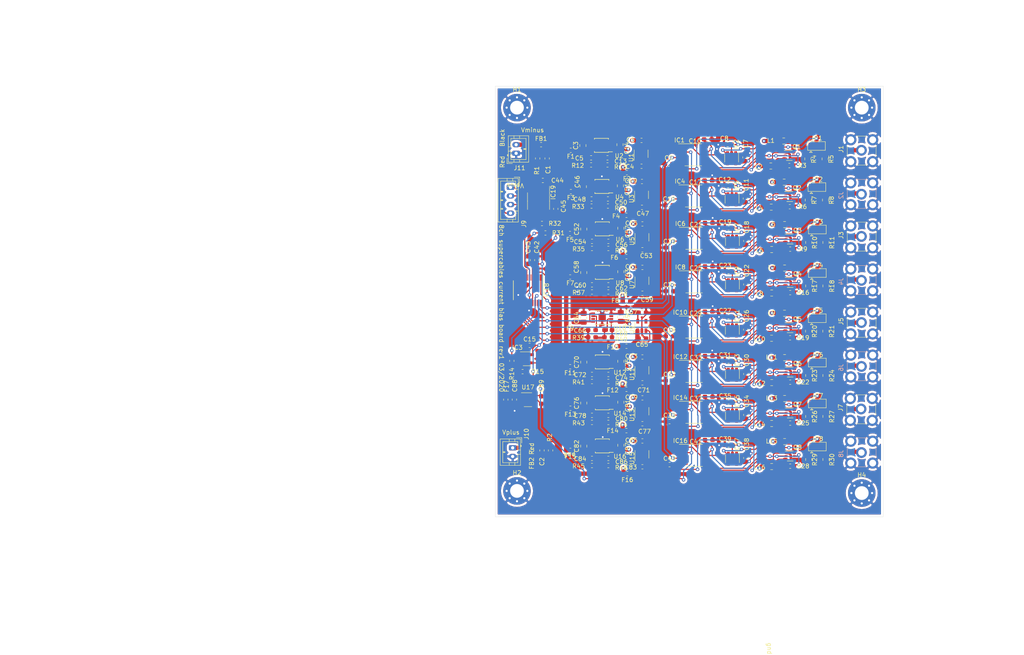
<source format=kicad_pcb>
(kicad_pcb (version 20171130) (host pcbnew "(5.1.5-0)")
  (layers (0 F.Cu signal) (1 In1.Cu signal) (2 In2.Cu signal) (31 B.Cu signal) (34 B.Paste user) (35 F.Paste user) (36 B.SilkS user) (37 F.SilkS user) (38 B.Mask user) (39 F.Mask user) (44 Edge.Cuts user))
  (net 0 "")
  (net 1 GND)
  (net 2 /Sheet5E20A415/Vp)
  (net 3 /Sheet5E20A415/Vm)
  (net 4 "Net-(IC1-Pad1)")
  (net 5 /Sheet5E20A415/Iout)
  (net 6 "Net-(JP1-Pad1)")
  (net 7 "Net-(JP1-Pad3)")
  (net 8 "Net-(JP2-Pad1)")
  (net 9 "Net-(JP2-Pad3)")
  (net 10 "Net-(IC1-Pad5)")
  (net 11 "Net-(IC1-Pad6)")
  (net 12 "Net-(IC3-Pad3)")
  (net 13 "Net-(FB1-Pad2)")
  (net 14 "Net-(C1-Pad2)")
  (net 15 "Net-(C2-Pad2)")
  (net 16 "Net-(C5-Pad2)")
  (net 17 "Net-(C13-Pad1)")
  (net 18 "Net-(FB2-Pad2)")
  (net 19 offset)
  (net 20 /sheet5E6FDFF3/Vp)
  (net 21 /sheet5E6FDFF3/Vm)
  (net 22 /sheet5E7078C0/Vp)
  (net 23 /sheet5E7078C0/Vm)
  (net 24 /sheet5E7078C1/Vp)
  (net 25 /sheet5E7078C1/Vm)
  (net 26 /sheet5E70F675/Vp)
  (net 27 /sheet5E70F675/Vm)
  (net 28 /sheet5E70F676/Vp)
  (net 29 /sheet5E70F676/Vm)
  (net 30 /sheet5E70F677/Vp)
  (net 31 /sheet5E70F677/Vm)
  (net 32 /sheet5E70F678/Vp)
  (net 33 /sheet5E70F678/Vm)
  (net 34 "Net-(IC4-Pad6)")
  (net 35 "Net-(IC4-Pad5)")
  (net 36 "Net-(IC4-Pad1)")
  (net 37 /sheet5E6FDFF3/Iout)
  (net 38 "Net-(IC6-Pad6)")
  (net 39 "Net-(IC6-Pad5)")
  (net 40 "Net-(IC6-Pad1)")
  (net 41 /sheet5E7078C0/Iout)
  (net 42 "Net-(IC8-Pad6)")
  (net 43 "Net-(IC8-Pad5)")
  (net 44 "Net-(IC8-Pad1)")
  (net 45 /sheet5E7078C1/Iout)
  (net 46 "Net-(IC10-Pad6)")
  (net 47 "Net-(IC10-Pad5)")
  (net 48 "Net-(IC10-Pad1)")
  (net 49 /sheet5E70F675/Iout)
  (net 50 "Net-(IC12-Pad6)")
  (net 51 "Net-(IC12-Pad5)")
  (net 52 "Net-(IC12-Pad1)")
  (net 53 /sheet5E70F676/Iout)
  (net 54 "Net-(IC14-Pad6)")
  (net 55 "Net-(IC14-Pad5)")
  (net 56 "Net-(IC14-Pad1)")
  (net 57 /sheet5E70F677/Iout)
  (net 58 "Net-(IC16-Pad6)")
  (net 59 "Net-(IC16-Pad5)")
  (net 60 "Net-(IC16-Pad1)")
  (net 61 /sheet5E70F678/Iout)
  (net 62 "Net-(JP3-Pad1)")
  (net 63 "Net-(JP3-Pad3)")
  (net 64 "Net-(JP4-Pad1)")
  (net 65 "Net-(JP4-Pad3)")
  (net 66 "Net-(JP5-Pad1)")
  (net 67 "Net-(JP5-Pad3)")
  (net 68 "Net-(JP6-Pad1)")
  (net 69 "Net-(JP6-Pad3)")
  (net 70 "Net-(JP7-Pad1)")
  (net 71 "Net-(JP7-Pad3)")
  (net 72 "Net-(JP8-Pad1)")
  (net 73 "Net-(JP8-Pad3)")
  (net 74 GNDD)
  (net 75 /Sheet5E7753D6/Vin)
  (net 76 /v0)
  (net 77 /Sheet5E7753D6/sda)
  (net 78 /Sheet5E7753D6/scl)
  (net 79 "Net-(IC19-Pad3)")
  (net 80 "Net-(IC19-Pad2)")
  (net 81 Vref)
  (net 82 /v1)
  (net 83 /v2)
  (net 84 /v3)
  (net 85 /v4)
  (net 86 /v5)
  (net 87 /v6)
  (net 88 /v7)
  (net 89 -5V)
  (net 90 +5V)
  (net 91 /Sheet5E20A415/sheet5E7AB32F/3.3V)
  (net 92 /Sheet5E20A415/sheet5E7AB32F/-3.3V)
  (net 93 "Net-(C48-Pad2)")
  (net 94 /sheet5E6FDFF3/sheet5E7AB32F/3.3V)
  (net 95 /sheet5E6FDFF3/sheet5E7AB32F/-3.3V)
  (net 96 "Net-(C50-Pad1)")
  (net 97 "Net-(C54-Pad2)")
  (net 98 /sheet5E7078C0/sheet5E7AB32F/3.3V)
  (net 99 /sheet5E7078C0/sheet5E7AB32F/-3.3V)
  (net 100 "Net-(C56-Pad1)")
  (net 101 "Net-(C60-Pad2)")
  (net 102 /sheet5E7078C1/sheet5E7AB32F/3.3V)
  (net 103 /sheet5E7078C1/sheet5E7AB32F/-3.3V)
  (net 104 "Net-(C62-Pad1)")
  (net 105 "Net-(C66-Pad2)")
  (net 106 /sheet5E70F675/sheet5E7AB32F/3.3V)
  (net 107 /sheet5E70F675/sheet5E7AB32F/-3.3V)
  (net 108 "Net-(C68-Pad1)")
  (net 109 "Net-(C72-Pad2)")
  (net 110 /sheet5E70F676/sheet5E7AB32F/3.3V)
  (net 111 /sheet5E70F676/sheet5E7AB32F/-3.3V)
  (net 112 "Net-(C74-Pad1)")
  (net 113 "Net-(C78-Pad2)")
  (net 114 /sheet5E70F677/sheet5E7AB32F/3.3V)
  (net 115 /sheet5E70F677/sheet5E7AB32F/-3.3V)
  (net 116 "Net-(C80-Pad1)")
  (net 117 "Net-(C84-Pad2)")
  (net 118 /sheet5E70F678/sheet5E7AB32F/3.3V)
  (net 119 /sheet5E70F678/sheet5E7AB32F/-3.3V)
  (net 120 "Net-(C86-Pad1)")
  (net 121 "Net-(C3-Pad1)")
  (net 122 "Net-(C4-Pad1)")
  (net 123 /Vpower)
  (net 124 "Net-(C46-Pad1)")
  (net 125 "Net-(C47-Pad1)")
  (net 126 "Net-(C52-Pad1)")
  (net 127 "Net-(C53-Pad1)")
  (net 128 "Net-(C58-Pad1)")
  (net 129 "Net-(C59-Pad1)")
  (net 130 "Net-(C64-Pad1)")
  (net 131 "Net-(C65-Pad1)")
  (net 132 "Net-(C70-Pad1)")
  (net 133 "Net-(C71-Pad1)")
  (net 134 "Net-(C76-Pad1)")
  (net 135 "Net-(C77-Pad1)")
  (net 136 "Net-(C82-Pad1)")
  (net 137 "Net-(C83-Pad1)")
  (net 138 "Net-(C88-Pad1)")
  (module 0my_footprints:RF_SMA_RA_PCB (layer F.Cu) (at 224.9 110.075 90)
    (fp_text reference J7 (at 0.375 -4.8 90) (layer F.SilkS))
    (fp_text value Conn_Coaxial)
    (pad 2 thru_hole circle (at -2.54 2.54 90) (size 2.6 2.6) (drill 1.6) (layers *.Cu *.Mask) (net 1 GND))
    (pad 2 thru_hole circle (at 2.54 2.54 90) (size 2.6 2.6) (drill 1.6) (layers *.Cu *.Mask) (net 1 GND))
    (pad 2 thru_hole circle (at 2.54 -2.54 90) (size 2.6 2.6) (drill 1.6) (layers *.Cu *.Mask) (net 1 GND))
    (pad 2 thru_hole circle (at -2.54 -2.54 90) (size 2.6 2.6) (drill 1.6) (layers *.Cu *.Mask) (net 1 GND))
    (pad 1 thru_hole circle (at 0.1 -0.075 90) (size 2.5 2.5) (drill 1.5) (layers *.Cu *.Mask) (net 57 /sheet5E70F677/Iout))
  )
  (module 0my_footprints:RF_SMA_RA_PCB (layer B.Cu) (at 225 60 270)
    (fp_text reference J2 (at 0.375 4.8 270) (layer B.SilkS) (effects (justify mirror)))
    (fp_text value Conn_Coaxial)
    (pad 2 thru_hole circle (at -2.54 -2.54 270) (size 2.6 2.6) (drill 1.6) (layers *.Cu *.Mask) (net 1 GND))
    (pad 2 thru_hole circle (at 2.54 -2.54 270) (size 2.6 2.6) (drill 1.6) (layers *.Cu *.Mask) (net 1 GND))
    (pad 2 thru_hole circle (at 2.54 2.54 270) (size 2.6 2.6) (drill 1.6) (layers *.Cu *.Mask) (net 1 GND))
    (pad 2 thru_hole circle (at -2.54 2.54 270) (size 2.6 2.6) (drill 1.6) (layers *.Cu *.Mask) (net 1 GND))
    (pad 1 thru_hole circle (at 0.1 0.075 270) (size 2.5 2.5) (drill 1.5) (layers *.Cu *.Mask) (net 37 /sheet5E6FDFF3/Iout))
  )
  (module 0my_footprints:RF_SMA_RA_PCB (layer F.Cu) (at 225 50 90)
    (fp_text reference J1 (at 0.375 -4.8 90) (layer F.SilkS))
    (fp_text value Conn_Coaxial)
    (pad 2 thru_hole circle (at -2.54 2.54 90) (size 2.6 2.6) (drill 1.6) (layers *.Cu *.Mask) (net 1 GND))
    (pad 2 thru_hole circle (at 2.54 2.54 90) (size 2.6 2.6) (drill 1.6) (layers *.Cu *.Mask) (net 1 GND))
    (pad 2 thru_hole circle (at 2.54 -2.54 90) (size 2.6 2.6) (drill 1.6) (layers *.Cu *.Mask) (net 1 GND))
    (pad 2 thru_hole circle (at -2.54 -2.54 90) (size 2.6 2.6) (drill 1.6) (layers *.Cu *.Mask) (net 1 GND))
    (pad 1 thru_hole circle (at 0.1 -0.075 90) (size 2.5 2.5) (drill 1.5) (layers *.Cu *.Mask) (net 5 /Sheet5E20A415/Iout))
  )
  (module 0my_footprints:RF_SMA_RA_PCB (layer B.Cu) (at 225 120 270)
    (fp_text reference J8 (at 0.375 4.8 270) (layer B.SilkS) (effects (justify mirror)))
    (fp_text value Conn_Coaxial)
    (pad 2 thru_hole circle (at -2.54 -2.54 270) (size 2.6 2.6) (drill 1.6) (layers *.Cu *.Mask) (net 1 GND))
    (pad 2 thru_hole circle (at 2.54 -2.54 270) (size 2.6 2.6) (drill 1.6) (layers *.Cu *.Mask) (net 1 GND))
    (pad 2 thru_hole circle (at 2.54 2.54 270) (size 2.6 2.6) (drill 1.6) (layers *.Cu *.Mask) (net 1 GND))
    (pad 2 thru_hole circle (at -2.54 2.54 270) (size 2.6 2.6) (drill 1.6) (layers *.Cu *.Mask) (net 1 GND))
    (pad 1 thru_hole circle (at 0.1 0.075 270) (size 2.5 2.5) (drill 1.5) (layers *.Cu *.Mask) (net 61 /sheet5E70F678/Iout))
  )
  (module 0my_footprints:RF_SMA_RA_PCB (layer B.Cu) (at 225 100 270)
    (fp_text reference J6 (at 0.375 4.8 270) (layer B.SilkS) (effects (justify mirror)))
    (fp_text value Conn_Coaxial)
    (pad 2 thru_hole circle (at -2.54 -2.54 270) (size 2.6 2.6) (drill 1.6) (layers *.Cu *.Mask) (net 1 GND))
    (pad 2 thru_hole circle (at 2.54 -2.54 270) (size 2.6 2.6) (drill 1.6) (layers *.Cu *.Mask) (net 1 GND))
    (pad 2 thru_hole circle (at 2.54 2.54 270) (size 2.6 2.6) (drill 1.6) (layers *.Cu *.Mask) (net 1 GND))
    (pad 2 thru_hole circle (at -2.54 2.54 270) (size 2.6 2.6) (drill 1.6) (layers *.Cu *.Mask) (net 1 GND))
    (pad 1 thru_hole circle (at 0.1 0.075 270) (size 2.5 2.5) (drill 1.5) (layers *.Cu *.Mask) (net 53 /sheet5E70F676/Iout))
  )
  (module 0my_footprints:RF_SMA_RA_PCB (layer F.Cu) (at 225 90 90)
    (fp_text reference J5 (at 0.375 -4.8 90) (layer F.SilkS))
    (fp_text value Conn_Coaxial)
    (pad 2 thru_hole circle (at -2.54 2.54 90) (size 2.6 2.6) (drill 1.6) (layers *.Cu *.Mask) (net 1 GND))
    (pad 2 thru_hole circle (at 2.54 2.54 90) (size 2.6 2.6) (drill 1.6) (layers *.Cu *.Mask) (net 1 GND))
    (pad 2 thru_hole circle (at 2.54 -2.54 90) (size 2.6 2.6) (drill 1.6) (layers *.Cu *.Mask) (net 1 GND))
    (pad 2 thru_hole circle (at -2.54 -2.54 90) (size 2.6 2.6) (drill 1.6) (layers *.Cu *.Mask) (net 1 GND))
    (pad 1 thru_hole circle (at 0.1 -0.075 90) (size 2.5 2.5) (drill 1.5) (layers *.Cu *.Mask) (net 49 /sheet5E70F675/Iout))
  )
  (module 0my_footprints:RF_SMA_RA_PCB (layer B.Cu) (at 225 80 270)
    (fp_text reference J4 (at 0.375 4.8 270) (layer B.SilkS) (effects (justify mirror)))
    (fp_text value Conn_Coaxial)
    (pad 2 thru_hole circle (at -2.54 -2.54 270) (size 2.6 2.6) (drill 1.6) (layers *.Cu *.Mask) (net 1 GND))
    (pad 2 thru_hole circle (at 2.54 -2.54 270) (size 2.6 2.6) (drill 1.6) (layers *.Cu *.Mask) (net 1 GND))
    (pad 2 thru_hole circle (at 2.54 2.54 270) (size 2.6 2.6) (drill 1.6) (layers *.Cu *.Mask) (net 1 GND))
    (pad 2 thru_hole circle (at -2.54 2.54 270) (size 2.6 2.6) (drill 1.6) (layers *.Cu *.Mask) (net 1 GND))
    (pad 1 thru_hole circle (at 0.1 0.075 270) (size 2.5 2.5) (drill 1.5) (layers *.Cu *.Mask) (net 45 /sheet5E7078C1/Iout))
  )
  (module 0my_footprints:RF_SMA_RA_PCB (layer F.Cu) (at 225 70 90)
    (fp_text reference J3 (at 0.375 -4.8 90) (layer F.SilkS))
    (fp_text value Conn_Coaxial)
    (pad 2 thru_hole circle (at -2.54 2.54 90) (size 2.6 2.6) (drill 1.6) (layers *.Cu *.Mask) (net 1 GND))
    (pad 2 thru_hole circle (at 2.54 2.54 90) (size 2.6 2.6) (drill 1.6) (layers *.Cu *.Mask) (net 1 GND))
    (pad 2 thru_hole circle (at 2.54 -2.54 90) (size 2.6 2.6) (drill 1.6) (layers *.Cu *.Mask) (net 1 GND))
    (pad 2 thru_hole circle (at -2.54 -2.54 90) (size 2.6 2.6) (drill 1.6) (layers *.Cu *.Mask) (net 1 GND))
    (pad 1 thru_hole circle (at 0.1 -0.075 90) (size 2.5 2.5) (drill 1.5) (layers *.Cu *.Mask) (net 41 /sheet5E7078C0/Iout))
  )
  (module Inductor_SMD:L_0603_1608Metric_Pad1.05x0.95mm_HandSolder (layer F.Cu) (at 148.4 119.6 90)
    (fp_text reference FB2 (at -3 0 90) (layer F.SilkS))
    (fp_text value BLM18PG181SN1D)
    (pad 2 smd roundrect (at 0.875 0 90) (size 1.05 0.95) (layers F.Cu F.Paste F.Mask) (net 18 "Net-(FB2-Pad2)"))
    (pad 1 smd roundrect (at -0.875 0 90) (size 1.05 0.95) (layers F.Cu F.Paste F.Mask) (net 90 +5V))
  )
  (module Package_TO_SOT_SMD:SOT-23-5 (layer F.Cu) (at 147.55 107.82)
    (fp_text reference U17 (at 0 -2.9) (layer F.SilkS))
    (fp_text value LP5907MFX-3.3)
    (pad 5 smd rect (at 1.1 -0.95) (size 1.06 0.65) (layers F.Cu F.Paste F.Mask) (net 123 /Vpower))
    (pad 4 smd rect (at 1.1 0.95) (size 1.06 0.65) (layers F.Cu F.Paste F.Mask))
    (pad 3 smd rect (at -1.1 0.95) (size 1.06 0.65) (layers F.Cu F.Paste F.Mask) (net 138 "Net-(C88-Pad1)"))
    (pad 2 smd rect (at -1.1 0) (size 1.06 0.65) (layers F.Cu F.Paste F.Mask) (net 1 GND))
    (pad 1 smd rect (at -1.1 -0.95) (size 1.06 0.65) (layers F.Cu F.Paste F.Mask) (net 138 "Net-(C88-Pad1)"))
  )
  (module Fuse:Fuse_0603_1608Metric_Pad1.05x0.95mm_HandSolder (layer F.Cu) (at 142.4 107.8 270)
    (fp_text reference F17 (at -3.1 -0.2 90) (layer F.SilkS))
    (fp_text value Polyfuse)
    (pad 2 smd roundrect (at 0.875 0 270) (size 1.05 0.95) (layers F.Cu F.Paste F.Mask) (net 90 +5V))
    (pad 1 smd roundrect (at -0.875 0 270) (size 1.05 0.95) (layers F.Cu F.Paste F.Mask) (net 138 "Net-(C88-Pad1)"))
  )
  (module Fuse:Fuse_0603_1608Metric_Pad1.05x0.95mm_HandSolder (layer F.Cu) (at 170.6 125 180)
    (fp_text reference F16 (at 0 -1.43) (layer F.SilkS))
    (fp_text value Polyfuse)
    (pad 2 smd roundrect (at 0.875 0 180) (size 1.05 0.95) (layers F.Cu F.Paste F.Mask) (net 90 +5V))
    (pad 1 smd roundrect (at -0.875 0 180) (size 1.05 0.95) (layers F.Cu F.Paste F.Mask) (net 137 "Net-(C83-Pad1)"))
  )
  (module Fuse:Fuse_0603_1608Metric_Pad1.05x0.95mm_HandSolder (layer F.Cu) (at 157.4 119.6 180)
    (fp_text reference F15 (at 0 -1.43) (layer F.SilkS))
    (fp_text value Polyfuse)
    (pad 2 smd roundrect (at 0.875 0 180) (size 1.05 0.95) (layers F.Cu F.Paste F.Mask) (net 89 -5V))
    (pad 1 smd roundrect (at -0.875 0 180) (size 1.05 0.95) (layers F.Cu F.Paste F.Mask) (net 136 "Net-(C82-Pad1)"))
  )
  (module Fuse:Fuse_0603_1608Metric_Pad1.05x0.95mm_HandSolder (layer F.Cu) (at 170.4 115 180)
    (fp_text reference F14 (at 3.2 0) (layer F.SilkS))
    (fp_text value Polyfuse)
    (pad 2 smd roundrect (at 0.875 0 180) (size 1.05 0.95) (layers F.Cu F.Paste F.Mask) (net 90 +5V))
    (pad 1 smd roundrect (at -0.875 0 180) (size 1.05 0.95) (layers F.Cu F.Paste F.Mask) (net 135 "Net-(C77-Pad1)"))
  )
  (module Fuse:Fuse_0603_1608Metric_Pad1.05x0.95mm_HandSolder (layer F.Cu) (at 157.4 109.8 180)
    (fp_text reference F13 (at 0 -1.43) (layer F.SilkS))
    (fp_text value Polyfuse)
    (pad 2 smd roundrect (at 0.875 0 180) (size 1.05 0.95) (layers F.Cu F.Paste F.Mask) (net 89 -5V))
    (pad 1 smd roundrect (at -0.875 0 180) (size 1.05 0.95) (layers F.Cu F.Paste F.Mask) (net 134 "Net-(C76-Pad1)"))
  )
  (module Fuse:Fuse_0603_1608Metric_Pad1.05x0.95mm_HandSolder (layer F.Cu) (at 170.4 105.4 180)
    (fp_text reference F12 (at 3.2 -0.2) (layer F.SilkS))
    (fp_text value Polyfuse)
    (pad 2 smd roundrect (at 0.875 0 180) (size 1.05 0.95) (layers F.Cu F.Paste F.Mask) (net 90 +5V))
    (pad 1 smd roundrect (at -0.875 0 180) (size 1.05 0.95) (layers F.Cu F.Paste F.Mask) (net 133 "Net-(C71-Pad1)"))
  )
  (module Fuse:Fuse_0603_1608Metric_Pad1.05x0.95mm_HandSolder (layer F.Cu) (at 157.35 100.17 180)
    (fp_text reference F11 (at 0 -1.43) (layer F.SilkS))
    (fp_text value Polyfuse)
    (pad 2 smd roundrect (at 0.875 0 180) (size 1.05 0.95) (layers F.Cu F.Paste F.Mask) (net 89 -5V))
    (pad 1 smd roundrect (at -0.875 0 180) (size 1.05 0.95) (layers F.Cu F.Paste F.Mask) (net 132 "Net-(C70-Pad1)"))
  )
  (module Fuse:Fuse_0603_1608Metric_Pad1.05x0.95mm_HandSolder (layer F.Cu) (at 170.4 95.4 180)
    (fp_text reference F10 (at 3.2 -0.2) (layer F.SilkS))
    (fp_text value Polyfuse)
    (pad 2 smd roundrect (at 0.875 0 180) (size 1.05 0.95) (layers F.Cu F.Paste F.Mask) (net 90 +5V))
    (pad 1 smd roundrect (at -0.875 0 180) (size 1.05 0.95) (layers F.Cu F.Paste F.Mask) (net 131 "Net-(C65-Pad1)"))
  )
  (module Fuse:Fuse_0603_1608Metric_Pad1.05x0.95mm_HandSolder (layer F.Cu) (at 157.33 89.8 180)
    (fp_text reference F9 (at 0 -1.43) (layer F.SilkS))
    (fp_text value Polyfuse)
    (pad 2 smd roundrect (at 0.875 0 180) (size 1.05 0.95) (layers F.Cu F.Paste F.Mask) (net 89 -5V))
    (pad 1 smd roundrect (at -0.875 0 180) (size 1.05 0.95) (layers F.Cu F.Paste F.Mask) (net 130 "Net-(C64-Pad1)"))
  )
  (module Fuse:Fuse_0603_1608Metric_Pad1.05x0.95mm_HandSolder (layer F.Cu) (at 170.4 85 180)
    (fp_text reference F8 (at 2.6 0.2) (layer F.SilkS))
    (fp_text value Polyfuse)
    (pad 2 smd roundrect (at 0.875 0 180) (size 1.05 0.95) (layers F.Cu F.Paste F.Mask) (net 90 +5V))
    (pad 1 smd roundrect (at -0.875 0 180) (size 1.05 0.95) (layers F.Cu F.Paste F.Mask) (net 129 "Net-(C59-Pad1)"))
  )
  (module Fuse:Fuse_0603_1608Metric_Pad1.05x0.95mm_HandSolder (layer F.Cu) (at 157.35 79.32 180)
    (fp_text reference F7 (at 0 -1.43) (layer F.SilkS))
    (fp_text value Polyfuse)
    (pad 2 smd roundrect (at 0.875 0 180) (size 1.05 0.95) (layers F.Cu F.Paste F.Mask) (net 89 -5V))
    (pad 1 smd roundrect (at -0.875 0 180) (size 1.05 0.95) (layers F.Cu F.Paste F.Mask) (net 128 "Net-(C58-Pad1)"))
  )
  (module Fuse:Fuse_0603_1608Metric_Pad1.05x0.95mm_HandSolder (layer F.Cu) (at 170.4 74.6 180)
    (fp_text reference F6 (at 2.8 -0.2) (layer F.SilkS))
    (fp_text value Polyfuse)
    (pad 2 smd roundrect (at 0.875 0 180) (size 1.05 0.95) (layers F.Cu F.Paste F.Mask) (net 90 +5V))
    (pad 1 smd roundrect (at -0.875 0 180) (size 1.05 0.95) (layers F.Cu F.Paste F.Mask) (net 127 "Net-(C53-Pad1)"))
  )
  (module Fuse:Fuse_0603_1608Metric_Pad1.05x0.95mm_HandSolder (layer F.Cu) (at 157.3 69.23 180)
    (fp_text reference F5 (at 0 -1.43) (layer F.SilkS))
    (fp_text value Polyfuse)
    (pad 2 smd roundrect (at 0.875 0 180) (size 1.05 0.95) (layers F.Cu F.Paste F.Mask) (net 89 -5V))
    (pad 1 smd roundrect (at -0.875 0 180) (size 1.05 0.95) (layers F.Cu F.Paste F.Mask) (net 126 "Net-(C52-Pad1)"))
  )
  (module Fuse:Fuse_0603_1608Metric_Pad1.05x0.95mm_HandSolder (layer F.Cu) (at 170.4 65 180)
    (fp_text reference F4 (at 2.4 -0.2) (layer F.SilkS))
    (fp_text value Polyfuse)
    (pad 2 smd roundrect (at 0.875 0 180) (size 1.05 0.95) (layers F.Cu F.Paste F.Mask) (net 90 +5V))
    (pad 1 smd roundrect (at -0.875 0 180) (size 1.05 0.95) (layers F.Cu F.Paste F.Mask) (net 125 "Net-(C47-Pad1)"))
  )
  (module Fuse:Fuse_0603_1608Metric_Pad1.05x0.95mm_HandSolder (layer F.Cu) (at 157.5 59.5 180)
    (fp_text reference F3 (at 0 -1.43) (layer F.SilkS))
    (fp_text value Polyfuse)
    (pad 2 smd roundrect (at 0.875 0 180) (size 1.05 0.95) (layers F.Cu F.Paste F.Mask) (net 89 -5V))
    (pad 1 smd roundrect (at -0.875 0 180) (size 1.05 0.95) (layers F.Cu F.Paste F.Mask) (net 124 "Net-(C46-Pad1)"))
  )
  (module Fuse:Fuse_0603_1608Metric_Pad1.05x0.95mm_HandSolder (layer F.Cu) (at 170.5 55.1 180)
    (fp_text reference F2 (at 0 -1.43) (layer F.SilkS))
    (fp_text value Polyfuse)
    (pad 2 smd roundrect (at 0.875 0 180) (size 1.05 0.95) (layers F.Cu F.Paste F.Mask) (net 90 +5V))
    (pad 1 smd roundrect (at -0.875 0 180) (size 1.05 0.95) (layers F.Cu F.Paste F.Mask) (net 122 "Net-(C4-Pad1)"))
  )
  (module Fuse:Fuse_0603_1608Metric_Pad1.05x0.95mm_HandSolder (layer F.Cu) (at 157.475 49.9 180)
    (fp_text reference F1 (at 0 -1.43) (layer F.SilkS))
    (fp_text value Polyfuse)
    (pad 2 smd roundrect (at 0.875 0 180) (size 1.05 0.95) (layers F.Cu F.Paste F.Mask) (net 89 -5V))
    (pad 1 smd roundrect (at -0.875 0 180) (size 1.05 0.95) (layers F.Cu F.Paste F.Mask) (net 121 "Net-(C3-Pad1)"))
  )
  (module Capacitor_SMD:C_0603_1608Metric_Pad1.05x0.95mm_HandSolder (layer F.Cu) (at 150.6 107.9 270)
    (fp_text reference C89 (at -3.3 -0.1 90) (layer F.SilkS))
    (fp_text value 1uF)
    (pad 2 smd roundrect (at 0.875 0 270) (size 1.05 0.95) (layers F.Cu F.Paste F.Mask) (net 1 GND))
    (pad 1 smd roundrect (at -0.875 0 270) (size 1.05 0.95) (layers F.Cu F.Paste F.Mask) (net 123 /Vpower))
  )
  (module Capacitor_SMD:C_0603_1608Metric_Pad1.05x0.95mm_HandSolder (layer F.Cu) (at 144.4 107.8 270)
    (fp_text reference C88 (at -3.2 -0.1 90) (layer F.SilkS))
    (fp_text value 1uF)
    (pad 2 smd roundrect (at 0.875 0 270) (size 1.05 0.95) (layers F.Cu F.Paste F.Mask) (net 1 GND))
    (pad 1 smd roundrect (at -0.875 0 270) (size 1.05 0.95) (layers F.Cu F.Paste F.Mask) (net 138 "Net-(C88-Pad1)"))
  )
  (module Package_SO:MSOP-8-1EP_3x3mm_P0.65mm_EP1.68x1.88mm (layer F.Cu) (at 164.8 118.55 180)
    (fp_text reference U16 (at -4.1 -2.45) (layer F.SilkS))
    (fp_text value TPS7A3001)
    (pad 9 smd rect (at 0 0 180) (size 1.68 1.88) (layers F.Cu F.Mask) (net 1 GND))
    (pad 8 smd rect (at 2.105 -0.975 180) (size 0.89 0.42) (layers F.Cu F.Paste F.Mask) (net 136 "Net-(C82-Pad1)"))
    (pad 7 smd rect (at 2.105 -0.325 180) (size 0.89 0.42) (layers F.Cu F.Paste F.Mask))
    (pad 6 smd rect (at 2.105 0.325 180) (size 0.89 0.42) (layers F.Cu F.Paste F.Mask) (net 117 "Net-(C84-Pad2)"))
    (pad 5 smd rect (at 2.105 0.975 180) (size 0.89 0.42) (layers F.Cu F.Paste F.Mask) (net 136 "Net-(C82-Pad1)"))
    (pad 4 smd rect (at -2.105 0.975 180) (size 0.89 0.42) (layers F.Cu F.Paste F.Mask) (net 1 GND))
    (pad 3 smd rect (at -2.105 0.325 180) (size 0.89 0.42) (layers F.Cu F.Paste F.Mask))
    (pad 2 smd rect (at -2.105 -0.325 180) (size 0.89 0.42) (layers F.Cu F.Paste F.Mask) (net 120 "Net-(C86-Pad1)"))
    (pad 1 smd rect (at -2.105 -0.975 180) (size 0.89 0.42) (layers F.Cu F.Paste F.Mask) (net 119 /sheet5E70F678/sheet5E7AB32F/-3.3V))
  )
  (module Package_TO_SOT_SMD:SOT-23-5 (layer F.Cu) (at 174 120.5 90)
    (fp_text reference U15 (at -0.9 -2.3 90) (layer F.SilkS))
    (fp_text value LP5907MFX-3.3)
    (pad 5 smd rect (at 1.1 -0.95 90) (size 1.06 0.65) (layers F.Cu F.Paste F.Mask) (net 118 /sheet5E70F678/sheet5E7AB32F/3.3V))
    (pad 4 smd rect (at 1.1 0.95 90) (size 1.06 0.65) (layers F.Cu F.Paste F.Mask))
    (pad 3 smd rect (at -1.1 0.95 90) (size 1.06 0.65) (layers F.Cu F.Paste F.Mask) (net 137 "Net-(C83-Pad1)"))
    (pad 2 smd rect (at -1.1 0 90) (size 1.06 0.65) (layers F.Cu F.Paste F.Mask) (net 1 GND))
    (pad 1 smd rect (at -1.1 -0.95 90) (size 1.06 0.65) (layers F.Cu F.Paste F.Mask) (net 137 "Net-(C83-Pad1)"))
  )
  (module Package_SO:MSOP-8-1EP_3x3mm_P0.65mm_EP1.68x1.88mm (layer F.Cu) (at 164.8 108.55 180)
    (fp_text reference U14 (at -4.1 -2.45) (layer F.SilkS))
    (fp_text value TPS7A3001)
    (pad 9 smd rect (at 0 0 180) (size 1.68 1.88) (layers F.Cu F.Mask) (net 1 GND))
    (pad 8 smd rect (at 2.105 -0.975 180) (size 0.89 0.42) (layers F.Cu F.Paste F.Mask) (net 134 "Net-(C76-Pad1)"))
    (pad 7 smd rect (at 2.105 -0.325 180) (size 0.89 0.42) (layers F.Cu F.Paste F.Mask))
    (pad 6 smd rect (at 2.105 0.325 180) (size 0.89 0.42) (layers F.Cu F.Paste F.Mask) (net 113 "Net-(C78-Pad2)"))
    (pad 5 smd rect (at 2.105 0.975 180) (size 0.89 0.42) (layers F.Cu F.Paste F.Mask) (net 134 "Net-(C76-Pad1)"))
    (pad 4 smd rect (at -2.105 0.975 180) (size 0.89 0.42) (layers F.Cu F.Paste F.Mask) (net 1 GND))
    (pad 3 smd rect (at -2.105 0.325 180) (size 0.89 0.42) (layers F.Cu F.Paste F.Mask))
    (pad 2 smd rect (at -2.105 -0.325 180) (size 0.89 0.42) (layers F.Cu F.Paste F.Mask) (net 116 "Net-(C80-Pad1)"))
    (pad 1 smd rect (at -2.105 -0.975 180) (size 0.89 0.42) (layers F.Cu F.Paste F.Mask) (net 115 /sheet5E70F677/sheet5E7AB32F/-3.3V))
  )
  (module Package_TO_SOT_SMD:SOT-23-5 (layer F.Cu) (at 174 110.5 90)
    (fp_text reference U13 (at -0.9 -2.3 90) (layer F.SilkS))
    (fp_text value LP5907MFX-3.3)
    (pad 5 smd rect (at 1.1 -0.95 90) (size 1.06 0.65) (layers F.Cu F.Paste F.Mask) (net 114 /sheet5E70F677/sheet5E7AB32F/3.3V))
    (pad 4 smd rect (at 1.1 0.95 90) (size 1.06 0.65) (layers F.Cu F.Paste F.Mask))
    (pad 3 smd rect (at -1.1 0.95 90) (size 1.06 0.65) (layers F.Cu F.Paste F.Mask) (net 135 "Net-(C77-Pad1)"))
    (pad 2 smd rect (at -1.1 0 90) (size 1.06 0.65) (layers F.Cu F.Paste F.Mask) (net 1 GND))
    (pad 1 smd rect (at -1.1 -0.95 90) (size 1.06 0.65) (layers F.Cu F.Paste F.Mask) (net 135 "Net-(C77-Pad1)"))
  )
  (module Package_SO:MSOP-8-1EP_3x3mm_P0.65mm_EP1.68x1.88mm (layer F.Cu) (at 164.8 99.05 180)
    (fp_text reference U12 (at -4.1 -2.45) (layer F.SilkS))
    (fp_text value TPS7A3001)
    (pad 9 smd rect (at 0 0 180) (size 1.68 1.88) (layers F.Cu F.Mask) (net 1 GND))
    (pad 8 smd rect (at 2.105 -0.975 180) (size 0.89 0.42) (layers F.Cu F.Paste F.Mask) (net 132 "Net-(C70-Pad1)"))
    (pad 7 smd rect (at 2.105 -0.325 180) (size 0.89 0.42) (layers F.Cu F.Paste F.Mask))
    (pad 6 smd rect (at 2.105 0.325 180) (size 0.89 0.42) (layers F.Cu F.Paste F.Mask) (net 109 "Net-(C72-Pad2)"))
    (pad 5 smd rect (at 2.105 0.975 180) (size 0.89 0.42) (layers F.Cu F.Paste F.Mask) (net 132 "Net-(C70-Pad1)"))
    (pad 4 smd rect (at -2.105 0.975 180) (size 0.89 0.42) (layers F.Cu F.Paste F.Mask) (net 1 GND))
    (pad 3 smd rect (at -2.105 0.325 180) (size 0.89 0.42) (layers F.Cu F.Paste F.Mask))
    (pad 2 smd rect (at -2.105 -0.325 180) (size 0.89 0.42) (layers F.Cu F.Paste F.Mask) (net 112 "Net-(C74-Pad1)"))
    (pad 1 smd rect (at -2.105 -0.975 180) (size 0.89 0.42) (layers F.Cu F.Paste F.Mask) (net 111 /sheet5E70F676/sheet5E7AB32F/-3.3V))
  )
  (module Package_TO_SOT_SMD:SOT-23-5 (layer F.Cu) (at 174 101 90)
    (fp_text reference U11 (at -0.9 -2.3 90) (layer F.SilkS))
    (fp_text value LP5907MFX-3.3)
    (pad 5 smd rect (at 1.1 -0.95 90) (size 1.06 0.65) (layers F.Cu F.Paste F.Mask) (net 110 /sheet5E70F676/sheet5E7AB32F/3.3V))
    (pad 4 smd rect (at 1.1 0.95 90) (size 1.06 0.65) (layers F.Cu F.Paste F.Mask))
    (pad 3 smd rect (at -1.1 0.95 90) (size 1.06 0.65) (layers F.Cu F.Paste F.Mask) (net 133 "Net-(C71-Pad1)"))
    (pad 2 smd rect (at -1.1 0 90) (size 1.06 0.65) (layers F.Cu F.Paste F.Mask) (net 1 GND))
    (pad 1 smd rect (at -1.1 -0.95 90) (size 1.06 0.65) (layers F.Cu F.Paste F.Mask) (net 133 "Net-(C71-Pad1)"))
  )
  (module Package_SO:MSOP-8-1EP_3x3mm_P0.65mm_EP1.68x1.88mm (layer F.Cu) (at 164.775 88.75 180)
    (fp_text reference U10 (at -4.1 -2.45) (layer F.SilkS))
    (fp_text value TPS7A3001)
    (pad 9 smd rect (at 0 0 180) (size 1.68 1.88) (layers F.Cu F.Mask) (net 1 GND))
    (pad 8 smd rect (at 2.105 -0.975 180) (size 0.89 0.42) (layers F.Cu F.Paste F.Mask) (net 130 "Net-(C64-Pad1)"))
    (pad 7 smd rect (at 2.105 -0.325 180) (size 0.89 0.42) (layers F.Cu F.Paste F.Mask))
    (pad 6 smd rect (at 2.105 0.325 180) (size 0.89 0.42) (layers F.Cu F.Paste F.Mask) (net 105 "Net-(C66-Pad2)"))
    (pad 5 smd rect (at 2.105 0.975 180) (size 0.89 0.42) (layers F.Cu F.Paste F.Mask) (net 130 "Net-(C64-Pad1)"))
    (pad 4 smd rect (at -2.105 0.975 180) (size 0.89 0.42) (layers F.Cu F.Paste F.Mask) (net 1 GND))
    (pad 3 smd rect (at -2.105 0.325 180) (size 0.89 0.42) (layers F.Cu F.Paste F.Mask))
    (pad 2 smd rect (at -2.105 -0.325 180) (size 0.89 0.42) (layers F.Cu F.Paste F.Mask) (net 108 "Net-(C68-Pad1)"))
    (pad 1 smd rect (at -2.105 -0.975 180) (size 0.89 0.42) (layers F.Cu F.Paste F.Mask) (net 107 /sheet5E70F675/sheet5E7AB32F/-3.3V))
  )
  (module Package_TO_SOT_SMD:SOT-23-5 (layer F.Cu) (at 173.975 90.7 90)
    (fp_text reference U9 (at -0.9 -2.3 90) (layer F.SilkS))
    (fp_text value LP5907MFX-3.3)
    (pad 5 smd rect (at 1.1 -0.95 90) (size 1.06 0.65) (layers F.Cu F.Paste F.Mask) (net 106 /sheet5E70F675/sheet5E7AB32F/3.3V))
    (pad 4 smd rect (at 1.1 0.95 90) (size 1.06 0.65) (layers F.Cu F.Paste F.Mask))
    (pad 3 smd rect (at -1.1 0.95 90) (size 1.06 0.65) (layers F.Cu F.Paste F.Mask) (net 131 "Net-(C65-Pad1)"))
    (pad 2 smd rect (at -1.1 0 90) (size 1.06 0.65) (layers F.Cu F.Paste F.Mask) (net 1 GND))
    (pad 1 smd rect (at -1.1 -0.95 90) (size 1.06 0.65) (layers F.Cu F.Paste F.Mask) (net 131 "Net-(C65-Pad1)"))
  )
  (module Package_SO:MSOP-8-1EP_3x3mm_P0.65mm_EP1.68x1.88mm (layer F.Cu) (at 164.8 78.25 180)
    (fp_text reference U8 (at -4.1 -2.45) (layer F.SilkS))
    (fp_text value TPS7A3001)
    (pad 9 smd rect (at 0 0 180) (size 1.68 1.88) (layers F.Cu F.Mask) (net 1 GND))
    (pad 8 smd rect (at 2.105 -0.975 180) (size 0.89 0.42) (layers F.Cu F.Paste F.Mask) (net 128 "Net-(C58-Pad1)"))
    (pad 7 smd rect (at 2.105 -0.325 180) (size 0.89 0.42) (layers F.Cu F.Paste F.Mask))
    (pad 6 smd rect (at 2.105 0.325 180) (size 0.89 0.42) (layers F.Cu F.Paste F.Mask) (net 101 "Net-(C60-Pad2)"))
    (pad 5 smd rect (at 2.105 0.975 180) (size 0.89 0.42) (layers F.Cu F.Paste F.Mask) (net 128 "Net-(C58-Pad1)"))
    (pad 4 smd rect (at -2.105 0.975 180) (size 0.89 0.42) (layers F.Cu F.Paste F.Mask) (net 1 GND))
    (pad 3 smd rect (at -2.105 0.325 180) (size 0.89 0.42) (layers F.Cu F.Paste F.Mask))
    (pad 2 smd rect (at -2.105 -0.325 180) (size 0.89 0.42) (layers F.Cu F.Paste F.Mask) (net 104 "Net-(C62-Pad1)"))
    (pad 1 smd rect (at -2.105 -0.975 180) (size 0.89 0.42) (layers F.Cu F.Paste F.Mask) (net 103 /sheet5E7078C1/sheet5E7AB32F/-3.3V))
  )
  (module Package_TO_SOT_SMD:SOT-23-5 (layer F.Cu) (at 174 80.2 90)
    (fp_text reference U7 (at -0.9 -2.3 90) (layer F.SilkS))
    (fp_text value LP5907MFX-3.3)
    (pad 5 smd rect (at 1.1 -0.95 90) (size 1.06 0.65) (layers F.Cu F.Paste F.Mask) (net 102 /sheet5E7078C1/sheet5E7AB32F/3.3V))
    (pad 4 smd rect (at 1.1 0.95 90) (size 1.06 0.65) (layers F.Cu F.Paste F.Mask))
    (pad 3 smd rect (at -1.1 0.95 90) (size 1.06 0.65) (layers F.Cu F.Paste F.Mask) (net 129 "Net-(C59-Pad1)"))
    (pad 2 smd rect (at -1.1 0 90) (size 1.06 0.65) (layers F.Cu F.Paste F.Mask) (net 1 GND))
    (pad 1 smd rect (at -1.1 -0.95 90) (size 1.06 0.65) (layers F.Cu F.Paste F.Mask) (net 129 "Net-(C59-Pad1)"))
  )
  (module Package_SO:MSOP-8-1EP_3x3mm_P0.65mm_EP1.68x1.88mm (layer F.Cu) (at 164.8 68.15 180)
    (fp_text reference U6 (at -4.1 -2.45) (layer F.SilkS))
    (fp_text value TPS7A3001)
    (pad 9 smd rect (at 0 0 180) (size 1.68 1.88) (layers F.Cu F.Mask) (net 1 GND))
    (pad 8 smd rect (at 2.105 -0.975 180) (size 0.89 0.42) (layers F.Cu F.Paste F.Mask) (net 126 "Net-(C52-Pad1)"))
    (pad 7 smd rect (at 2.105 -0.325 180) (size 0.89 0.42) (layers F.Cu F.Paste F.Mask))
    (pad 6 smd rect (at 2.105 0.325 180) (size 0.89 0.42) (layers F.Cu F.Paste F.Mask) (net 97 "Net-(C54-Pad2)"))
    (pad 5 smd rect (at 2.105 0.975 180) (size 0.89 0.42) (layers F.Cu F.Paste F.Mask) (net 126 "Net-(C52-Pad1)"))
    (pad 4 smd rect (at -2.105 0.975 180) (size 0.89 0.42) (layers F.Cu F.Paste F.Mask) (net 1 GND))
    (pad 3 smd rect (at -2.105 0.325 180) (size 0.89 0.42) (layers F.Cu F.Paste F.Mask))
    (pad 2 smd rect (at -2.105 -0.325 180) (size 0.89 0.42) (layers F.Cu F.Paste F.Mask) (net 100 "Net-(C56-Pad1)"))
    (pad 1 smd rect (at -2.105 -0.975 180) (size 0.89 0.42) (layers F.Cu F.Paste F.Mask) (net 99 /sheet5E7078C0/sheet5E7AB32F/-3.3V))
  )
  (module Package_TO_SOT_SMD:SOT-23-5 (layer F.Cu) (at 174 70.1 90)
    (fp_text reference U5 (at -0.9 -2.3 90) (layer F.SilkS))
    (fp_text value LP5907MFX-3.3)
    (pad 5 smd rect (at 1.1 -0.95 90) (size 1.06 0.65) (layers F.Cu F.Paste F.Mask) (net 98 /sheet5E7078C0/sheet5E7AB32F/3.3V))
    (pad 4 smd rect (at 1.1 0.95 90) (size 1.06 0.65) (layers F.Cu F.Paste F.Mask))
    (pad 3 smd rect (at -1.1 0.95 90) (size 1.06 0.65) (layers F.Cu F.Paste F.Mask) (net 127 "Net-(C53-Pad1)"))
    (pad 2 smd rect (at -1.1 0 90) (size 1.06 0.65) (layers F.Cu F.Paste F.Mask) (net 1 GND))
    (pad 1 smd rect (at -1.1 -0.95 90) (size 1.06 0.65) (layers F.Cu F.Paste F.Mask) (net 127 "Net-(C53-Pad1)"))
  )
  (module Package_SO:MSOP-8-1EP_3x3mm_P0.65mm_EP1.68x1.88mm (layer F.Cu) (at 164.7 58.3 180)
    (fp_text reference U4 (at -4.1 -2.45) (layer F.SilkS))
    (fp_text value TPS7A3001)
    (pad 9 smd rect (at 0 0 180) (size 1.68 1.88) (layers F.Cu F.Mask) (net 1 GND))
    (pad 8 smd rect (at 2.105 -0.975 180) (size 0.89 0.42) (layers F.Cu F.Paste F.Mask) (net 124 "Net-(C46-Pad1)"))
    (pad 7 smd rect (at 2.105 -0.325 180) (size 0.89 0.42) (layers F.Cu F.Paste F.Mask))
    (pad 6 smd rect (at 2.105 0.325 180) (size 0.89 0.42) (layers F.Cu F.Paste F.Mask) (net 93 "Net-(C48-Pad2)"))
    (pad 5 smd rect (at 2.105 0.975 180) (size 0.89 0.42) (layers F.Cu F.Paste F.Mask) (net 124 "Net-(C46-Pad1)"))
    (pad 4 smd rect (at -2.105 0.975 180) (size 0.89 0.42) (layers F.Cu F.Paste F.Mask) (net 1 GND))
    (pad 3 smd rect (at -2.105 0.325 180) (size 0.89 0.42) (layers F.Cu F.Paste F.Mask))
    (pad 2 smd rect (at -2.105 -0.325 180) (size 0.89 0.42) (layers F.Cu F.Paste F.Mask) (net 96 "Net-(C50-Pad1)"))
    (pad 1 smd rect (at -2.105 -0.975 180) (size 0.89 0.42) (layers F.Cu F.Paste F.Mask) (net 95 /sheet5E6FDFF3/sheet5E7AB32F/-3.3V))
  )
  (module Package_TO_SOT_SMD:SOT-23-5 (layer F.Cu) (at 173.9 60.25 90)
    (fp_text reference U3 (at -0.9 -2.3 90) (layer F.SilkS))
    (fp_text value LP5907MFX-3.3)
    (pad 5 smd rect (at 1.1 -0.95 90) (size 1.06 0.65) (layers F.Cu F.Paste F.Mask) (net 94 /sheet5E6FDFF3/sheet5E7AB32F/3.3V))
    (pad 4 smd rect (at 1.1 0.95 90) (size 1.06 0.65) (layers F.Cu F.Paste F.Mask))
    (pad 3 smd rect (at -1.1 0.95 90) (size 1.06 0.65) (layers F.Cu F.Paste F.Mask) (net 125 "Net-(C47-Pad1)"))
    (pad 2 smd rect (at -1.1 0 90) (size 1.06 0.65) (layers F.Cu F.Paste F.Mask) (net 1 GND))
    (pad 1 smd rect (at -1.1 -0.95 90) (size 1.06 0.65) (layers F.Cu F.Paste F.Mask) (net 125 "Net-(C47-Pad1)"))
  )
  (module Package_SO:MSOP-8-1EP_3x3mm_P0.65mm_EP1.68x1.88mm (layer F.Cu) (at 164.6 48.75 180)
    (fp_text reference U2 (at -4.1 -2.45) (layer F.SilkS))
    (fp_text value TPS7A3001)
    (pad 9 smd rect (at 0 0 180) (size 1.68 1.88) (layers F.Cu F.Mask) (net 1 GND))
    (pad 8 smd rect (at 2.105 -0.975 180) (size 0.89 0.42) (layers F.Cu F.Paste F.Mask) (net 121 "Net-(C3-Pad1)"))
    (pad 7 smd rect (at 2.105 -0.325 180) (size 0.89 0.42) (layers F.Cu F.Paste F.Mask))
    (pad 6 smd rect (at 2.105 0.325 180) (size 0.89 0.42) (layers F.Cu F.Paste F.Mask) (net 16 "Net-(C5-Pad2)"))
    (pad 5 smd rect (at 2.105 0.975 180) (size 0.89 0.42) (layers F.Cu F.Paste F.Mask) (net 121 "Net-(C3-Pad1)"))
    (pad 4 smd rect (at -2.105 0.975 180) (size 0.89 0.42) (layers F.Cu F.Paste F.Mask) (net 1 GND))
    (pad 3 smd rect (at -2.105 0.325 180) (size 0.89 0.42) (layers F.Cu F.Paste F.Mask))
    (pad 2 smd rect (at -2.105 -0.325 180) (size 0.89 0.42) (layers F.Cu F.Paste F.Mask) (net 17 "Net-(C13-Pad1)"))
    (pad 1 smd rect (at -2.105 -0.975 180) (size 0.89 0.42) (layers F.Cu F.Paste F.Mask) (net 92 /Sheet5E20A415/sheet5E7AB32F/-3.3V))
  )
  (module Package_TO_SOT_SMD:SOT-23-5 (layer F.Cu) (at 173.8 50.7 90)
    (fp_text reference U1 (at -0.9 -2.3 90) (layer F.SilkS))
    (fp_text value LP5907MFX-3.3)
    (pad 5 smd rect (at 1.1 -0.95 90) (size 1.06 0.65) (layers F.Cu F.Paste F.Mask) (net 91 /Sheet5E20A415/sheet5E7AB32F/3.3V))
    (pad 4 smd rect (at 1.1 0.95 90) (size 1.06 0.65) (layers F.Cu F.Paste F.Mask))
    (pad 3 smd rect (at -1.1 0.95 90) (size 1.06 0.65) (layers F.Cu F.Paste F.Mask) (net 122 "Net-(C4-Pad1)"))
    (pad 2 smd rect (at -1.1 0 90) (size 1.06 0.65) (layers F.Cu F.Paste F.Mask) (net 1 GND))
    (pad 1 smd rect (at -1.1 -0.95 90) (size 1.06 0.65) (layers F.Cu F.Paste F.Mask) (net 122 "Net-(C4-Pad1)"))
  )
  (module Resistor_SMD:R_0603_1608Metric_Pad1.05x0.95mm_HandSolder (layer F.Cu) (at 166.2 123.1)
    (fp_text reference R46 (at 3 0.5) (layer F.SilkS))
    (fp_text value 35.7K)
    (pad 2 smd roundrect (at 0.875 0) (size 1.05 0.95) (layers F.Cu F.Paste F.Mask) (net 119 /sheet5E70F678/sheet5E7AB32F/-3.3V))
    (pad 1 smd roundrect (at -0.875 0) (size 1.05 0.95) (layers F.Cu F.Paste F.Mask) (net 120 "Net-(C86-Pad1)"))
  )
  (module Resistor_SMD:R_0603_1608Metric_Pad1.05x0.95mm_HandSolder (layer F.Cu) (at 162.4 123.1)
    (fp_text reference R45 (at -3.1 0.15) (layer F.SilkS))
    (fp_text value 20K)
    (pad 2 smd roundrect (at 0.875 0) (size 1.05 0.95) (layers F.Cu F.Paste F.Mask) (net 120 "Net-(C86-Pad1)"))
    (pad 1 smd roundrect (at -0.875 0) (size 1.05 0.95) (layers F.Cu F.Paste F.Mask) (net 1 GND))
  )
  (module Resistor_SMD:R_0603_1608Metric_Pad1.05x0.95mm_HandSolder (layer F.Cu) (at 166.2 113.1)
    (fp_text reference R44 (at 3 0.5) (layer F.SilkS))
    (fp_text value 35.7K)
    (pad 2 smd roundrect (at 0.875 0) (size 1.05 0.95) (layers F.Cu F.Paste F.Mask) (net 115 /sheet5E70F677/sheet5E7AB32F/-3.3V))
    (pad 1 smd roundrect (at -0.875 0) (size 1.05 0.95) (layers F.Cu F.Paste F.Mask) (net 116 "Net-(C80-Pad1)"))
  )
  (module Resistor_SMD:R_0603_1608Metric_Pad1.05x0.95mm_HandSolder (layer F.Cu) (at 162.4 113.1)
    (fp_text reference R43 (at -3.1 0.15) (layer F.SilkS))
    (fp_text value 20K)
    (pad 2 smd roundrect (at 0.875 0) (size 1.05 0.95) (layers F.Cu F.Paste F.Mask) (net 116 "Net-(C80-Pad1)"))
    (pad 1 smd roundrect (at -0.875 0) (size 1.05 0.95) (layers F.Cu F.Paste F.Mask) (net 1 GND))
  )
  (module Resistor_SMD:R_0603_1608Metric_Pad1.05x0.95mm_HandSolder (layer F.Cu) (at 166.2 103.6)
    (fp_text reference R42 (at 3 0.5) (layer F.SilkS))
    (fp_text value 35.7K)
    (pad 2 smd roundrect (at 0.875 0) (size 1.05 0.95) (layers F.Cu F.Paste F.Mask) (net 111 /sheet5E70F676/sheet5E7AB32F/-3.3V))
    (pad 1 smd roundrect (at -0.875 0) (size 1.05 0.95) (layers F.Cu F.Paste F.Mask) (net 112 "Net-(C74-Pad1)"))
  )
  (module Resistor_SMD:R_0603_1608Metric_Pad1.05x0.95mm_HandSolder (layer F.Cu) (at 162.4 103.6)
    (fp_text reference R41 (at -3.1 0.15) (layer F.SilkS))
    (fp_text value 20K)
    (pad 2 smd roundrect (at 0.875 0) (size 1.05 0.95) (layers F.Cu F.Paste F.Mask) (net 112 "Net-(C74-Pad1)"))
    (pad 1 smd roundrect (at -0.875 0) (size 1.05 0.95) (layers F.Cu F.Paste F.Mask) (net 1 GND))
  )
  (module Resistor_SMD:R_0603_1608Metric_Pad1.05x0.95mm_HandSolder (layer F.Cu) (at 166.175 93.3)
    (fp_text reference R40 (at 3 0.5) (layer F.SilkS))
    (fp_text value 35.7K)
    (pad 2 smd roundrect (at 0.875 0) (size 1.05 0.95) (layers F.Cu F.Paste F.Mask) (net 107 /sheet5E70F675/sheet5E7AB32F/-3.3V))
    (pad 1 smd roundrect (at -0.875 0) (size 1.05 0.95) (layers F.Cu F.Paste F.Mask) (net 108 "Net-(C68-Pad1)"))
  )
  (module Resistor_SMD:R_0603_1608Metric_Pad1.05x0.95mm_HandSolder (layer F.Cu) (at 162.375 93.3)
    (fp_text reference R39 (at -3.1 0.15) (layer F.SilkS))
    (fp_text value 20K)
    (pad 2 smd roundrect (at 0.875 0) (size 1.05 0.95) (layers F.Cu F.Paste F.Mask) (net 108 "Net-(C68-Pad1)"))
    (pad 1 smd roundrect (at -0.875 0) (size 1.05 0.95) (layers F.Cu F.Paste F.Mask) (net 1 GND))
  )
  (module Resistor_SMD:R_0603_1608Metric_Pad1.05x0.95mm_HandSolder (layer F.Cu) (at 166.2 82.8)
    (fp_text reference R38 (at 3 0.5) (layer F.SilkS))
    (fp_text value 35.7K)
    (pad 2 smd roundrect (at 0.875 0) (size 1.05 0.95) (layers F.Cu F.Paste F.Mask) (net 103 /sheet5E7078C1/sheet5E7AB32F/-3.3V))
    (pad 1 smd roundrect (at -0.875 0) (size 1.05 0.95) (layers F.Cu F.Paste F.Mask) (net 104 "Net-(C62-Pad1)"))
  )
  (module Resistor_SMD:R_0603_1608Metric_Pad1.05x0.95mm_HandSolder (layer F.Cu) (at 162.4 82.8)
    (fp_text reference R37 (at -3.1 0.15) (layer F.SilkS))
    (fp_text value 20K)
    (pad 2 smd roundrect (at 0.875 0) (size 1.05 0.95) (layers F.Cu F.Paste F.Mask) (net 104 "Net-(C62-Pad1)"))
    (pad 1 smd roundrect (at -0.875 0) (size 1.05 0.95) (layers F.Cu F.Paste F.Mask) (net 1 GND))
  )
  (module Resistor_SMD:R_0603_1608Metric_Pad1.05x0.95mm_HandSolder (layer F.Cu) (at 166.2 72.7)
    (fp_text reference R36 (at 3 0.5) (layer F.SilkS))
    (fp_text value 35.7K)
    (pad 2 smd roundrect (at 0.875 0) (size 1.05 0.95) (layers F.Cu F.Paste F.Mask) (net 99 /sheet5E7078C0/sheet5E7AB32F/-3.3V))
    (pad 1 smd roundrect (at -0.875 0) (size 1.05 0.95) (layers F.Cu F.Paste F.Mask) (net 100 "Net-(C56-Pad1)"))
  )
  (module Resistor_SMD:R_0603_1608Metric_Pad1.05x0.95mm_HandSolder (layer F.Cu) (at 162.4 72.7)
    (fp_text reference R35 (at -3.1 0.15) (layer F.SilkS))
    (fp_text value 20K)
    (pad 2 smd roundrect (at 0.875 0) (size 1.05 0.95) (layers F.Cu F.Paste F.Mask) (net 100 "Net-(C56-Pad1)"))
    (pad 1 smd roundrect (at -0.875 0) (size 1.05 0.95) (layers F.Cu F.Paste F.Mask) (net 1 GND))
  )
  (module Resistor_SMD:R_0603_1608Metric_Pad1.05x0.95mm_HandSolder (layer F.Cu) (at 166.1 62.85)
    (fp_text reference R34 (at 3 0.5) (layer F.SilkS))
    (fp_text value 35.7K)
    (pad 2 smd roundrect (at 0.875 0) (size 1.05 0.95) (layers F.Cu F.Paste F.Mask) (net 95 /sheet5E6FDFF3/sheet5E7AB32F/-3.3V))
    (pad 1 smd roundrect (at -0.875 0) (size 1.05 0.95) (layers F.Cu F.Paste F.Mask) (net 96 "Net-(C50-Pad1)"))
  )
  (module Resistor_SMD:R_0603_1608Metric_Pad1.05x0.95mm_HandSolder (layer F.Cu) (at 162.3 62.85)
    (fp_text reference R33 (at -3.1 0.15) (layer F.SilkS))
    (fp_text value 20K)
    (pad 2 smd roundrect (at 0.875 0) (size 1.05 0.95) (layers F.Cu F.Paste F.Mask) (net 96 "Net-(C50-Pad1)"))
    (pad 1 smd roundrect (at -0.875 0) (size 1.05 0.95) (layers F.Cu F.Paste F.Mask) (net 1 GND))
  )
  (module Resistor_SMD:R_0603_1608Metric_Pad1.05x0.95mm_HandSolder (layer F.Cu) (at 166 53.3)
    (fp_text reference R13 (at 3 0.5) (layer F.SilkS))
    (fp_text value 35.7K)
    (pad 2 smd roundrect (at 0.875 0) (size 1.05 0.95) (layers F.Cu F.Paste F.Mask) (net 92 /Sheet5E20A415/sheet5E7AB32F/-3.3V))
    (pad 1 smd roundrect (at -0.875 0) (size 1.05 0.95) (layers F.Cu F.Paste F.Mask) (net 17 "Net-(C13-Pad1)"))
  )
  (module Resistor_SMD:R_0603_1608Metric_Pad1.05x0.95mm_HandSolder (layer F.Cu) (at 162.2 53.3)
    (fp_text reference R12 (at -3.1 0.15) (layer F.SilkS))
    (fp_text value 20K)
    (pad 2 smd roundrect (at 0.875 0) (size 1.05 0.95) (layers F.Cu F.Paste F.Mask) (net 17 "Net-(C13-Pad1)"))
    (pad 1 smd roundrect (at -0.875 0) (size 1.05 0.95) (layers F.Cu F.Paste F.Mask) (net 1 GND))
  )
  (module Capacitor_SMD:C_0805_2012Metric_Pad1.15x1.40mm_HandSolder (layer F.Cu) (at 169.1 118.4 90)
    (fp_text reference C87 (at -0.8 1.6 90) (layer F.SilkS))
    (fp_text value "10uF X5R 0805")
    (pad 2 smd roundrect (at 1.025 0 90) (size 1.15 1.4) (layers F.Cu F.Paste F.Mask) (roundrect_rratio 0.217391) (net 1 GND))
    (pad 1 smd roundrect (at -1.025 0 90) (size 1.15 1.4) (layers F.Cu F.Paste F.Mask) (roundrect_rratio 0.217391) (net 119 /sheet5E70F678/sheet5E7AB32F/-3.3V))
  )
  (module Capacitor_SMD:C_0603_1608Metric_Pad1.05x0.95mm_HandSolder (layer F.Cu) (at 166.2 121.45)
    (fp_text reference C86 (at 3.05 0.8) (layer F.SilkS))
    (fp_text value "10nF 50V X7R 0603")
    (pad 2 smd roundrect (at 0.875 0) (size 1.05 0.95) (layers F.Cu F.Paste F.Mask) (net 119 /sheet5E70F678/sheet5E7AB32F/-3.3V))
    (pad 1 smd roundrect (at -0.875 0) (size 1.05 0.95) (layers F.Cu F.Paste F.Mask) (net 120 "Net-(C86-Pad1)"))
  )
  (module Capacitor_SMD:C_0603_1608Metric_Pad1.05x0.95mm_HandSolder (layer F.Cu) (at 174.1 117.4)
    (fp_text reference C85 (at -2.55 -0.15) (layer F.SilkS))
    (fp_text value 1uF)
    (pad 2 smd roundrect (at 0.875 0) (size 1.05 0.95) (layers F.Cu F.Paste F.Mask) (net 1 GND))
    (pad 1 smd roundrect (at -0.875 0) (size 1.05 0.95) (layers F.Cu F.Paste F.Mask) (net 118 /sheet5E70F678/sheet5E7AB32F/3.3V))
  )
  (module Capacitor_SMD:C_0603_1608Metric_Pad1.05x0.95mm_HandSolder (layer F.Cu) (at 162.4 121.45)
    (fp_text reference C84 (at -2.75 0.1) (layer F.SilkS))
    (fp_text value "10nF 50V X7R 0603")
    (pad 2 smd roundrect (at 0.875 0) (size 1.05 0.95) (layers F.Cu F.Paste F.Mask) (net 117 "Net-(C84-Pad2)"))
    (pad 1 smd roundrect (at -0.875 0) (size 1.05 0.95) (layers F.Cu F.Paste F.Mask) (net 1 GND))
  )
  (module Capacitor_SMD:C_0603_1608Metric_Pad1.05x0.95mm_HandSolder (layer F.Cu) (at 174.1 123.4)
    (fp_text reference C83 (at -2.7 0.1) (layer F.SilkS))
    (fp_text value 1uF)
    (pad 2 smd roundrect (at 0.875 0) (size 1.05 0.95) (layers F.Cu F.Paste F.Mask) (net 1 GND))
    (pad 1 smd roundrect (at -0.875 0) (size 1.05 0.95) (layers F.Cu F.Paste F.Mask) (net 137 "Net-(C83-Pad1)"))
  )
  (module Capacitor_SMD:C_0805_2012Metric_Pad1.15x1.40mm_HandSolder (layer F.Cu) (at 160.5 118.6 90)
    (fp_text reference C82 (at 0 -1.65 90) (layer F.SilkS))
    (fp_text value "10uF X5R 0805")
    (pad 2 smd roundrect (at 1.025 0 90) (size 1.15 1.4) (layers F.Cu F.Paste F.Mask) (roundrect_rratio 0.217391) (net 1 GND))
    (pad 1 smd roundrect (at -1.025 0 90) (size 1.15 1.4) (layers F.Cu F.Paste F.Mask) (roundrect_rratio 0.217391) (net 136 "Net-(C82-Pad1)"))
  )
  (module Capacitor_SMD:C_0805_2012Metric_Pad1.15x1.40mm_HandSolder (layer F.Cu) (at 169.1 108.4 90)
    (fp_text reference C81 (at -0.8 1.6 90) (layer F.SilkS))
    (fp_text value "10uF X5R 0805")
    (pad 2 smd roundrect (at 1.025 0 90) (size 1.15 1.4) (layers F.Cu F.Paste F.Mask) (roundrect_rratio 0.217391) (net 1 GND))
    (pad 1 smd roundrect (at -1.025 0 90) (size 1.15 1.4) (layers F.Cu F.Paste F.Mask) (roundrect_rratio 0.217391) (net 115 /sheet5E70F677/sheet5E7AB32F/-3.3V))
  )
  (module Capacitor_SMD:C_0603_1608Metric_Pad1.05x0.95mm_HandSolder (layer F.Cu) (at 166.2 111.45)
    (fp_text reference C80 (at 3.05 0.8) (layer F.SilkS))
    (fp_text value "10nF 50V X7R 0603")
    (pad 2 smd roundrect (at 0.875 0) (size 1.05 0.95) (layers F.Cu F.Paste F.Mask) (net 115 /sheet5E70F677/sheet5E7AB32F/-3.3V))
    (pad 1 smd roundrect (at -0.875 0) (size 1.05 0.95) (layers F.Cu F.Paste F.Mask) (net 116 "Net-(C80-Pad1)"))
  )
  (module Capacitor_SMD:C_0603_1608Metric_Pad1.05x0.95mm_HandSolder (layer F.Cu) (at 174.1 107.4)
    (fp_text reference C79 (at -2.55 -0.15) (layer F.SilkS))
    (fp_text value 1uF)
    (pad 2 smd roundrect (at 0.875 0) (size 1.05 0.95) (layers F.Cu F.Paste F.Mask) (net 1 GND))
    (pad 1 smd roundrect (at -0.875 0) (size 1.05 0.95) (layers F.Cu F.Paste F.Mask) (net 114 /sheet5E70F677/sheet5E7AB32F/3.3V))
  )
  (module Capacitor_SMD:C_0603_1608Metric_Pad1.05x0.95mm_HandSolder (layer F.Cu) (at 162.4 111.45)
    (fp_text reference C78 (at -2.75 0.1) (layer F.SilkS))
    (fp_text value "10nF 50V X7R 0603")
    (pad 2 smd roundrect (at 0.875 0) (size 1.05 0.95) (layers F.Cu F.Paste F.Mask) (net 113 "Net-(C78-Pad2)"))
    (pad 1 smd roundrect (at -0.875 0) (size 1.05 0.95) (layers F.Cu F.Paste F.Mask) (net 1 GND))
  )
  (module Capacitor_SMD:C_0603_1608Metric_Pad1.05x0.95mm_HandSolder (layer F.Cu) (at 174.1 113.4)
    (fp_text reference C77 (at 0.5 1.8) (layer F.SilkS))
    (fp_text value 1uF)
    (pad 2 smd roundrect (at 0.875 0) (size 1.05 0.95) (layers F.Cu F.Paste F.Mask) (net 1 GND))
    (pad 1 smd roundrect (at -0.875 0) (size 1.05 0.95) (layers F.Cu F.Paste F.Mask) (net 135 "Net-(C77-Pad1)"))
  )
  (module Capacitor_SMD:C_0805_2012Metric_Pad1.15x1.40mm_HandSolder (layer F.Cu) (at 160.5 108.6 90)
    (fp_text reference C76 (at 0 -1.65 90) (layer F.SilkS))
    (fp_text value "10uF X5R 0805")
    (pad 2 smd roundrect (at 1.025 0 90) (size 1.15 1.4) (layers F.Cu F.Paste F.Mask) (roundrect_rratio 0.217391) (net 1 GND))
    (pad 1 smd roundrect (at -1.025 0 90) (size 1.15 1.4) (layers F.Cu F.Paste F.Mask) (roundrect_rratio 0.217391) (net 134 "Net-(C76-Pad1)"))
  )
  (module Capacitor_SMD:C_0805_2012Metric_Pad1.15x1.40mm_HandSolder (layer F.Cu) (at 169.1 98.9 90)
    (fp_text reference C75 (at -0.8 1.6 90) (layer F.SilkS))
    (fp_text value "10uF X5R 0805")
    (pad 2 smd roundrect (at 1.025 0 90) (size 1.15 1.4) (layers F.Cu F.Paste F.Mask) (roundrect_rratio 0.217391) (net 1 GND))
    (pad 1 smd roundrect (at -1.025 0 90) (size 1.15 1.4) (layers F.Cu F.Paste F.Mask) (roundrect_rratio 0.217391) (net 111 /sheet5E70F676/sheet5E7AB32F/-3.3V))
  )
  (module Capacitor_SMD:C_0603_1608Metric_Pad1.05x0.95mm_HandSolder (layer F.Cu) (at 166.2 101.95)
    (fp_text reference C74 (at 3.05 0.8) (layer F.SilkS))
    (fp_text value "10nF 50V X7R 0603")
    (pad 2 smd roundrect (at 0.875 0) (size 1.05 0.95) (layers F.Cu F.Paste F.Mask) (net 111 /sheet5E70F676/sheet5E7AB32F/-3.3V))
    (pad 1 smd roundrect (at -0.875 0) (size 1.05 0.95) (layers F.Cu F.Paste F.Mask) (net 112 "Net-(C74-Pad1)"))
  )
  (module Capacitor_SMD:C_0603_1608Metric_Pad1.05x0.95mm_HandSolder (layer F.Cu) (at 174.1 97.9)
    (fp_text reference C73 (at -2.55 -0.15) (layer F.SilkS))
    (fp_text value 1uF)
    (pad 2 smd roundrect (at 0.875 0) (size 1.05 0.95) (layers F.Cu F.Paste F.Mask) (net 1 GND))
    (pad 1 smd roundrect (at -0.875 0) (size 1.05 0.95) (layers F.Cu F.Paste F.Mask) (net 110 /sheet5E70F676/sheet5E7AB32F/3.3V))
  )
  (module Capacitor_SMD:C_0603_1608Metric_Pad1.05x0.95mm_HandSolder (layer F.Cu) (at 162.4 101.95)
    (fp_text reference C72 (at -2.75 0.1) (layer F.SilkS))
    (fp_text value "10nF 50V X7R 0603")
    (pad 2 smd roundrect (at 0.875 0) (size 1.05 0.95) (layers F.Cu F.Paste F.Mask) (net 109 "Net-(C72-Pad2)"))
    (pad 1 smd roundrect (at -0.875 0) (size 1.05 0.95) (layers F.Cu F.Paste F.Mask) (net 1 GND))
  )
  (module Capacitor_SMD:C_0603_1608Metric_Pad1.05x0.95mm_HandSolder (layer F.Cu) (at 174.1 103.9)
    (fp_text reference C71 (at 0.3 1.7) (layer F.SilkS))
    (fp_text value 1uF)
    (pad 2 smd roundrect (at 0.875 0) (size 1.05 0.95) (layers F.Cu F.Paste F.Mask) (net 1 GND))
    (pad 1 smd roundrect (at -0.875 0) (size 1.05 0.95) (layers F.Cu F.Paste F.Mask) (net 133 "Net-(C71-Pad1)"))
  )
  (module Capacitor_SMD:C_0805_2012Metric_Pad1.15x1.40mm_HandSolder (layer F.Cu) (at 160.5 99.1 90)
    (fp_text reference C70 (at 0 -1.65 90) (layer F.SilkS))
    (fp_text value "10uF X5R 0805")
    (pad 2 smd roundrect (at 1.025 0 90) (size 1.15 1.4) (layers F.Cu F.Paste F.Mask) (roundrect_rratio 0.217391) (net 1 GND))
    (pad 1 smd roundrect (at -1.025 0 90) (size 1.15 1.4) (layers F.Cu F.Paste F.Mask) (roundrect_rratio 0.217391) (net 132 "Net-(C70-Pad1)"))
  )
  (module Capacitor_SMD:C_0805_2012Metric_Pad1.15x1.40mm_HandSolder (layer F.Cu) (at 169.075 88.6 90)
    (fp_text reference C69 (at -0.8 1.6 90) (layer F.SilkS))
    (fp_text value "10uF X5R 0805")
    (pad 2 smd roundrect (at 1.025 0 90) (size 1.15 1.4) (layers F.Cu F.Paste F.Mask) (roundrect_rratio 0.217391) (net 1 GND))
    (pad 1 smd roundrect (at -1.025 0 90) (size 1.15 1.4) (layers F.Cu F.Paste F.Mask) (roundrect_rratio 0.217391) (net 107 /sheet5E70F675/sheet5E7AB32F/-3.3V))
  )
  (module Capacitor_SMD:C_0603_1608Metric_Pad1.05x0.95mm_HandSolder (layer F.Cu) (at 166.175 91.65)
    (fp_text reference C68 (at 3.05 0.8) (layer F.SilkS))
    (fp_text value "10nF 50V X7R 0603")
    (pad 2 smd roundrect (at 0.875 0) (size 1.05 0.95) (layers F.Cu F.Paste F.Mask) (net 107 /sheet5E70F675/sheet5E7AB32F/-3.3V))
    (pad 1 smd roundrect (at -0.875 0) (size 1.05 0.95) (layers F.Cu F.Paste F.Mask) (net 108 "Net-(C68-Pad1)"))
  )
  (module Capacitor_SMD:C_0603_1608Metric_Pad1.05x0.95mm_HandSolder (layer F.Cu) (at 174.075 87.6)
    (fp_text reference C67 (at -2.55 -0.15) (layer F.SilkS))
    (fp_text value 1uF)
    (pad 2 smd roundrect (at 0.875 0) (size 1.05 0.95) (layers F.Cu F.Paste F.Mask) (net 1 GND))
    (pad 1 smd roundrect (at -0.875 0) (size 1.05 0.95) (layers F.Cu F.Paste F.Mask) (net 106 /sheet5E70F675/sheet5E7AB32F/3.3V))
  )
  (module Capacitor_SMD:C_0603_1608Metric_Pad1.05x0.95mm_HandSolder (layer F.Cu) (at 162.375 91.65)
    (fp_text reference C66 (at -2.75 0.1) (layer F.SilkS))
    (fp_text value "10nF 50V X7R 0603")
    (pad 2 smd roundrect (at 0.875 0) (size 1.05 0.95) (layers F.Cu F.Paste F.Mask) (net 105 "Net-(C66-Pad2)"))
    (pad 1 smd roundrect (at -0.875 0) (size 1.05 0.95) (layers F.Cu F.Paste F.Mask) (net 1 GND))
  )
  (module Capacitor_SMD:C_0603_1608Metric_Pad1.05x0.95mm_HandSolder (layer F.Cu) (at 174.075 93.6)
    (fp_text reference C65 (at -0.075 1.4) (layer F.SilkS))
    (fp_text value 1uF)
    (pad 2 smd roundrect (at 0.875 0) (size 1.05 0.95) (layers F.Cu F.Paste F.Mask) (net 1 GND))
    (pad 1 smd roundrect (at -0.875 0) (size 1.05 0.95) (layers F.Cu F.Paste F.Mask) (net 131 "Net-(C65-Pad1)"))
  )
  (module Capacitor_SMD:C_0805_2012Metric_Pad1.15x1.40mm_HandSolder (layer F.Cu) (at 160.475 88.8 90)
    (fp_text reference C64 (at 0 -1.65 90) (layer F.SilkS))
    (fp_text value "10uF X5R 0805")
    (pad 2 smd roundrect (at 1.025 0 90) (size 1.15 1.4) (layers F.Cu F.Paste F.Mask) (roundrect_rratio 0.217391) (net 1 GND))
    (pad 1 smd roundrect (at -1.025 0 90) (size 1.15 1.4) (layers F.Cu F.Paste F.Mask) (roundrect_rratio 0.217391) (net 130 "Net-(C64-Pad1)"))
  )
  (module Capacitor_SMD:C_0805_2012Metric_Pad1.15x1.40mm_HandSolder (layer F.Cu) (at 169.1 78.1 90)
    (fp_text reference C63 (at -0.8 1.6 90) (layer F.SilkS))
    (fp_text value "10uF X5R 0805")
    (pad 2 smd roundrect (at 1.025 0 90) (size 1.15 1.4) (layers F.Cu F.Paste F.Mask) (roundrect_rratio 0.217391) (net 1 GND))
    (pad 1 smd roundrect (at -1.025 0 90) (size 1.15 1.4) (layers F.Cu F.Paste F.Mask) (roundrect_rratio 0.217391) (net 103 /sheet5E7078C1/sheet5E7AB32F/-3.3V))
  )
  (module Capacitor_SMD:C_0603_1608Metric_Pad1.05x0.95mm_HandSolder (layer F.Cu) (at 166.2 81.15)
    (fp_text reference C62 (at 3.05 0.8) (layer F.SilkS))
    (fp_text value "10nF 50V X7R 0603")
    (pad 2 smd roundrect (at 0.875 0) (size 1.05 0.95) (layers F.Cu F.Paste F.Mask) (net 103 /sheet5E7078C1/sheet5E7AB32F/-3.3V))
    (pad 1 smd roundrect (at -0.875 0) (size 1.05 0.95) (layers F.Cu F.Paste F.Mask) (net 104 "Net-(C62-Pad1)"))
  )
  (module Capacitor_SMD:C_0603_1608Metric_Pad1.05x0.95mm_HandSolder (layer F.Cu) (at 174.1 77.1)
    (fp_text reference C61 (at -2.55 -0.15) (layer F.SilkS))
    (fp_text value 1uF)
    (pad 2 smd roundrect (at 0.875 0) (size 1.05 0.95) (layers F.Cu F.Paste F.Mask) (net 1 GND))
    (pad 1 smd roundrect (at -0.875 0) (size 1.05 0.95) (layers F.Cu F.Paste F.Mask) (net 102 /sheet5E7078C1/sheet5E7AB32F/3.3V))
  )
  (module Capacitor_SMD:C_0603_1608Metric_Pad1.05x0.95mm_HandSolder (layer F.Cu) (at 162.4 81.15)
    (fp_text reference C60 (at -2.75 0.1) (layer F.SilkS))
    (fp_text value "10nF 50V X7R 0603")
    (pad 2 smd roundrect (at 0.875 0) (size 1.05 0.95) (layers F.Cu F.Paste F.Mask) (net 101 "Net-(C60-Pad2)"))
    (pad 1 smd roundrect (at -0.875 0) (size 1.05 0.95) (layers F.Cu F.Paste F.Mask) (net 1 GND))
  )
  (module Capacitor_SMD:C_0603_1608Metric_Pad1.05x0.95mm_HandSolder (layer F.Cu) (at 174.1 83.1)
    (fp_text reference C59 (at 1.1 1.5) (layer F.SilkS))
    (fp_text value 1uF)
    (pad 2 smd roundrect (at 0.875 0) (size 1.05 0.95) (layers F.Cu F.Paste F.Mask) (net 1 GND))
    (pad 1 smd roundrect (at -0.875 0) (size 1.05 0.95) (layers F.Cu F.Paste F.Mask) (net 129 "Net-(C59-Pad1)"))
  )
  (module Capacitor_SMD:C_0805_2012Metric_Pad1.15x1.40mm_HandSolder (layer F.Cu) (at 160.5 78.3 90)
    (fp_text reference C58 (at 1.3 -1.7 90) (layer F.SilkS))
    (fp_text value "10uF X5R 0805")
    (pad 2 smd roundrect (at 1.025 0 90) (size 1.15 1.4) (layers F.Cu F.Paste F.Mask) (roundrect_rratio 0.217391) (net 1 GND))
    (pad 1 smd roundrect (at -1.025 0 90) (size 1.15 1.4) (layers F.Cu F.Paste F.Mask) (roundrect_rratio 0.217391) (net 128 "Net-(C58-Pad1)"))
  )
  (module Capacitor_SMD:C_0805_2012Metric_Pad1.15x1.40mm_HandSolder (layer F.Cu) (at 169.1 68 90)
    (fp_text reference C57 (at -0.8 1.6 90) (layer F.SilkS))
    (fp_text value "10uF X5R 0805")
    (pad 2 smd roundrect (at 1.025 0 90) (size 1.15 1.4) (layers F.Cu F.Paste F.Mask) (roundrect_rratio 0.217391) (net 1 GND))
    (pad 1 smd roundrect (at -1.025 0 90) (size 1.15 1.4) (layers F.Cu F.Paste F.Mask) (roundrect_rratio 0.217391) (net 99 /sheet5E7078C0/sheet5E7AB32F/-3.3V))
  )
  (module Capacitor_SMD:C_0603_1608Metric_Pad1.05x0.95mm_HandSolder (layer F.Cu) (at 166.2 71.05)
    (fp_text reference C56 (at 3.05 0.8) (layer F.SilkS))
    (fp_text value "10nF 50V X7R 0603")
    (pad 2 smd roundrect (at 0.875 0) (size 1.05 0.95) (layers F.Cu F.Paste F.Mask) (net 99 /sheet5E7078C0/sheet5E7AB32F/-3.3V))
    (pad 1 smd roundrect (at -0.875 0) (size 1.05 0.95) (layers F.Cu F.Paste F.Mask) (net 100 "Net-(C56-Pad1)"))
  )
  (module Capacitor_SMD:C_0603_1608Metric_Pad1.05x0.95mm_HandSolder (layer F.Cu) (at 174.1 67)
    (fp_text reference C55 (at -2.55 -0.15) (layer F.SilkS))
    (fp_text value 1uF)
    (pad 2 smd roundrect (at 0.875 0) (size 1.05 0.95) (layers F.Cu F.Paste F.Mask) (net 1 GND))
    (pad 1 smd roundrect (at -0.875 0) (size 1.05 0.95) (layers F.Cu F.Paste F.Mask) (net 98 /sheet5E7078C0/sheet5E7AB32F/3.3V))
  )
  (module Capacitor_SMD:C_0603_1608Metric_Pad1.05x0.95mm_HandSolder (layer F.Cu) (at 162.4 71.05)
    (fp_text reference C54 (at -2.75 0.1) (layer F.SilkS))
    (fp_text value "10nF 50V X7R 0603")
    (pad 2 smd roundrect (at 0.875 0) (size 1.05 0.95) (layers F.Cu F.Paste F.Mask) (net 97 "Net-(C54-Pad2)"))
    (pad 1 smd roundrect (at -0.875 0) (size 1.05 0.95) (layers F.Cu F.Paste F.Mask) (net 1 GND))
  )
  (module Capacitor_SMD:C_0603_1608Metric_Pad1.05x0.95mm_HandSolder (layer F.Cu) (at 174.1 73)
    (fp_text reference C53 (at 0.9 1.4) (layer F.SilkS))
    (fp_text value 1uF)
    (pad 2 smd roundrect (at 0.875 0) (size 1.05 0.95) (layers F.Cu F.Paste F.Mask) (net 1 GND))
    (pad 1 smd roundrect (at -0.875 0) (size 1.05 0.95) (layers F.Cu F.Paste F.Mask) (net 127 "Net-(C53-Pad1)"))
  )
  (module Capacitor_SMD:C_0805_2012Metric_Pad1.15x1.40mm_HandSolder (layer F.Cu) (at 160.5 68.2 90)
    (fp_text reference C52 (at 0 -1.65 90) (layer F.SilkS))
    (fp_text value "10uF X5R 0805")
    (pad 2 smd roundrect (at 1.025 0 90) (size 1.15 1.4) (layers F.Cu F.Paste F.Mask) (roundrect_rratio 0.217391) (net 1 GND))
    (pad 1 smd roundrect (at -1.025 0 90) (size 1.15 1.4) (layers F.Cu F.Paste F.Mask) (roundrect_rratio 0.217391) (net 126 "Net-(C52-Pad1)"))
  )
  (module Capacitor_SMD:C_0805_2012Metric_Pad1.15x1.40mm_HandSolder (layer F.Cu) (at 169 58.15 90)
    (fp_text reference C51 (at -0.8 1.6 90) (layer F.SilkS))
    (fp_text value "10uF X5R 0805")
    (pad 2 smd roundrect (at 1.025 0 90) (size 1.15 1.4) (layers F.Cu F.Paste F.Mask) (roundrect_rratio 0.217391) (net 1 GND))
    (pad 1 smd roundrect (at -1.025 0 90) (size 1.15 1.4) (layers F.Cu F.Paste F.Mask) (roundrect_rratio 0.217391) (net 95 /sheet5E6FDFF3/sheet5E7AB32F/-3.3V))
  )
  (module Capacitor_SMD:C_0603_1608Metric_Pad1.05x0.95mm_HandSolder (layer F.Cu) (at 166.1 61.2)
    (fp_text reference C50 (at 3.05 0.8) (layer F.SilkS))
    (fp_text value "10nF 50V X7R 0603")
    (pad 2 smd roundrect (at 0.875 0) (size 1.05 0.95) (layers F.Cu F.Paste F.Mask) (net 95 /sheet5E6FDFF3/sheet5E7AB32F/-3.3V))
    (pad 1 smd roundrect (at -0.875 0) (size 1.05 0.95) (layers F.Cu F.Paste F.Mask) (net 96 "Net-(C50-Pad1)"))
  )
  (module Capacitor_SMD:C_0603_1608Metric_Pad1.05x0.95mm_HandSolder (layer F.Cu) (at 174 57.15)
    (fp_text reference C49 (at -2.55 -0.15) (layer F.SilkS))
    (fp_text value 1uF)
    (pad 2 smd roundrect (at 0.875 0) (size 1.05 0.95) (layers F.Cu F.Paste F.Mask) (net 1 GND))
    (pad 1 smd roundrect (at -0.875 0) (size 1.05 0.95) (layers F.Cu F.Paste F.Mask) (net 94 /sheet5E6FDFF3/sheet5E7AB32F/3.3V))
  )
  (module Capacitor_SMD:C_0603_1608Metric_Pad1.05x0.95mm_HandSolder (layer F.Cu) (at 162.3 61.2)
    (fp_text reference C48 (at -2.75 0.1) (layer F.SilkS))
    (fp_text value "10nF 50V X7R 0603")
    (pad 2 smd roundrect (at 0.875 0) (size 1.05 0.95) (layers F.Cu F.Paste F.Mask) (net 93 "Net-(C48-Pad2)"))
    (pad 1 smd roundrect (at -0.875 0) (size 1.05 0.95) (layers F.Cu F.Paste F.Mask) (net 1 GND))
  )
  (module Capacitor_SMD:C_0603_1608Metric_Pad1.05x0.95mm_HandSolder (layer F.Cu) (at 174 63.15)
    (fp_text reference C47 (at 0.2 1.45) (layer F.SilkS))
    (fp_text value 1uF)
    (pad 2 smd roundrect (at 0.875 0) (size 1.05 0.95) (layers F.Cu F.Paste F.Mask) (net 1 GND))
    (pad 1 smd roundrect (at -0.875 0) (size 1.05 0.95) (layers F.Cu F.Paste F.Mask) (net 125 "Net-(C47-Pad1)"))
  )
  (module Capacitor_SMD:C_0805_2012Metric_Pad1.15x1.40mm_HandSolder (layer F.Cu) (at 160.4 58.35 90)
    (fp_text reference C46 (at 1.15 -1.4 90) (layer F.SilkS))
    (fp_text value "10uF X5R 0805")
    (pad 2 smd roundrect (at 1.025 0 90) (size 1.15 1.4) (layers F.Cu F.Paste F.Mask) (roundrect_rratio 0.217391) (net 1 GND))
    (pad 1 smd roundrect (at -1.025 0 90) (size 1.15 1.4) (layers F.Cu F.Paste F.Mask) (roundrect_rratio 0.217391) (net 124 "Net-(C46-Pad1)"))
  )
  (module Capacitor_SMD:C_0805_2012Metric_Pad1.15x1.40mm_HandSolder (layer F.Cu) (at 168.9 48.6 90)
    (fp_text reference C14 (at -0.8 1.6 90) (layer F.SilkS))
    (fp_text value "10uF X5R 0805")
    (pad 2 smd roundrect (at 1.025 0 90) (size 1.15 1.4) (layers F.Cu F.Paste F.Mask) (roundrect_rratio 0.217391) (net 1 GND))
    (pad 1 smd roundrect (at -1.025 0 90) (size 1.15 1.4) (layers F.Cu F.Paste F.Mask) (roundrect_rratio 0.217391) (net 92 /Sheet5E20A415/sheet5E7AB32F/-3.3V))
  )
  (module Capacitor_SMD:C_0603_1608Metric_Pad1.05x0.95mm_HandSolder (layer F.Cu) (at 166 51.65)
    (fp_text reference C13 (at 3.05 0.8) (layer F.SilkS))
    (fp_text value "10nF 50V X7R 0603")
    (pad 2 smd roundrect (at 0.875 0) (size 1.05 0.95) (layers F.Cu F.Paste F.Mask) (net 92 /Sheet5E20A415/sheet5E7AB32F/-3.3V))
    (pad 1 smd roundrect (at -0.875 0) (size 1.05 0.95) (layers F.Cu F.Paste F.Mask) (net 17 "Net-(C13-Pad1)"))
  )
  (module Capacitor_SMD:C_0603_1608Metric_Pad1.05x0.95mm_HandSolder (layer F.Cu) (at 173.9 47.6)
    (fp_text reference C6 (at -2.55 -0.15) (layer F.SilkS))
    (fp_text value 1uF)
    (pad 2 smd roundrect (at 0.875 0) (size 1.05 0.95) (layers F.Cu F.Paste F.Mask) (net 1 GND))
    (pad 1 smd roundrect (at -0.875 0) (size 1.05 0.95) (layers F.Cu F.Paste F.Mask) (net 91 /Sheet5E20A415/sheet5E7AB32F/3.3V))
  )
  (module Capacitor_SMD:C_0603_1608Metric_Pad1.05x0.95mm_HandSolder (layer F.Cu) (at 162.2 51.65)
    (fp_text reference C5 (at -2.75 0.1) (layer F.SilkS))
    (fp_text value "10nF 50V X7R 0603")
    (pad 2 smd roundrect (at 0.875 0) (size 1.05 0.95) (layers F.Cu F.Paste F.Mask) (net 16 "Net-(C5-Pad2)"))
    (pad 1 smd roundrect (at -0.875 0) (size 1.05 0.95) (layers F.Cu F.Paste F.Mask) (net 1 GND))
  )
  (module Capacitor_SMD:C_0603_1608Metric_Pad1.05x0.95mm_HandSolder (layer F.Cu) (at 173.9 53.6)
    (fp_text reference C4 (at -2.7 0.1) (layer F.SilkS))
    (fp_text value 1uF)
    (pad 2 smd roundrect (at 0.875 0) (size 1.05 0.95) (layers F.Cu F.Paste F.Mask) (net 1 GND))
    (pad 1 smd roundrect (at -0.875 0) (size 1.05 0.95) (layers F.Cu F.Paste F.Mask) (net 122 "Net-(C4-Pad1)"))
  )
  (module Capacitor_SMD:C_0805_2012Metric_Pad1.15x1.40mm_HandSolder (layer F.Cu) (at 160.3 48.8 90)
    (fp_text reference C3 (at 0 -1.65 90) (layer F.SilkS))
    (fp_text value "10uF X5R 0805")
    (pad 2 smd roundrect (at 1.025 0 90) (size 1.15 1.4) (layers F.Cu F.Paste F.Mask) (roundrect_rratio 0.217391) (net 1 GND))
    (pad 1 smd roundrect (at -1.025 0 90) (size 1.15 1.4) (layers F.Cu F.Paste F.Mask) (roundrect_rratio 0.217391) (net 121 "Net-(C3-Pad1)"))
  )
  (module Resistor_SMD:R_0603_1608Metric_Pad1.05x0.95mm_HandSolder (layer F.Cu) (at 152.8 119.6 270)
    (fp_text reference R2 (at -3 0.2 90) (layer F.SilkS))
    (fp_text value 2)
    (pad 2 smd roundrect (at 0.875 0 270) (size 1.05 0.95) (layers F.Cu F.Paste F.Mask) (net 1 GND))
    (pad 1 smd roundrect (at -0.875 0 270) (size 1.05 0.95) (layers F.Cu F.Paste F.Mask) (net 15 "Net-(C2-Pad2)"))
  )
  (module Resistor_SMD:R_0603_1608Metric_Pad1.05x0.95mm_HandSolder (layer F.Cu) (at 149.8 51.8 90)
    (fp_text reference R1 (at -2.8 -0.2 90) (layer F.SilkS))
    (fp_text value 2)
    (pad 2 smd roundrect (at 0.875 0 90) (size 1.05 0.95) (layers F.Cu F.Paste F.Mask) (net 1 GND))
    (pad 1 smd roundrect (at -0.875 0 90) (size 1.05 0.95) (layers F.Cu F.Paste F.Mask) (net 14 "Net-(C1-Pad2)"))
  )
  (module Connector_JST:JST_PH_B2B-PH-K_1x02_P2.00mm_Vertical (layer F.Cu) (at 144.8 50.6 90)
    (fp_text reference J11 (at -3.4 0.8) (layer F.SilkS))
    (fp_text value "JST S2B-PH-SM4")
    (pad 2 thru_hole oval (at 2 0 90) (size 1.2 1.75) (drill 0.75) (layers *.Cu *.Mask) (net 13 "Net-(FB1-Pad2)"))
    (pad 1 thru_hole roundrect (at 0 0 90) (size 1.2 1.75) (drill 0.75) (layers *.Cu *.Mask) (roundrect_rratio 0.208333) (net 1 GND))
  )
  (module Connector_JST:JST_PH_B2B-PH-K_1x02_P2.00mm_Vertical (layer F.Cu) (at 144 119 270)
    (fp_text reference J10 (at -3.2 -3.2 90) (layer F.SilkS))
    (fp_text value "JST S2B-PH-SM4")
    (pad 2 thru_hole oval (at 2 0 270) (size 1.2 1.75) (drill 0.75) (layers *.Cu *.Mask) (net 1 GND))
    (pad 1 thru_hole roundrect (at 0 0 270) (size 1.2 1.75) (drill 0.75) (layers *.Cu *.Mask) (roundrect_rratio 0.208333) (net 18 "Net-(FB2-Pad2)"))
  )
  (module Inductor_SMD:L_0603_1608Metric_Pad1.05x0.95mm_HandSolder (layer F.Cu) (at 150.6 48.6 180)
    (fp_text reference FB1 (at 0 1.4) (layer F.SilkS))
    (fp_text value BLM18PG181SN1D)
    (pad 2 smd roundrect (at 0.875 0 180) (size 1.05 0.95) (layers F.Cu F.Paste F.Mask) (net 13 "Net-(FB1-Pad2)"))
    (pad 1 smd roundrect (at -0.875 0 180) (size 1.05 0.95) (layers F.Cu F.Paste F.Mask) (net 89 -5V))
  )
  (module Capacitor_SMD:C_0603_1608Metric_Pad1.05x0.95mm_HandSolder (layer F.Cu) (at 150.8 119.6 90)
    (fp_text reference C2 (at -2.6 0 90) (layer F.SilkS))
    (fp_text value 1uF)
    (pad 2 smd roundrect (at 0.875 0 90) (size 1.05 0.95) (layers F.Cu F.Paste F.Mask) (net 15 "Net-(C2-Pad2)"))
    (pad 1 smd roundrect (at -0.875 0 90) (size 1.05 0.95) (layers F.Cu F.Paste F.Mask) (net 90 +5V))
  )
  (module Capacitor_SMD:C_0603_1608Metric_Pad1.05x0.95mm_HandSolder (layer F.Cu) (at 152 51.8 270)
    (fp_text reference C1 (at 2.6 -0.2 90) (layer F.SilkS))
    (fp_text value 1uF)
    (pad 2 smd roundrect (at 0.875 0 270) (size 1.05 0.95) (layers F.Cu F.Paste F.Mask) (net 14 "Net-(C1-Pad2)"))
    (pad 1 smd roundrect (at -0.875 0 270) (size 1.05 0.95) (layers F.Cu F.Paste F.Mask) (net 89 -5V))
  )
  (module Package_TO_SOT_SMD:SOT-23-5 (layer F.Cu) (at 147.32 98.32)
    (fp_text reference IC3 (at -2.22 -2.62) (layer F.SilkS))
    (fp_text value OPA376xxDBVR)
    (pad 5 smd rect (at 1.1 -0.95) (size 1.06 0.65) (layers F.Cu F.Paste F.Mask) (net 123 /Vpower))
    (pad 4 smd rect (at 1.1 0.95) (size 1.06 0.65) (layers F.Cu F.Paste F.Mask) (net 19 offset))
    (pad 3 smd rect (at -1.1 0.95) (size 1.06 0.65) (layers F.Cu F.Paste F.Mask) (net 12 "Net-(IC3-Pad3)"))
    (pad 2 smd rect (at -1.1 0) (size 1.06 0.65) (layers F.Cu F.Paste F.Mask) (net 1 GND))
    (pad 1 smd rect (at -1.1 -0.95) (size 1.06 0.65) (layers F.Cu F.Paste F.Mask) (net 19 offset))
  )
  (module Connector_JST:JST_PH_B4B-PH-K_1x04_P2.00mm_Vertical (layer F.Cu) (at 143.5 58.5 270)
    (fp_text reference J9 (at 8.5 -3.1 90) (layer F.SilkS))
    (fp_text value B4B-PH-K)
    (pad 4 thru_hole oval (at 6 0 270) (size 1.2 1.75) (drill 0.75) (layers *.Cu *.Mask) (net 74 GNDD))
    (pad 3 thru_hole oval (at 4 0 270) (size 1.2 1.75) (drill 0.75) (layers *.Cu *.Mask) (net 75 /Sheet5E7753D6/Vin))
    (pad 2 thru_hole oval (at 2 0 270) (size 1.2 1.75) (drill 0.75) (layers *.Cu *.Mask) (net 80 "Net-(IC19-Pad2)"))
    (pad 1 thru_hole roundrect (at 0 0 270) (size 1.2 1.75) (drill 0.75) (layers *.Cu *.Mask) (roundrect_rratio 0.208333) (net 79 "Net-(IC19-Pad3)"))
  )
  (module Resistor_SMD:R_0603_1608Metric_Pad1.05x0.95mm_HandSolder (layer F.Cu) (at 150.8 66.9 180)
    (fp_text reference R32 (at -3 0) (layer F.SilkS))
    (fp_text value 10K)
    (pad 2 smd roundrect (at 0.875 0 180) (size 1.05 0.95) (layers F.Cu F.Paste F.Mask) (net 78 /Sheet5E7753D6/scl))
    (pad 1 smd roundrect (at -0.875 0 180) (size 1.05 0.95) (layers F.Cu F.Paste F.Mask) (net 123 /Vpower))
  )
  (module Resistor_SMD:R_0603_1608Metric_Pad1.05x0.95mm_HandSolder (layer F.Cu) (at 151.6 69.1 180)
    (fp_text reference R31 (at -3 0) (layer F.SilkS))
    (fp_text value 10K)
    (pad 2 smd roundrect (at 0.875 0 180) (size 1.05 0.95) (layers F.Cu F.Paste F.Mask) (net 77 /Sheet5E7753D6/sda))
    (pad 1 smd roundrect (at -0.875 0 180) (size 1.05 0.95) (layers F.Cu F.Paste F.Mask) (net 123 /Vpower))
  )
  (module Package_SO:SOIC-8_3.9x4.9mm_P1.27mm (layer F.Cu) (at 150 61.7 270)
    (fp_text reference IC19 (at -2 -3.4 90) (layer F.SilkS))
    (fp_text value ISO1541DR)
    (pad 8 smd roundrect (at 2.475 -1.905 270) (size 1.95 0.6) (layers F.Cu F.Paste F.Mask) (net 123 /Vpower))
    (pad 7 smd roundrect (at 2.475 -0.635 270) (size 1.95 0.6) (layers F.Cu F.Paste F.Mask) (net 77 /Sheet5E7753D6/sda))
    (pad 6 smd roundrect (at 2.475 0.635 270) (size 1.95 0.6) (layers F.Cu F.Paste F.Mask) (net 78 /Sheet5E7753D6/scl))
    (pad 5 smd roundrect (at 2.475 1.905 270) (size 1.95 0.6) (layers F.Cu F.Paste F.Mask) (net 1 GND))
    (pad 4 smd roundrect (at -2.475 1.905 270) (size 1.95 0.6) (layers F.Cu F.Paste F.Mask) (net 74 GNDD))
    (pad 3 smd roundrect (at -2.475 0.635 270) (size 1.95 0.6) (layers F.Cu F.Paste F.Mask) (net 79 "Net-(IC19-Pad3)"))
    (pad 2 smd roundrect (at -2.475 -0.635 270) (size 1.95 0.6) (layers F.Cu F.Paste F.Mask) (net 80 "Net-(IC19-Pad2)"))
    (pad 1 smd roundrect (at -2.475 -1.905 270) (size 1.95 0.6) (layers F.Cu F.Paste F.Mask) (net 75 /Sheet5E7753D6/Vin))
  )
  (module Package_SO:TSSOP-20_4.4x6.5mm_P0.65mm (layer F.Cu) (at 147.6 82.4 270)
    (fp_text reference IC18 (at 0 -4.3 90) (layer F.SilkS))
    (fp_text value AD5675RBRUZ)
    (pad 20 smd rect (at 2.95 -2.925 270) (size 1.45 0.45) (layers F.Cu F.Paste F.Mask) (net 83 /v2))
    (pad 19 smd rect (at 2.95 -2.275 270) (size 1.45 0.45) (layers F.Cu F.Paste F.Mask) (net 84 /v3))
    (pad 18 smd rect (at 2.95 -1.625 270) (size 1.45 0.45) (layers F.Cu F.Paste F.Mask) (net 81 Vref))
    (pad 17 smd rect (at 2.95 -0.975 270) (size 1.45 0.45) (layers F.Cu F.Paste F.Mask) (net 123 /Vpower))
    (pad 16 smd rect (at 2.95 -0.325 270) (size 1.45 0.45) (layers F.Cu F.Paste F.Mask) (net 77 /Sheet5E7753D6/sda))
    (pad 15 smd rect (at 2.95 0.325 270) (size 1.45 0.45) (layers F.Cu F.Paste F.Mask) (net 1 GND))
    (pad 14 smd rect (at 2.95 0.975 270) (size 1.45 0.45) (layers F.Cu F.Paste F.Mask) (net 123 /Vpower))
    (pad 13 smd rect (at 2.95 1.625 270) (size 1.45 0.45) (layers F.Cu F.Paste F.Mask) (net 1 GND))
    (pad 12 smd rect (at 2.95 2.275 270) (size 1.45 0.45) (layers F.Cu F.Paste F.Mask) (net 85 /v4))
    (pad 11 smd rect (at 2.95 2.925 270) (size 1.45 0.45) (layers F.Cu F.Paste F.Mask) (net 86 /v5))
    (pad 10 smd rect (at -2.95 2.925 270) (size 1.45 0.45) (layers F.Cu F.Paste F.Mask) (net 87 /v6))
    (pad 9 smd rect (at -2.95 2.275 270) (size 1.45 0.45) (layers F.Cu F.Paste F.Mask) (net 88 /v7))
    (pad 8 smd rect (at -2.95 1.625 270) (size 1.45 0.45) (layers F.Cu F.Paste F.Mask) (net 1 GND))
    (pad 7 smd rect (at -2.95 0.975 270) (size 1.45 0.45) (layers F.Cu F.Paste F.Mask) (net 1 GND))
    (pad 6 smd rect (at -2.95 0.325 270) (size 1.45 0.45) (layers F.Cu F.Paste F.Mask) (net 1 GND))
    (pad 5 smd rect (at -2.95 -0.325 270) (size 1.45 0.45) (layers F.Cu F.Paste F.Mask) (net 78 /Sheet5E7753D6/scl))
    (pad 4 smd rect (at -2.95 -0.975 270) (size 1.45 0.45) (layers F.Cu F.Paste F.Mask) (net 123 /Vpower))
    (pad 3 smd rect (at -2.95 -1.625 270) (size 1.45 0.45) (layers F.Cu F.Paste F.Mask) (net 123 /Vpower))
    (pad 2 smd rect (at -2.95 -2.275 270) (size 1.45 0.45) (layers F.Cu F.Paste F.Mask) (net 76 /v0))
    (pad 1 smd rect (at -2.95 -2.925 270) (size 1.45 0.45) (layers F.Cu F.Paste F.Mask) (net 82 /v1))
  )
  (module Capacitor_SMD:C_0603_1608Metric_Pad1.05x0.95mm_HandSolder (layer F.Cu) (at 154 63.5 90)
    (fp_text reference C45 (at 0.6 1.8 90) (layer F.SilkS))
    (fp_text value 100nF)
    (pad 2 smd roundrect (at 0.875 0 90) (size 1.05 0.95) (layers F.Cu F.Paste F.Mask) (net 1 GND))
    (pad 1 smd roundrect (at -0.875 0 90) (size 1.05 0.95) (layers F.Cu F.Paste F.Mask) (net 123 /Vpower))
  )
  (module Capacitor_SMD:C_0603_1608Metric_Pad1.05x0.95mm_HandSolder (layer F.Cu) (at 151 56.9 180)
    (fp_text reference C44 (at -3.4 0) (layer F.SilkS))
    (fp_text value 100nF)
    (pad 2 smd roundrect (at 0.875 0 180) (size 1.05 0.95) (layers F.Cu F.Paste F.Mask) (net 74 GNDD))
    (pad 1 smd roundrect (at -0.875 0 180) (size 1.05 0.95) (layers F.Cu F.Paste F.Mask) (net 75 /Sheet5E7753D6/Vin))
  )
  (module Capacitor_SMD:C_0603_1608Metric_Pad1.05x0.95mm_HandSolder (layer F.Cu) (at 147.6 75.4 270)
    (fp_text reference C43 (at -3 0 90) (layer F.SilkS))
    (fp_text value 100nF)
    (pad 2 smd roundrect (at 0.875 0 270) (size 1.05 0.95) (layers F.Cu F.Paste F.Mask) (net 123 /Vpower))
    (pad 1 smd roundrect (at -0.875 0 270) (size 1.05 0.95) (layers F.Cu F.Paste F.Mask) (net 1 GND))
  )
  (module Capacitor_SMD:C_0603_1608Metric_Pad1.05x0.95mm_HandSolder (layer F.Cu) (at 149.6 75.4 270)
    (fp_text reference C42 (at -3 0 90) (layer F.SilkS))
    (fp_text value 100nF)
    (pad 2 smd roundrect (at 0.875 0 270) (size 1.05 0.95) (layers F.Cu F.Paste F.Mask) (net 123 /Vpower))
    (pad 1 smd roundrect (at -0.875 0 270) (size 1.05 0.95) (layers F.Cu F.Paste F.Mask) (net 1 GND))
  )
  (module Resistor_SMD:R_0805_2012Metric (layer F.Cu) (at 216.7 121.7 90)
    (fp_text reference R30 (at -0.05 1.4 90) (layer F.SilkS))
    (fp_text value "1k 0.1%")
    (pad 2 smd roundrect (at 0.9375 0 90) (size 0.975 1.4) (layers F.Cu F.Paste F.Mask) (net 73 "Net-(JP8-Pad3)"))
    (pad 1 smd roundrect (at -0.9375 0 90) (size 0.975 1.4) (layers F.Cu F.Paste F.Mask) (net 59 "Net-(IC16-Pad5)"))
  )
  (module Resistor_SMD:R_0805_2012Metric (layer F.Cu) (at 212.7 121.7 90)
    (fp_text reference R29 (at -0.05 1.4 90) (layer F.SilkS))
    (fp_text value "10 0.1%")
    (pad 2 smd roundrect (at 0.9375 0 90) (size 0.975 1.4) (layers F.Cu F.Paste F.Mask) (net 72 "Net-(JP8-Pad1)"))
    (pad 1 smd roundrect (at -0.9375 0 90) (size 0.975 1.4) (layers F.Cu F.Paste F.Mask) (net 59 "Net-(IC16-Pad5)"))
  )
  (module Resistor_SMD:R_0603_1608Metric_Pad1.05x0.95mm_HandSolder (layer F.Cu) (at 208.4 123.25)
    (fp_text reference R28 (at 3 0) (layer F.SilkS))
    (fp_text value 1k)
    (pad 2 smd roundrect (at 0.875 0) (size 1.05 0.95) (layers F.Cu F.Paste F.Mask) (net 58 "Net-(IC16-Pad6)"))
    (pad 1 smd roundrect (at -0.875 0) (size 1.05 0.95) (layers F.Cu F.Paste F.Mask) (net 59 "Net-(IC16-Pad5)"))
  )
  (module Resistor_SMD:R_0805_2012Metric (layer F.Cu) (at 216.7 111.7 90)
    (fp_text reference R27 (at -0.05 1.4 90) (layer F.SilkS))
    (fp_text value "1k 0.1%")
    (pad 2 smd roundrect (at 0.9375 0 90) (size 0.975 1.4) (layers F.Cu F.Paste F.Mask) (net 71 "Net-(JP7-Pad3)"))
    (pad 1 smd roundrect (at -0.9375 0 90) (size 0.975 1.4) (layers F.Cu F.Paste F.Mask) (net 55 "Net-(IC14-Pad5)"))
  )
  (module Resistor_SMD:R_0805_2012Metric (layer F.Cu) (at 212.7 111.7 90)
    (fp_text reference R26 (at -0.05 1.4 90) (layer F.SilkS))
    (fp_text value "10 0.1%")
    (pad 2 smd roundrect (at 0.9375 0 90) (size 0.975 1.4) (layers F.Cu F.Paste F.Mask) (net 70 "Net-(JP7-Pad1)"))
    (pad 1 smd roundrect (at -0.9375 0 90) (size 0.975 1.4) (layers F.Cu F.Paste F.Mask) (net 55 "Net-(IC14-Pad5)"))
  )
  (module Resistor_SMD:R_0603_1608Metric_Pad1.05x0.95mm_HandSolder (layer F.Cu) (at 208.4 113.25)
    (fp_text reference R25 (at 3 0) (layer F.SilkS))
    (fp_text value 1k)
    (pad 2 smd roundrect (at 0.875 0) (size 1.05 0.95) (layers F.Cu F.Paste F.Mask) (net 54 "Net-(IC14-Pad6)"))
    (pad 1 smd roundrect (at -0.875 0) (size 1.05 0.95) (layers F.Cu F.Paste F.Mask) (net 55 "Net-(IC14-Pad5)"))
  )
  (module Resistor_SMD:R_0805_2012Metric (layer F.Cu) (at 216.7 102.2 90)
    (fp_text reference R24 (at -0.05 1.4 90) (layer F.SilkS))
    (fp_text value "1k 0.1%")
    (pad 2 smd roundrect (at 0.9375 0 90) (size 0.975 1.4) (layers F.Cu F.Paste F.Mask) (net 69 "Net-(JP6-Pad3)"))
    (pad 1 smd roundrect (at -0.9375 0 90) (size 0.975 1.4) (layers F.Cu F.Paste F.Mask) (net 51 "Net-(IC12-Pad5)"))
  )
  (module Resistor_SMD:R_0805_2012Metric (layer F.Cu) (at 212.7 102.2 90)
    (fp_text reference R23 (at -0.05 1.4 90) (layer F.SilkS))
    (fp_text value "10 0.1%")
    (pad 2 smd roundrect (at 0.9375 0 90) (size 0.975 1.4) (layers F.Cu F.Paste F.Mask) (net 68 "Net-(JP6-Pad1)"))
    (pad 1 smd roundrect (at -0.9375 0 90) (size 0.975 1.4) (layers F.Cu F.Paste F.Mask) (net 51 "Net-(IC12-Pad5)"))
  )
  (module Resistor_SMD:R_0603_1608Metric_Pad1.05x0.95mm_HandSolder (layer F.Cu) (at 208.4 103.75)
    (fp_text reference R22 (at 3 0) (layer F.SilkS))
    (fp_text value 1k)
    (pad 2 smd roundrect (at 0.875 0) (size 1.05 0.95) (layers F.Cu F.Paste F.Mask) (net 50 "Net-(IC12-Pad6)"))
    (pad 1 smd roundrect (at -0.875 0) (size 1.05 0.95) (layers F.Cu F.Paste F.Mask) (net 51 "Net-(IC12-Pad5)"))
  )
  (module Resistor_SMD:R_0805_2012Metric (layer F.Cu) (at 216.675 91.9 90)
    (fp_text reference R21 (at -0.05 1.4 90) (layer F.SilkS))
    (fp_text value "1k 0.1%")
    (pad 2 smd roundrect (at 0.9375 0 90) (size 0.975 1.4) (layers F.Cu F.Paste F.Mask) (net 67 "Net-(JP5-Pad3)"))
    (pad 1 smd roundrect (at -0.9375 0 90) (size 0.975 1.4) (layers F.Cu F.Paste F.Mask) (net 47 "Net-(IC10-Pad5)"))
  )
  (module Resistor_SMD:R_0805_2012Metric (layer F.Cu) (at 212.675 91.9 90)
    (fp_text reference R20 (at -0.05 1.4 90) (layer F.SilkS))
    (fp_text value "10 0.1%")
    (pad 2 smd roundrect (at 0.9375 0 90) (size 0.975 1.4) (layers F.Cu F.Paste F.Mask) (net 66 "Net-(JP5-Pad1)"))
    (pad 1 smd roundrect (at -0.9375 0 90) (size 0.975 1.4) (layers F.Cu F.Paste F.Mask) (net 47 "Net-(IC10-Pad5)"))
  )
  (module Resistor_SMD:R_0603_1608Metric_Pad1.05x0.95mm_HandSolder (layer F.Cu) (at 208.375 93.45)
    (fp_text reference R19 (at 3 0) (layer F.SilkS))
    (fp_text value 1k)
    (pad 2 smd roundrect (at 0.875 0) (size 1.05 0.95) (layers F.Cu F.Paste F.Mask) (net 46 "Net-(IC10-Pad6)"))
    (pad 1 smd roundrect (at -0.875 0) (size 1.05 0.95) (layers F.Cu F.Paste F.Mask) (net 47 "Net-(IC10-Pad5)"))
  )
  (module Resistor_SMD:R_0805_2012Metric (layer F.Cu) (at 216.7 81.4 90)
    (fp_text reference R18 (at -0.05 1.4 90) (layer F.SilkS))
    (fp_text value "1k 0.1%")
    (pad 2 smd roundrect (at 0.9375 0 90) (size 0.975 1.4) (layers F.Cu F.Paste F.Mask) (net 65 "Net-(JP4-Pad3)"))
    (pad 1 smd roundrect (at -0.9375 0 90) (size 0.975 1.4) (layers F.Cu F.Paste F.Mask) (net 43 "Net-(IC8-Pad5)"))
  )
  (module Resistor_SMD:R_0805_2012Metric (layer F.Cu) (at 212.7 81.4 90)
    (fp_text reference R17 (at -0.05 1.4 90) (layer F.SilkS))
    (fp_text value "10 0.1%")
    (pad 2 smd roundrect (at 0.9375 0 90) (size 0.975 1.4) (layers F.Cu F.Paste F.Mask) (net 64 "Net-(JP4-Pad1)"))
    (pad 1 smd roundrect (at -0.9375 0 90) (size 0.975 1.4) (layers F.Cu F.Paste F.Mask) (net 43 "Net-(IC8-Pad5)"))
  )
  (module Resistor_SMD:R_0603_1608Metric_Pad1.05x0.95mm_HandSolder (layer F.Cu) (at 208.4 82.95)
    (fp_text reference R16 (at 3 0) (layer F.SilkS))
    (fp_text value 1k)
    (pad 2 smd roundrect (at 0.875 0) (size 1.05 0.95) (layers F.Cu F.Paste F.Mask) (net 42 "Net-(IC8-Pad6)"))
    (pad 1 smd roundrect (at -0.875 0) (size 1.05 0.95) (layers F.Cu F.Paste F.Mask) (net 43 "Net-(IC8-Pad5)"))
  )
  (module Resistor_SMD:R_0805_2012Metric (layer F.Cu) (at 216.7 71.3 90)
    (fp_text reference R11 (at -0.05 1.4 90) (layer F.SilkS))
    (fp_text value "1k 0.1%")
    (pad 2 smd roundrect (at 0.9375 0 90) (size 0.975 1.4) (layers F.Cu F.Paste F.Mask) (net 63 "Net-(JP3-Pad3)"))
    (pad 1 smd roundrect (at -0.9375 0 90) (size 0.975 1.4) (layers F.Cu F.Paste F.Mask) (net 39 "Net-(IC6-Pad5)"))
  )
  (module Resistor_SMD:R_0805_2012Metric (layer F.Cu) (at 212.7 71.3 90)
    (fp_text reference R10 (at -0.05 1.4 90) (layer F.SilkS))
    (fp_text value "10 0.1%")
    (pad 2 smd roundrect (at 0.9375 0 90) (size 0.975 1.4) (layers F.Cu F.Paste F.Mask) (net 62 "Net-(JP3-Pad1)"))
    (pad 1 smd roundrect (at -0.9375 0 90) (size 0.975 1.4) (layers F.Cu F.Paste F.Mask) (net 39 "Net-(IC6-Pad5)"))
  )
  (module Resistor_SMD:R_0603_1608Metric_Pad1.05x0.95mm_HandSolder (layer F.Cu) (at 208.4 72.85)
    (fp_text reference R9 (at 3 0) (layer F.SilkS))
    (fp_text value 1k)
    (pad 2 smd roundrect (at 0.875 0) (size 1.05 0.95) (layers F.Cu F.Paste F.Mask) (net 38 "Net-(IC6-Pad6)"))
    (pad 1 smd roundrect (at -0.875 0) (size 1.05 0.95) (layers F.Cu F.Paste F.Mask) (net 39 "Net-(IC6-Pad5)"))
  )
  (module Resistor_SMD:R_0805_2012Metric (layer F.Cu) (at 216.6 61.45 90)
    (fp_text reference R8 (at -0.05 1.4 90) (layer F.SilkS))
    (fp_text value "1k 0.1%")
    (pad 2 smd roundrect (at 0.9375 0 90) (size 0.975 1.4) (layers F.Cu F.Paste F.Mask) (net 9 "Net-(JP2-Pad3)"))
    (pad 1 smd roundrect (at -0.9375 0 90) (size 0.975 1.4) (layers F.Cu F.Paste F.Mask) (net 35 "Net-(IC4-Pad5)"))
  )
  (module Resistor_SMD:R_0805_2012Metric (layer F.Cu) (at 212.6 61.45 90)
    (fp_text reference R7 (at -0.05 1.4 90) (layer F.SilkS))
    (fp_text value "10 0.1%")
    (pad 2 smd roundrect (at 0.9375 0 90) (size 0.975 1.4) (layers F.Cu F.Paste F.Mask) (net 8 "Net-(JP2-Pad1)"))
    (pad 1 smd roundrect (at -0.9375 0 90) (size 0.975 1.4) (layers F.Cu F.Paste F.Mask) (net 35 "Net-(IC4-Pad5)"))
  )
  (module Resistor_SMD:R_0603_1608Metric_Pad1.05x0.95mm_HandSolder (layer F.Cu) (at 208.3 63)
    (fp_text reference R6 (at 3 0) (layer F.SilkS))
    (fp_text value 1k)
    (pad 2 smd roundrect (at 0.875 0) (size 1.05 0.95) (layers F.Cu F.Paste F.Mask) (net 34 "Net-(IC4-Pad6)"))
    (pad 1 smd roundrect (at -0.875 0) (size 1.05 0.95) (layers F.Cu F.Paste F.Mask) (net 35 "Net-(IC4-Pad5)"))
  )
  (module Package_TO_SOT_SMD:SOT-363_SC-70-6 (layer F.Cu) (at 208.4 120.9)
    (fp_text reference Q8 (at 1.7 -2) (layer F.SilkS))
    (fp_text value PMBT3946VPN,115)
    (pad 6 smd rect (at 0.95 -0.65) (size 0.65 0.4) (layers F.Cu F.Paste F.Mask) (net 32 /sheet5E70F678/Vp))
    (pad 4 smd rect (at 0.95 0.65) (size 0.65 0.4) (layers F.Cu F.Paste F.Mask) (net 59 "Net-(IC16-Pad5)"))
    (pad 2 smd rect (at -0.95 0) (size 0.65 0.4) (layers F.Cu F.Paste F.Mask) (net 58 "Net-(IC16-Pad6)"))
    (pad 5 smd rect (at 0.95 0) (size 0.65 0.4) (layers F.Cu F.Paste F.Mask) (net 58 "Net-(IC16-Pad6)"))
    (pad 3 smd rect (at -0.95 0.65) (size 0.65 0.4) (layers F.Cu F.Paste F.Mask) (net 33 /sheet5E70F678/Vm))
    (pad 1 smd rect (at -0.95 -0.65) (size 0.65 0.4) (layers F.Cu F.Paste F.Mask) (net 59 "Net-(IC16-Pad5)"))
  )
  (module Package_TO_SOT_SMD:SOT-363_SC-70-6 (layer F.Cu) (at 208.4 110.9)
    (fp_text reference Q7 (at 1.7 -2) (layer F.SilkS))
    (fp_text value PMBT3946VPN,115)
    (pad 6 smd rect (at 0.95 -0.65) (size 0.65 0.4) (layers F.Cu F.Paste F.Mask) (net 30 /sheet5E70F677/Vp))
    (pad 4 smd rect (at 0.95 0.65) (size 0.65 0.4) (layers F.Cu F.Paste F.Mask) (net 55 "Net-(IC14-Pad5)"))
    (pad 2 smd rect (at -0.95 0) (size 0.65 0.4) (layers F.Cu F.Paste F.Mask) (net 54 "Net-(IC14-Pad6)"))
    (pad 5 smd rect (at 0.95 0) (size 0.65 0.4) (layers F.Cu F.Paste F.Mask) (net 54 "Net-(IC14-Pad6)"))
    (pad 3 smd rect (at -0.95 0.65) (size 0.65 0.4) (layers F.Cu F.Paste F.Mask) (net 31 /sheet5E70F677/Vm))
    (pad 1 smd rect (at -0.95 -0.65) (size 0.65 0.4) (layers F.Cu F.Paste F.Mask) (net 55 "Net-(IC14-Pad5)"))
  )
  (module Package_TO_SOT_SMD:SOT-363_SC-70-6 (layer F.Cu) (at 208.4 101.4)
    (fp_text reference Q6 (at 1.7 -2) (layer F.SilkS))
    (fp_text value PMBT3946VPN,115)
    (pad 6 smd rect (at 0.95 -0.65) (size 0.65 0.4) (layers F.Cu F.Paste F.Mask) (net 28 /sheet5E70F676/Vp))
    (pad 4 smd rect (at 0.95 0.65) (size 0.65 0.4) (layers F.Cu F.Paste F.Mask) (net 51 "Net-(IC12-Pad5)"))
    (pad 2 smd rect (at -0.95 0) (size 0.65 0.4) (layers F.Cu F.Paste F.Mask) (net 50 "Net-(IC12-Pad6)"))
    (pad 5 smd rect (at 0.95 0) (size 0.65 0.4) (layers F.Cu F.Paste F.Mask) (net 50 "Net-(IC12-Pad6)"))
    (pad 3 smd rect (at -0.95 0.65) (size 0.65 0.4) (layers F.Cu F.Paste F.Mask) (net 29 /sheet5E70F676/Vm))
    (pad 1 smd rect (at -0.95 -0.65) (size 0.65 0.4) (layers F.Cu F.Paste F.Mask) (net 51 "Net-(IC12-Pad5)"))
  )
  (module Package_TO_SOT_SMD:SOT-363_SC-70-6 (layer F.Cu) (at 208.375 91.1)
    (fp_text reference Q5 (at 1.7 -2) (layer F.SilkS))
    (fp_text value PMBT3946VPN,115)
    (pad 6 smd rect (at 0.95 -0.65) (size 0.65 0.4) (layers F.Cu F.Paste F.Mask) (net 26 /sheet5E70F675/Vp))
    (pad 4 smd rect (at 0.95 0.65) (size 0.65 0.4) (layers F.Cu F.Paste F.Mask) (net 47 "Net-(IC10-Pad5)"))
    (pad 2 smd rect (at -0.95 0) (size 0.65 0.4) (layers F.Cu F.Paste F.Mask) (net 46 "Net-(IC10-Pad6)"))
    (pad 5 smd rect (at 0.95 0) (size 0.65 0.4) (layers F.Cu F.Paste F.Mask) (net 46 "Net-(IC10-Pad6)"))
    (pad 3 smd rect (at -0.95 0.65) (size 0.65 0.4) (layers F.Cu F.Paste F.Mask) (net 27 /sheet5E70F675/Vm))
    (pad 1 smd rect (at -0.95 -0.65) (size 0.65 0.4) (layers F.Cu F.Paste F.Mask) (net 47 "Net-(IC10-Pad5)"))
  )
  (module Package_TO_SOT_SMD:SOT-363_SC-70-6 (layer F.Cu) (at 208.4 80.6)
    (fp_text reference Q4 (at 1.7 -2) (layer F.SilkS))
    (fp_text value PMBT3946VPN,115)
    (pad 6 smd rect (at 0.95 -0.65) (size 0.65 0.4) (layers F.Cu F.Paste F.Mask) (net 24 /sheet5E7078C1/Vp))
    (pad 4 smd rect (at 0.95 0.65) (size 0.65 0.4) (layers F.Cu F.Paste F.Mask) (net 43 "Net-(IC8-Pad5)"))
    (pad 2 smd rect (at -0.95 0) (size 0.65 0.4) (layers F.Cu F.Paste F.Mask) (net 42 "Net-(IC8-Pad6)"))
    (pad 5 smd rect (at 0.95 0) (size 0.65 0.4) (layers F.Cu F.Paste F.Mask) (net 42 "Net-(IC8-Pad6)"))
    (pad 3 smd rect (at -0.95 0.65) (size 0.65 0.4) (layers F.Cu F.Paste F.Mask) (net 25 /sheet5E7078C1/Vm))
    (pad 1 smd rect (at -0.95 -0.65) (size 0.65 0.4) (layers F.Cu F.Paste F.Mask) (net 43 "Net-(IC8-Pad5)"))
  )
  (module Package_TO_SOT_SMD:SOT-363_SC-70-6 (layer F.Cu) (at 208.4 70.5)
    (fp_text reference Q3 (at 1.7 -2) (layer F.SilkS))
    (fp_text value PMBT3946VPN,115)
    (pad 6 smd rect (at 0.95 -0.65) (size 0.65 0.4) (layers F.Cu F.Paste F.Mask) (net 22 /sheet5E7078C0/Vp))
    (pad 4 smd rect (at 0.95 0.65) (size 0.65 0.4) (layers F.Cu F.Paste F.Mask) (net 39 "Net-(IC6-Pad5)"))
    (pad 2 smd rect (at -0.95 0) (size 0.65 0.4) (layers F.Cu F.Paste F.Mask) (net 38 "Net-(IC6-Pad6)"))
    (pad 5 smd rect (at 0.95 0) (size 0.65 0.4) (layers F.Cu F.Paste F.Mask) (net 38 "Net-(IC6-Pad6)"))
    (pad 3 smd rect (at -0.95 0.65) (size 0.65 0.4) (layers F.Cu F.Paste F.Mask) (net 23 /sheet5E7078C0/Vm))
    (pad 1 smd rect (at -0.95 -0.65) (size 0.65 0.4) (layers F.Cu F.Paste F.Mask) (net 39 "Net-(IC6-Pad5)"))
  )
  (module Package_TO_SOT_SMD:SOT-363_SC-70-6 (layer F.Cu) (at 208.3 60.65)
    (fp_text reference Q2 (at 1.7 -2) (layer F.SilkS))
    (fp_text value PMBT3946VPN,115)
    (pad 6 smd rect (at 0.95 -0.65) (size 0.65 0.4) (layers F.Cu F.Paste F.Mask) (net 20 /sheet5E6FDFF3/Vp))
    (pad 4 smd rect (at 0.95 0.65) (size 0.65 0.4) (layers F.Cu F.Paste F.Mask) (net 35 "Net-(IC4-Pad5)"))
    (pad 2 smd rect (at -0.95 0) (size 0.65 0.4) (layers F.Cu F.Paste F.Mask) (net 34 "Net-(IC4-Pad6)"))
    (pad 5 smd rect (at 0.95 0) (size 0.65 0.4) (layers F.Cu F.Paste F.Mask) (net 34 "Net-(IC4-Pad6)"))
    (pad 3 smd rect (at -0.95 0.65) (size 0.65 0.4) (layers F.Cu F.Paste F.Mask) (net 21 /sheet5E6FDFF3/Vm))
    (pad 1 smd rect (at -0.95 -0.65) (size 0.65 0.4) (layers F.Cu F.Paste F.Mask) (net 35 "Net-(IC4-Pad5)"))
  )
  (module Inductor_SMD:L_0805_2012Metric_Pad1.15x1.40mm_HandSolder (layer F.Cu) (at 204.1 123.35)
    (fp_text reference L16 (at -2.8 0.2) (layer F.SilkS))
    (fp_text value "MMZ2012Y152B ")
    (pad 2 smd roundrect (at 1.025 0) (size 1.15 1.4) (layers F.Cu F.Paste F.Mask) (roundrect_rratio 0.217391) (net 33 /sheet5E70F678/Vm))
    (pad 1 smd roundrect (at -1.025 0) (size 1.15 1.4) (layers F.Cu F.Paste F.Mask) (roundrect_rratio 0.217391) (net 119 /sheet5E70F678/sheet5E7AB32F/-3.3V))
  )
  (module Inductor_SMD:L_0805_2012Metric_Pad1.15x1.40mm_HandSolder (layer F.Cu) (at 207.1 117.55)
    (fp_text reference L15 (at -3 -0.1) (layer F.SilkS))
    (fp_text value "MMZ2012Y152B ")
    (pad 2 smd roundrect (at 1.025 0) (size 1.15 1.4) (layers F.Cu F.Paste F.Mask) (roundrect_rratio 0.217391) (net 32 /sheet5E70F678/Vp))
    (pad 1 smd roundrect (at -1.025 0) (size 1.15 1.4) (layers F.Cu F.Paste F.Mask) (roundrect_rratio 0.217391) (net 118 /sheet5E70F678/sheet5E7AB32F/3.3V))
  )
  (module Inductor_SMD:L_0805_2012Metric_Pad1.15x1.40mm_HandSolder (layer F.Cu) (at 204.1 113.35)
    (fp_text reference L14 (at -2.8 0.2) (layer F.SilkS))
    (fp_text value "MMZ2012Y152B ")
    (pad 2 smd roundrect (at 1.025 0) (size 1.15 1.4) (layers F.Cu F.Paste F.Mask) (roundrect_rratio 0.217391) (net 31 /sheet5E70F677/Vm))
    (pad 1 smd roundrect (at -1.025 0) (size 1.15 1.4) (layers F.Cu F.Paste F.Mask) (roundrect_rratio 0.217391) (net 115 /sheet5E70F677/sheet5E7AB32F/-3.3V))
  )
  (module Inductor_SMD:L_0805_2012Metric_Pad1.15x1.40mm_HandSolder (layer F.Cu) (at 207.1 107.55)
    (fp_text reference L13 (at -3 -0.1) (layer F.SilkS))
    (fp_text value "MMZ2012Y152B ")
    (pad 2 smd roundrect (at 1.025 0) (size 1.15 1.4) (layers F.Cu F.Paste F.Mask) (roundrect_rratio 0.217391) (net 30 /sheet5E70F677/Vp))
    (pad 1 smd roundrect (at -1.025 0) (size 1.15 1.4) (layers F.Cu F.Paste F.Mask) (roundrect_rratio 0.217391) (net 114 /sheet5E70F677/sheet5E7AB32F/3.3V))
  )
  (module Inductor_SMD:L_0805_2012Metric_Pad1.15x1.40mm_HandSolder (layer F.Cu) (at 204.1 103.85)
    (fp_text reference L12 (at -2.8 0.2) (layer F.SilkS))
    (fp_text value "MMZ2012Y152B ")
    (pad 2 smd roundrect (at 1.025 0) (size 1.15 1.4) (layers F.Cu F.Paste F.Mask) (roundrect_rratio 0.217391) (net 29 /sheet5E70F676/Vm))
    (pad 1 smd roundrect (at -1.025 0) (size 1.15 1.4) (layers F.Cu F.Paste F.Mask) (roundrect_rratio 0.217391) (net 111 /sheet5E70F676/sheet5E7AB32F/-3.3V))
  )
  (module Inductor_SMD:L_0805_2012Metric_Pad1.15x1.40mm_HandSolder (layer F.Cu) (at 207.1 98.05)
    (fp_text reference L11 (at -3 -0.1) (layer F.SilkS))
    (fp_text value "MMZ2012Y152B ")
    (pad 2 smd roundrect (at 1.025 0) (size 1.15 1.4) (layers F.Cu F.Paste F.Mask) (roundrect_rratio 0.217391) (net 28 /sheet5E70F676/Vp))
    (pad 1 smd roundrect (at -1.025 0) (size 1.15 1.4) (layers F.Cu F.Paste F.Mask) (roundrect_rratio 0.217391) (net 110 /sheet5E70F676/sheet5E7AB32F/3.3V))
  )
  (module Inductor_SMD:L_0805_2012Metric_Pad1.15x1.40mm_HandSolder (layer F.Cu) (at 204.075 93.55)
    (fp_text reference L10 (at -2.8 0.2) (layer F.SilkS))
    (fp_text value "MMZ2012Y152B ")
    (pad 2 smd roundrect (at 1.025 0) (size 1.15 1.4) (layers F.Cu F.Paste F.Mask) (roundrect_rratio 0.217391) (net 27 /sheet5E70F675/Vm))
    (pad 1 smd roundrect (at -1.025 0) (size 1.15 1.4) (layers F.Cu F.Paste F.Mask) (roundrect_rratio 0.217391) (net 107 /sheet5E70F675/sheet5E7AB32F/-3.3V))
  )
  (module Inductor_SMD:L_0805_2012Metric_Pad1.15x1.40mm_HandSolder (layer F.Cu) (at 207.075 87.75)
    (fp_text reference L9 (at -3 -0.1) (layer F.SilkS))
    (fp_text value "MMZ2012Y152B ")
    (pad 2 smd roundrect (at 1.025 0) (size 1.15 1.4) (layers F.Cu F.Paste F.Mask) (roundrect_rratio 0.217391) (net 26 /sheet5E70F675/Vp))
    (pad 1 smd roundrect (at -1.025 0) (size 1.15 1.4) (layers F.Cu F.Paste F.Mask) (roundrect_rratio 0.217391) (net 106 /sheet5E70F675/sheet5E7AB32F/3.3V))
  )
  (module Inductor_SMD:L_0805_2012Metric_Pad1.15x1.40mm_HandSolder (layer F.Cu) (at 204.1 83.05)
    (fp_text reference L8 (at -2.8 0.2) (layer F.SilkS))
    (fp_text value "MMZ2012Y152B ")
    (pad 2 smd roundrect (at 1.025 0) (size 1.15 1.4) (layers F.Cu F.Paste F.Mask) (roundrect_rratio 0.217391) (net 25 /sheet5E7078C1/Vm))
    (pad 1 smd roundrect (at -1.025 0) (size 1.15 1.4) (layers F.Cu F.Paste F.Mask) (roundrect_rratio 0.217391) (net 103 /sheet5E7078C1/sheet5E7AB32F/-3.3V))
  )
  (module Inductor_SMD:L_0805_2012Metric_Pad1.15x1.40mm_HandSolder (layer F.Cu) (at 207.1 77.25)
    (fp_text reference L7 (at -3 -0.1) (layer F.SilkS))
    (fp_text value "MMZ2012Y152B ")
    (pad 2 smd roundrect (at 1.025 0) (size 1.15 1.4) (layers F.Cu F.Paste F.Mask) (roundrect_rratio 0.217391) (net 24 /sheet5E7078C1/Vp))
    (pad 1 smd roundrect (at -1.025 0) (size 1.15 1.4) (layers F.Cu F.Paste F.Mask) (roundrect_rratio 0.217391) (net 102 /sheet5E7078C1/sheet5E7AB32F/3.3V))
  )
  (module Inductor_SMD:L_0805_2012Metric_Pad1.15x1.40mm_HandSolder (layer F.Cu) (at 204.1 72.95)
    (fp_text reference L6 (at -2.8 0.2) (layer F.SilkS))
    (fp_text value "MMZ2012Y152B ")
    (pad 2 smd roundrect (at 1.025 0) (size 1.15 1.4) (layers F.Cu F.Paste F.Mask) (roundrect_rratio 0.217391) (net 23 /sheet5E7078C0/Vm))
    (pad 1 smd roundrect (at -1.025 0) (size 1.15 1.4) (layers F.Cu F.Paste F.Mask) (roundrect_rratio 0.217391) (net 99 /sheet5E7078C0/sheet5E7AB32F/-3.3V))
  )
  (module Inductor_SMD:L_0805_2012Metric_Pad1.15x1.40mm_HandSolder (layer F.Cu) (at 207.1 67.15)
    (fp_text reference L5 (at -3 -0.1) (layer F.SilkS))
    (fp_text value "MMZ2012Y152B ")
    (pad 2 smd roundrect (at 1.025 0) (size 1.15 1.4) (layers F.Cu F.Paste F.Mask) (roundrect_rratio 0.217391) (net 22 /sheet5E7078C0/Vp))
    (pad 1 smd roundrect (at -1.025 0) (size 1.15 1.4) (layers F.Cu F.Paste F.Mask) (roundrect_rratio 0.217391) (net 98 /sheet5E7078C0/sheet5E7AB32F/3.3V))
  )
  (module Inductor_SMD:L_0805_2012Metric_Pad1.15x1.40mm_HandSolder (layer F.Cu) (at 204 63.1)
    (fp_text reference L4 (at -2.8 0.2) (layer F.SilkS))
    (fp_text value "MMZ2012Y152B ")
    (pad 2 smd roundrect (at 1.025 0) (size 1.15 1.4) (layers F.Cu F.Paste F.Mask) (roundrect_rratio 0.217391) (net 21 /sheet5E6FDFF3/Vm))
    (pad 1 smd roundrect (at -1.025 0) (size 1.15 1.4) (layers F.Cu F.Paste F.Mask) (roundrect_rratio 0.217391) (net 95 /sheet5E6FDFF3/sheet5E7AB32F/-3.3V))
  )
  (module Inductor_SMD:L_0805_2012Metric_Pad1.15x1.40mm_HandSolder (layer F.Cu) (at 207 57.3)
    (fp_text reference L3 (at -3 -0.1) (layer F.SilkS))
    (fp_text value "MMZ2012Y152B ")
    (pad 2 smd roundrect (at 1.025 0) (size 1.15 1.4) (layers F.Cu F.Paste F.Mask) (roundrect_rratio 0.217391) (net 20 /sheet5E6FDFF3/Vp))
    (pad 1 smd roundrect (at -1.025 0) (size 1.15 1.4) (layers F.Cu F.Paste F.Mask) (roundrect_rratio 0.217391) (net 94 /sheet5E6FDFF3/sheet5E7AB32F/3.3V))
  )
  (module Jumper:SolderJumper-3_P1.3mm_Open_Pad1.0x1.5mm (layer F.Cu) (at 214.7 118.7)
    (fp_text reference JP8 (at 0 -1.8) (layer F.SilkS))
    (fp_text value SolderJumper_3_Open)
    (pad 1 smd rect (at -1.3 0) (size 1 1.5) (layers F.Cu F.Mask) (net 72 "Net-(JP8-Pad1)"))
    (pad 2 smd rect (at 0 0) (size 1 1.5) (layers F.Cu F.Mask) (net 61 /sheet5E70F678/Iout))
    (pad 3 smd rect (at 1.3 0) (size 1 1.5) (layers F.Cu F.Mask) (net 73 "Net-(JP8-Pad3)"))
  )
  (module Jumper:SolderJumper-3_P1.3mm_Open_Pad1.0x1.5mm (layer F.Cu) (at 214.7 108.7)
    (fp_text reference JP7 (at 0 -1.8) (layer F.SilkS))
    (fp_text value SolderJumper_3_Open)
    (pad 1 smd rect (at -1.3 0) (size 1 1.5) (layers F.Cu F.Mask) (net 70 "Net-(JP7-Pad1)"))
    (pad 2 smd rect (at 0 0) (size 1 1.5) (layers F.Cu F.Mask) (net 57 /sheet5E70F677/Iout))
    (pad 3 smd rect (at 1.3 0) (size 1 1.5) (layers F.Cu F.Mask) (net 71 "Net-(JP7-Pad3)"))
  )
  (module Jumper:SolderJumper-3_P1.3mm_Open_Pad1.0x1.5mm (layer F.Cu) (at 214.7 99.2)
    (fp_text reference JP6 (at 0 -1.8) (layer F.SilkS))
    (fp_text value SolderJumper_3_Open)
    (pad 1 smd rect (at -1.3 0) (size 1 1.5) (layers F.Cu F.Mask) (net 68 "Net-(JP6-Pad1)"))
    (pad 2 smd rect (at 0 0) (size 1 1.5) (layers F.Cu F.Mask) (net 53 /sheet5E70F676/Iout))
    (pad 3 smd rect (at 1.3 0) (size 1 1.5) (layers F.Cu F.Mask) (net 69 "Net-(JP6-Pad3)"))
  )
  (module Jumper:SolderJumper-3_P1.3mm_Open_Pad1.0x1.5mm (layer F.Cu) (at 214.675 88.9)
    (fp_text reference JP5 (at 0 -1.8) (layer F.SilkS))
    (fp_text value SolderJumper_3_Open)
    (pad 1 smd rect (at -1.3 0) (size 1 1.5) (layers F.Cu F.Mask) (net 66 "Net-(JP5-Pad1)"))
    (pad 2 smd rect (at 0 0) (size 1 1.5) (layers F.Cu F.Mask) (net 49 /sheet5E70F675/Iout))
    (pad 3 smd rect (at 1.3 0) (size 1 1.5) (layers F.Cu F.Mask) (net 67 "Net-(JP5-Pad3)"))
  )
  (module Jumper:SolderJumper-3_P1.3mm_Open_Pad1.0x1.5mm (layer F.Cu) (at 214.7 78.4)
    (fp_text reference JP4 (at 0 -1.8) (layer F.SilkS))
    (fp_text value SolderJumper_3_Open)
    (pad 1 smd rect (at -1.3 0) (size 1 1.5) (layers F.Cu F.Mask) (net 64 "Net-(JP4-Pad1)"))
    (pad 2 smd rect (at 0 0) (size 1 1.5) (layers F.Cu F.Mask) (net 45 /sheet5E7078C1/Iout))
    (pad 3 smd rect (at 1.3 0) (size 1 1.5) (layers F.Cu F.Mask) (net 65 "Net-(JP4-Pad3)"))
  )
  (module Jumper:SolderJumper-3_P1.3mm_Open_Pad1.0x1.5mm (layer F.Cu) (at 214.7 68.3)
    (fp_text reference JP3 (at 0 -1.8) (layer F.SilkS))
    (fp_text value SolderJumper_3_Open)
    (pad 1 smd rect (at -1.3 0) (size 1 1.5) (layers F.Cu F.Mask) (net 62 "Net-(JP3-Pad1)"))
    (pad 2 smd rect (at 0 0) (size 1 1.5) (layers F.Cu F.Mask) (net 41 /sheet5E7078C0/Iout))
    (pad 3 smd rect (at 1.3 0) (size 1 1.5) (layers F.Cu F.Mask) (net 63 "Net-(JP3-Pad3)"))
  )
  (module Jumper:SolderJumper-3_P1.3mm_Open_Pad1.0x1.5mm (layer F.Cu) (at 214.6 58.45)
    (fp_text reference JP2 (at 0 -1.8) (layer F.SilkS))
    (fp_text value SolderJumper_3_Open)
    (pad 1 smd rect (at -1.3 0) (size 1 1.5) (layers F.Cu F.Mask) (net 8 "Net-(JP2-Pad1)"))
    (pad 2 smd rect (at 0 0) (size 1 1.5) (layers F.Cu F.Mask) (net 37 /sheet5E6FDFF3/Iout))
    (pad 3 smd rect (at 1.3 0) (size 1 1.5) (layers F.Cu F.Mask) (net 9 "Net-(JP2-Pad3)"))
  )
  (module Package_TO_SOT_SMD:SOT-23-5 (layer F.Cu) (at 195 121.55 270)
    (fp_text reference IC17 (at -3.2 -1.1 90) (layer F.SilkS))
    (fp_text value OPA376xxDBVR)
    (pad 5 smd rect (at 1.1 -0.95 270) (size 1.06 0.65) (layers F.Cu F.Paste F.Mask) (net 32 /sheet5E70F678/Vp))
    (pad 4 smd rect (at 1.1 0.95 270) (size 1.06 0.65) (layers F.Cu F.Paste F.Mask) (net 60 "Net-(IC16-Pad1)"))
    (pad 3 smd rect (at -1.1 0.95 270) (size 1.06 0.65) (layers F.Cu F.Paste F.Mask) (net 61 /sheet5E70F678/Iout))
    (pad 2 smd rect (at -1.1 0 270) (size 1.06 0.65) (layers F.Cu F.Paste F.Mask) (net 33 /sheet5E70F678/Vm))
    (pad 1 smd rect (at -1.1 -0.95 270) (size 1.06 0.65) (layers F.Cu F.Paste F.Mask) (net 60 "Net-(IC16-Pad1)"))
  )
  (module Package_SO:SOIC-8_3.9x4.9mm_P1.27mm (layer F.Cu) (at 186.1 120.75)
    (fp_text reference IC16 (at -3.2 -3.4) (layer F.SilkS))
    (fp_text value INA132UA)
    (pad 8 smd roundrect (at 2.475 -1.905) (size 1.95 0.6) (layers F.Cu F.Paste F.Mask))
    (pad 7 smd roundrect (at 2.475 -0.635) (size 1.95 0.6) (layers F.Cu F.Paste F.Mask) (net 32 /sheet5E70F678/Vp))
    (pad 6 smd roundrect (at 2.475 0.635) (size 1.95 0.6) (layers F.Cu F.Paste F.Mask) (net 58 "Net-(IC16-Pad6)"))
    (pad 5 smd roundrect (at 2.475 1.905) (size 1.95 0.6) (layers F.Cu F.Paste F.Mask) (net 59 "Net-(IC16-Pad5)"))
    (pad 4 smd roundrect (at -2.475 1.905) (size 1.95 0.6) (layers F.Cu F.Paste F.Mask) (net 33 /sheet5E70F678/Vm))
    (pad 3 smd roundrect (at -2.475 0.635) (size 1.95 0.6) (layers F.Cu F.Paste F.Mask) (net 88 /v7))
    (pad 2 smd roundrect (at -2.475 -0.635) (size 1.95 0.6) (layers F.Cu F.Paste F.Mask) (net 19 offset))
    (pad 1 smd roundrect (at -2.475 -1.905) (size 1.95 0.6) (layers F.Cu F.Paste F.Mask) (net 60 "Net-(IC16-Pad1)"))
  )
  (module Package_TO_SOT_SMD:SOT-23-5 (layer F.Cu) (at 195 111.55 270)
    (fp_text reference IC15 (at -3.2 -1.1 90) (layer F.SilkS))
    (fp_text value OPA376xxDBVR)
    (pad 5 smd rect (at 1.1 -0.95 270) (size 1.06 0.65) (layers F.Cu F.Paste F.Mask) (net 30 /sheet5E70F677/Vp))
    (pad 4 smd rect (at 1.1 0.95 270) (size 1.06 0.65) (layers F.Cu F.Paste F.Mask) (net 56 "Net-(IC14-Pad1)"))
    (pad 3 smd rect (at -1.1 0.95 270) (size 1.06 0.65) (layers F.Cu F.Paste F.Mask) (net 57 /sheet5E70F677/Iout))
    (pad 2 smd rect (at -1.1 0 270) (size 1.06 0.65) (layers F.Cu F.Paste F.Mask) (net 31 /sheet5E70F677/Vm))
    (pad 1 smd rect (at -1.1 -0.95 270) (size 1.06 0.65) (layers F.Cu F.Paste F.Mask) (net 56 "Net-(IC14-Pad1)"))
  )
  (module Package_SO:SOIC-8_3.9x4.9mm_P1.27mm (layer F.Cu) (at 186.1 110.75)
    (fp_text reference IC14 (at -3.2 -3.4) (layer F.SilkS))
    (fp_text value INA132UA)
    (pad 8 smd roundrect (at 2.475 -1.905) (size 1.95 0.6) (layers F.Cu F.Paste F.Mask))
    (pad 7 smd roundrect (at 2.475 -0.635) (size 1.95 0.6) (layers F.Cu F.Paste F.Mask) (net 30 /sheet5E70F677/Vp))
    (pad 6 smd roundrect (at 2.475 0.635) (size 1.95 0.6) (layers F.Cu F.Paste F.Mask) (net 54 "Net-(IC14-Pad6)"))
    (pad 5 smd roundrect (at 2.475 1.905) (size 1.95 0.6) (layers F.Cu F.Paste F.Mask) (net 55 "Net-(IC14-Pad5)"))
    (pad 4 smd roundrect (at -2.475 1.905) (size 1.95 0.6) (layers F.Cu F.Paste F.Mask) (net 31 /sheet5E70F677/Vm))
    (pad 3 smd roundrect (at -2.475 0.635) (size 1.95 0.6) (layers F.Cu F.Paste F.Mask) (net 87 /v6))
    (pad 2 smd roundrect (at -2.475 -0.635) (size 1.95 0.6) (layers F.Cu F.Paste F.Mask) (net 19 offset))
    (pad 1 smd roundrect (at -2.475 -1.905) (size 1.95 0.6) (layers F.Cu F.Paste F.Mask) (net 56 "Net-(IC14-Pad1)"))
  )
  (module Package_TO_SOT_SMD:SOT-23-5 (layer F.Cu) (at 195 102.05 270)
    (fp_text reference IC13 (at -3.2 -1.1 90) (layer F.SilkS))
    (fp_text value OPA376xxDBVR)
    (pad 5 smd rect (at 1.1 -0.95 270) (size 1.06 0.65) (layers F.Cu F.Paste F.Mask) (net 28 /sheet5E70F676/Vp))
    (pad 4 smd rect (at 1.1 0.95 270) (size 1.06 0.65) (layers F.Cu F.Paste F.Mask) (net 52 "Net-(IC12-Pad1)"))
    (pad 3 smd rect (at -1.1 0.95 270) (size 1.06 0.65) (layers F.Cu F.Paste F.Mask) (net 53 /sheet5E70F676/Iout))
    (pad 2 smd rect (at -1.1 0 270) (size 1.06 0.65) (layers F.Cu F.Paste F.Mask) (net 29 /sheet5E70F676/Vm))
    (pad 1 smd rect (at -1.1 -0.95 270) (size 1.06 0.65) (layers F.Cu F.Paste F.Mask) (net 52 "Net-(IC12-Pad1)"))
  )
  (module Package_SO:SOIC-8_3.9x4.9mm_P1.27mm (layer F.Cu) (at 186.1 101.25)
    (fp_text reference IC12 (at -3.2 -3.4) (layer F.SilkS))
    (fp_text value INA132UA)
    (pad 8 smd roundrect (at 2.475 -1.905) (size 1.95 0.6) (layers F.Cu F.Paste F.Mask))
    (pad 7 smd roundrect (at 2.475 -0.635) (size 1.95 0.6) (layers F.Cu F.Paste F.Mask) (net 28 /sheet5E70F676/Vp))
    (pad 6 smd roundrect (at 2.475 0.635) (size 1.95 0.6) (layers F.Cu F.Paste F.Mask) (net 50 "Net-(IC12-Pad6)"))
    (pad 5 smd roundrect (at 2.475 1.905) (size 1.95 0.6) (layers F.Cu F.Paste F.Mask) (net 51 "Net-(IC12-Pad5)"))
    (pad 4 smd roundrect (at -2.475 1.905) (size 1.95 0.6) (layers F.Cu F.Paste F.Mask) (net 29 /sheet5E70F676/Vm))
    (pad 3 smd roundrect (at -2.475 0.635) (size 1.95 0.6) (layers F.Cu F.Paste F.Mask) (net 86 /v5))
    (pad 2 smd roundrect (at -2.475 -0.635) (size 1.95 0.6) (layers F.Cu F.Paste F.Mask) (net 19 offset))
    (pad 1 smd roundrect (at -2.475 -1.905) (size 1.95 0.6) (layers F.Cu F.Paste F.Mask) (net 52 "Net-(IC12-Pad1)"))
  )
  (module Package_TO_SOT_SMD:SOT-23-5 (layer F.Cu) (at 194.975 91.75 270)
    (fp_text reference IC11 (at -3.2 -1.1 90) (layer F.SilkS))
    (fp_text value OPA376xxDBVR)
    (pad 5 smd rect (at 1.1 -0.95 270) (size 1.06 0.65) (layers F.Cu F.Paste F.Mask) (net 26 /sheet5E70F675/Vp))
    (pad 4 smd rect (at 1.1 0.95 270) (size 1.06 0.65) (layers F.Cu F.Paste F.Mask) (net 48 "Net-(IC10-Pad1)"))
    (pad 3 smd rect (at -1.1 0.95 270) (size 1.06 0.65) (layers F.Cu F.Paste F.Mask) (net 49 /sheet5E70F675/Iout))
    (pad 2 smd rect (at -1.1 0 270) (size 1.06 0.65) (layers F.Cu F.Paste F.Mask) (net 27 /sheet5E70F675/Vm))
    (pad 1 smd rect (at -1.1 -0.95 270) (size 1.06 0.65) (layers F.Cu F.Paste F.Mask) (net 48 "Net-(IC10-Pad1)"))
  )
  (module Package_SO:SOIC-8_3.9x4.9mm_P1.27mm (layer F.Cu) (at 186.075 90.95)
    (fp_text reference IC10 (at -3.2 -3.4) (layer F.SilkS))
    (fp_text value INA132UA)
    (pad 8 smd roundrect (at 2.475 -1.905) (size 1.95 0.6) (layers F.Cu F.Paste F.Mask))
    (pad 7 smd roundrect (at 2.475 -0.635) (size 1.95 0.6) (layers F.Cu F.Paste F.Mask) (net 26 /sheet5E70F675/Vp))
    (pad 6 smd roundrect (at 2.475 0.635) (size 1.95 0.6) (layers F.Cu F.Paste F.Mask) (net 46 "Net-(IC10-Pad6)"))
    (pad 5 smd roundrect (at 2.475 1.905) (size 1.95 0.6) (layers F.Cu F.Paste F.Mask) (net 47 "Net-(IC10-Pad5)"))
    (pad 4 smd roundrect (at -2.475 1.905) (size 1.95 0.6) (layers F.Cu F.Paste F.Mask) (net 27 /sheet5E70F675/Vm))
    (pad 3 smd roundrect (at -2.475 0.635) (size 1.95 0.6) (layers F.Cu F.Paste F.Mask) (net 85 /v4))
    (pad 2 smd roundrect (at -2.475 -0.635) (size 1.95 0.6) (layers F.Cu F.Paste F.Mask) (net 19 offset))
    (pad 1 smd roundrect (at -2.475 -1.905) (size 1.95 0.6) (layers F.Cu F.Paste F.Mask) (net 48 "Net-(IC10-Pad1)"))
  )
  (module Package_TO_SOT_SMD:SOT-23-5 (layer F.Cu) (at 195 81.25 270)
    (fp_text reference IC9 (at -3.2 -1.1 90) (layer F.SilkS))
    (fp_text value OPA376xxDBVR)
    (pad 5 smd rect (at 1.1 -0.95 270) (size 1.06 0.65) (layers F.Cu F.Paste F.Mask) (net 24 /sheet5E7078C1/Vp))
    (pad 4 smd rect (at 1.1 0.95 270) (size 1.06 0.65) (layers F.Cu F.Paste F.Mask) (net 44 "Net-(IC8-Pad1)"))
    (pad 3 smd rect (at -1.1 0.95 270) (size 1.06 0.65) (layers F.Cu F.Paste F.Mask) (net 45 /sheet5E7078C1/Iout))
    (pad 2 smd rect (at -1.1 0 270) (size 1.06 0.65) (layers F.Cu F.Paste F.Mask) (net 25 /sheet5E7078C1/Vm))
    (pad 1 smd rect (at -1.1 -0.95 270) (size 1.06 0.65) (layers F.Cu F.Paste F.Mask) (net 44 "Net-(IC8-Pad1)"))
  )
  (module Package_SO:SOIC-8_3.9x4.9mm_P1.27mm (layer F.Cu) (at 186.1 80.45)
    (fp_text reference IC8 (at -3.2 -3.4) (layer F.SilkS))
    (fp_text value INA132UA)
    (pad 8 smd roundrect (at 2.475 -1.905) (size 1.95 0.6) (layers F.Cu F.Paste F.Mask))
    (pad 7 smd roundrect (at 2.475 -0.635) (size 1.95 0.6) (layers F.Cu F.Paste F.Mask) (net 24 /sheet5E7078C1/Vp))
    (pad 6 smd roundrect (at 2.475 0.635) (size 1.95 0.6) (layers F.Cu F.Paste F.Mask) (net 42 "Net-(IC8-Pad6)"))
    (pad 5 smd roundrect (at 2.475 1.905) (size 1.95 0.6) (layers F.Cu F.Paste F.Mask) (net 43 "Net-(IC8-Pad5)"))
    (pad 4 smd roundrect (at -2.475 1.905) (size 1.95 0.6) (layers F.Cu F.Paste F.Mask) (net 25 /sheet5E7078C1/Vm))
    (pad 3 smd roundrect (at -2.475 0.635) (size 1.95 0.6) (layers F.Cu F.Paste F.Mask) (net 84 /v3))
    (pad 2 smd roundrect (at -2.475 -0.635) (size 1.95 0.6) (layers F.Cu F.Paste F.Mask) (net 19 offset))
    (pad 1 smd roundrect (at -2.475 -1.905) (size 1.95 0.6) (layers F.Cu F.Paste F.Mask) (net 44 "Net-(IC8-Pad1)"))
  )
  (module Package_TO_SOT_SMD:SOT-23-5 (layer F.Cu) (at 195 71.15 270)
    (fp_text reference IC7 (at -3.2 -1.1 90) (layer F.SilkS))
    (fp_text value OPA376xxDBVR)
    (pad 5 smd rect (at 1.1 -0.95 270) (size 1.06 0.65) (layers F.Cu F.Paste F.Mask) (net 22 /sheet5E7078C0/Vp))
    (pad 4 smd rect (at 1.1 0.95 270) (size 1.06 0.65) (layers F.Cu F.Paste F.Mask) (net 40 "Net-(IC6-Pad1)"))
    (pad 3 smd rect (at -1.1 0.95 270) (size 1.06 0.65) (layers F.Cu F.Paste F.Mask) (net 41 /sheet5E7078C0/Iout))
    (pad 2 smd rect (at -1.1 0 270) (size 1.06 0.65) (layers F.Cu F.Paste F.Mask) (net 23 /sheet5E7078C0/Vm))
    (pad 1 smd rect (at -1.1 -0.95 270) (size 1.06 0.65) (layers F.Cu F.Paste F.Mask) (net 40 "Net-(IC6-Pad1)"))
  )
  (module Package_SO:SOIC-8_3.9x4.9mm_P1.27mm (layer F.Cu) (at 186.1 70.35)
    (fp_text reference IC6 (at -3.2 -3.4) (layer F.SilkS))
    (fp_text value INA132UA)
    (pad 8 smd roundrect (at 2.475 -1.905) (size 1.95 0.6) (layers F.Cu F.Paste F.Mask))
    (pad 7 smd roundrect (at 2.475 -0.635) (size 1.95 0.6) (layers F.Cu F.Paste F.Mask) (net 22 /sheet5E7078C0/Vp))
    (pad 6 smd roundrect (at 2.475 0.635) (size 1.95 0.6) (layers F.Cu F.Paste F.Mask) (net 38 "Net-(IC6-Pad6)"))
    (pad 5 smd roundrect (at 2.475 1.905) (size 1.95 0.6) (layers F.Cu F.Paste F.Mask) (net 39 "Net-(IC6-Pad5)"))
    (pad 4 smd roundrect (at -2.475 1.905) (size 1.95 0.6) (layers F.Cu F.Paste F.Mask) (net 23 /sheet5E7078C0/Vm))
    (pad 3 smd roundrect (at -2.475 0.635) (size 1.95 0.6) (layers F.Cu F.Paste F.Mask) (net 83 /v2))
    (pad 2 smd roundrect (at -2.475 -0.635) (size 1.95 0.6) (layers F.Cu F.Paste F.Mask) (net 19 offset))
    (pad 1 smd roundrect (at -2.475 -1.905) (size 1.95 0.6) (layers F.Cu F.Paste F.Mask) (net 40 "Net-(IC6-Pad1)"))
  )
  (module Package_TO_SOT_SMD:SOT-23-5 (layer F.Cu) (at 194.9 61.3 270)
    (fp_text reference IC5 (at -3.2 -1.1 90) (layer F.SilkS))
    (fp_text value OPA376xxDBVR)
    (pad 5 smd rect (at 1.1 -0.95 270) (size 1.06 0.65) (layers F.Cu F.Paste F.Mask) (net 20 /sheet5E6FDFF3/Vp))
    (pad 4 smd rect (at 1.1 0.95 270) (size 1.06 0.65) (layers F.Cu F.Paste F.Mask) (net 36 "Net-(IC4-Pad1)"))
    (pad 3 smd rect (at -1.1 0.95 270) (size 1.06 0.65) (layers F.Cu F.Paste F.Mask) (net 37 /sheet5E6FDFF3/Iout))
    (pad 2 smd rect (at -1.1 0 270) (size 1.06 0.65) (layers F.Cu F.Paste F.Mask) (net 21 /sheet5E6FDFF3/Vm))
    (pad 1 smd rect (at -1.1 -0.95 270) (size 1.06 0.65) (layers F.Cu F.Paste F.Mask) (net 36 "Net-(IC4-Pad1)"))
  )
  (module Package_SO:SOIC-8_3.9x4.9mm_P1.27mm (layer F.Cu) (at 186 60.5)
    (fp_text reference IC4 (at -3.2 -3.4) (layer F.SilkS))
    (fp_text value INA132UA)
    (pad 8 smd roundrect (at 2.475 -1.905) (size 1.95 0.6) (layers F.Cu F.Paste F.Mask))
    (pad 7 smd roundrect (at 2.475 -0.635) (size 1.95 0.6) (layers F.Cu F.Paste F.Mask) (net 20 /sheet5E6FDFF3/Vp))
    (pad 6 smd roundrect (at 2.475 0.635) (size 1.95 0.6) (layers F.Cu F.Paste F.Mask) (net 34 "Net-(IC4-Pad6)"))
    (pad 5 smd roundrect (at 2.475 1.905) (size 1.95 0.6) (layers F.Cu F.Paste F.Mask) (net 35 "Net-(IC4-Pad5)"))
    (pad 4 smd roundrect (at -2.475 1.905) (size 1.95 0.6) (layers F.Cu F.Paste F.Mask) (net 21 /sheet5E6FDFF3/Vm))
    (pad 3 smd roundrect (at -2.475 0.635) (size 1.95 0.6) (layers F.Cu F.Paste F.Mask) (net 82 /v1))
    (pad 2 smd roundrect (at -2.475 -0.635) (size 1.95 0.6) (layers F.Cu F.Paste F.Mask) (net 19 offset))
    (pad 1 smd roundrect (at -2.475 -1.905) (size 1.95 0.6) (layers F.Cu F.Paste F.Mask) (net 36 "Net-(IC4-Pad1)"))
  )
  (module Capacitor_SMD:C_0603_1608Metric_Pad1.05x0.95mm_HandSolder (layer F.Cu) (at 189.5 117.15)
    (fp_text reference C41 (at -3 0.4) (layer F.SilkS))
    (fp_text value 100nF)
    (pad 2 smd roundrect (at 0.875 0) (size 1.05 0.95) (layers F.Cu F.Paste F.Mask) (net 1 GND))
    (pad 1 smd roundrect (at -0.875 0) (size 1.05 0.95) (layers F.Cu F.Paste F.Mask) (net 32 /sheet5E70F678/Vp))
  )
  (module Capacitor_SMD:C_0603_1608Metric_Pad1.05x0.95mm_HandSolder (layer F.Cu) (at 180.4 122.9)
    (fp_text reference C40 (at 0 -1.43) (layer F.SilkS))
    (fp_text value 100nF)
    (pad 2 smd roundrect (at 0.875 0) (size 1.05 0.95) (layers F.Cu F.Paste F.Mask) (net 33 /sheet5E70F678/Vm))
    (pad 1 smd roundrect (at -0.875 0) (size 1.05 0.95) (layers F.Cu F.Paste F.Mask) (net 1 GND))
  )
  (module Capacitor_SMD:C_0603_1608Metric_Pad1.05x0.95mm_HandSolder (layer F.Cu) (at 194.1 118.35 180)
    (fp_text reference C39 (at 0.8 1.4) (layer F.SilkS))
    (fp_text value 100nF)
    (pad 2 smd roundrect (at 0.875 0 180) (size 1.05 0.95) (layers F.Cu F.Paste F.Mask) (net 1 GND))
    (pad 1 smd roundrect (at -0.875 0 180) (size 1.05 0.95) (layers F.Cu F.Paste F.Mask) (net 33 /sheet5E70F678/Vm))
  )
  (module Capacitor_SMD:C_0603_1608Metric_Pad1.05x0.95mm_HandSolder (layer F.Cu) (at 198.1 121.35 90)
    (fp_text reference C38 (at 3.2 0.2 90) (layer F.SilkS))
    (fp_text value 100nF)
    (pad 2 smd roundrect (at 0.875 0 90) (size 1.05 0.95) (layers F.Cu F.Paste F.Mask) (net 1 GND))
    (pad 1 smd roundrect (at -0.875 0 90) (size 1.05 0.95) (layers F.Cu F.Paste F.Mask) (net 32 /sheet5E70F678/Vp))
  )
  (module Capacitor_SMD:C_0603_1608Metric_Pad1.05x0.95mm_HandSolder (layer F.Cu) (at 189.5 107.15)
    (fp_text reference C37 (at -3 0.4) (layer F.SilkS))
    (fp_text value 100nF)
    (pad 2 smd roundrect (at 0.875 0) (size 1.05 0.95) (layers F.Cu F.Paste F.Mask) (net 1 GND))
    (pad 1 smd roundrect (at -0.875 0) (size 1.05 0.95) (layers F.Cu F.Paste F.Mask) (net 30 /sheet5E70F677/Vp))
  )
  (module Capacitor_SMD:C_0603_1608Metric_Pad1.05x0.95mm_HandSolder (layer F.Cu) (at 180.4 112.9)
    (fp_text reference C36 (at 0 -1.43) (layer F.SilkS))
    (fp_text value 100nF)
    (pad 2 smd roundrect (at 0.875 0) (size 1.05 0.95) (layers F.Cu F.Paste F.Mask) (net 31 /sheet5E70F677/Vm))
    (pad 1 smd roundrect (at -0.875 0) (size 1.05 0.95) (layers F.Cu F.Paste F.Mask) (net 1 GND))
  )
  (module Capacitor_SMD:C_0603_1608Metric_Pad1.05x0.95mm_HandSolder (layer F.Cu) (at 194.1 108.35 180)
    (fp_text reference C35 (at 0.8 1.4) (layer F.SilkS))
    (fp_text value 100nF)
    (pad 2 smd roundrect (at 0.875 0 180) (size 1.05 0.95) (layers F.Cu F.Paste F.Mask) (net 1 GND))
    (pad 1 smd roundrect (at -0.875 0 180) (size 1.05 0.95) (layers F.Cu F.Paste F.Mask) (net 31 /sheet5E70F677/Vm))
  )
  (module Capacitor_SMD:C_0603_1608Metric_Pad1.05x0.95mm_HandSolder (layer F.Cu) (at 198.1 111.35 90)
    (fp_text reference C34 (at 3.2 0.2 90) (layer F.SilkS))
    (fp_text value 100nF)
    (pad 2 smd roundrect (at 0.875 0 90) (size 1.05 0.95) (layers F.Cu F.Paste F.Mask) (net 1 GND))
    (pad 1 smd roundrect (at -0.875 0 90) (size 1.05 0.95) (layers F.Cu F.Paste F.Mask) (net 30 /sheet5E70F677/Vp))
  )
  (module Capacitor_SMD:C_0603_1608Metric_Pad1.05x0.95mm_HandSolder (layer F.Cu) (at 189.5 97.65)
    (fp_text reference C33 (at -3 0.4) (layer F.SilkS))
    (fp_text value 100nF)
    (pad 2 smd roundrect (at 0.875 0) (size 1.05 0.95) (layers F.Cu F.Paste F.Mask) (net 1 GND))
    (pad 1 smd roundrect (at -0.875 0) (size 1.05 0.95) (layers F.Cu F.Paste F.Mask) (net 28 /sheet5E70F676/Vp))
  )
  (module Capacitor_SMD:C_0603_1608Metric_Pad1.05x0.95mm_HandSolder (layer F.Cu) (at 180.4 103.4)
    (fp_text reference C32 (at 0 -1.43) (layer F.SilkS))
    (fp_text value 100nF)
    (pad 2 smd roundrect (at 0.875 0) (size 1.05 0.95) (layers F.Cu F.Paste F.Mask) (net 29 /sheet5E70F676/Vm))
    (pad 1 smd roundrect (at -0.875 0) (size 1.05 0.95) (layers F.Cu F.Paste F.Mask) (net 1 GND))
  )
  (module Capacitor_SMD:C_0603_1608Metric_Pad1.05x0.95mm_HandSolder (layer F.Cu) (at 194.1 98.85 180)
    (fp_text reference C31 (at 0.8 1.4) (layer F.SilkS))
    (fp_text value 100nF)
    (pad 2 smd roundrect (at 0.875 0 180) (size 1.05 0.95) (layers F.Cu F.Paste F.Mask) (net 1 GND))
    (pad 1 smd roundrect (at -0.875 0 180) (size 1.05 0.95) (layers F.Cu F.Paste F.Mask) (net 29 /sheet5E70F676/Vm))
  )
  (module Capacitor_SMD:C_0603_1608Metric_Pad1.05x0.95mm_HandSolder (layer F.Cu) (at 198.1 101.85 90)
    (fp_text reference C30 (at 3.2 0.2 90) (layer F.SilkS))
    (fp_text value 100nF)
    (pad 2 smd roundrect (at 0.875 0 90) (size 1.05 0.95) (layers F.Cu F.Paste F.Mask) (net 1 GND))
    (pad 1 smd roundrect (at -0.875 0 90) (size 1.05 0.95) (layers F.Cu F.Paste F.Mask) (net 28 /sheet5E70F676/Vp))
  )
  (module Capacitor_SMD:C_0603_1608Metric_Pad1.05x0.95mm_HandSolder (layer F.Cu) (at 189.475 87.35)
    (fp_text reference C29 (at -3 0.4) (layer F.SilkS))
    (fp_text value 100nF)
    (pad 2 smd roundrect (at 0.875 0) (size 1.05 0.95) (layers F.Cu F.Paste F.Mask) (net 1 GND))
    (pad 1 smd roundrect (at -0.875 0) (size 1.05 0.95) (layers F.Cu F.Paste F.Mask) (net 26 /sheet5E70F675/Vp))
  )
  (module Capacitor_SMD:C_0603_1608Metric_Pad1.05x0.95mm_HandSolder (layer F.Cu) (at 180.375 93.1)
    (fp_text reference C28 (at 0 -1.43) (layer F.SilkS))
    (fp_text value 100nF)
    (pad 2 smd roundrect (at 0.875 0) (size 1.05 0.95) (layers F.Cu F.Paste F.Mask) (net 27 /sheet5E70F675/Vm))
    (pad 1 smd roundrect (at -0.875 0) (size 1.05 0.95) (layers F.Cu F.Paste F.Mask) (net 1 GND))
  )
  (module Capacitor_SMD:C_0603_1608Metric_Pad1.05x0.95mm_HandSolder (layer F.Cu) (at 194.075 88.55 180)
    (fp_text reference C27 (at 0.8 1.4) (layer F.SilkS))
    (fp_text value 100nF)
    (pad 2 smd roundrect (at 0.875 0 180) (size 1.05 0.95) (layers F.Cu F.Paste F.Mask) (net 1 GND))
    (pad 1 smd roundrect (at -0.875 0 180) (size 1.05 0.95) (layers F.Cu F.Paste F.Mask) (net 27 /sheet5E70F675/Vm))
  )
  (module Capacitor_SMD:C_0603_1608Metric_Pad1.05x0.95mm_HandSolder (layer F.Cu) (at 198.075 91.55 90)
    (fp_text reference C26 (at 3.2 0.2 90) (layer F.SilkS))
    (fp_text value 100nF)
    (pad 2 smd roundrect (at 0.875 0 90) (size 1.05 0.95) (layers F.Cu F.Paste F.Mask) (net 1 GND))
    (pad 1 smd roundrect (at -0.875 0 90) (size 1.05 0.95) (layers F.Cu F.Paste F.Mask) (net 26 /sheet5E70F675/Vp))
  )
  (module Capacitor_SMD:C_0603_1608Metric_Pad1.05x0.95mm_HandSolder (layer F.Cu) (at 189.5 76.85)
    (fp_text reference C25 (at -3 0.4) (layer F.SilkS))
    (fp_text value 100nF)
    (pad 2 smd roundrect (at 0.875 0) (size 1.05 0.95) (layers F.Cu F.Paste F.Mask) (net 1 GND))
    (pad 1 smd roundrect (at -0.875 0) (size 1.05 0.95) (layers F.Cu F.Paste F.Mask) (net 24 /sheet5E7078C1/Vp))
  )
  (module Capacitor_SMD:C_0603_1608Metric_Pad1.05x0.95mm_HandSolder (layer F.Cu) (at 180.4 82.6)
    (fp_text reference C24 (at 0 -1.43) (layer F.SilkS))
    (fp_text value 100nF)
    (pad 2 smd roundrect (at 0.875 0) (size 1.05 0.95) (layers F.Cu F.Paste F.Mask) (net 25 /sheet5E7078C1/Vm))
    (pad 1 smd roundrect (at -0.875 0) (size 1.05 0.95) (layers F.Cu F.Paste F.Mask) (net 1 GND))
  )
  (module Capacitor_SMD:C_0603_1608Metric_Pad1.05x0.95mm_HandSolder (layer F.Cu) (at 194.1 78.05 180)
    (fp_text reference C23 (at 0.8 1.4) (layer F.SilkS))
    (fp_text value 100nF)
    (pad 2 smd roundrect (at 0.875 0 180) (size 1.05 0.95) (layers F.Cu F.Paste F.Mask) (net 1 GND))
    (pad 1 smd roundrect (at -0.875 0 180) (size 1.05 0.95) (layers F.Cu F.Paste F.Mask) (net 25 /sheet5E7078C1/Vm))
  )
  (module Capacitor_SMD:C_0603_1608Metric_Pad1.05x0.95mm_HandSolder (layer F.Cu) (at 198.1 81.05 90)
    (fp_text reference C22 (at 3.2 0.2 90) (layer F.SilkS))
    (fp_text value 100nF)
    (pad 2 smd roundrect (at 0.875 0 90) (size 1.05 0.95) (layers F.Cu F.Paste F.Mask) (net 1 GND))
    (pad 1 smd roundrect (at -0.875 0 90) (size 1.05 0.95) (layers F.Cu F.Paste F.Mask) (net 24 /sheet5E7078C1/Vp))
  )
  (module Capacitor_SMD:C_0603_1608Metric_Pad1.05x0.95mm_HandSolder (layer F.Cu) (at 189.5 66.75)
    (fp_text reference C21 (at -3 0.4) (layer F.SilkS))
    (fp_text value 100nF)
    (pad 2 smd roundrect (at 0.875 0) (size 1.05 0.95) (layers F.Cu F.Paste F.Mask) (net 1 GND))
    (pad 1 smd roundrect (at -0.875 0) (size 1.05 0.95) (layers F.Cu F.Paste F.Mask) (net 22 /sheet5E7078C0/Vp))
  )
  (module Capacitor_SMD:C_0603_1608Metric_Pad1.05x0.95mm_HandSolder (layer F.Cu) (at 180.4 72.5)
    (fp_text reference C20 (at 0 -1.43) (layer F.SilkS))
    (fp_text value 100nF)
    (pad 2 smd roundrect (at 0.875 0) (size 1.05 0.95) (layers F.Cu F.Paste F.Mask) (net 23 /sheet5E7078C0/Vm))
    (pad 1 smd roundrect (at -0.875 0) (size 1.05 0.95) (layers F.Cu F.Paste F.Mask) (net 1 GND))
  )
  (module Capacitor_SMD:C_0603_1608Metric_Pad1.05x0.95mm_HandSolder (layer F.Cu) (at 194.1 67.95 180)
    (fp_text reference C19 (at 0.8 1.4) (layer F.SilkS))
    (fp_text value 100nF)
    (pad 2 smd roundrect (at 0.875 0 180) (size 1.05 0.95) (layers F.Cu F.Paste F.Mask) (net 1 GND))
    (pad 1 smd roundrect (at -0.875 0 180) (size 1.05 0.95) (layers F.Cu F.Paste F.Mask) (net 23 /sheet5E7078C0/Vm))
  )
  (module Capacitor_SMD:C_0603_1608Metric_Pad1.05x0.95mm_HandSolder (layer F.Cu) (at 198.1 70.95 90)
    (fp_text reference C18 (at 3.2 0.2 90) (layer F.SilkS))
    (fp_text value 100nF)
    (pad 2 smd roundrect (at 0.875 0 90) (size 1.05 0.95) (layers F.Cu F.Paste F.Mask) (net 1 GND))
    (pad 1 smd roundrect (at -0.875 0 90) (size 1.05 0.95) (layers F.Cu F.Paste F.Mask) (net 22 /sheet5E7078C0/Vp))
  )
  (module Capacitor_SMD:C_0603_1608Metric_Pad1.05x0.95mm_HandSolder (layer F.Cu) (at 189.4 56.9)
    (fp_text reference C17 (at -3 0.4) (layer F.SilkS))
    (fp_text value 100nF)
    (pad 2 smd roundrect (at 0.875 0) (size 1.05 0.95) (layers F.Cu F.Paste F.Mask) (net 1 GND))
    (pad 1 smd roundrect (at -0.875 0) (size 1.05 0.95) (layers F.Cu F.Paste F.Mask) (net 20 /sheet5E6FDFF3/Vp))
  )
  (module Capacitor_SMD:C_0603_1608Metric_Pad1.05x0.95mm_HandSolder (layer F.Cu) (at 180.3 62.65)
    (fp_text reference C16 (at 0 -1.43) (layer F.SilkS))
    (fp_text value 100nF)
    (pad 2 smd roundrect (at 0.875 0) (size 1.05 0.95) (layers F.Cu F.Paste F.Mask) (net 21 /sheet5E6FDFF3/Vm))
    (pad 1 smd roundrect (at -0.875 0) (size 1.05 0.95) (layers F.Cu F.Paste F.Mask) (net 1 GND))
  )
  (module Capacitor_SMD:C_0603_1608Metric_Pad1.05x0.95mm_HandSolder (layer F.Cu) (at 194 58.1 180)
    (fp_text reference C12 (at 0.8 1.4) (layer F.SilkS))
    (fp_text value 100nF)
    (pad 2 smd roundrect (at 0.875 0 180) (size 1.05 0.95) (layers F.Cu F.Paste F.Mask) (net 1 GND))
    (pad 1 smd roundrect (at -0.875 0 180) (size 1.05 0.95) (layers F.Cu F.Paste F.Mask) (net 21 /sheet5E6FDFF3/Vm))
  )
  (module Capacitor_SMD:C_0603_1608Metric_Pad1.05x0.95mm_HandSolder (layer F.Cu) (at 198 61.1 90)
    (fp_text reference C11 (at 3.2 0.2 90) (layer F.SilkS))
    (fp_text value 100nF)
    (pad 2 smd roundrect (at 0.875 0 90) (size 1.05 0.95) (layers F.Cu F.Paste F.Mask) (net 1 GND))
    (pad 1 smd roundrect (at -0.875 0 90) (size 1.05 0.95) (layers F.Cu F.Paste F.Mask) (net 20 /sheet5E6FDFF3/Vp))
  )
  (module Package_SO:SOIC-8_3.9x4.9mm_P1.27mm (layer F.Cu) (at 185.9 50.95)
    (fp_text reference IC1 (at -3.2 -3.4) (layer F.SilkS))
    (fp_text value INA132UA)
    (pad 8 smd roundrect (at 2.475 -1.905) (size 1.95 0.6) (layers F.Cu F.Paste F.Mask))
    (pad 7 smd roundrect (at 2.475 -0.635) (size 1.95 0.6) (layers F.Cu F.Paste F.Mask) (net 2 /Sheet5E20A415/Vp))
    (pad 6 smd roundrect (at 2.475 0.635) (size 1.95 0.6) (layers F.Cu F.Paste F.Mask) (net 11 "Net-(IC1-Pad6)"))
    (pad 5 smd roundrect (at 2.475 1.905) (size 1.95 0.6) (layers F.Cu F.Paste F.Mask) (net 10 "Net-(IC1-Pad5)"))
    (pad 4 smd roundrect (at -2.475 1.905) (size 1.95 0.6) (layers F.Cu F.Paste F.Mask) (net 3 /Sheet5E20A415/Vm))
    (pad 3 smd roundrect (at -2.475 0.635) (size 1.95 0.6) (layers F.Cu F.Paste F.Mask) (net 76 /v0))
    (pad 2 smd roundrect (at -2.475 -0.635) (size 1.95 0.6) (layers F.Cu F.Paste F.Mask) (net 19 offset))
    (pad 1 smd roundrect (at -2.475 -1.905) (size 1.95 0.6) (layers F.Cu F.Paste F.Mask) (net 4 "Net-(IC1-Pad1)"))
  )
  (module 0my_footprints:MountingHole_3.2mm_M3_Pad_Via (layer F.Cu) (at 225 129.5)
    (fp_text reference H4 (at 0 -4.2) (layer F.SilkS))
    (fp_text value MountingHole_Pad)
    (pad 1 thru_hole circle (at 1.697056 -1.697056) (size 0.6 0.6) (drill 0.5) (layers *.Cu *.Mask) (net 1 GND))
    (pad 1 thru_hole circle (at 0 -2.4) (size 0.6 0.6) (drill 0.5) (layers *.Cu *.Mask) (net 1 GND))
    (pad 1 thru_hole circle (at -1.697056 -1.697056) (size 0.6 0.6) (drill 0.5) (layers *.Cu *.Mask) (net 1 GND))
    (pad 1 thru_hole circle (at -2.4 0) (size 0.6 0.6) (drill 0.5) (layers *.Cu *.Mask) (net 1 GND))
    (pad 1 thru_hole circle (at -1.697056 1.697056) (size 0.6 0.6) (drill 0.5) (layers *.Cu *.Mask) (net 1 GND))
    (pad 1 thru_hole circle (at 0 2.4) (size 0.6 0.6) (drill 0.5) (layers *.Cu *.Mask) (net 1 GND))
    (pad 1 thru_hole circle (at 1.697056 1.697056) (size 0.6 0.6) (drill 0.5) (layers *.Cu *.Mask) (net 1 GND))
    (pad 1 thru_hole circle (at 2.4 0) (size 0.6 0.6) (drill 0.5) (layers *.Cu *.Mask) (net 1 GND))
    (pad 1 thru_hole circle (at 0 0) (size 6.4 6.4) (drill 3.2) (layers *.Cu *.Mask) (net 1 GND))
  )
  (module 0my_footprints:MountingHole_3.2mm_M3_Pad_Via (layer F.Cu) (at 225 40)
    (fp_text reference H3 (at 0 -4.2) (layer F.SilkS))
    (fp_text value MountingHole_Pad)
    (pad 1 thru_hole circle (at 1.697056 -1.697056) (size 0.6 0.6) (drill 0.5) (layers *.Cu *.Mask) (net 1 GND))
    (pad 1 thru_hole circle (at 0 -2.4) (size 0.6 0.6) (drill 0.5) (layers *.Cu *.Mask) (net 1 GND))
    (pad 1 thru_hole circle (at -1.697056 -1.697056) (size 0.6 0.6) (drill 0.5) (layers *.Cu *.Mask) (net 1 GND))
    (pad 1 thru_hole circle (at -2.4 0) (size 0.6 0.6) (drill 0.5) (layers *.Cu *.Mask) (net 1 GND))
    (pad 1 thru_hole circle (at -1.697056 1.697056) (size 0.6 0.6) (drill 0.5) (layers *.Cu *.Mask) (net 1 GND))
    (pad 1 thru_hole circle (at 0 2.4) (size 0.6 0.6) (drill 0.5) (layers *.Cu *.Mask) (net 1 GND))
    (pad 1 thru_hole circle (at 1.697056 1.697056) (size 0.6 0.6) (drill 0.5) (layers *.Cu *.Mask) (net 1 GND))
    (pad 1 thru_hole circle (at 2.4 0) (size 0.6 0.6) (drill 0.5) (layers *.Cu *.Mask) (net 1 GND))
    (pad 1 thru_hole circle (at 0 0) (size 6.4 6.4) (drill 3.2) (layers *.Cu *.Mask) (net 1 GND))
  )
  (module 0my_footprints:MountingHole_3.2mm_M3_Pad_Via (layer F.Cu) (at 145 129)
    (fp_text reference H2 (at 0 -4.2) (layer F.SilkS))
    (fp_text value MountingHole_Pad)
    (pad 1 thru_hole circle (at 1.697056 -1.697056) (size 0.6 0.6) (drill 0.5) (layers *.Cu *.Mask) (net 1 GND))
    (pad 1 thru_hole circle (at 0 -2.4) (size 0.6 0.6) (drill 0.5) (layers *.Cu *.Mask) (net 1 GND))
    (pad 1 thru_hole circle (at -1.697056 -1.697056) (size 0.6 0.6) (drill 0.5) (layers *.Cu *.Mask) (net 1 GND))
    (pad 1 thru_hole circle (at -2.4 0) (size 0.6 0.6) (drill 0.5) (layers *.Cu *.Mask) (net 1 GND))
    (pad 1 thru_hole circle (at -1.697056 1.697056) (size 0.6 0.6) (drill 0.5) (layers *.Cu *.Mask) (net 1 GND))
    (pad 1 thru_hole circle (at 0 2.4) (size 0.6 0.6) (drill 0.5) (layers *.Cu *.Mask) (net 1 GND))
    (pad 1 thru_hole circle (at 1.697056 1.697056) (size 0.6 0.6) (drill 0.5) (layers *.Cu *.Mask) (net 1 GND))
    (pad 1 thru_hole circle (at 2.4 0) (size 0.6 0.6) (drill 0.5) (layers *.Cu *.Mask) (net 1 GND))
    (pad 1 thru_hole circle (at 0 0) (size 6.4 6.4) (drill 3.2) (layers *.Cu *.Mask) (net 1 GND))
  )
  (module 0my_footprints:MountingHole_3.2mm_M3_Pad_Via (layer F.Cu) (at 145 40)
    (fp_text reference H1 (at 0 -4.2) (layer F.SilkS))
    (fp_text value MountingHole_Pad)
    (pad 1 thru_hole circle (at 1.697056 -1.697056) (size 0.6 0.6) (drill 0.5) (layers *.Cu *.Mask) (net 1 GND))
    (pad 1 thru_hole circle (at 0 -2.4) (size 0.6 0.6) (drill 0.5) (layers *.Cu *.Mask) (net 1 GND))
    (pad 1 thru_hole circle (at -1.697056 -1.697056) (size 0.6 0.6) (drill 0.5) (layers *.Cu *.Mask) (net 1 GND))
    (pad 1 thru_hole circle (at -2.4 0) (size 0.6 0.6) (drill 0.5) (layers *.Cu *.Mask) (net 1 GND))
    (pad 1 thru_hole circle (at -1.697056 1.697056) (size 0.6 0.6) (drill 0.5) (layers *.Cu *.Mask) (net 1 GND))
    (pad 1 thru_hole circle (at 0 2.4) (size 0.6 0.6) (drill 0.5) (layers *.Cu *.Mask) (net 1 GND))
    (pad 1 thru_hole circle (at 1.697056 1.697056) (size 0.6 0.6) (drill 0.5) (layers *.Cu *.Mask) (net 1 GND))
    (pad 1 thru_hole circle (at 2.4 0) (size 0.6 0.6) (drill 0.5) (layers *.Cu *.Mask) (net 1 GND))
    (pad 1 thru_hole circle (at 0 0) (size 6.4 6.4) (drill 3.2) (layers *.Cu *.Mask) (net 1 GND))
  )
  (module Package_TO_SOT_SMD:SOT-363_SC-70-6 (layer F.Cu) (at 208.2 51.1)
    (fp_text reference Q1 (at 1.7 -2) (layer F.SilkS))
    (fp_text value PMBT3946VPN,115)
    (pad 6 smd rect (at 0.95 -0.65) (size 0.65 0.4) (layers F.Cu F.Paste F.Mask) (net 2 /Sheet5E20A415/Vp))
    (pad 4 smd rect (at 0.95 0.65) (size 0.65 0.4) (layers F.Cu F.Paste F.Mask) (net 10 "Net-(IC1-Pad5)"))
    (pad 2 smd rect (at -0.95 0) (size 0.65 0.4) (layers F.Cu F.Paste F.Mask) (net 11 "Net-(IC1-Pad6)"))
    (pad 5 smd rect (at 0.95 0) (size 0.65 0.4) (layers F.Cu F.Paste F.Mask) (net 11 "Net-(IC1-Pad6)"))
    (pad 3 smd rect (at -0.95 0.65) (size 0.65 0.4) (layers F.Cu F.Paste F.Mask) (net 3 /Sheet5E20A415/Vm))
    (pad 1 smd rect (at -0.95 -0.65) (size 0.65 0.4) (layers F.Cu F.Paste F.Mask) (net 10 "Net-(IC1-Pad5)"))
  )
  (module Package_TO_SOT_SMD:SOT-23-5 (layer F.Cu) (at 194.8 51.75 270)
    (fp_text reference IC2 (at -3.2 -1.1 90) (layer F.SilkS))
    (fp_text value OPA376xxDBVR)
    (pad 5 smd rect (at 1.1 -0.95 270) (size 1.06 0.65) (layers F.Cu F.Paste F.Mask) (net 2 /Sheet5E20A415/Vp))
    (pad 4 smd rect (at 1.1 0.95 270) (size 1.06 0.65) (layers F.Cu F.Paste F.Mask) (net 4 "Net-(IC1-Pad1)"))
    (pad 3 smd rect (at -1.1 0.95 270) (size 1.06 0.65) (layers F.Cu F.Paste F.Mask) (net 5 /Sheet5E20A415/Iout))
    (pad 2 smd rect (at -1.1 0 270) (size 1.06 0.65) (layers F.Cu F.Paste F.Mask) (net 3 /Sheet5E20A415/Vm))
    (pad 1 smd rect (at -1.1 -0.95 270) (size 1.06 0.65) (layers F.Cu F.Paste F.Mask) (net 4 "Net-(IC1-Pad1)"))
  )
  (module Resistor_SMD:R_0603_1608Metric_Pad1.05x0.95mm_HandSolder (layer F.Cu) (at 146.3 101.3 180)
    (fp_text reference R15 (at -3.5 0) (layer F.SilkS))
    (fp_text value 1k)
    (pad 2 smd roundrect (at 0.875 0 180) (size 1.05 0.95) (layers F.Cu F.Paste F.Mask) (net 12 "Net-(IC3-Pad3)"))
    (pad 1 smd roundrect (at -0.875 0 180) (size 1.05 0.95) (layers F.Cu F.Paste F.Mask) (net 1 GND))
  )
  (module Resistor_SMD:R_0603_1608Metric_Pad1.05x0.95mm_HandSolder (layer F.Cu) (at 143.8 98.8 90)
    (fp_text reference R14 (at -3 0 90) (layer F.SilkS))
    (fp_text value 1k)
    (pad 2 smd roundrect (at 0.875 0 90) (size 1.05 0.95) (layers F.Cu F.Paste F.Mask) (net 81 Vref))
    (pad 1 smd roundrect (at -0.875 0 90) (size 1.05 0.95) (layers F.Cu F.Paste F.Mask) (net 12 "Net-(IC3-Pad3)"))
  )
  (module Capacitor_SMD:C_0603_1608Metric_Pad1.05x0.95mm_HandSolder (layer F.Cu) (at 147.925 95.2)
    (fp_text reference C15 (at 0 -1.43) (layer F.SilkS))
    (fp_text value 100nF)
    (pad 2 smd roundrect (at 0.875 0) (size 1.05 0.95) (layers F.Cu F.Paste F.Mask) (net 123 /Vpower))
    (pad 1 smd roundrect (at -0.875 0) (size 1.05 0.95) (layers F.Cu F.Paste F.Mask) (net 1 GND))
  )
  (module Inductor_SMD:L_0805_2012Metric_Pad1.15x1.40mm_HandSolder (layer F.Cu) (at 203.9 53.55)
    (fp_text reference L2 (at -2.8 0.2) (layer F.SilkS))
    (fp_text value "MMZ2012Y152B ")
    (pad 2 smd roundrect (at 1.025 0) (size 1.15 1.4) (layers F.Cu F.Paste F.Mask) (roundrect_rratio 0.217391) (net 3 /Sheet5E20A415/Vm))
    (pad 1 smd roundrect (at -1.025 0) (size 1.15 1.4) (layers F.Cu F.Paste F.Mask) (roundrect_rratio 0.217391) (net 92 /Sheet5E20A415/sheet5E7AB32F/-3.3V))
  )
  (module Inductor_SMD:L_0805_2012Metric_Pad1.15x1.40mm_HandSolder (layer F.Cu) (at 206.9 47.75)
    (fp_text reference L1 (at -3 -0.1) (layer F.SilkS))
    (fp_text value "MMZ2012Y152B ")
    (pad 2 smd roundrect (at 1.025 0) (size 1.15 1.4) (layers F.Cu F.Paste F.Mask) (roundrect_rratio 0.217391) (net 2 /Sheet5E20A415/Vp))
    (pad 1 smd roundrect (at -1.025 0) (size 1.15 1.4) (layers F.Cu F.Paste F.Mask) (roundrect_rratio 0.217391) (net 91 /Sheet5E20A415/sheet5E7AB32F/3.3V))
  )
  (module Resistor_SMD:R_0805_2012Metric (layer F.Cu) (at 216.5 51.9 90)
    (fp_text reference R5 (at -0.05 1.4 90) (layer F.SilkS))
    (fp_text value "1k 0.1%")
    (pad 2 smd roundrect (at 0.9375 0 90) (size 0.975 1.4) (layers F.Cu F.Paste F.Mask) (net 7 "Net-(JP1-Pad3)"))
    (pad 1 smd roundrect (at -0.9375 0 90) (size 0.975 1.4) (layers F.Cu F.Paste F.Mask) (net 10 "Net-(IC1-Pad5)"))
  )
  (module Resistor_SMD:R_0805_2012Metric (layer F.Cu) (at 212.5 51.9 90)
    (fp_text reference R4 (at -0.05 1.4 90) (layer F.SilkS))
    (fp_text value "10 0.1%")
    (pad 2 smd roundrect (at 0.9375 0 90) (size 0.975 1.4) (layers F.Cu F.Paste F.Mask) (net 6 "Net-(JP1-Pad1)"))
    (pad 1 smd roundrect (at -0.9375 0 90) (size 0.975 1.4) (layers F.Cu F.Paste F.Mask) (net 10 "Net-(IC1-Pad5)"))
  )
  (module Resistor_SMD:R_0603_1608Metric_Pad1.05x0.95mm_HandSolder (layer F.Cu) (at 208.2 53.45)
    (fp_text reference R3 (at 3 0) (layer F.SilkS))
    (fp_text value 1k)
    (pad 2 smd roundrect (at 0.875 0) (size 1.05 0.95) (layers F.Cu F.Paste F.Mask) (net 11 "Net-(IC1-Pad6)"))
    (pad 1 smd roundrect (at -0.875 0) (size 1.05 0.95) (layers F.Cu F.Paste F.Mask) (net 10 "Net-(IC1-Pad5)"))
  )
  (module Jumper:SolderJumper-3_P1.3mm_Open_Pad1.0x1.5mm (layer F.Cu) (at 214.5 48.9)
    (fp_text reference JP1 (at 0 -1.8) (layer F.SilkS))
    (fp_text value SolderJumper_3_Open)
    (pad 1 smd rect (at -1.3 0) (size 1 1.5) (layers F.Cu F.Mask) (net 6 "Net-(JP1-Pad1)"))
    (pad 2 smd rect (at 0 0) (size 1 1.5) (layers F.Cu F.Mask) (net 5 /Sheet5E20A415/Iout))
    (pad 3 smd rect (at 1.3 0) (size 1 1.5) (layers F.Cu F.Mask) (net 7 "Net-(JP1-Pad3)"))
  )
  (module Capacitor_SMD:C_0603_1608Metric_Pad1.05x0.95mm_HandSolder (layer F.Cu) (at 189.3 47.35)
    (fp_text reference C10 (at -3 0.4) (layer F.SilkS))
    (fp_text value 100nF)
    (pad 2 smd roundrect (at 0.875 0) (size 1.05 0.95) (layers F.Cu F.Paste F.Mask) (net 1 GND))
    (pad 1 smd roundrect (at -0.875 0) (size 1.05 0.95) (layers F.Cu F.Paste F.Mask) (net 2 /Sheet5E20A415/Vp))
  )
  (module Capacitor_SMD:C_0603_1608Metric_Pad1.05x0.95mm_HandSolder (layer F.Cu) (at 180.2 53.1)
    (fp_text reference C9 (at 0 -1.43) (layer F.SilkS))
    (fp_text value 100nF)
    (pad 2 smd roundrect (at 0.875 0) (size 1.05 0.95) (layers F.Cu F.Paste F.Mask) (net 3 /Sheet5E20A415/Vm))
    (pad 1 smd roundrect (at -0.875 0) (size 1.05 0.95) (layers F.Cu F.Paste F.Mask) (net 1 GND))
  )
  (module Capacitor_SMD:C_0603_1608Metric_Pad1.05x0.95mm_HandSolder (layer F.Cu) (at 193.9 48.55 180)
    (fp_text reference C8 (at 0.8 1.4) (layer F.SilkS))
    (fp_text value 100nF)
    (pad 2 smd roundrect (at 0.875 0 180) (size 1.05 0.95) (layers F.Cu F.Paste F.Mask) (net 1 GND))
    (pad 1 smd roundrect (at -0.875 0 180) (size 1.05 0.95) (layers F.Cu F.Paste F.Mask) (net 3 /Sheet5E20A415/Vm))
  )
  (module Capacitor_SMD:C_0603_1608Metric_Pad1.05x0.95mm_HandSolder (layer F.Cu) (at 197.9 51.55 90)
    (fp_text reference C7 (at 3.2 0.2 90) (layer F.SilkS))
    (fp_text value 100nF)
    (pad 2 smd roundrect (at 0.875 0 90) (size 1.05 0.95) (layers F.Cu F.Paste F.Mask) (net 1 GND))
    (pad 1 smd roundrect (at -0.875 0 90) (size 1.05 0.95) (layers F.Cu F.Paste F.Mask) (net 2 /Sheet5E20A415/Vp))
  )
  (gr_text "8ch supercables current bias board rev1 03/2020" (at 141.4 86.6 270) (layer F.SilkS) (effects (font (size 1 1))))
  (gr_text Vminus (at 148.6 45.2) (layer F.SilkS) (effects (font (size 1 1))))
  (gr_text gnd (at 157.2 120.4) (layer F.SilkS) (effects (font (size 1 1))))
  (gr_text Vplus (at 143.6 115.4) (layer F.SilkS) (effects (font (size 1 1))))
  (gr_text Black (at 141.6 47 90) (layer F.SilkS) (effects (font (size 1 1))))
  (gr_text Red (at 141.6 52.6 90) (layer F.SilkS) (effects (font (size 1 1))))
  (gr_text Red (at 148.4 119.2 90) (layer F.SilkS) (effects (font (size 1 1))))
  (gr_line (start 230 35) (end 140 35) (layer Edge.Cuts) (width 0.05))
  (gr_line (start 230 135) (end 230 35) (layer Edge.Cuts) (width 0.05))
  (gr_line (start 140 135) (end 230 135) (layer Edge.Cuts) (width 0.05))
  (gr_line (start 140 35) (end 140 135) (layer Edge.Cuts) (width 0.05))
  (gr_text Vplus (at 144.6 58.1 180) (layer F.SilkS) (effects (font (size 1 1))))
  (gr_text gnd (at 203.6 165.6 270) (layer F.SilkS) (effects (font (size 1 1))))
  (via (at 171.9 117.4) (size 0.8) (drill 0.4) (layers F.Cu B.Cu) (net 118))
  (segment (start 173.225 117.4) (end 171.9 117.4) (width 1) (layer F.Cu) (net 118))
  (via (at 171.9 107.4) (size 0.8) (drill 0.4) (layers F.Cu B.Cu) (net 114))
  (segment (start 173.225 107.4) (end 171.9 107.4) (width 1) (layer F.Cu) (net 114))
  (via (at 171.9 97.9) (size 0.8) (drill 0.4) (layers F.Cu B.Cu) (net 110))
  (segment (start 173.225 97.9) (end 171.9 97.9) (width 1) (layer F.Cu) (net 110))
  (via (at 171.9 77.1) (size 0.8) (drill 0.4) (layers F.Cu B.Cu) (net 102))
  (segment (start 173.225 77.1) (end 171.9 77.1) (width 1) (layer F.Cu) (net 102))
  (via (at 171.95 66.95) (size 0.8) (drill 0.4) (layers F.Cu B.Cu) (net 98))
  (segment (start 173.275 66.95) (end 171.95 66.95) (width 1) (layer F.Cu) (net 98))
  (via (at 171.85 57.15) (size 0.8) (drill 0.4) (layers F.Cu B.Cu) (net 94))
  (segment (start 173.175 57.15) (end 171.85 57.15) (width 1) (layer F.Cu) (net 94))
  (segment (start 169 59.125) (end 170.875 59.125) (width 1) (layer F.Cu) (net 95))
  (via (at 170.9 59.1) (size 0.8) (drill 0.4) (layers F.Cu B.Cu) (net 95))
  (segment (start 168.9 49.625) (end 170.775 49.625) (width 1) (layer F.Cu) (net 92))
  (via (at 170.8 49.6) (size 0.8) (drill 0.4) (layers F.Cu B.Cu) (net 92))
  (segment (start 169.2 69.025) (end 171.075 69.025) (width 1) (layer F.Cu) (net 99))
  (via (at 171.1 69) (size 0.8) (drill 0.4) (layers F.Cu B.Cu) (net 99))
  (via (at 171.1 79.1) (size 0.8) (drill 0.4) (layers F.Cu B.Cu) (net 103))
  (segment (start 169.2 79.125) (end 171.075 79.125) (width 1) (layer F.Cu) (net 103))
  (via (at 171.1 99.9) (size 0.8) (drill 0.4) (layers F.Cu B.Cu) (net 111))
  (segment (start 169.2 99.925) (end 171.075 99.925) (width 1) (layer F.Cu) (net 111))
  (via (at 171.2 109.4) (size 0.8) (drill 0.4) (layers F.Cu B.Cu) (net 115))
  (segment (start 169.3 109.425) (end 171.175 109.425) (width 1) (layer F.Cu) (net 115))
  (segment (start 146.87 98.32) (end 146.01 98.32) (width 0.25) (layer F.Cu) (net 1))
  (segment (start 147.175 98.625) (end 146.87 98.32) (width 0.25) (layer F.Cu) (net 1))
  (segment (start 147.175 101.3) (end 147.175 98.625) (width 0.25) (layer F.Cu) (net 1))
  (segment (start 145.15 98.32) (end 146.01 98.32) (width 0.25) (layer F.Cu) (net 1))
  (segment (start 144.998 98.168) (end 145.15 98.32) (width 0.25) (layer F.Cu) (net 1))
  (segment (start 144.998 96.727) (end 144.998 98.168) (width 0.25) (layer F.Cu) (net 1))
  (via (at 199.142358 60.1) (size 0.8) (drill 0.4) (layers F.Cu B.Cu) (net 1))
  (segment (start 199.017358 60.225) (end 199.142358 60.1) (width 0.25) (layer F.Cu) (net 1))
  (segment (start 198 60.225) (end 199.017358 60.225) (width 0.25) (layer F.Cu) (net 1))
  (via (at 199.042358 50.55) (size 0.8) (drill 0.4) (layers F.Cu B.Cu) (net 1))
  (segment (start 198.917358 50.675) (end 199.042358 50.55) (width 0.25) (layer F.Cu) (net 1))
  (segment (start 197.9 50.675) (end 198.917358 50.675) (width 0.25) (layer F.Cu) (net 1))
  (via (at 199.242358 69.95) (size 0.8) (drill 0.4) (layers F.Cu B.Cu) (net 1))
  (segment (start 199.117358 70.075) (end 199.242358 69.95) (width 0.25) (layer F.Cu) (net 1))
  (segment (start 198.1 70.075) (end 199.117358 70.075) (width 0.25) (layer F.Cu) (net 1))
  (via (at 199.217358 90.55) (size 0.8) (drill 0.4) (layers F.Cu B.Cu) (net 1))
  (segment (start 199.092358 90.675) (end 199.217358 90.55) (width 0.25) (layer F.Cu) (net 1))
  (segment (start 198.075 90.675) (end 199.092358 90.675) (width 0.25) (layer F.Cu) (net 1))
  (via (at 199.242358 80.05) (size 0.8) (drill 0.4) (layers F.Cu B.Cu) (net 1))
  (segment (start 199.117358 80.175) (end 199.242358 80.05) (width 0.25) (layer F.Cu) (net 1))
  (segment (start 198.1 80.175) (end 199.117358 80.175) (width 0.25) (layer F.Cu) (net 1))
  (via (at 199.242358 100.85) (size 0.8) (drill 0.4) (layers F.Cu B.Cu) (net 1))
  (segment (start 199.117358 100.975) (end 199.242358 100.85) (width 0.25) (layer F.Cu) (net 1))
  (segment (start 198.1 100.975) (end 199.117358 100.975) (width 0.25) (layer F.Cu) (net 1))
  (via (at 199.242358 110.35) (size 0.8) (drill 0.4) (layers F.Cu B.Cu) (net 1))
  (segment (start 199.117358 110.475) (end 199.242358 110.35) (width 0.25) (layer F.Cu) (net 1))
  (segment (start 198.1 110.475) (end 199.117358 110.475) (width 0.25) (layer F.Cu) (net 1))
  (via (at 199.242358 120.35) (size 0.8) (drill 0.4) (layers F.Cu B.Cu) (net 1))
  (segment (start 199.117358 120.475) (end 199.242358 120.35) (width 0.25) (layer F.Cu) (net 1))
  (segment (start 198.1 120.475) (end 199.117358 120.475) (width 0.25) (layer F.Cu) (net 1))
  (via (at 147.8 87.1) (size 0.8) (drill 0.4) (layers F.Cu B.Cu) (net 1))
  (segment (start 147.275 86.575) (end 147.8 87.1) (width 0.25) (layer F.Cu) (net 1))
  (segment (start 147.275 85.35) (end 147.275 86.575) (width 0.25) (layer F.Cu) (net 1))
  (via (at 145.3 83.5) (size 0.8) (drill 0.4) (layers F.Cu B.Cu) (net 1))
  (segment (start 145.3 84.6) (end 145.3 83.5) (width 0.25) (layer B.Cu) (net 1))
  (segment (start 147.8 87.1) (end 145.3 84.6) (width 0.25) (layer B.Cu) (net 1))
  (segment (start 145.975 84.175) (end 145.975 85.35) (width 0.25) (layer F.Cu) (net 1))
  (segment (start 145.3 83.5) (end 145.975 84.175) (width 0.25) (layer F.Cu) (net 1))
  (segment (start 145.975 79.45) (end 145.975 77.775) (width 0.25) (layer F.Cu) (net 1))
  (segment (start 145.975 77.775) (end 146.05 77.7) (width 0.25) (layer F.Cu) (net 1))
  (segment (start 147.275 77.725) (end 147.275 79.45) (width 0.25) (layer F.Cu) (net 1))
  (segment (start 147.3 77.7) (end 147.275 77.725) (width 0.25) (layer F.Cu) (net 1))
  (segment (start 146.6 78.45) (end 146.6 77.7) (width 0.25) (layer F.Cu) (net 1))
  (segment (start 146.625 78.475) (end 146.6 78.45) (width 0.25) (layer F.Cu) (net 1))
  (segment (start 146.625 79.45) (end 146.625 78.475) (width 0.25) (layer F.Cu) (net 1))
  (segment (start 146.6 77.7) (end 147.3 77.7) (width 0.25) (layer F.Cu) (net 1))
  (segment (start 146.05 77.7) (end 146.6 77.7) (width 0.25) (layer F.Cu) (net 1))
  (segment (start 145.3 83.5) (end 145.3 81.6) (width 0.25) (layer F.Cu) (net 1))
  (segment (start 146.625 80.425) (end 146.625 79.45) (width 0.25) (layer F.Cu) (net 1))
  (segment (start 145.45 81.6) (end 146.625 80.425) (width 0.25) (layer F.Cu) (net 1))
  (segment (start 145.3 81.6) (end 145.45 81.6) (width 0.25) (layer F.Cu) (net 1))
  (segment (start 191.375 48.55) (end 190.175 47.35) (width 1) (layer F.Cu) (net 1))
  (segment (start 193.025 48.55) (end 191.375 48.55) (width 1) (layer F.Cu) (net 1))
  (via (at 191.4 49.6) (size 0.8) (drill 0.4) (layers F.Cu B.Cu) (net 1))
  (segment (start 192.4 48.6) (end 191.4 49.6) (width 0.25) (layer F.Cu) (net 1))
  (segment (start 193.025 48.6) (end 192.4 48.6) (width 0.25) (layer F.Cu) (net 1))
  (via (at 190.3 55.7) (size 0.8) (drill 0.4) (layers F.Cu B.Cu) (net 1))
  (segment (start 190.275 55.725) (end 190.3 55.7) (width 0.25) (layer F.Cu) (net 1))
  (segment (start 190.275 56.9) (end 190.275 55.725) (width 0.25) (layer F.Cu) (net 1))
  (segment (start 193.125 58.1) (end 191.9 58.1) (width 0.25) (layer F.Cu) (net 1))
  (via (at 191.9 68) (size 0.8) (drill 0.4) (layers F.Cu B.Cu) (net 1))
  (segment (start 191.95 67.95) (end 191.9 68) (width 0.25) (layer F.Cu) (net 1))
  (segment (start 193.225 67.95) (end 191.95 67.95) (width 0.25) (layer F.Cu) (net 1))
  (segment (start 191.95 78.05) (end 191.9 78.1) (width 0.25) (layer F.Cu) (net 1))
  (segment (start 193.225 78.05) (end 191.95 78.05) (width 0.25) (layer F.Cu) (net 1))
  (segment (start 191.95 88.55) (end 191.9 88.6) (width 0.25) (layer F.Cu) (net 1))
  (segment (start 193.2 88.55) (end 191.95 88.55) (width 0.25) (layer F.Cu) (net 1))
  (via (at 191.8 98.9) (size 0.8) (drill 0.4) (layers F.Cu B.Cu) (net 1))
  (segment (start 191.85 98.85) (end 191.8 98.9) (width 0.25) (layer F.Cu) (net 1))
  (segment (start 193.225 98.85) (end 191.85 98.85) (width 0.25) (layer F.Cu) (net 1))
  (via (at 191.9 108.4) (size 0.8) (drill 0.4) (layers F.Cu B.Cu) (net 1))
  (segment (start 191.95 108.35) (end 191.9 108.4) (width 0.25) (layer F.Cu) (net 1))
  (segment (start 193.225 108.35) (end 191.95 108.35) (width 0.25) (layer F.Cu) (net 1))
  (segment (start 191.85 118.35) (end 191.8 118.4) (width 0.25) (layer F.Cu) (net 1))
  (segment (start 193.225 118.35) (end 191.85 118.35) (width 0.25) (layer F.Cu) (net 1))
  (segment (start 146.525 95.2) (end 144.998 96.727) (width 0.25) (layer F.Cu) (net 1))
  (segment (start 147.05 95.2) (end 146.525 95.2) (width 0.25) (layer F.Cu) (net 1))
  (segment (start 174.1 52.225) (end 174.1 51.4) (width 0.25) (layer F.Cu) (net 1))
  (segment (start 175.075 47.675) (end 174.1 48.65) (width 0.25) (layer F.Cu) (net 1))
  (segment (start 175.075 47.2) (end 175.075 47.675) (width 0.25) (layer F.Cu) (net 1))
  (segment (start 169 47.375) (end 169.2 47.175) (width 0.25) (layer F.Cu) (net 1))
  (segment (start 174 61.925) (end 174 61.1) (width 0.25) (layer F.Cu) (net 1))
  (segment (start 174.975 62.9) (end 174 61.925) (width 0.25) (layer F.Cu) (net 1))
  (segment (start 174.975 57.375) (end 174 58.35) (width 0.25) (layer F.Cu) (net 1))
  (segment (start 174 58.35) (end 174 61.1) (width 0.25) (layer F.Cu) (net 1))
  (segment (start 174.975 56.9) (end 174.975 57.375) (width 0.25) (layer F.Cu) (net 1))
  (segment (start 168.9 57.075) (end 169.1 56.875) (width 0.25) (layer F.Cu) (net 1))
  (segment (start 166.905 57.075) (end 168.9 57.075) (width 0.25) (layer F.Cu) (net 1))
  (segment (start 174 71.925) (end 174 71.1) (width 0.25) (layer F.Cu) (net 1))
  (segment (start 174.975 72.9) (end 174 71.925) (width 0.25) (layer F.Cu) (net 1))
  (segment (start 174.975 67.375) (end 174 68.35) (width 0.25) (layer F.Cu) (net 1))
  (segment (start 174 68.35) (end 174 71.1) (width 0.25) (layer F.Cu) (net 1))
  (segment (start 174.975 66.9) (end 174.975 67.375) (width 0.25) (layer F.Cu) (net 1))
  (segment (start 168.9 67.075) (end 169.1 66.875) (width 0.25) (layer F.Cu) (net 1))
  (segment (start 166.905 67.075) (end 168.9 67.075) (width 0.25) (layer F.Cu) (net 1))
  (segment (start 174 81.925) (end 174 81.1) (width 0.25) (layer F.Cu) (net 1))
  (segment (start 174.975 82.9) (end 174 81.925) (width 0.25) (layer F.Cu) (net 1))
  (segment (start 174.975 77.375) (end 174 78.35) (width 0.25) (layer F.Cu) (net 1))
  (segment (start 174 78.35) (end 174 81.1) (width 0.25) (layer F.Cu) (net 1))
  (segment (start 174.975 76.9) (end 174.975 77.375) (width 0.25) (layer F.Cu) (net 1))
  (segment (start 168.9 77.075) (end 169.1 76.875) (width 0.25) (layer F.Cu) (net 1))
  (segment (start 166.905 77.075) (end 168.9 77.075) (width 0.25) (layer F.Cu) (net 1))
  (segment (start 174 92.925) (end 174 92.1) (width 0.25) (layer F.Cu) (net 1))
  (segment (start 174.975 93.9) (end 174 92.925) (width 0.25) (layer F.Cu) (net 1))
  (segment (start 174 91.32) (end 174 92.1) (width 0.25) (layer F.Cu) (net 1))
  (segment (start 174 89.35) (end 174 91.32) (width 0.25) (layer F.Cu) (net 1))
  (segment (start 168.9 88.075) (end 169.1 87.875) (width 0.25) (layer F.Cu) (net 1))
  (segment (start 174 102.925) (end 174 102.1) (width 0.25) (layer F.Cu) (net 1))
  (segment (start 174.975 103.9) (end 174 102.925) (width 0.25) (layer F.Cu) (net 1))
  (segment (start 174.975 98.375) (end 174 99.35) (width 0.25) (layer F.Cu) (net 1))
  (segment (start 174 99.35) (end 174 102.1) (width 0.25) (layer F.Cu) (net 1))
  (segment (start 174.975 97.9) (end 174.975 98.375) (width 0.25) (layer F.Cu) (net 1))
  (segment (start 168.9 98.075) (end 169.1 97.875) (width 0.25) (layer F.Cu) (net 1))
  (segment (start 166.905 98.075) (end 168.9 98.075) (width 0.25) (layer F.Cu) (net 1))
  (segment (start 174 112.425) (end 174 111.6) (width 0.25) (layer F.Cu) (net 1))
  (segment (start 174.975 113.4) (end 174 112.425) (width 0.25) (layer F.Cu) (net 1))
  (segment (start 174.975 107.875) (end 174 108.85) (width 0.25) (layer F.Cu) (net 1))
  (segment (start 174 108.85) (end 174 111.6) (width 0.25) (layer F.Cu) (net 1))
  (segment (start 174.975 107.4) (end 174.975 107.875) (width 0.25) (layer F.Cu) (net 1))
  (segment (start 168.9 107.575) (end 169.1 107.375) (width 0.25) (layer F.Cu) (net 1))
  (segment (start 166.905 107.575) (end 168.9 107.575) (width 0.25) (layer F.Cu) (net 1))
  (segment (start 174 122.425) (end 174 121.6) (width 0.25) (layer F.Cu) (net 1))
  (segment (start 174.975 123.4) (end 174 122.425) (width 0.25) (layer F.Cu) (net 1))
  (segment (start 174.975 117.875) (end 174 118.85) (width 0.25) (layer F.Cu) (net 1))
  (segment (start 174 118.85) (end 174 121.6) (width 0.25) (layer F.Cu) (net 1))
  (segment (start 174.975 117.4) (end 174.975 117.875) (width 0.25) (layer F.Cu) (net 1))
  (segment (start 168.9 117.575) (end 169.1 117.375) (width 0.25) (layer F.Cu) (net 1))
  (segment (start 166.905 117.575) (end 168.9 117.575) (width 0.25) (layer F.Cu) (net 1))
  (segment (start 191.85 108.35) (end 191.8 108.4) (width 0.25) (layer F.Cu) (net 1))
  (segment (start 193.225 108.35) (end 191.85 108.35) (width 0.25) (layer F.Cu) (net 1))
  (segment (start 191.95 98.85) (end 191.9 98.9) (width 0.25) (layer F.Cu) (net 1))
  (segment (start 193.225 98.85) (end 191.95 98.85) (width 0.25) (layer F.Cu) (net 1))
  (segment (start 191.825 88.55) (end 191.775 88.6) (width 0.25) (layer F.Cu) (net 1))
  (segment (start 193.2 88.55) (end 191.825 88.55) (width 0.25) (layer F.Cu) (net 1))
  (segment (start 173.975 92.625) (end 173.975 91.8) (width 0.25) (layer F.Cu) (net 1))
  (segment (start 174.95 93.6) (end 173.975 92.625) (width 0.25) (layer F.Cu) (net 1))
  (segment (start 174.95 88.075) (end 173.975 89.05) (width 0.25) (layer F.Cu) (net 1))
  (segment (start 173.975 89.05) (end 173.975 91.8) (width 0.25) (layer F.Cu) (net 1))
  (segment (start 174.95 87.6) (end 174.95 88.075) (width 0.25) (layer F.Cu) (net 1))
  (segment (start 168.875 87.775) (end 169.075 87.575) (width 0.25) (layer F.Cu) (net 1))
  (segment (start 166.88 87.775) (end 168.875 87.775) (width 0.25) (layer F.Cu) (net 1))
  (via (at 191.875 88.6) (size 0.8) (drill 0.4) (layers F.Cu B.Cu) (net 1))
  (segment (start 191.925 88.55) (end 191.875 88.6) (width 0.25) (layer F.Cu) (net 1))
  (segment (start 193.2 88.55) (end 191.925 88.55) (width 0.25) (layer F.Cu) (net 1))
  (segment (start 191.65 48.55) (end 191.6 48.6) (width 0.25) (layer F.Cu) (net 1))
  (segment (start 193.025 48.55) (end 191.65 48.55) (width 0.25) (layer F.Cu) (net 1))
  (segment (start 173.8 52.625) (end 173.8 51.8) (width 0.25) (layer F.Cu) (net 1))
  (segment (start 174.775 53.6) (end 173.8 52.625) (width 0.25) (layer F.Cu) (net 1))
  (segment (start 174.775 48.075) (end 173.8 49.05) (width 0.25) (layer F.Cu) (net 1))
  (segment (start 173.8 49.05) (end 173.8 51.8) (width 0.25) (layer F.Cu) (net 1))
  (segment (start 174.775 47.6) (end 174.775 48.075) (width 0.25) (layer F.Cu) (net 1))
  (segment (start 168.7 47.775) (end 168.9 47.575) (width 0.25) (layer F.Cu) (net 1))
  (segment (start 166.705 47.775) (end 168.7 47.775) (width 0.25) (layer F.Cu) (net 1))
  (via (at 191.7 48.6) (size 0.8) (drill 0.4) (layers F.Cu B.Cu) (net 1))
  (segment (start 191.75 48.55) (end 191.7 48.6) (width 0.25) (layer F.Cu) (net 1))
  (segment (start 193.025 48.55) (end 191.75 48.55) (width 0.25) (layer F.Cu) (net 1))
  (segment (start 191.75 58.1) (end 191.7 58.15) (width 0.25) (layer F.Cu) (net 1))
  (segment (start 193.125 58.1) (end 191.75 58.1) (width 0.25) (layer F.Cu) (net 1))
  (segment (start 173.9 62.175) (end 173.9 61.35) (width 0.25) (layer F.Cu) (net 1))
  (segment (start 174.875 63.15) (end 173.9 62.175) (width 0.25) (layer F.Cu) (net 1))
  (segment (start 174.875 57.625) (end 173.9 58.6) (width 0.25) (layer F.Cu) (net 1))
  (segment (start 173.9 58.6) (end 173.9 61.35) (width 0.25) (layer F.Cu) (net 1))
  (segment (start 174.875 57.15) (end 174.875 57.625) (width 0.25) (layer F.Cu) (net 1))
  (segment (start 168.8 57.325) (end 169 57.125) (width 0.25) (layer F.Cu) (net 1))
  (segment (start 166.805 57.325) (end 168.8 57.325) (width 0.25) (layer F.Cu) (net 1))
  (via (at 191.8 58.15) (size 0.8) (drill 0.4) (layers F.Cu B.Cu) (net 1))
  (segment (start 191.85 58.1) (end 191.8 58.15) (width 0.25) (layer F.Cu) (net 1))
  (segment (start 193.125 58.1) (end 191.85 58.1) (width 0.25) (layer F.Cu) (net 1))
  (segment (start 191.85 67.95) (end 191.8 68) (width 0.25) (layer F.Cu) (net 1))
  (segment (start 193.225 67.95) (end 191.85 67.95) (width 0.25) (layer F.Cu) (net 1))
  (segment (start 174 72.025) (end 174 71.2) (width 0.25) (layer F.Cu) (net 1))
  (segment (start 174.975 73) (end 174 72.025) (width 0.25) (layer F.Cu) (net 1))
  (segment (start 174.975 67.475) (end 174 68.45) (width 0.25) (layer F.Cu) (net 1))
  (segment (start 174 68.45) (end 174 71.2) (width 0.25) (layer F.Cu) (net 1))
  (segment (start 174.975 67) (end 174.975 67.475) (width 0.25) (layer F.Cu) (net 1))
  (segment (start 168.9 67.175) (end 169.1 66.975) (width 0.25) (layer F.Cu) (net 1))
  (segment (start 166.905 67.175) (end 168.9 67.175) (width 0.25) (layer F.Cu) (net 1))
  (via (at 191.8 78.1) (size 0.8) (drill 0.4) (layers F.Cu B.Cu) (net 1))
  (segment (start 191.85 78.05) (end 191.8 78.1) (width 0.25) (layer F.Cu) (net 1))
  (segment (start 193.225 78.05) (end 191.85 78.05) (width 0.25) (layer F.Cu) (net 1))
  (segment (start 174 82.125) (end 174 81.3) (width 0.25) (layer F.Cu) (net 1))
  (segment (start 174.975 83.1) (end 174 82.125) (width 0.25) (layer F.Cu) (net 1))
  (segment (start 174.975 77.575) (end 174 78.55) (width 0.25) (layer F.Cu) (net 1))
  (segment (start 174 78.55) (end 174 81.3) (width 0.25) (layer F.Cu) (net 1))
  (segment (start 174.975 77.1) (end 174.975 77.575) (width 0.25) (layer F.Cu) (net 1))
  (segment (start 168.9 77.275) (end 169.1 77.075) (width 0.25) (layer F.Cu) (net 1))
  (segment (start 166.905 77.275) (end 168.9 77.275) (width 0.25) (layer F.Cu) (net 1))
  (via (at 191.9 118.4) (size 0.8) (drill 0.4) (layers F.Cu B.Cu) (net 1))
  (segment (start 191.95 118.35) (end 191.9 118.4) (width 0.25) (layer F.Cu) (net 1))
  (segment (start 193.225 118.35) (end 191.95 118.35) (width 0.25) (layer F.Cu) (net 1))
  (via (at 190.4 65.6) (size 0.8) (drill 0.4) (layers F.Cu B.Cu) (net 1))
  (segment (start 190.375 65.625) (end 190.4 65.6) (width 0.5) (layer F.Cu) (net 1))
  (segment (start 190.375 66.75) (end 190.375 65.625) (width 0.5) (layer F.Cu) (net 1))
  (via (at 190.4 75.699999) (size 0.8) (drill 0.4) (layers F.Cu B.Cu) (net 1))
  (segment (start 190.375 75.724999) (end 190.4 75.699999) (width 0.5) (layer F.Cu) (net 1))
  (segment (start 190.375 76.85) (end 190.375 75.724999) (width 0.5) (layer F.Cu) (net 1))
  (via (at 190.4 86.099999) (size 0.8) (drill 0.4) (layers F.Cu B.Cu) (net 1))
  (segment (start 190.35 86.149999) (end 190.4 86.099999) (width 0.5) (layer F.Cu) (net 1))
  (segment (start 190.35 87.35) (end 190.35 86.149999) (width 0.5) (layer F.Cu) (net 1))
  (via (at 190.3 96.4) (size 0.8) (drill 0.4) (layers F.Cu B.Cu) (net 1))
  (segment (start 190.375 96.475) (end 190.3 96.4) (width 0.5) (layer F.Cu) (net 1))
  (segment (start 190.375 97.65) (end 190.375 96.475) (width 0.5) (layer F.Cu) (net 1))
  (segment (start 149.645 107.82) (end 150.6 108.775) (width 0.25) (layer F.Cu) (net 1))
  (segment (start 146.45 107.82) (end 149.645 107.82) (width 0.25) (layer F.Cu) (net 1))
  (via (at 164.8 65.85) (size 0.8) (drill 0.4) (layers F.Cu B.Cu) (net 1))
  (segment (start 164.8 68.15) (end 164.8 65.85) (width 1) (layer F.Cu) (net 1))
  (segment (start 167.975 65.85) (end 169.1 66.975) (width 1) (layer F.Cu) (net 1))
  (segment (start 164.8 65.85) (end 167.975 65.85) (width 1) (layer F.Cu) (net 1))
  (via (at 164.8 87.25) (size 0.8) (drill 0.4) (layers F.Cu B.Cu) (net 1))
  (segment (start 164.775 87.275) (end 164.8 87.25) (width 1) (layer F.Cu) (net 1))
  (segment (start 164.775 88.75) (end 164.775 87.275) (width 1) (layer F.Cu) (net 1))
  (via (at 164.85 96.7) (size 0.8) (drill 0.4) (layers F.Cu B.Cu) (net 1))
  (segment (start 164.8 96.75) (end 164.85 96.7) (width 1) (layer F.Cu) (net 1))
  (segment (start 164.8 99.05) (end 164.8 96.75) (width 1) (layer F.Cu) (net 1))
  (via (at 164.85 106.3) (size 0.8) (drill 0.4) (layers F.Cu B.Cu) (net 1))
  (segment (start 164.8 106.35) (end 164.85 106.3) (width 1) (layer F.Cu) (net 1))
  (segment (start 164.8 108.55) (end 164.8 106.35) (width 1) (layer F.Cu) (net 1))
  (segment (start 168.025 106.3) (end 169.1 107.375) (width 1) (layer F.Cu) (net 1))
  (segment (start 164.85 106.3) (end 168.025 106.3) (width 1) (layer F.Cu) (net 1))
  (segment (start 164.8 116.6) (end 164.9 116.5) (width 1) (layer F.Cu) (net 1))
  (via (at 164.9 116.5) (size 0.8) (drill 0.4) (layers F.Cu B.Cu) (net 1))
  (segment (start 164.8 118.55) (end 164.8 116.6) (width 1) (layer F.Cu) (net 1))
  (segment (start 144.4 110.35) (end 144.45 110.4) (width 1) (layer F.Cu) (net 1))
  (via (at 144.45 110.4) (size 0.8) (drill 0.4) (layers F.Cu B.Cu) (net 1))
  (segment (start 144.4 108.675) (end 144.4 110.35) (width 1) (layer F.Cu) (net 1))
  (via (at 164.7 55.95) (size 0.8) (drill 0.4) (layers F.Cu B.Cu) (net 1))
  (segment (start 164.7 58.3) (end 164.7 55.95) (width 1) (layer F.Cu) (net 1))
  (via (at 164.85 75.95) (size 0.8) (drill 0.4) (layers F.Cu B.Cu) (net 1))
  (segment (start 164.8 76) (end 164.85 75.95) (width 1) (layer F.Cu) (net 1))
  (segment (start 164.8 78.25) (end 164.8 76) (width 1) (layer F.Cu) (net 1))
  (segment (start 164.1 86.55) (end 164.1 85.75) (width 1) (layer F.Cu) (net 1))
  (segment (start 164.8 87.25) (end 164.1 86.55) (width 1) (layer F.Cu) (net 1))
  (segment (start 164.8 87.25) (end 162.4 84.85) (width 1) (layer F.Cu) (net 1))
  (segment (start 162.4 84.85) (end 160.25 84.85) (width 1) (layer F.Cu) (net 1))
  (segment (start 159 83.6) (end 159 82.8) (width 1) (layer F.Cu) (net 1))
  (via (at 159 82.8) (size 0.8) (drill 0.4) (layers F.Cu B.Cu) (net 1))
  (segment (start 160.25 84.85) (end 159 83.6) (width 1) (layer F.Cu) (net 1))
  (via (at 159 81.65) (size 0.8) (drill 0.4) (layers F.Cu B.Cu) (net 1))
  (segment (start 159 82.8) (end 159 81.65) (width 1) (layer B.Cu) (net 1))
  (segment (start 195.75 53.21) (end 195.7 53.16) (width 0.25) (layer F.Cu) (net 2))
  (segment (start 209.15 48.4) (end 209.15 50.199999) (width 1) (layer F.Cu) (net 2))
  (segment (start 197.475 52.85) (end 197.9 52.425) (width 0.25) (layer F.Cu) (net 2))
  (segment (start 195.75 52.85) (end 197.475 52.85) (width 0.25) (layer F.Cu) (net 2))
  (segment (start 198.375 52.425) (end 197.9 52.425) (width 0.25) (layer F.Cu) (net 2))
  (segment (start 200.875001 49.924999) (end 198.375 52.425) (width 0.25) (layer F.Cu) (net 2))
  (segment (start 208.849999 49.924999) (end 200.875001 49.924999) (width 0.25) (layer F.Cu) (net 2))
  (segment (start 209.05 50.125) (end 208.849999 49.924999) (width 0.25) (layer F.Cu) (net 2))
  (segment (start 209.05 50.5625) (end 209.05 50.125) (width 0.25) (layer F.Cu) (net 2))
  (segment (start 188.55 47.95) (end 188.425 47.825) (width 0.25) (layer F.Cu) (net 2))
  (segment (start 188.425 47.825) (end 188.425 47.35) (width 0.25) (layer F.Cu) (net 2))
  (segment (start 189.1 47.95) (end 188.55 47.95) (width 0.25) (layer F.Cu) (net 2))
  (segment (start 190.1 48.95) (end 189.1 47.95) (width 0.25) (layer F.Cu) (net 2))
  (segment (start 190.1 49.565) (end 190.1 48.95) (width 0.25) (layer F.Cu) (net 2))
  (segment (start 189.35 50.315) (end 190.1 49.565) (width 0.25) (layer F.Cu) (net 2))
  (segment (start 188.375 50.315) (end 189.35 50.315) (width 0.25) (layer F.Cu) (net 2))
  (via (at 198.7 52.35) (size 0.8) (drill 0.4) (layers F.Cu B.Cu) (net 2))
  (segment (start 197.9 52.425) (end 198.625 52.425) (width 0.25) (layer F.Cu) (net 2))
  (via (at 190.1 49.565) (size 0.8) (drill 0.4) (layers F.Cu B.Cu) (net 2))
  (segment (start 198.7 52.35) (end 197.1 53.95) (width 0.25) (layer B.Cu) (net 2))
  (segment (start 197.1 53.95) (end 192.9 53.95) (width 0.25) (layer B.Cu) (net 2))
  (segment (start 190.1 51.15) (end 190.1 49.565) (width 0.25) (layer B.Cu) (net 2))
  (segment (start 192.9 53.95) (end 190.1 51.15) (width 0.25) (layer B.Cu) (net 2))
  (segment (start 208.5 47.75) (end 209.15 48.4) (width 1) (layer F.Cu) (net 2))
  (segment (start 207.925 47.75) (end 208.5 47.75) (width 1) (layer F.Cu) (net 2))
  (segment (start 206.887497 52.100003) (end 206.2 52.100003) (width 0.25) (layer F.Cu) (net 3))
  (segment (start 207.35 51.6375) (end 206.887497 52.100003) (width 0.25) (layer F.Cu) (net 3))
  (via (at 196.3 48.55) (size 0.8) (drill 0.4) (layers F.Cu B.Cu) (net 3))
  (segment (start 181.075 53.1) (end 181.6 53.1) (width 0.25) (layer F.Cu) (net 3))
  (segment (start 206.928001 52.000001) (end 207.133259 52.000001) (width 1) (layer F.Cu) (net 3))
  (segment (start 205.574999 52.200001) (end 206.728001 52.200001) (width 1) (layer F.Cu) (net 3))
  (segment (start 206.728001 52.200001) (end 206.928001 52.000001) (width 1) (layer F.Cu) (net 3))
  (segment (start 204.925 52.85) (end 205.574999 52.200001) (width 1) (layer F.Cu) (net 3))
  (segment (start 204.925 53.55) (end 204.925 52.85) (width 1) (layer F.Cu) (net 3))
  (segment (start 204.59999 52.52499) (end 201.259728 52.52499) (width 0.25) (layer F.Cu) (net 3))
  (segment (start 204.925 52.85) (end 204.59999 52.52499) (width 0.25) (layer F.Cu) (net 3))
  (via (at 199.367359 54.417359) (size 0.8) (drill 0.4) (layers F.Cu B.Cu) (net 3))
  (segment (start 201.259728 52.52499) (end 199.367359 54.417359) (width 0.25) (layer F.Cu) (net 3))
  (segment (start 199.767358 54.01736) (end 199.767358 49.017358) (width 0.25) (layer B.Cu) (net 3))
  (segment (start 199.367359 54.417359) (end 199.767358 54.01736) (width 0.25) (layer B.Cu) (net 3))
  (segment (start 199.3 48.55) (end 196.3 48.55) (width 0.25) (layer B.Cu) (net 3))
  (segment (start 199.767358 49.017358) (end 199.3 48.55) (width 0.25) (layer B.Cu) (net 3))
  (segment (start 183.18 53.1) (end 183.425 52.855) (width 0.25) (layer F.Cu) (net 3))
  (segment (start 181.075 53.1) (end 183.18 53.1) (width 0.25) (layer F.Cu) (net 3))
  (segment (start 187.1 47.35) (end 186.7 47.75) (width 0.25) (layer B.Cu) (net 3))
  (segment (start 186.7 47.75) (end 186.7 54.2) (width 0.25) (layer B.Cu) (net 3))
  (segment (start 195.1 47.35) (end 187.1 47.35) (width 0.25) (layer B.Cu) (net 3))
  (segment (start 196.3 48.55) (end 195.1 47.35) (width 0.25) (layer B.Cu) (net 3))
  (segment (start 196.25 48.6) (end 196.3 48.55) (width 0.25) (layer F.Cu) (net 3))
  (segment (start 194.775 48.6) (end 196.25 48.6) (width 0.25) (layer F.Cu) (net 3))
  (segment (start 194.775 50.625) (end 194.8 50.65) (width 0.25) (layer F.Cu) (net 3))
  (segment (start 194.775 48.6) (end 194.775 50.625) (width 0.25) (layer F.Cu) (net 3))
  (segment (start 194.775 48.55) (end 194.775 50.625) (width 0.25) (layer F.Cu) (net 3))
  (segment (start 194.775 48.55) (end 196.3 48.55) (width 0.25) (layer F.Cu) (net 3))
  (segment (start 181.2 53.1) (end 182.3 54.2) (width 0.25) (layer F.Cu) (net 3))
  (segment (start 181.075 53.1) (end 181.2 53.1) (width 0.25) (layer F.Cu) (net 3))
  (via (at 186.7 54.2) (size 0.8) (drill 0.4) (layers F.Cu B.Cu) (net 3))
  (segment (start 186.8 54.2) (end 182.3 54.2) (width 0.25) (layer F.Cu) (net 3))
  (segment (start 185.458232 49.045) (end 183.425 49.045) (width 0.25) (layer F.Cu) (net 4))
  (segment (start 187.373222 50.95999) (end 185.458232 49.045) (width 0.25) (layer F.Cu) (net 4))
  (segment (start 193.8 52.3) (end 193.8 53.16) (width 0.25) (layer F.Cu) (net 4))
  (segment (start 193.225 53.16) (end 191.02499 50.95999) (width 0.25) (layer F.Cu) (net 4))
  (segment (start 193.8 53.16) (end 193.225 53.16) (width 0.25) (layer F.Cu) (net 4))
  (segment (start 194.25 51.85) (end 193.8 52.3) (width 0.25) (layer F.Cu) (net 4))
  (segment (start 195.25 51.85) (end 194.25 51.85) (width 0.25) (layer F.Cu) (net 4))
  (segment (start 195.7 51.4) (end 195.25 51.85) (width 0.25) (layer F.Cu) (net 4))
  (segment (start 191.02499 50.95999) (end 187.373222 50.95999) (width 0.25) (layer F.Cu) (net 4))
  (segment (start 195.7 50.54) (end 195.7 51.4) (width 0.25) (layer F.Cu) (net 4))
  (via (at 192.75 49.85) (size 0.8) (drill 0.4) (layers F.Cu B.Cu) (net 5))
  (segment (start 193.44 50.54) (end 192.75 49.85) (width 0.25) (layer F.Cu) (net 5))
  (segment (start 193.8 50.54) (end 193.44 50.54) (width 0.25) (layer F.Cu) (net 5))
  (via (at 214.5 47.15) (size 0.8) (drill 0.4) (layers F.Cu B.Cu) (net 5))
  (segment (start 214.5 48.9) (end 214.5 47.15) (width 0.25) (layer F.Cu) (net 5))
  (segment (start 214.5 48.9) (end 214.5 47.689998) (width 1) (layer F.Cu) (net 5))
  (via (at 207.9 49.15) (size 0.8) (drill 0.4) (layers F.Cu B.Cu) (net 5))
  (segment (start 214.5 47.15) (end 213.1 47.15) (width 0.25) (layer B.Cu) (net 5))
  (segment (start 213.1 47.15) (end 211.1 49.15) (width 0.25) (layer B.Cu) (net 5))
  (segment (start 204.1 49.15) (end 203.3 49.15) (width 0.25) (layer F.Cu) (net 5))
  (segment (start 207.9 49.15) (end 211.1 49.15) (width 0.25) (layer B.Cu) (net 5))
  (segment (start 207.9 49.15) (end 203.3 49.15) (width 0.25) (layer F.Cu) (net 5))
  (segment (start 203.3 49.15) (end 200.5 49.15) (width 0.25) (layer F.Cu) (net 5))
  (via (at 196.9 49.55) (size 0.8) (drill 0.4) (layers F.Cu B.Cu) (net 5))
  (segment (start 196.6 49.85) (end 196.9 49.55) (width 0.25) (layer B.Cu) (net 5))
  (segment (start 192.75 49.85) (end 196.6 49.85) (width 0.25) (layer B.Cu) (net 5))
  (segment (start 196.9 49.55) (end 200.1 49.55) (width 0.25) (layer F.Cu) (net 5))
  (segment (start 200.5 49.15) (end 200.1 49.55) (width 0.25) (layer F.Cu) (net 5))
  (segment (start 214.899999 46.750001) (end 214.5 47.15) (width 1) (layer F.Cu) (net 5))
  (segment (start 218.050001 46.750001) (end 214.899999 46.750001) (width 1) (layer F.Cu) (net 5))
  (segment (start 221.2 49.9) (end 218.050001 46.750001) (width 1) (layer F.Cu) (net 5))
  (segment (start 224.925 49.9) (end 221.2 49.9) (width 1) (layer F.Cu) (net 5))
  (segment (start 212.5 49.6) (end 213.2 48.9) (width 0.25) (layer F.Cu) (net 6))
  (segment (start 212.5 50.9625) (end 212.5 49.6) (width 0.25) (layer F.Cu) (net 6))
  (segment (start 216.5 49.6) (end 215.8 48.9) (width 0.25) (layer F.Cu) (net 7))
  (segment (start 216.5 50.9625) (end 216.5 49.6) (width 0.25) (layer F.Cu) (net 7))
  (segment (start 212.6 59.15) (end 213.3 58.45) (width 0.25) (layer F.Cu) (net 8))
  (segment (start 212.6 60.5125) (end 212.6 59.15) (width 0.25) (layer F.Cu) (net 8))
  (segment (start 216.6 59.15) (end 215.9 58.45) (width 0.25) (layer F.Cu) (net 9))
  (segment (start 216.6 60.5125) (end 216.6 59.15) (width 0.25) (layer F.Cu) (net 9))
  (segment (start 208.55 51.6375) (end 208.2 51.2875) (width 0.25) (layer F.Cu) (net 10))
  (segment (start 208.2 50.9125) (end 207.85 50.5625) (width 0.25) (layer F.Cu) (net 10))
  (segment (start 207.85 50.5625) (end 207.35 50.5625) (width 0.25) (layer F.Cu) (net 10))
  (segment (start 208.2 51.2875) (end 208.2 50.9125) (width 0.25) (layer F.Cu) (net 10))
  (segment (start 208.55 51.6375) (end 209.05 51.6375) (width 0.25) (layer F.Cu) (net 10))
  (segment (start 208.3125 51.6375) (end 208.55 51.6375) (width 0.25) (layer F.Cu) (net 10))
  (segment (start 216.5 52.8375) (end 212.5 52.8375) (width 1) (layer F.Cu) (net 10))
  (segment (start 208.474999 51.510001) (end 208.539999 51.575001) (width 0.25) (layer F.Cu) (net 10))
  (segment (start 208.422501 51.510001) (end 208.2 51.2875) (width 0.25) (layer F.Cu) (net 10))
  (segment (start 208.474999 51.510001) (end 208.422501 51.510001) (width 0.25) (layer F.Cu) (net 10))
  (segment (start 208.474999 50.874999) (end 208.474999 51.510001) (width 0.25) (layer F.Cu) (net 10))
  (segment (start 207.35 50.5625) (end 208.1625 50.5625) (width 0.25) (layer F.Cu) (net 10))
  (segment (start 208.45 51.0375) (end 208.2 51.2875) (width 0.25) (layer F.Cu) (net 10))
  (segment (start 208.45 50.85) (end 208.45 51.0375) (width 0.25) (layer F.Cu) (net 10))
  (segment (start 208.1625 50.5625) (end 208.45 50.85) (width 0.25) (layer F.Cu) (net 10))
  (segment (start 208.45 50.85) (end 208.474999 50.874999) (width 0.25) (layer F.Cu) (net 10))
  (segment (start 208.2 51.525) (end 208.3125 51.6375) (width 0.25) (layer F.Cu) (net 10))
  (segment (start 208.2 51.2875) (end 208.2 51.525) (width 0.25) (layer F.Cu) (net 10))
  (segment (start 208.2 52.1) (end 208.2 51.525) (width 0.25) (layer F.Cu) (net 10))
  (segment (start 207.325 52.975) (end 208.2 52.1) (width 0.25) (layer F.Cu) (net 10))
  (segment (start 207.325 53.45) (end 207.325 52.975) (width 0.25) (layer F.Cu) (net 10))
  (segment (start 198.359402 54.40001) (end 191.35001 54.40001) (width 0.25) (layer F.Cu) (net 10))
  (segment (start 189.805 52.855) (end 188.375 52.855) (width 0.25) (layer F.Cu) (net 10))
  (segment (start 204.1 51.95) (end 200.809412 51.95) (width 0.25) (layer F.Cu) (net 10))
  (segment (start 191.35001 54.40001) (end 189.805 52.855) (width 0.25) (layer F.Cu) (net 10))
  (segment (start 207.25 50.45) (end 204.6 50.45) (width 0.25) (layer F.Cu) (net 10))
  (segment (start 204.3 50.75) (end 204.3 51.75) (width 0.25) (layer F.Cu) (net 10))
  (segment (start 204.6 50.45) (end 204.3 50.75) (width 0.25) (layer F.Cu) (net 10))
  (segment (start 200.809412 51.95) (end 198.359402 54.40001) (width 0.25) (layer F.Cu) (net 10))
  (segment (start 204.3 51.75) (end 204.1 51.95) (width 0.25) (layer F.Cu) (net 10))
  (segment (start 211.079975 52.351973) (end 210.728002 52) (width 1) (layer F.Cu) (net 10))
  (segment (start 212.014473 52.351973) (end 211.079975 52.351973) (width 1) (layer F.Cu) (net 10))
  (segment (start 212.5 52.8375) (end 212.014473 52.351973) (width 1) (layer F.Cu) (net 10))
  (segment (start 210.728002 52) (end 210.035001 52.000001) (width 1) (layer F.Cu) (net 10))
  (segment (start 210.035001 52.000001) (end 209.2 52.000001) (width 1) (layer F.Cu) (net 10))
  (segment (start 209.075 53.1) (end 209.6 53.1) (width 0.25) (layer F.Cu) (net 11))
  (via (at 210.2 53.1) (size 0.8) (drill 0.4) (layers F.Cu B.Cu) (net 11))
  (segment (start 209.075 53.1) (end 210.2 53.1) (width 0.25) (layer F.Cu) (net 11))
  (segment (start 209.125 51.1) (end 210.2 51.1) (width 0.25) (layer F.Cu) (net 11))
  (via (at 210.2 50.85) (size 0.8) (drill 0.4) (layers F.Cu B.Cu) (net 11))
  (segment (start 210.2 51.1) (end 210.2 50.85) (width 0.25) (layer F.Cu) (net 11))
  (segment (start 210.2 50.85) (end 210.2 51.1) (width 0.25) (layer B.Cu) (net 11))
  (segment (start 210.2 50.85) (end 210.2 53.1) (width 0.25) (layer B.Cu) (net 11))
  (segment (start 210.1 50.95) (end 210.2 50.85) (width 0.25) (layer B.Cu) (net 11))
  (via (at 205.10055 51.189804) (size 0.8) (drill 0.4) (layers F.Cu B.Cu) (net 11))
  (segment (start 205.190354 51.1) (end 205.10055 51.189804) (width 0.25) (layer F.Cu) (net 11))
  (segment (start 207.25 51.1) (end 205.190354 51.1) (width 0.25) (layer F.Cu) (net 11))
  (segment (start 209.860196 51.189804) (end 210.2 50.85) (width 0.25) (layer B.Cu) (net 11))
  (segment (start 205.10055 51.189804) (end 209.860196 51.189804) (width 0.25) (layer B.Cu) (net 11))
  (via (at 203.5 51.15) (size 0.8) (drill 0.4) (layers F.Cu B.Cu) (net 11))
  (segment (start 203.339804 51.189804) (end 203.3 51.15) (width 0.25) (layer B.Cu) (net 11))
  (segment (start 205.10055 51.189804) (end 203.339804 51.189804) (width 0.25) (layer B.Cu) (net 11))
  (segment (start 191.715 53.95) (end 189.35 51.585) (width 0.25) (layer F.Cu) (net 11))
  (segment (start 198.173002 53.95) (end 191.715 53.95) (width 0.25) (layer F.Cu) (net 11))
  (segment (start 200.973002 51.15) (end 198.173002 53.95) (width 0.25) (layer F.Cu) (net 11))
  (segment (start 189.35 51.585) (end 188.375 51.585) (width 0.25) (layer F.Cu) (net 11))
  (segment (start 203.3 51.15) (end 200.973002 51.15) (width 0.25) (layer F.Cu) (net 11))
  (segment (start 145.425 99.855) (end 146.01 99.27) (width 0.25) (layer F.Cu) (net 12))
  (segment (start 145.425 101.3) (end 145.425 99.855) (width 0.25) (layer F.Cu) (net 12))
  (segment (start 145.605 99.675) (end 146.01 99.27) (width 0.25) (layer F.Cu) (net 12))
  (segment (start 143.8 99.675) (end 145.605 99.675) (width 0.25) (layer F.Cu) (net 12))
  (segment (start 144.8 48.6) (end 149.725 48.6) (width 1) (layer F.Cu) (net 13))
  (segment (start 149.8 52.675) (end 152 52.675) (width 1) (layer F.Cu) (net 14))
  (segment (start 150.8 118.725) (end 152.8 118.725) (width 1) (layer F.Cu) (net 15))
  (segment (start 163.265001 48.500001) (end 163.19 48.425) (width 0.25) (layer F.Cu) (net 16))
  (segment (start 163.265001 50.984999) (end 163.265001 48.500001) (width 0.25) (layer F.Cu) (net 16))
  (segment (start 163.19 48.425) (end 162.495 48.425) (width 0.25) (layer F.Cu) (net 16))
  (segment (start 163.075 51.175) (end 163.265001 50.984999) (width 0.25) (layer F.Cu) (net 16))
  (segment (start 163.075 51.65) (end 163.075 51.175) (width 0.25) (layer F.Cu) (net 16))
  (segment (start 165.65 51.65) (end 165.125 51.65) (width 0.25) (layer F.Cu) (net 17))
  (segment (start 165.765001 51.534999) (end 165.65 51.65) (width 0.25) (layer F.Cu) (net 17))
  (segment (start 165.765001 49.319999) (end 165.765001 51.534999) (width 0.25) (layer F.Cu) (net 17))
  (segment (start 166.01 49.075) (end 165.765001 49.319999) (width 0.25) (layer F.Cu) (net 17))
  (segment (start 166.705 49.075) (end 166.01 49.075) (width 0.25) (layer F.Cu) (net 17))
  (segment (start 165.125 53.3) (end 165.125 51.65) (width 0.25) (layer F.Cu) (net 17))
  (segment (start 165.125 53.3) (end 163.075 53.3) (width 0.25) (layer F.Cu) (net 17))
  (segment (start 148.125 119) (end 148.4 118.725) (width 1) (layer F.Cu) (net 18))
  (segment (start 144 119) (end 148.125 119) (width 1) (layer F.Cu) (net 18))
  (segment (start 147.77 98.695) (end 148.345 99.27) (width 0.25) (layer F.Cu) (net 19))
  (segment (start 147.77 98.27) (end 147.77 98.695) (width 0.25) (layer F.Cu) (net 19))
  (segment (start 146.87 97.37) (end 147.77 98.27) (width 0.25) (layer F.Cu) (net 19))
  (segment (start 148.345 99.27) (end 148.63 99.27) (width 0.25) (layer F.Cu) (net 19))
  (segment (start 146.01 97.37) (end 146.87 97.37) (width 0.25) (layer F.Cu) (net 19))
  (via (at 185.4 59.9) (size 0.8) (drill 0.4) (layers F.Cu B.Cu) (net 19))
  (segment (start 185.365 59.865) (end 185.4 59.9) (width 0.25) (layer F.Cu) (net 19))
  (segment (start 183.525 59.865) (end 185.365 59.865) (width 0.25) (layer F.Cu) (net 19))
  (via (at 185.3 50.35) (size 0.8) (drill 0.4) (layers F.Cu B.Cu) (net 19))
  (segment (start 185.265 50.315) (end 185.3 50.35) (width 0.25) (layer F.Cu) (net 19))
  (segment (start 183.425 50.315) (end 185.265 50.315) (width 0.25) (layer F.Cu) (net 19))
  (segment (start 185.465 69.715) (end 185.5 69.75) (width 0.25) (layer F.Cu) (net 19))
  (segment (start 183.625 69.715) (end 185.465 69.715) (width 0.25) (layer F.Cu) (net 19))
  (via (at 185.475 90.35) (size 0.8) (drill 0.4) (layers F.Cu B.Cu) (net 19))
  (segment (start 185.44 90.315) (end 185.475 90.35) (width 0.25) (layer F.Cu) (net 19))
  (segment (start 183.6 90.315) (end 185.44 90.315) (width 0.25) (layer F.Cu) (net 19))
  (via (at 185.5 79.85) (size 0.8) (drill 0.4) (layers F.Cu B.Cu) (net 19))
  (via (at 185.5 100.65) (size 0.8) (drill 0.4) (layers F.Cu B.Cu) (net 19))
  (segment (start 185.465 100.615) (end 185.5 100.65) (width 0.25) (layer F.Cu) (net 19))
  (segment (start 183.625 100.615) (end 185.465 100.615) (width 0.25) (layer F.Cu) (net 19))
  (via (at 185.5 110.15) (size 0.8) (drill 0.4) (layers F.Cu B.Cu) (net 19))
  (segment (start 185.465 110.115) (end 185.5 110.15) (width 0.25) (layer F.Cu) (net 19))
  (segment (start 183.625 110.115) (end 185.465 110.115) (width 0.25) (layer F.Cu) (net 19))
  (via (at 185.5 120.15) (size 0.8) (drill 0.4) (layers F.Cu B.Cu) (net 19))
  (segment (start 185.465 120.115) (end 185.5 120.15) (width 0.25) (layer F.Cu) (net 19))
  (segment (start 183.625 120.115) (end 185.465 120.115) (width 0.25) (layer F.Cu) (net 19))
  (via (at 185.5 69.75) (size 0.8) (drill 0.4) (layers F.Cu B.Cu) (net 19))
  (segment (start 185.5 50.55) (end 185.3 50.35) (width 0.25) (layer B.Cu) (net 19))
  (segment (start 185.5 120.15) (end 185.5 50.55) (width 0.25) (layer B.Cu) (net 19))
  (segment (start 185.465 79.815) (end 185.5 79.85) (width 0.25) (layer F.Cu) (net 19))
  (segment (start 183.625 79.815) (end 185.465 79.815) (width 0.25) (layer F.Cu) (net 19))
  (segment (start 148.42 99.27) (end 150.18 99.27) (width 0.25) (layer F.Cu) (net 19))
  (segment (start 150.18 99.27) (end 150.45 99.54) (width 0.25) (layer F.Cu) (net 19))
  (via (at 150.45 105.3) (size 0.8) (drill 0.4) (layers F.Cu B.Cu) (net 19))
  (segment (start 150.45 99.54) (end 150.45 105.3) (width 0.25) (layer F.Cu) (net 19))
  (segment (start 150.45 105.3) (end 150.45 114.3) (width 0.25) (layer B.Cu) (net 19))
  (segment (start 150.45 114.3) (end 160.575001 124.425001) (width 0.25) (layer B.Cu) (net 19))
  (segment (start 185.5 122.6) (end 185.5 120.15) (width 0.25) (layer B.Cu) (net 19))
  (via (at 160.6 126.15) (size 0.8) (drill 0.4) (layers F.Cu B.Cu) (net 19))
  (segment (start 160.575001 126.125001) (end 160.6 126.15) (width 0.25) (layer B.Cu) (net 19))
  (segment (start 160.575001 124.425001) (end 160.575001 126.125001) (width 0.25) (layer B.Cu) (net 19))
  (via (at 183.65 126.41736) (size 0.8) (drill 0.4) (layers F.Cu B.Cu) (net 19))
  (segment (start 183.38264 126.15) (end 183.65 126.41736) (width 0.25) (layer F.Cu) (net 19))
  (segment (start 160.6 126.15) (end 183.38264 126.15) (width 0.25) (layer F.Cu) (net 19))
  (segment (start 183.65 126.41736) (end 183.65 124.35) (width 0.25) (layer B.Cu) (net 19))
  (segment (start 183.65 124.35) (end 185.5 122.6) (width 0.25) (layer B.Cu) (net 19))
  (segment (start 183.674999 124.425001) (end 183.65 124.35) (width 0.25) (layer B.Cu) (net 19))
  (segment (start 195.85 62.76) (end 195.8 62.71) (width 0.25) (layer F.Cu) (net 20))
  (segment (start 209.25 57.95) (end 209.25 59.749999) (width 1) (layer F.Cu) (net 20))
  (segment (start 197.575 62.4) (end 198 61.975) (width 0.25) (layer F.Cu) (net 20))
  (segment (start 195.85 62.4) (end 197.575 62.4) (width 0.25) (layer F.Cu) (net 20))
  (segment (start 198.475 61.975) (end 198 61.975) (width 0.25) (layer F.Cu) (net 20))
  (segment (start 200.975001 59.474999) (end 198.475 61.975) (width 0.25) (layer F.Cu) (net 20))
  (segment (start 208.949999 59.474999) (end 200.975001 59.474999) (width 0.25) (layer F.Cu) (net 20))
  (segment (start 209.15 59.675) (end 208.949999 59.474999) (width 0.25) (layer F.Cu) (net 20))
  (segment (start 209.15 60.1125) (end 209.15 59.675) (width 0.25) (layer F.Cu) (net 20))
  (segment (start 188.65 57.5) (end 188.525 57.375) (width 0.25) (layer F.Cu) (net 20))
  (segment (start 188.525 57.375) (end 188.525 56.9) (width 0.25) (layer F.Cu) (net 20))
  (segment (start 189.2 57.5) (end 188.65 57.5) (width 0.25) (layer F.Cu) (net 20))
  (segment (start 190.2 58.5) (end 189.2 57.5) (width 0.25) (layer F.Cu) (net 20))
  (segment (start 190.2 59.115) (end 190.2 58.5) (width 0.25) (layer F.Cu) (net 20))
  (segment (start 189.45 59.865) (end 190.2 59.115) (width 0.25) (layer F.Cu) (net 20))
  (segment (start 188.475 59.865) (end 189.45 59.865) (width 0.25) (layer F.Cu) (net 20))
  (via (at 198.8 61.9) (size 0.8) (drill 0.4) (layers F.Cu B.Cu) (net 20))
  (segment (start 198 61.975) (end 198.725 61.975) (width 0.25) (layer F.Cu) (net 20))
  (via (at 190.2 59.115) (size 0.8) (drill 0.4) (layers F.Cu B.Cu) (net 20))
  (segment (start 198.8 61.9) (end 197.2 63.5) (width 0.25) (layer B.Cu) (net 20))
  (segment (start 197.2 63.5) (end 193 63.5) (width 0.25) (layer B.Cu) (net 20))
  (segment (start 190.2 60.7) (end 190.2 59.115) (width 0.25) (layer B.Cu) (net 20))
  (segment (start 193 63.5) (end 190.2 60.7) (width 0.25) (layer B.Cu) (net 20))
  (segment (start 208.6 57.3) (end 209.25 57.95) (width 1) (layer F.Cu) (net 20))
  (segment (start 208.025 57.3) (end 208.6 57.3) (width 1) (layer F.Cu) (net 20))
  (segment (start 206.987497 61.650003) (end 206.3 61.650003) (width 0.25) (layer F.Cu) (net 21))
  (segment (start 207.45 61.1875) (end 206.987497 61.650003) (width 0.25) (layer F.Cu) (net 21))
  (via (at 196.4 58.1) (size 0.8) (drill 0.4) (layers F.Cu B.Cu) (net 21))
  (segment (start 181.175 62.65) (end 181.7 62.65) (width 0.25) (layer F.Cu) (net 21))
  (segment (start 207.028001 61.550001) (end 207.233259 61.550001) (width 1) (layer F.Cu) (net 21))
  (segment (start 205.674999 61.750001) (end 206.828001 61.750001) (width 1) (layer F.Cu) (net 21))
  (segment (start 206.828001 61.750001) (end 207.028001 61.550001) (width 1) (layer F.Cu) (net 21))
  (segment (start 205.025 62.4) (end 205.674999 61.750001) (width 1) (layer F.Cu) (net 21))
  (segment (start 205.025 63.1) (end 205.025 62.4) (width 1) (layer F.Cu) (net 21))
  (segment (start 194.875 60.175) (end 194.9 60.2) (width 0.25) (layer F.Cu) (net 21))
  (segment (start 194.875 58.1) (end 194.875 60.175) (width 0.25) (layer F.Cu) (net 21))
  (segment (start 194.875 58.1) (end 196.4 58.1) (width 0.25) (layer F.Cu) (net 21))
  (segment (start 204.69999 62.07499) (end 201.359728 62.07499) (width 0.25) (layer F.Cu) (net 21))
  (segment (start 205.025 62.4) (end 204.69999 62.07499) (width 0.25) (layer F.Cu) (net 21))
  (via (at 199.467359 63.967359) (size 0.8) (drill 0.4) (layers F.Cu B.Cu) (net 21))
  (segment (start 201.359728 62.07499) (end 199.467359 63.967359) (width 0.25) (layer F.Cu) (net 21))
  (segment (start 199.867358 63.56736) (end 199.867358 58.567358) (width 0.25) (layer B.Cu) (net 21))
  (segment (start 199.467359 63.967359) (end 199.867358 63.56736) (width 0.25) (layer B.Cu) (net 21))
  (segment (start 199.4 58.1) (end 196.4 58.1) (width 0.25) (layer B.Cu) (net 21))
  (segment (start 199.867358 58.567358) (end 199.4 58.1) (width 0.25) (layer B.Cu) (net 21))
  (segment (start 183.28 62.65) (end 183.525 62.405) (width 0.25) (layer F.Cu) (net 21))
  (segment (start 181.175 62.65) (end 183.28 62.65) (width 0.25) (layer F.Cu) (net 21))
  (segment (start 187.2 56.9) (end 186.8 57.3) (width 0.25) (layer B.Cu) (net 21))
  (segment (start 186.8 57.3) (end 186.8 63.75) (width 0.25) (layer B.Cu) (net 21))
  (segment (start 195.2 56.9) (end 187.2 56.9) (width 0.25) (layer B.Cu) (net 21))
  (segment (start 196.4 58.1) (end 195.2 56.9) (width 0.25) (layer B.Cu) (net 21))
  (segment (start 181.3 62.65) (end 182.4 63.75) (width 0.25) (layer F.Cu) (net 21))
  (segment (start 181.175 62.65) (end 181.3 62.65) (width 0.25) (layer F.Cu) (net 21))
  (via (at 186.8 63.75) (size 0.8) (drill 0.4) (layers F.Cu B.Cu) (net 21))
  (segment (start 186.9 63.75) (end 182.4 63.75) (width 0.25) (layer F.Cu) (net 21))
  (segment (start 195.95 72.61) (end 195.9 72.56) (width 0.25) (layer F.Cu) (net 22))
  (segment (start 209.35 67.8) (end 209.35 69.599999) (width 1) (layer F.Cu) (net 22))
  (segment (start 197.675 72.25) (end 198.1 71.825) (width 0.25) (layer F.Cu) (net 22))
  (segment (start 195.95 72.25) (end 197.675 72.25) (width 0.25) (layer F.Cu) (net 22))
  (segment (start 198.575 71.825) (end 198.1 71.825) (width 0.25) (layer F.Cu) (net 22))
  (segment (start 201.075001 69.324999) (end 198.575 71.825) (width 0.25) (layer F.Cu) (net 22))
  (segment (start 209.049999 69.324999) (end 201.075001 69.324999) (width 0.25) (layer F.Cu) (net 22))
  (segment (start 209.25 69.525) (end 209.049999 69.324999) (width 0.25) (layer F.Cu) (net 22))
  (segment (start 209.25 69.9625) (end 209.25 69.525) (width 0.25) (layer F.Cu) (net 22))
  (segment (start 188.75 67.35) (end 188.625 67.225) (width 0.25) (layer F.Cu) (net 22))
  (segment (start 188.625 67.225) (end 188.625 66.75) (width 0.25) (layer F.Cu) (net 22))
  (segment (start 189.3 67.35) (end 188.75 67.35) (width 0.25) (layer F.Cu) (net 22))
  (segment (start 190.3 68.35) (end 189.3 67.35) (width 0.25) (layer F.Cu) (net 22))
  (segment (start 190.3 68.965) (end 190.3 68.35) (width 0.25) (layer F.Cu) (net 22))
  (segment (start 189.55 69.715) (end 190.3 68.965) (width 0.25) (layer F.Cu) (net 22))
  (segment (start 188.575 69.715) (end 189.55 69.715) (width 0.25) (layer F.Cu) (net 22))
  (via (at 198.9 71.75) (size 0.8) (drill 0.4) (layers F.Cu B.Cu) (net 22))
  (segment (start 198.1 71.825) (end 198.825 71.825) (width 0.25) (layer F.Cu) (net 22))
  (via (at 190.3 68.965) (size 0.8) (drill 0.4) (layers F.Cu B.Cu) (net 22))
  (segment (start 198.9 71.75) (end 197.3 73.35) (width 0.25) (layer B.Cu) (net 22))
  (segment (start 197.3 73.35) (end 193.1 73.35) (width 0.25) (layer B.Cu) (net 22))
  (segment (start 190.3 70.55) (end 190.3 68.965) (width 0.25) (layer B.Cu) (net 22))
  (segment (start 193.1 73.35) (end 190.3 70.55) (width 0.25) (layer B.Cu) (net 22))
  (segment (start 208.7 67.15) (end 209.35 67.8) (width 1) (layer F.Cu) (net 22))
  (segment (start 208.125 67.15) (end 208.7 67.15) (width 1) (layer F.Cu) (net 22))
  (segment (start 207.087497 71.500003) (end 206.4 71.500003) (width 0.25) (layer F.Cu) (net 23))
  (segment (start 207.55 71.0375) (end 207.087497 71.500003) (width 0.25) (layer F.Cu) (net 23))
  (via (at 196.5 67.95) (size 0.8) (drill 0.4) (layers F.Cu B.Cu) (net 23))
  (segment (start 181.275 72.5) (end 181.8 72.5) (width 0.25) (layer F.Cu) (net 23))
  (segment (start 181.65 72.75) (end 181.4 73) (width 0.25) (layer F.Cu) (net 23))
  (segment (start 181.4 73) (end 181.425 72.65) (width 0.25) (layer F.Cu) (net 23))
  (segment (start 207.128001 71.400001) (end 207.333259 71.400001) (width 1) (layer F.Cu) (net 23))
  (segment (start 205.774999 71.600001) (end 206.928001 71.600001) (width 1) (layer F.Cu) (net 23))
  (segment (start 206.928001 71.600001) (end 207.128001 71.400001) (width 1) (layer F.Cu) (net 23))
  (segment (start 205.125 72.25) (end 205.774999 71.600001) (width 1) (layer F.Cu) (net 23))
  (segment (start 205.125 72.95) (end 205.125 72.25) (width 1) (layer F.Cu) (net 23))
  (segment (start 194.975 70.025) (end 195 70.05) (width 0.25) (layer F.Cu) (net 23))
  (segment (start 194.975 67.95) (end 194.975 70.025) (width 0.25) (layer F.Cu) (net 23))
  (segment (start 194.975 67.95) (end 196.5 67.95) (width 0.25) (layer F.Cu) (net 23))
  (segment (start 204.79999 71.92499) (end 201.459728 71.92499) (width 0.25) (layer F.Cu) (net 23))
  (segment (start 205.125 72.25) (end 204.79999 71.92499) (width 0.25) (layer F.Cu) (net 23))
  (via (at 199.567359 73.817359) (size 0.8) (drill 0.4) (layers F.Cu B.Cu) (net 23))
  (segment (start 201.459728 71.92499) (end 199.567359 73.817359) (width 0.25) (layer F.Cu) (net 23))
  (segment (start 199.967358 73.41736) (end 199.967358 68.417358) (width 0.25) (layer B.Cu) (net 23))
  (segment (start 199.567359 73.817359) (end 199.967358 73.41736) (width 0.25) (layer B.Cu) (net 23))
  (segment (start 199.5 67.95) (end 196.5 67.95) (width 0.25) (layer B.Cu) (net 23))
  (segment (start 199.967358 68.417358) (end 199.5 67.95) (width 0.25) (layer B.Cu) (net 23))
  (segment (start 183.38 72.5) (end 183.625 72.255) (width 0.25) (layer F.Cu) (net 23))
  (segment (start 181.275 72.5) (end 183.38 72.5) (width 0.25) (layer F.Cu) (net 23))
  (segment (start 187.3 66.75) (end 186.9 67.15) (width 0.25) (layer B.Cu) (net 23))
  (segment (start 186.9 67.15) (end 186.9 73.6) (width 0.25) (layer B.Cu) (net 23))
  (segment (start 195.3 66.75) (end 187.3 66.75) (width 0.25) (layer B.Cu) (net 23))
  (segment (start 196.5 67.95) (end 195.3 66.75) (width 0.25) (layer B.Cu) (net 23))
  (segment (start 181.4 72.5) (end 182.5 73.6) (width 0.25) (layer F.Cu) (net 23))
  (segment (start 181.275 72.5) (end 181.4 72.5) (width 0.25) (layer F.Cu) (net 23))
  (via (at 186.9 73.6) (size 0.8) (drill 0.4) (layers F.Cu B.Cu) (net 23))
  (segment (start 187 73.6) (end 182.5 73.6) (width 0.25) (layer F.Cu) (net 23))
  (segment (start 195.95 82.71) (end 195.9 82.66) (width 0.25) (layer F.Cu) (net 24))
  (segment (start 209.35 77.9) (end 209.35 79.699999) (width 1) (layer F.Cu) (net 24))
  (segment (start 197.675 82.35) (end 198.1 81.925) (width 0.25) (layer F.Cu) (net 24))
  (segment (start 195.95 82.35) (end 197.675 82.35) (width 0.25) (layer F.Cu) (net 24))
  (segment (start 198.575 81.925) (end 198.1 81.925) (width 0.25) (layer F.Cu) (net 24))
  (segment (start 201.075001 79.424999) (end 198.575 81.925) (width 0.25) (layer F.Cu) (net 24))
  (segment (start 209.049999 79.424999) (end 201.075001 79.424999) (width 0.25) (layer F.Cu) (net 24))
  (segment (start 209.25 79.625) (end 209.049999 79.424999) (width 0.25) (layer F.Cu) (net 24))
  (segment (start 209.25 80.0625) (end 209.25 79.625) (width 0.25) (layer F.Cu) (net 24))
  (segment (start 188.75 77.45) (end 188.625 77.325) (width 0.25) (layer F.Cu) (net 24))
  (segment (start 188.625 77.325) (end 188.625 76.85) (width 0.25) (layer F.Cu) (net 24))
  (segment (start 189.3 77.45) (end 188.75 77.45) (width 0.25) (layer F.Cu) (net 24))
  (segment (start 190.3 78.45) (end 189.3 77.45) (width 0.25) (layer F.Cu) (net 24))
  (segment (start 190.3 79.065) (end 190.3 78.45) (width 0.25) (layer F.Cu) (net 24))
  (segment (start 189.55 79.815) (end 190.3 79.065) (width 0.25) (layer F.Cu) (net 24))
  (segment (start 188.575 79.815) (end 189.55 79.815) (width 0.25) (layer F.Cu) (net 24))
  (via (at 198.9 81.85) (size 0.8) (drill 0.4) (layers F.Cu B.Cu) (net 24))
  (segment (start 198.1 81.925) (end 198.825 81.925) (width 0.25) (layer F.Cu) (net 24))
  (via (at 190.3 79.065) (size 0.8) (drill 0.4) (layers F.Cu B.Cu) (net 24))
  (segment (start 198.9 81.85) (end 197.3 83.45) (width 0.25) (layer B.Cu) (net 24))
  (segment (start 197.3 83.45) (end 193.1 83.45) (width 0.25) (layer B.Cu) (net 24))
  (segment (start 190.3 80.65) (end 190.3 79.065) (width 0.25) (layer B.Cu) (net 24))
  (segment (start 193.1 83.45) (end 190.3 80.65) (width 0.25) (layer B.Cu) (net 24))
  (segment (start 208.7 77.25) (end 209.35 77.9) (width 1) (layer F.Cu) (net 24))
  (segment (start 208.125 77.25) (end 208.7 77.25) (width 1) (layer F.Cu) (net 24))
  (segment (start 207.087497 81.600003) (end 206.4 81.600003) (width 0.25) (layer F.Cu) (net 25))
  (segment (start 207.55 81.1375) (end 207.087497 81.600003) (width 0.25) (layer F.Cu) (net 25))
  (via (at 196.5 78.05) (size 0.8) (drill 0.4) (layers F.Cu B.Cu) (net 25))
  (segment (start 181.275 82.6) (end 181.8 82.6) (width 0.25) (layer F.Cu) (net 25))
  (segment (start 181.65 82.85) (end 181.4 83.1) (width 0.25) (layer F.Cu) (net 25))
  (segment (start 181.4 83.1) (end 181.425 82.75) (width 0.25) (layer F.Cu) (net 25))
  (segment (start 207.128001 81.500001) (end 207.333259 81.500001) (width 1) (layer F.Cu) (net 25))
  (segment (start 205.774999 81.700001) (end 206.928001 81.700001) (width 1) (layer F.Cu) (net 25))
  (segment (start 206.928001 81.700001) (end 207.128001 81.500001) (width 1) (layer F.Cu) (net 25))
  (segment (start 205.125 82.35) (end 205.774999 81.700001) (width 1) (layer F.Cu) (net 25))
  (segment (start 205.125 83.05) (end 205.125 82.35) (width 1) (layer F.Cu) (net 25))
  (segment (start 194.975 80.125) (end 195 80.15) (width 0.25) (layer F.Cu) (net 25))
  (segment (start 194.975 78.05) (end 194.975 80.125) (width 0.25) (layer F.Cu) (net 25))
  (segment (start 194.975 78.05) (end 196.5 78.05) (width 0.25) (layer F.Cu) (net 25))
  (segment (start 204.79999 82.02499) (end 201.459728 82.02499) (width 0.25) (layer F.Cu) (net 25))
  (segment (start 205.125 82.35) (end 204.79999 82.02499) (width 0.25) (layer F.Cu) (net 25))
  (via (at 199.567359 83.917359) (size 0.8) (drill 0.4) (layers F.Cu B.Cu) (net 25))
  (segment (start 201.459728 82.02499) (end 199.567359 83.917359) (width 0.25) (layer F.Cu) (net 25))
  (segment (start 199.967358 83.51736) (end 199.967358 78.517358) (width 0.25) (layer B.Cu) (net 25))
  (segment (start 199.567359 83.917359) (end 199.967358 83.51736) (width 0.25) (layer B.Cu) (net 25))
  (segment (start 199.5 78.05) (end 196.5 78.05) (width 0.25) (layer B.Cu) (net 25))
  (segment (start 199.967358 78.517358) (end 199.5 78.05) (width 0.25) (layer B.Cu) (net 25))
  (segment (start 183.38 82.6) (end 183.625 82.355) (width 0.25) (layer F.Cu) (net 25))
  (segment (start 181.275 82.6) (end 183.38 82.6) (width 0.25) (layer F.Cu) (net 25))
  (segment (start 187.3 76.85) (end 186.9 77.25) (width 0.25) (layer B.Cu) (net 25))
  (segment (start 186.9 77.25) (end 186.9 83.7) (width 0.25) (layer B.Cu) (net 25))
  (segment (start 195.3 76.85) (end 187.3 76.85) (width 0.25) (layer B.Cu) (net 25))
  (segment (start 196.5 78.05) (end 195.3 76.85) (width 0.25) (layer B.Cu) (net 25))
  (segment (start 181.4 82.6) (end 182.5 83.7) (width 0.25) (layer F.Cu) (net 25))
  (segment (start 181.275 82.6) (end 181.4 82.6) (width 0.25) (layer F.Cu) (net 25))
  (via (at 186.9 83.7) (size 0.8) (drill 0.4) (layers F.Cu B.Cu) (net 25))
  (segment (start 187 83.7) (end 182.5 83.7) (width 0.25) (layer F.Cu) (net 25))
  (segment (start 195.925 93.21) (end 195.875 93.16) (width 0.25) (layer F.Cu) (net 26))
  (segment (start 209.325 88.4) (end 209.325 90.199999) (width 1) (layer F.Cu) (net 26))
  (segment (start 197.65 92.85) (end 198.075 92.425) (width 0.25) (layer F.Cu) (net 26))
  (segment (start 195.925 92.85) (end 197.65 92.85) (width 0.25) (layer F.Cu) (net 26))
  (segment (start 198.55 92.425) (end 198.075 92.425) (width 0.25) (layer F.Cu) (net 26))
  (segment (start 201.050001 89.924999) (end 198.55 92.425) (width 0.25) (layer F.Cu) (net 26))
  (segment (start 209.024999 89.924999) (end 201.050001 89.924999) (width 0.25) (layer F.Cu) (net 26))
  (segment (start 209.225 90.125) (end 209.024999 89.924999) (width 0.25) (layer F.Cu) (net 26))
  (segment (start 209.225 90.5625) (end 209.225 90.125) (width 0.25) (layer F.Cu) (net 26))
  (segment (start 188.725 87.95) (end 188.6 87.825) (width 0.25) (layer F.Cu) (net 26))
  (segment (start 188.6 87.825) (end 188.6 87.35) (width 0.25) (layer F.Cu) (net 26))
  (segment (start 189.275 87.95) (end 188.725 87.95) (width 0.25) (layer F.Cu) (net 26))
  (segment (start 190.275 88.95) (end 189.275 87.95) (width 0.25) (layer F.Cu) (net 26))
  (segment (start 190.275 89.565) (end 190.275 88.95) (width 0.25) (layer F.Cu) (net 26))
  (segment (start 189.525 90.315) (end 190.275 89.565) (width 0.25) (layer F.Cu) (net 26))
  (segment (start 188.55 90.315) (end 189.525 90.315) (width 0.25) (layer F.Cu) (net 26))
  (via (at 198.875 92.35) (size 0.8) (drill 0.4) (layers F.Cu B.Cu) (net 26))
  (segment (start 198.075 92.425) (end 198.8 92.425) (width 0.25) (layer F.Cu) (net 26))
  (via (at 190.275 89.565) (size 0.8) (drill 0.4) (layers F.Cu B.Cu) (net 26))
  (segment (start 198.875 92.35) (end 197.275 93.95) (width 0.25) (layer B.Cu) (net 26))
  (segment (start 197.275 93.95) (end 193.075 93.95) (width 0.25) (layer B.Cu) (net 26))
  (segment (start 190.275 91.15) (end 190.275 89.565) (width 0.25) (layer B.Cu) (net 26))
  (segment (start 193.075 93.95) (end 190.275 91.15) (width 0.25) (layer B.Cu) (net 26))
  (segment (start 208.675 87.75) (end 209.325 88.4) (width 1) (layer F.Cu) (net 26))
  (segment (start 208.1 87.75) (end 208.675 87.75) (width 1) (layer F.Cu) (net 26))
  (segment (start 207.062497 92.100003) (end 206.375 92.100003) (width 0.25) (layer F.Cu) (net 27))
  (segment (start 207.525 91.6375) (end 207.062497 92.100003) (width 0.25) (layer F.Cu) (net 27))
  (via (at 196.475 88.55) (size 0.8) (drill 0.4) (layers F.Cu B.Cu) (net 27))
  (segment (start 181.25 93.1) (end 181.775 93.1) (width 0.25) (layer F.Cu) (net 27))
  (segment (start 207.103001 92.000001) (end 207.308259 92.000001) (width 1) (layer F.Cu) (net 27))
  (segment (start 205.749999 92.200001) (end 206.903001 92.200001) (width 1) (layer F.Cu) (net 27))
  (segment (start 206.903001 92.200001) (end 207.103001 92.000001) (width 1) (layer F.Cu) (net 27))
  (segment (start 205.1 92.85) (end 205.749999 92.200001) (width 1) (layer F.Cu) (net 27))
  (segment (start 205.1 93.55) (end 205.1 92.85) (width 1) (layer F.Cu) (net 27))
  (segment (start 194.95 90.625) (end 194.975 90.65) (width 0.25) (layer F.Cu) (net 27))
  (segment (start 194.95 88.55) (end 194.95 90.625) (width 0.25) (layer F.Cu) (net 27))
  (segment (start 194.95 88.55) (end 196.475 88.55) (width 0.25) (layer F.Cu) (net 27))
  (segment (start 204.77499 92.52499) (end 201.434728 92.52499) (width 0.25) (layer F.Cu) (net 27))
  (segment (start 205.1 92.85) (end 204.77499 92.52499) (width 0.25) (layer F.Cu) (net 27))
  (via (at 199.542359 94.417359) (size 0.8) (drill 0.4) (layers F.Cu B.Cu) (net 27))
  (segment (start 201.434728 92.52499) (end 199.542359 94.417359) (width 0.25) (layer F.Cu) (net 27))
  (segment (start 199.942358 94.01736) (end 199.942358 89.017358) (width 0.25) (layer B.Cu) (net 27))
  (segment (start 199.542359 94.417359) (end 199.942358 94.01736) (width 0.25) (layer B.Cu) (net 27))
  (segment (start 199.475 88.55) (end 196.475 88.55) (width 0.25) (layer B.Cu) (net 27))
  (segment (start 199.942358 89.017358) (end 199.475 88.55) (width 0.25) (layer B.Cu) (net 27))
  (segment (start 183.355 93.1) (end 183.6 92.855) (width 0.25) (layer F.Cu) (net 27))
  (segment (start 181.25 93.1) (end 183.355 93.1) (width 0.25) (layer F.Cu) (net 27))
  (segment (start 187.275 87.35) (end 186.875 87.75) (width 0.25) (layer B.Cu) (net 27))
  (segment (start 186.875 87.75) (end 186.875 94.2) (width 0.25) (layer B.Cu) (net 27))
  (segment (start 195.275 87.35) (end 187.275 87.35) (width 0.25) (layer B.Cu) (net 27))
  (segment (start 196.475 88.55) (end 195.275 87.35) (width 0.25) (layer B.Cu) (net 27))
  (segment (start 181.375 93.1) (end 182.475 94.2) (width 0.25) (layer F.Cu) (net 27))
  (segment (start 181.25 93.1) (end 181.375 93.1) (width 0.25) (layer F.Cu) (net 27))
  (via (at 186.875 94.2) (size 0.8) (drill 0.4) (layers F.Cu B.Cu) (net 27))
  (segment (start 186.975 94.2) (end 182.475 94.2) (width 0.25) (layer F.Cu) (net 27))
  (segment (start 195.95 103.51) (end 195.9 103.46) (width 0.25) (layer F.Cu) (net 28))
  (segment (start 209.35 98.7) (end 209.35 100.499999) (width 1) (layer F.Cu) (net 28))
  (segment (start 197.675 103.15) (end 198.1 102.725) (width 0.25) (layer F.Cu) (net 28))
  (segment (start 195.95 103.15) (end 197.675 103.15) (width 0.25) (layer F.Cu) (net 28))
  (segment (start 198.575 102.725) (end 198.1 102.725) (width 0.25) (layer F.Cu) (net 28))
  (segment (start 201.075001 100.224999) (end 198.575 102.725) (width 0.25) (layer F.Cu) (net 28))
  (segment (start 209.049999 100.224999) (end 201.075001 100.224999) (width 0.25) (layer F.Cu) (net 28))
  (segment (start 209.25 100.425) (end 209.049999 100.224999) (width 0.25) (layer F.Cu) (net 28))
  (segment (start 209.25 100.8625) (end 209.25 100.425) (width 0.25) (layer F.Cu) (net 28))
  (segment (start 188.75 98.25) (end 188.625 98.125) (width 0.25) (layer F.Cu) (net 28))
  (segment (start 188.625 98.125) (end 188.625 97.65) (width 0.25) (layer F.Cu) (net 28))
  (segment (start 189.3 98.25) (end 188.75 98.25) (width 0.25) (layer F.Cu) (net 28))
  (segment (start 190.3 99.25) (end 189.3 98.25) (width 0.25) (layer F.Cu) (net 28))
  (segment (start 190.3 99.865) (end 190.3 99.25) (width 0.25) (layer F.Cu) (net 28))
  (segment (start 189.55 100.615) (end 190.3 99.865) (width 0.25) (layer F.Cu) (net 28))
  (segment (start 188.575 100.615) (end 189.55 100.615) (width 0.25) (layer F.Cu) (net 28))
  (via (at 198.9 102.65) (size 0.8) (drill 0.4) (layers F.Cu B.Cu) (net 28))
  (segment (start 198.1 102.725) (end 198.825 102.725) (width 0.25) (layer F.Cu) (net 28))
  (via (at 190.3 99.865) (size 0.8) (drill 0.4) (layers F.Cu B.Cu) (net 28))
  (segment (start 198.9 102.65) (end 197.3 104.25) (width 0.25) (layer B.Cu) (net 28))
  (segment (start 197.3 104.25) (end 193.1 104.25) (width 0.25) (layer B.Cu) (net 28))
  (segment (start 190.3 101.45) (end 190.3 99.865) (width 0.25) (layer B.Cu) (net 28))
  (segment (start 193.1 104.25) (end 190.3 101.45) (width 0.25) (layer B.Cu) (net 28))
  (segment (start 208.7 98.05) (end 209.35 98.7) (width 1) (layer F.Cu) (net 28))
  (segment (start 208.125 98.05) (end 208.7 98.05) (width 1) (layer F.Cu) (net 28))
  (segment (start 207.087497 102.400003) (end 206.4 102.400003) (width 0.25) (layer F.Cu) (net 29))
  (segment (start 207.55 101.9375) (end 207.087497 102.400003) (width 0.25) (layer F.Cu) (net 29))
  (via (at 196.5 98.85) (size 0.8) (drill 0.4) (layers F.Cu B.Cu) (net 29))
  (segment (start 181.275 103.4) (end 181.8 103.4) (width 0.25) (layer F.Cu) (net 29))
  (segment (start 207.128001 102.300001) (end 207.333259 102.300001) (width 1) (layer F.Cu) (net 29))
  (segment (start 205.774999 102.500001) (end 206.928001 102.500001) (width 1) (layer F.Cu) (net 29))
  (segment (start 206.928001 102.500001) (end 207.128001 102.300001) (width 1) (layer F.Cu) (net 29))
  (segment (start 205.125 103.15) (end 205.774999 102.500001) (width 1) (layer F.Cu) (net 29))
  (segment (start 205.125 103.85) (end 205.125 103.15) (width 1) (layer F.Cu) (net 29))
  (segment (start 194.975 100.925) (end 195 100.95) (width 0.25) (layer F.Cu) (net 29))
  (segment (start 194.975 98.85) (end 194.975 100.925) (width 0.25) (layer F.Cu) (net 29))
  (segment (start 194.975 98.85) (end 196.5 98.85) (width 0.25) (layer F.Cu) (net 29))
  (segment (start 204.79999 102.82499) (end 201.459728 102.82499) (width 0.25) (layer F.Cu) (net 29))
  (segment (start 205.125 103.15) (end 204.79999 102.82499) (width 0.25) (layer F.Cu) (net 29))
  (segment (start 199.967358 104.31736) (end 199.967358 99.317358) (width 0.25) (layer B.Cu) (net 29))
  (segment (start 199.5 98.85) (end 196.5 98.85) (width 0.25) (layer B.Cu) (net 29))
  (segment (start 199.967358 99.317358) (end 199.5 98.85) (width 0.25) (layer B.Cu) (net 29))
  (segment (start 183.38 103.4) (end 183.625 103.155) (width 0.25) (layer F.Cu) (net 29))
  (segment (start 181.275 103.4) (end 183.38 103.4) (width 0.25) (layer F.Cu) (net 29))
  (segment (start 187.3 97.65) (end 186.9 98.05) (width 0.25) (layer B.Cu) (net 29))
  (segment (start 186.9 98.05) (end 186.9 104.5) (width 0.25) (layer B.Cu) (net 29))
  (segment (start 195.3 97.65) (end 187.3 97.65) (width 0.25) (layer B.Cu) (net 29))
  (segment (start 196.5 98.85) (end 195.3 97.65) (width 0.25) (layer B.Cu) (net 29))
  (segment (start 181.4 103.4) (end 182.5 104.5) (width 0.25) (layer F.Cu) (net 29))
  (segment (start 181.275 103.4) (end 181.4 103.4) (width 0.25) (layer F.Cu) (net 29))
  (via (at 186.9 104.5) (size 0.8) (drill 0.4) (layers F.Cu B.Cu) (net 29))
  (segment (start 187 104.5) (end 182.5 104.5) (width 0.25) (layer F.Cu) (net 29))
  (via (at 200.034717 104.250001) (size 0.8) (drill 0.4) (layers F.Cu B.Cu) (net 29))
  (segment (start 201.459728 102.82499) (end 200.034717 104.250001) (width 0.25) (layer F.Cu) (net 29))
  (segment (start 195.95 113.01) (end 195.9 112.96) (width 0.25) (layer F.Cu) (net 30))
  (segment (start 209.35 108.2) (end 209.35 109.999999) (width 1) (layer F.Cu) (net 30))
  (segment (start 197.675 112.65) (end 198.1 112.225) (width 0.25) (layer F.Cu) (net 30))
  (segment (start 195.95 112.65) (end 197.675 112.65) (width 0.25) (layer F.Cu) (net 30))
  (segment (start 198.575 112.225) (end 198.1 112.225) (width 0.25) (layer F.Cu) (net 30))
  (segment (start 201.075001 109.724999) (end 198.575 112.225) (width 0.25) (layer F.Cu) (net 30))
  (segment (start 209.049999 109.724999) (end 201.075001 109.724999) (width 0.25) (layer F.Cu) (net 30))
  (segment (start 209.25 109.925) (end 209.049999 109.724999) (width 0.25) (layer F.Cu) (net 30))
  (segment (start 209.25 110.3625) (end 209.25 109.925) (width 0.25) (layer F.Cu) (net 30))
  (segment (start 188.75 107.75) (end 188.625 107.625) (width 0.25) (layer F.Cu) (net 30))
  (segment (start 188.625 107.625) (end 188.625 107.15) (width 0.25) (layer F.Cu) (net 30))
  (segment (start 189.3 107.75) (end 188.75 107.75) (width 0.25) (layer F.Cu) (net 30))
  (segment (start 190.3 108.75) (end 189.3 107.75) (width 0.25) (layer F.Cu) (net 30))
  (segment (start 190.3 109.365) (end 190.3 108.75) (width 0.25) (layer F.Cu) (net 30))
  (segment (start 189.55 110.115) (end 190.3 109.365) (width 0.25) (layer F.Cu) (net 30))
  (segment (start 188.575 110.115) (end 189.55 110.115) (width 0.25) (layer F.Cu) (net 30))
  (via (at 198.9 112.15) (size 0.8) (drill 0.4) (layers F.Cu B.Cu) (net 30))
  (segment (start 198.1 112.225) (end 198.825 112.225) (width 0.25) (layer F.Cu) (net 30))
  (via (at 190.3 109.365) (size 0.8) (drill 0.4) (layers F.Cu B.Cu) (net 30))
  (segment (start 198.9 112.15) (end 197.3 113.75) (width 0.25) (layer B.Cu) (net 30))
  (segment (start 197.3 113.75) (end 193.1 113.75) (width 0.25) (layer B.Cu) (net 30))
  (segment (start 190.3 110.95) (end 190.3 109.365) (width 0.25) (layer B.Cu) (net 30))
  (segment (start 193.1 113.75) (end 190.3 110.95) (width 0.25) (layer B.Cu) (net 30))
  (segment (start 208.7 107.55) (end 209.35 108.2) (width 1) (layer F.Cu) (net 30))
  (segment (start 208.125 107.55) (end 208.7 107.55) (width 1) (layer F.Cu) (net 30))
  (segment (start 207.087497 111.900003) (end 206.4 111.900003) (width 0.25) (layer F.Cu) (net 31))
  (segment (start 207.55 111.4375) (end 207.087497 111.900003) (width 0.25) (layer F.Cu) (net 31))
  (via (at 196.5 108.35) (size 0.8) (drill 0.4) (layers F.Cu B.Cu) (net 31))
  (segment (start 181.275 112.9) (end 181.8 112.9) (width 0.25) (layer F.Cu) (net 31))
  (segment (start 207.128001 111.800001) (end 207.333259 111.800001) (width 1) (layer F.Cu) (net 31))
  (segment (start 205.774999 112.000001) (end 206.928001 112.000001) (width 1) (layer F.Cu) (net 31))
  (segment (start 206.928001 112.000001) (end 207.128001 111.800001) (width 1) (layer F.Cu) (net 31))
  (segment (start 205.125 112.65) (end 205.774999 112.000001) (width 1) (layer F.Cu) (net 31))
  (segment (start 205.125 113.35) (end 205.125 112.65) (width 1) (layer F.Cu) (net 31))
  (segment (start 194.975 110.425) (end 195 110.45) (width 0.25) (layer F.Cu) (net 31))
  (segment (start 194.975 108.35) (end 194.975 110.425) (width 0.25) (layer F.Cu) (net 31))
  (segment (start 194.975 108.35) (end 196.5 108.35) (width 0.25) (layer F.Cu) (net 31))
  (segment (start 204.79999 112.32499) (end 201.459728 112.32499) (width 0.25) (layer F.Cu) (net 31))
  (segment (start 205.125 112.65) (end 204.79999 112.32499) (width 0.25) (layer F.Cu) (net 31))
  (via (at 199.567359 114.217359) (size 0.8) (drill 0.4) (layers F.Cu B.Cu) (net 31))
  (segment (start 201.459728 112.32499) (end 199.567359 114.217359) (width 0.25) (layer F.Cu) (net 31))
  (segment (start 199.967358 113.81736) (end 199.967358 108.817358) (width 0.25) (layer B.Cu) (net 31))
  (segment (start 199.567359 114.217359) (end 199.967358 113.81736) (width 0.25) (layer B.Cu) (net 31))
  (segment (start 199.5 108.35) (end 196.5 108.35) (width 0.25) (layer B.Cu) (net 31))
  (segment (start 199.967358 108.817358) (end 199.5 108.35) (width 0.25) (layer B.Cu) (net 31))
  (segment (start 183.38 112.9) (end 183.625 112.655) (width 0.25) (layer F.Cu) (net 31))
  (segment (start 181.275 112.9) (end 183.38 112.9) (width 0.25) (layer F.Cu) (net 31))
  (segment (start 187.3 107.15) (end 186.9 107.55) (width 0.25) (layer B.Cu) (net 31))
  (segment (start 186.9 107.55) (end 186.9 111.35) (width 0.25) (layer B.Cu) (net 31))
  (segment (start 195.3 107.15) (end 187.3 107.15) (width 0.25) (layer B.Cu) (net 31))
  (segment (start 196.5 108.35) (end 195.3 107.15) (width 0.25) (layer B.Cu) (net 31))
  (via (at 187 114) (size 0.8) (drill 0.4) (layers F.Cu B.Cu) (net 31))
  (segment (start 181.4 112.9) (end 182.5 114) (width 0.25) (layer F.Cu) (net 31))
  (segment (start 181.275 112.9) (end 181.4 112.9) (width 0.25) (layer F.Cu) (net 31))
  (segment (start 187 114) (end 182.5 114) (width 0.25) (layer F.Cu) (net 31))
  (segment (start 187 111.45) (end 187 114) (width 0.25) (layer B.Cu) (net 31))
  (segment (start 186.9 111.35) (end 187 111.45) (width 0.25) (layer B.Cu) (net 31))
  (segment (start 195.95 123.01) (end 195.9 122.96) (width 0.25) (layer F.Cu) (net 32))
  (segment (start 209.35 118.2) (end 209.35 119.999999) (width 1) (layer F.Cu) (net 32))
  (segment (start 197.675 122.65) (end 198.1 122.225) (width 0.25) (layer F.Cu) (net 32))
  (segment (start 195.95 122.65) (end 197.675 122.65) (width 0.25) (layer F.Cu) (net 32))
  (segment (start 198.575 122.225) (end 198.1 122.225) (width 0.25) (layer F.Cu) (net 32))
  (segment (start 201.075001 119.724999) (end 198.575 122.225) (width 0.25) (layer F.Cu) (net 32))
  (segment (start 209.049999 119.724999) (end 201.075001 119.724999) (width 0.25) (layer F.Cu) (net 32))
  (segment (start 209.25 119.925) (end 209.049999 119.724999) (width 0.25) (layer F.Cu) (net 32))
  (segment (start 209.25 120.3625) (end 209.25 119.925) (width 0.25) (layer F.Cu) (net 32))
  (segment (start 188.75 117.75) (end 188.625 117.625) (width 0.25) (layer F.Cu) (net 32))
  (segment (start 188.625 117.625) (end 188.625 117.15) (width 0.25) (layer F.Cu) (net 32))
  (segment (start 189.3 117.75) (end 188.75 117.75) (width 0.25) (layer F.Cu) (net 32))
  (segment (start 190.3 118.75) (end 189.3 117.75) (width 0.25) (layer F.Cu) (net 32))
  (segment (start 190.3 119.365) (end 190.3 118.75) (width 0.25) (layer F.Cu) (net 32))
  (segment (start 189.55 120.115) (end 190.3 119.365) (width 0.25) (layer F.Cu) (net 32))
  (segment (start 188.575 120.115) (end 189.55 120.115) (width 0.25) (layer F.Cu) (net 32))
  (via (at 198.9 122.15) (size 0.8) (drill 0.4) (layers F.Cu B.Cu) (net 32))
  (segment (start 198.1 122.225) (end 198.825 122.225) (width 0.25) (layer F.Cu) (net 32))
  (via (at 190.3 119.365) (size 0.8) (drill 0.4) (layers F.Cu B.Cu) (net 32))
  (segment (start 198.9 122.15) (end 197.3 123.75) (width 0.25) (layer B.Cu) (net 32))
  (segment (start 197.3 123.75) (end 193.1 123.75) (width 0.25) (layer B.Cu) (net 32))
  (segment (start 190.3 120.95) (end 190.3 119.365) (width 0.25) (layer B.Cu) (net 32))
  (segment (start 193.1 123.75) (end 190.3 120.95) (width 0.25) (layer B.Cu) (net 32))
  (segment (start 208.7 117.55) (end 209.35 118.2) (width 1) (layer F.Cu) (net 32))
  (segment (start 208.125 117.55) (end 208.7 117.55) (width 1) (layer F.Cu) (net 32))
  (segment (start 207.087497 121.900003) (end 206.4 121.900003) (width 0.25) (layer F.Cu) (net 33))
  (segment (start 207.55 121.4375) (end 207.087497 121.900003) (width 0.25) (layer F.Cu) (net 33))
  (via (at 196.5 118.35) (size 0.8) (drill 0.4) (layers F.Cu B.Cu) (net 33))
  (segment (start 181.275 122.9) (end 181.8 122.9) (width 0.25) (layer F.Cu) (net 33))
  (segment (start 181.65 123.15) (end 181.4 123.4) (width 0.25) (layer F.Cu) (net 33))
  (segment (start 181.4 123.4) (end 181.425 123.05) (width 0.25) (layer F.Cu) (net 33))
  (segment (start 207.128001 121.800001) (end 207.333259 121.800001) (width 1) (layer F.Cu) (net 33))
  (segment (start 205.774999 122.000001) (end 206.928001 122.000001) (width 1) (layer F.Cu) (net 33))
  (segment (start 206.928001 122.000001) (end 207.128001 121.800001) (width 1) (layer F.Cu) (net 33))
  (segment (start 205.125 122.65) (end 205.774999 122.000001) (width 1) (layer F.Cu) (net 33))
  (segment (start 205.125 123.35) (end 205.125 122.65) (width 1) (layer F.Cu) (net 33))
  (segment (start 194.975 120.425) (end 195 120.45) (width 0.25) (layer F.Cu) (net 33))
  (segment (start 194.975 118.35) (end 194.975 120.425) (width 0.25) (layer F.Cu) (net 33))
  (segment (start 194.975 118.35) (end 196.5 118.35) (width 0.25) (layer F.Cu) (net 33))
  (segment (start 204.79999 122.32499) (end 201.459728 122.32499) (width 0.25) (layer F.Cu) (net 33))
  (segment (start 205.125 122.65) (end 204.79999 122.32499) (width 0.25) (layer F.Cu) (net 33))
  (via (at 199.567359 124.217359) (size 0.8) (drill 0.4) (layers F.Cu B.Cu) (net 33))
  (segment (start 201.459728 122.32499) (end 199.567359 124.217359) (width 0.25) (layer F.Cu) (net 33))
  (segment (start 199.967358 123.81736) (end 199.967358 118.817358) (width 0.25) (layer B.Cu) (net 33))
  (segment (start 199.567359 124.217359) (end 199.967358 123.81736) (width 0.25) (layer B.Cu) (net 33))
  (segment (start 199.5 118.35) (end 196.5 118.35) (width 0.25) (layer B.Cu) (net 33))
  (segment (start 199.967358 118.817358) (end 199.5 118.35) (width 0.25) (layer B.Cu) (net 33))
  (segment (start 183.38 122.9) (end 183.625 122.655) (width 0.25) (layer F.Cu) (net 33))
  (segment (start 181.275 122.9) (end 183.38 122.9) (width 0.25) (layer F.Cu) (net 33))
  (segment (start 187.3 117.15) (end 186.9 117.55) (width 0.25) (layer B.Cu) (net 33))
  (segment (start 186.9 117.55) (end 186.9 124) (width 0.25) (layer B.Cu) (net 33))
  (segment (start 195.3 117.15) (end 187.3 117.15) (width 0.25) (layer B.Cu) (net 33))
  (segment (start 196.5 118.35) (end 195.3 117.15) (width 0.25) (layer B.Cu) (net 33))
  (segment (start 181.4 122.9) (end 182.5 124) (width 0.25) (layer F.Cu) (net 33))
  (segment (start 181.275 122.9) (end 181.4 122.9) (width 0.25) (layer F.Cu) (net 33))
  (via (at 186.9 124) (size 0.8) (drill 0.4) (layers F.Cu B.Cu) (net 33))
  (segment (start 187 124) (end 182.5 124) (width 0.25) (layer F.Cu) (net 33))
  (segment (start 209.175 62.65) (end 209.7 62.65) (width 0.25) (layer F.Cu) (net 34))
  (via (at 210.3 62.65) (size 0.8) (drill 0.4) (layers F.Cu B.Cu) (net 34))
  (segment (start 209.175 62.65) (end 210.3 62.65) (width 0.25) (layer F.Cu) (net 34))
  (segment (start 209.225 60.65) (end 210.3 60.65) (width 0.25) (layer F.Cu) (net 34))
  (via (at 210.3 60.4) (size 0.8) (drill 0.4) (layers F.Cu B.Cu) (net 34))
  (segment (start 210.3 60.65) (end 210.3 60.4) (width 0.25) (layer F.Cu) (net 34))
  (segment (start 210.3 60.4) (end 210.3 60.65) (width 0.25) (layer B.Cu) (net 34))
  (segment (start 210.3 60.4) (end 210.3 62.65) (width 0.25) (layer B.Cu) (net 34))
  (segment (start 210.2 60.5) (end 210.3 60.4) (width 0.25) (layer B.Cu) (net 34))
  (via (at 205.20055 60.739804) (size 0.8) (drill 0.4) (layers F.Cu B.Cu) (net 34))
  (segment (start 205.290354 60.65) (end 205.20055 60.739804) (width 0.25) (layer F.Cu) (net 34))
  (segment (start 207.35 60.65) (end 205.290354 60.65) (width 0.25) (layer F.Cu) (net 34))
  (segment (start 209.960196 60.739804) (end 210.3 60.4) (width 0.25) (layer B.Cu) (net 34))
  (segment (start 205.20055 60.739804) (end 209.960196 60.739804) (width 0.25) (layer B.Cu) (net 34))
  (via (at 203.6 60.7) (size 0.8) (drill 0.4) (layers F.Cu B.Cu) (net 34))
  (segment (start 203.439804 60.739804) (end 203.4 60.7) (width 0.25) (layer B.Cu) (net 34))
  (segment (start 205.20055 60.739804) (end 203.439804 60.739804) (width 0.25) (layer B.Cu) (net 34))
  (segment (start 191.815 63.5) (end 189.45 61.135) (width 0.25) (layer F.Cu) (net 34))
  (segment (start 198.273002 63.5) (end 191.815 63.5) (width 0.25) (layer F.Cu) (net 34))
  (segment (start 201.073002 60.7) (end 198.273002 63.5) (width 0.25) (layer F.Cu) (net 34))
  (segment (start 189.45 61.135) (end 188.475 61.135) (width 0.25) (layer F.Cu) (net 34))
  (segment (start 203.4 60.7) (end 201.073002 60.7) (width 0.25) (layer F.Cu) (net 34))
  (segment (start 208.65 61.1875) (end 208.3 60.8375) (width 0.25) (layer F.Cu) (net 35))
  (segment (start 208.3 60.4625) (end 207.95 60.1125) (width 0.25) (layer F.Cu) (net 35))
  (segment (start 207.95 60.1125) (end 207.45 60.1125) (width 0.25) (layer F.Cu) (net 35))
  (segment (start 208.3 60.8375) (end 208.3 60.4625) (width 0.25) (layer F.Cu) (net 35))
  (segment (start 208.65 61.1875) (end 209.15 61.1875) (width 0.25) (layer F.Cu) (net 35))
  (segment (start 208.4125 61.1875) (end 208.65 61.1875) (width 0.25) (layer F.Cu) (net 35))
  (segment (start 216.6 62.3875) (end 212.6 62.3875) (width 1) (layer F.Cu) (net 35))
  (segment (start 208.574999 61.060001) (end 208.639999 61.125001) (width 0.25) (layer F.Cu) (net 35))
  (segment (start 208.522501 61.060001) (end 208.3 60.8375) (width 0.25) (layer F.Cu) (net 35))
  (segment (start 208.574999 61.060001) (end 208.522501 61.060001) (width 0.25) (layer F.Cu) (net 35))
  (segment (start 208.574999 60.424999) (end 208.574999 61.060001) (width 0.25) (layer F.Cu) (net 35))
  (segment (start 207.45 60.1125) (end 208.2625 60.1125) (width 0.25) (layer F.Cu) (net 35))
  (segment (start 208.55 60.5875) (end 208.3 60.8375) (width 0.25) (layer F.Cu) (net 35))
  (segment (start 208.55 60.4) (end 208.55 60.5875) (width 0.25) (layer F.Cu) (net 35))
  (segment (start 208.2625 60.1125) (end 208.55 60.4) (width 0.25) (layer F.Cu) (net 35))
  (segment (start 208.55 60.4) (end 208.574999 60.424999) (width 0.25) (layer F.Cu) (net 35))
  (segment (start 208.3 61.075) (end 208.4125 61.1875) (width 0.25) (layer F.Cu) (net 35))
  (segment (start 208.3 60.8375) (end 208.3 61.075) (width 0.25) (layer F.Cu) (net 35))
  (segment (start 208.3 61.65) (end 208.3 61.075) (width 0.25) (layer F.Cu) (net 35))
  (segment (start 207.425 62.525) (end 208.3 61.65) (width 0.25) (layer F.Cu) (net 35))
  (segment (start 207.425 63) (end 207.425 62.525) (width 0.25) (layer F.Cu) (net 35))
  (segment (start 210.135003 61.549999) (end 210.135001 61.550001) (width 1) (layer F.Cu) (net 35))
  (segment (start 210.828001 61.549999) (end 210.135003 61.549999) (width 1) (layer F.Cu) (net 35))
  (segment (start 211.665502 62.3875) (end 210.828001 61.549999) (width 1) (layer F.Cu) (net 35))
  (segment (start 212.6 62.3875) (end 211.665502 62.3875) (width 1) (layer F.Cu) (net 35))
  (segment (start 198.459402 63.95001) (end 191.45001 63.95001) (width 0.25) (layer F.Cu) (net 35))
  (segment (start 189.905 62.405) (end 188.475 62.405) (width 0.25) (layer F.Cu) (net 35))
  (segment (start 204.2 61.5) (end 200.909412 61.5) (width 0.25) (layer F.Cu) (net 35))
  (segment (start 191.45001 63.95001) (end 189.905 62.405) (width 0.25) (layer F.Cu) (net 35))
  (segment (start 207.35 60) (end 204.7 60) (width 0.25) (layer F.Cu) (net 35))
  (segment (start 204.4 60.3) (end 204.4 61.3) (width 0.25) (layer F.Cu) (net 35))
  (segment (start 204.7 60) (end 204.4 60.3) (width 0.25) (layer F.Cu) (net 35))
  (segment (start 200.909412 61.5) (end 198.459402 63.95001) (width 0.25) (layer F.Cu) (net 35))
  (segment (start 204.4 61.3) (end 204.2 61.5) (width 0.25) (layer F.Cu) (net 35))
  (segment (start 210.135001 61.550001) (end 209.399999 61.550001) (width 1) (layer F.Cu) (net 35))
  (segment (start 185.558232 58.595) (end 183.525 58.595) (width 0.25) (layer F.Cu) (net 36))
  (segment (start 187.473222 60.50999) (end 185.558232 58.595) (width 0.25) (layer F.Cu) (net 36))
  (segment (start 193.9 61.85) (end 193.9 62.71) (width 0.25) (layer F.Cu) (net 36))
  (segment (start 193.325 62.71) (end 191.12499 60.50999) (width 0.25) (layer F.Cu) (net 36))
  (segment (start 193.9 62.71) (end 193.325 62.71) (width 0.25) (layer F.Cu) (net 36))
  (segment (start 194.35 61.4) (end 193.9 61.85) (width 0.25) (layer F.Cu) (net 36))
  (segment (start 195.35 61.4) (end 194.35 61.4) (width 0.25) (layer F.Cu) (net 36))
  (segment (start 195.8 60.95) (end 195.35 61.4) (width 0.25) (layer F.Cu) (net 36))
  (segment (start 191.12499 60.50999) (end 187.473222 60.50999) (width 0.25) (layer F.Cu) (net 36))
  (segment (start 195.8 60.09) (end 195.8 60.95) (width 0.25) (layer F.Cu) (net 36))
  (via (at 192.85 59.4) (size 0.8) (drill 0.4) (layers F.Cu B.Cu) (net 37))
  (segment (start 193.54 60.09) (end 192.85 59.4) (width 0.25) (layer F.Cu) (net 37))
  (segment (start 193.9 60.09) (end 193.54 60.09) (width 0.25) (layer F.Cu) (net 37))
  (via (at 214.6 56.7) (size 0.8) (drill 0.4) (layers F.Cu B.Cu) (net 37))
  (segment (start 214.6 58.45) (end 214.6 56.7) (width 0.25) (layer F.Cu) (net 37))
  (segment (start 214.6 58.45) (end 214.6 57.239998) (width 1) (layer F.Cu) (net 37))
  (via (at 208 58.7) (size 0.8) (drill 0.4) (layers F.Cu B.Cu) (net 37))
  (segment (start 214.6 56.7) (end 213.2 56.7) (width 0.25) (layer B.Cu) (net 37))
  (segment (start 213.2 56.7) (end 211.2 58.7) (width 0.25) (layer B.Cu) (net 37))
  (segment (start 204.2 58.7) (end 203.4 58.7) (width 0.25) (layer F.Cu) (net 37))
  (segment (start 208 58.7) (end 211.2 58.7) (width 0.25) (layer B.Cu) (net 37))
  (segment (start 208 58.7) (end 203.4 58.7) (width 0.25) (layer F.Cu) (net 37))
  (segment (start 203.4 58.7) (end 200.6 58.7) (width 0.25) (layer F.Cu) (net 37))
  (via (at 197 59.1) (size 0.8) (drill 0.4) (layers F.Cu B.Cu) (net 37))
  (segment (start 196.7 59.4) (end 197 59.1) (width 0.25) (layer B.Cu) (net 37))
  (segment (start 192.85 59.4) (end 196.7 59.4) (width 0.25) (layer B.Cu) (net 37))
  (segment (start 197 59.1) (end 200.2 59.1) (width 0.25) (layer F.Cu) (net 37))
  (segment (start 200.6 58.7) (end 200.2 59.1) (width 0.25) (layer F.Cu) (net 37))
  (segment (start 217.9 56.7) (end 221.1 59.9) (width 1) (layer F.Cu) (net 37))
  (segment (start 214.6 56.7) (end 217.9 56.7) (width 1) (layer F.Cu) (net 37))
  (segment (start 223.332234 59.925) (end 223.307234 59.9) (width 1) (layer F.Cu) (net 37))
  (segment (start 223.307234 59.9) (end 221.1 59.9) (width 1) (layer F.Cu) (net 37))
  (segment (start 225.1 59.925) (end 223.332234 59.925) (width 1) (layer F.Cu) (net 37))
  (segment (start 209.275 72.5) (end 209.8 72.5) (width 0.25) (layer F.Cu) (net 38))
  (via (at 210.4 72.5) (size 0.8) (drill 0.4) (layers F.Cu B.Cu) (net 38))
  (segment (start 209.275 72.5) (end 210.4 72.5) (width 0.25) (layer F.Cu) (net 38))
  (segment (start 209.325 70.5) (end 210.4 70.5) (width 0.25) (layer F.Cu) (net 38))
  (via (at 210.4 70.25) (size 0.8) (drill 0.4) (layers F.Cu B.Cu) (net 38))
  (segment (start 210.4 70.5) (end 210.4 70.25) (width 0.25) (layer F.Cu) (net 38))
  (segment (start 210.4 70.25) (end 210.4 70.5) (width 0.25) (layer B.Cu) (net 38))
  (segment (start 210.4 70.25) (end 210.4 72.5) (width 0.25) (layer B.Cu) (net 38))
  (segment (start 210.3 70.35) (end 210.4 70.25) (width 0.25) (layer B.Cu) (net 38))
  (via (at 205.30055 70.589804) (size 0.8) (drill 0.4) (layers F.Cu B.Cu) (net 38))
  (segment (start 205.390354 70.5) (end 205.30055 70.589804) (width 0.25) (layer F.Cu) (net 38))
  (segment (start 207.45 70.5) (end 205.390354 70.5) (width 0.25) (layer F.Cu) (net 38))
  (segment (start 210.060196 70.589804) (end 210.4 70.25) (width 0.25) (layer B.Cu) (net 38))
  (segment (start 205.30055 70.589804) (end 210.060196 70.589804) (width 0.25) (layer B.Cu) (net 38))
  (via (at 203.7 70.55) (size 0.8) (drill 0.4) (layers F.Cu B.Cu) (net 38))
  (segment (start 203.539804 70.589804) (end 203.5 70.55) (width 0.25) (layer B.Cu) (net 38))
  (segment (start 205.30055 70.589804) (end 203.539804 70.589804) (width 0.25) (layer B.Cu) (net 38))
  (segment (start 191.915 73.35) (end 189.55 70.985) (width 0.25) (layer F.Cu) (net 38))
  (segment (start 198.373002 73.35) (end 191.915 73.35) (width 0.25) (layer F.Cu) (net 38))
  (segment (start 201.173002 70.55) (end 198.373002 73.35) (width 0.25) (layer F.Cu) (net 38))
  (segment (start 189.55 70.985) (end 188.575 70.985) (width 0.25) (layer F.Cu) (net 38))
  (segment (start 203.5 70.55) (end 201.173002 70.55) (width 0.25) (layer F.Cu) (net 38))
  (segment (start 208.75 71.0375) (end 208.4 70.6875) (width 0.25) (layer F.Cu) (net 39))
  (segment (start 208.4 70.3125) (end 208.05 69.9625) (width 0.25) (layer F.Cu) (net 39))
  (segment (start 208.05 69.9625) (end 207.55 69.9625) (width 0.25) (layer F.Cu) (net 39))
  (segment (start 208.4 70.6875) (end 208.4 70.3125) (width 0.25) (layer F.Cu) (net 39))
  (segment (start 208.75 71.0375) (end 209.25 71.0375) (width 0.25) (layer F.Cu) (net 39))
  (segment (start 208.5125 71.0375) (end 208.75 71.0375) (width 0.25) (layer F.Cu) (net 39))
  (segment (start 216.7 72.2375) (end 212.7 72.2375) (width 1) (layer F.Cu) (net 39))
  (segment (start 208.674999 70.910001) (end 208.739999 70.975001) (width 0.25) (layer F.Cu) (net 39))
  (segment (start 208.622501 70.910001) (end 208.4 70.6875) (width 0.25) (layer F.Cu) (net 39))
  (segment (start 208.674999 70.910001) (end 208.622501 70.910001) (width 0.25) (layer F.Cu) (net 39))
  (segment (start 208.674999 70.274999) (end 208.674999 70.910001) (width 0.25) (layer F.Cu) (net 39))
  (segment (start 207.55 69.9625) (end 208.3625 69.9625) (width 0.25) (layer F.Cu) (net 39))
  (segment (start 208.65 70.4375) (end 208.4 70.6875) (width 0.25) (layer F.Cu) (net 39))
  (segment (start 208.65 70.25) (end 208.65 70.4375) (width 0.25) (layer F.Cu) (net 39))
  (segment (start 208.3625 69.9625) (end 208.65 70.25) (width 0.25) (layer F.Cu) (net 39))
  (segment (start 208.65 70.25) (end 208.674999 70.274999) (width 0.25) (layer F.Cu) (net 39))
  (segment (start 208.4 70.925) (end 208.5125 71.0375) (width 0.25) (layer F.Cu) (net 39))
  (segment (start 208.4 70.6875) (end 208.4 70.925) (width 0.25) (layer F.Cu) (net 39))
  (segment (start 208.4 71.5) (end 208.4 70.925) (width 0.25) (layer F.Cu) (net 39))
  (segment (start 207.525 72.375) (end 208.4 71.5) (width 0.25) (layer F.Cu) (net 39))
  (segment (start 207.525 72.85) (end 207.525 72.375) (width 0.25) (layer F.Cu) (net 39))
  (segment (start 210.235003 71.399999) (end 210.235001 71.400001) (width 1) (layer F.Cu) (net 39))
  (segment (start 210.928001 71.399999) (end 210.235003 71.399999) (width 1) (layer F.Cu) (net 39))
  (segment (start 211.765502 72.2375) (end 210.928001 71.399999) (width 1) (layer F.Cu) (net 39))
  (segment (start 212.7 72.2375) (end 211.765502 72.2375) (width 1) (layer F.Cu) (net 39))
  (segment (start 198.559402 73.80001) (end 191.55001 73.80001) (width 0.25) (layer F.Cu) (net 39))
  (segment (start 190.005 72.255) (end 188.575 72.255) (width 0.25) (layer F.Cu) (net 39))
  (segment (start 204.3 71.35) (end 201.009412 71.35) (width 0.25) (layer F.Cu) (net 39))
  (segment (start 191.55001 73.80001) (end 190.005 72.255) (width 0.25) (layer F.Cu) (net 39))
  (segment (start 207.45 69.85) (end 204.8 69.85) (width 0.25) (layer F.Cu) (net 39))
  (segment (start 204.5 70.15) (end 204.5 71.15) (width 0.25) (layer F.Cu) (net 39))
  (segment (start 204.8 69.85) (end 204.5 70.15) (width 0.25) (layer F.Cu) (net 39))
  (segment (start 201.009412 71.35) (end 198.559402 73.80001) (width 0.25) (layer F.Cu) (net 39))
  (segment (start 204.5 71.15) (end 204.3 71.35) (width 0.25) (layer F.Cu) (net 39))
  (segment (start 210.235001 71.400001) (end 209.500001 71.400001) (width 1) (layer F.Cu) (net 39))
  (segment (start 185.658232 68.445) (end 183.625 68.445) (width 0.25) (layer F.Cu) (net 40))
  (segment (start 187.573222 70.35999) (end 185.658232 68.445) (width 0.25) (layer F.Cu) (net 40))
  (segment (start 194 71.7) (end 194 72.56) (width 0.25) (layer F.Cu) (net 40))
  (segment (start 193.425 72.56) (end 191.22499 70.35999) (width 0.25) (layer F.Cu) (net 40))
  (segment (start 194 72.56) (end 193.425 72.56) (width 0.25) (layer F.Cu) (net 40))
  (segment (start 194.45 71.25) (end 194 71.7) (width 0.25) (layer F.Cu) (net 40))
  (segment (start 195.45 71.25) (end 194.45 71.25) (width 0.25) (layer F.Cu) (net 40))
  (segment (start 195.9 70.8) (end 195.45 71.25) (width 0.25) (layer F.Cu) (net 40))
  (segment (start 191.22499 70.35999) (end 187.573222 70.35999) (width 0.25) (layer F.Cu) (net 40))
  (segment (start 195.9 69.94) (end 195.9 70.8) (width 0.25) (layer F.Cu) (net 40))
  (via (at 192.95 69.25) (size 0.8) (drill 0.4) (layers F.Cu B.Cu) (net 41))
  (segment (start 193.64 69.94) (end 192.95 69.25) (width 0.25) (layer F.Cu) (net 41))
  (segment (start 194 69.94) (end 193.64 69.94) (width 0.25) (layer F.Cu) (net 41))
  (via (at 214.7 66.55) (size 0.8) (drill 0.4) (layers F.Cu B.Cu) (net 41))
  (segment (start 214.7 68.3) (end 214.7 66.55) (width 0.25) (layer F.Cu) (net 41))
  (segment (start 214.7 68.3) (end 214.7 67.089998) (width 1) (layer F.Cu) (net 41))
  (via (at 208.1 68.55) (size 0.8) (drill 0.4) (layers F.Cu B.Cu) (net 41))
  (segment (start 214.7 66.55) (end 213.3 66.55) (width 0.25) (layer B.Cu) (net 41))
  (segment (start 213.3 66.55) (end 211.3 68.55) (width 0.25) (layer B.Cu) (net 41))
  (segment (start 204.3 68.55) (end 203.5 68.55) (width 0.25) (layer F.Cu) (net 41))
  (segment (start 208.1 68.55) (end 211.3 68.55) (width 0.25) (layer B.Cu) (net 41))
  (segment (start 208.1 68.55) (end 203.5 68.55) (width 0.25) (layer F.Cu) (net 41))
  (segment (start 203.5 68.55) (end 200.7 68.55) (width 0.25) (layer F.Cu) (net 41))
  (via (at 197.1 68.95) (size 0.8) (drill 0.4) (layers F.Cu B.Cu) (net 41))
  (segment (start 196.8 69.25) (end 197.1 68.95) (width 0.25) (layer B.Cu) (net 41))
  (segment (start 192.95 69.25) (end 196.8 69.25) (width 0.25) (layer B.Cu) (net 41))
  (segment (start 197.1 68.95) (end 200.3 68.95) (width 0.25) (layer F.Cu) (net 41))
  (segment (start 200.7 68.55) (end 200.3 68.95) (width 0.25) (layer F.Cu) (net 41))
  (segment (start 217.75 66.55) (end 221.1 69.9) (width 1) (layer F.Cu) (net 41))
  (segment (start 214.7 66.55) (end 217.75 66.55) (width 1) (layer F.Cu) (net 41))
  (segment (start 223.307234 69.9) (end 221.1 69.9) (width 1) (layer F.Cu) (net 41))
  (segment (start 223.332234 69.925) (end 223.307234 69.9) (width 1) (layer F.Cu) (net 41))
  (segment (start 225.1 69.925) (end 223.332234 69.925) (width 1) (layer F.Cu) (net 41))
  (segment (start 209.275 82.6) (end 209.8 82.6) (width 0.25) (layer F.Cu) (net 42))
  (via (at 210.4 82.6) (size 0.8) (drill 0.4) (layers F.Cu B.Cu) (net 42))
  (segment (start 209.275 82.6) (end 210.4 82.6) (width 0.25) (layer F.Cu) (net 42))
  (segment (start 209.325 80.6) (end 210.4 80.6) (width 0.25) (layer F.Cu) (net 42))
  (via (at 210.4 80.35) (size 0.8) (drill 0.4) (layers F.Cu B.Cu) (net 42))
  (segment (start 210.4 80.6) (end 210.4 80.35) (width 0.25) (layer F.Cu) (net 42))
  (segment (start 210.4 80.35) (end 210.4 80.6) (width 0.25) (layer B.Cu) (net 42))
  (segment (start 210.4 80.35) (end 210.4 82.6) (width 0.25) (layer B.Cu) (net 42))
  (segment (start 210.3 80.45) (end 210.4 80.35) (width 0.25) (layer B.Cu) (net 42))
  (via (at 205.30055 80.689804) (size 0.8) (drill 0.4) (layers F.Cu B.Cu) (net 42))
  (segment (start 205.390354 80.6) (end 205.30055 80.689804) (width 0.25) (layer F.Cu) (net 42))
  (segment (start 207.45 80.6) (end 205.390354 80.6) (width 0.25) (layer F.Cu) (net 42))
  (segment (start 210.060196 80.689804) (end 210.4 80.35) (width 0.25) (layer B.Cu) (net 42))
  (segment (start 205.30055 80.689804) (end 210.060196 80.689804) (width 0.25) (layer B.Cu) (net 42))
  (via (at 203.7 80.65) (size 0.8) (drill 0.4) (layers F.Cu B.Cu) (net 42))
  (segment (start 203.539804 80.689804) (end 203.5 80.65) (width 0.25) (layer B.Cu) (net 42))
  (segment (start 205.30055 80.689804) (end 203.539804 80.689804) (width 0.25) (layer B.Cu) (net 42))
  (segment (start 191.915 83.45) (end 189.55 81.085) (width 0.25) (layer F.Cu) (net 42))
  (segment (start 198.373002 83.45) (end 191.915 83.45) (width 0.25) (layer F.Cu) (net 42))
  (segment (start 201.173002 80.65) (end 198.373002 83.45) (width 0.25) (layer F.Cu) (net 42))
  (segment (start 189.55 81.085) (end 188.575 81.085) (width 0.25) (layer F.Cu) (net 42))
  (segment (start 203.5 80.65) (end 201.173002 80.65) (width 0.25) (layer F.Cu) (net 42))
  (segment (start 208.75 81.1375) (end 208.4 80.7875) (width 0.25) (layer F.Cu) (net 43))
  (segment (start 208.4 80.4125) (end 208.05 80.0625) (width 0.25) (layer F.Cu) (net 43))
  (segment (start 208.05 80.0625) (end 207.55 80.0625) (width 0.25) (layer F.Cu) (net 43))
  (segment (start 208.4 80.7875) (end 208.4 80.4125) (width 0.25) (layer F.Cu) (net 43))
  (segment (start 208.75 81.1375) (end 209.25 81.1375) (width 0.25) (layer F.Cu) (net 43))
  (segment (start 208.5125 81.1375) (end 208.75 81.1375) (width 0.25) (layer F.Cu) (net 43))
  (segment (start 216.7 82.3375) (end 212.7 82.3375) (width 1) (layer F.Cu) (net 43))
  (segment (start 208.674999 81.010001) (end 208.739999 81.075001) (width 0.25) (layer F.Cu) (net 43))
  (segment (start 208.622501 81.010001) (end 208.4 80.7875) (width 0.25) (layer F.Cu) (net 43))
  (segment (start 208.674999 81.010001) (end 208.622501 81.010001) (width 0.25) (layer F.Cu) (net 43))
  (segment (start 208.674999 80.374999) (end 208.674999 81.010001) (width 0.25) (layer F.Cu) (net 43))
  (segment (start 207.55 80.0625) (end 208.3625 80.0625) (width 0.25) (layer F.Cu) (net 43))
  (segment (start 208.65 80.5375) (end 208.4 80.7875) (width 0.25) (layer F.Cu) (net 43))
  (segment (start 208.65 80.35) (end 208.65 80.5375) (width 0.25) (layer F.Cu) (net 43))
  (segment (start 208.3625 80.0625) (end 208.65 80.35) (width 0.25) (layer F.Cu) (net 43))
  (segment (start 208.65 80.35) (end 208.674999 80.374999) (width 0.25) (layer F.Cu) (net 43))
  (segment (start 208.4 81.025) (end 208.5125 81.1375) (width 0.25) (layer F.Cu) (net 43))
  (segment (start 208.4 80.7875) (end 208.4 81.025) (width 0.25) (layer F.Cu) (net 43))
  (segment (start 208.4 81.6) (end 208.4 81.025) (width 0.25) (layer F.Cu) (net 43))
  (segment (start 207.525 82.475) (end 208.4 81.6) (width 0.25) (layer F.Cu) (net 43))
  (segment (start 207.525 82.95) (end 207.525 82.475) (width 0.25) (layer F.Cu) (net 43))
  (segment (start 210.235003 81.499999) (end 210.235001 81.500001) (width 1) (layer F.Cu) (net 43))
  (segment (start 210.928001 81.499999) (end 210.235003 81.499999) (width 1) (layer F.Cu) (net 43))
  (segment (start 211.765502 82.3375) (end 210.928001 81.499999) (width 1) (layer F.Cu) (net 43))
  (segment (start 212.7 82.3375) (end 211.765502 82.3375) (width 1) (layer F.Cu) (net 43))
  (segment (start 198.559402 83.90001) (end 191.55001 83.90001) (width 0.25) (layer F.Cu) (net 43))
  (segment (start 190.005 82.355) (end 188.575 82.355) (width 0.25) (layer F.Cu) (net 43))
  (segment (start 204.3 81.45) (end 201.009412 81.45) (width 0.25) (layer F.Cu) (net 43))
  (segment (start 191.55001 83.90001) (end 190.005 82.355) (width 0.25) (layer F.Cu) (net 43))
  (segment (start 207.45 79.95) (end 204.8 79.95) (width 0.25) (layer F.Cu) (net 43))
  (segment (start 204.5 80.25) (end 204.5 81.25) (width 0.25) (layer F.Cu) (net 43))
  (segment (start 204.8 79.95) (end 204.5 80.25) (width 0.25) (layer F.Cu) (net 43))
  (segment (start 201.009412 81.45) (end 198.559402 83.90001) (width 0.25) (layer F.Cu) (net 43))
  (segment (start 204.5 81.25) (end 204.3 81.45) (width 0.25) (layer F.Cu) (net 43))
  (segment (start 210.235001 81.500001) (end 209.550001 81.500001) (width 1) (layer F.Cu) (net 43))
  (segment (start 185.658232 78.545) (end 183.625 78.545) (width 0.25) (layer F.Cu) (net 44))
  (segment (start 187.573222 80.45999) (end 185.658232 78.545) (width 0.25) (layer F.Cu) (net 44))
  (segment (start 194 81.8) (end 194 82.66) (width 0.25) (layer F.Cu) (net 44))
  (segment (start 193.425 82.66) (end 191.22499 80.45999) (width 0.25) (layer F.Cu) (net 44))
  (segment (start 194 82.66) (end 193.425 82.66) (width 0.25) (layer F.Cu) (net 44))
  (segment (start 194.45 81.35) (end 194 81.8) (width 0.25) (layer F.Cu) (net 44))
  (segment (start 195.45 81.35) (end 194.45 81.35) (width 0.25) (layer F.Cu) (net 44))
  (segment (start 195.9 80.9) (end 195.45 81.35) (width 0.25) (layer F.Cu) (net 44))
  (segment (start 191.22499 80.45999) (end 187.573222 80.45999) (width 0.25) (layer F.Cu) (net 44))
  (segment (start 195.9 80.04) (end 195.9 80.9) (width 0.25) (layer F.Cu) (net 44))
  (via (at 192.95 79.35) (size 0.8) (drill 0.4) (layers F.Cu B.Cu) (net 45))
  (segment (start 193.64 80.04) (end 192.95 79.35) (width 0.25) (layer F.Cu) (net 45))
  (segment (start 194 80.04) (end 193.64 80.04) (width 0.25) (layer F.Cu) (net 45))
  (via (at 214.7 76.65) (size 0.8) (drill 0.4) (layers F.Cu B.Cu) (net 45))
  (segment (start 214.7 78.4) (end 214.7 76.65) (width 0.25) (layer F.Cu) (net 45))
  (segment (start 214.7 78.4) (end 214.7 77.189998) (width 1) (layer F.Cu) (net 45))
  (via (at 208.1 78.65) (size 0.8) (drill 0.4) (layers F.Cu B.Cu) (net 45))
  (segment (start 214.7 76.65) (end 213.3 76.65) (width 0.25) (layer B.Cu) (net 45))
  (segment (start 213.3 76.65) (end 211.3 78.65) (width 0.25) (layer B.Cu) (net 45))
  (segment (start 204.3 78.65) (end 203.5 78.65) (width 0.25) (layer F.Cu) (net 45))
  (segment (start 208.1 78.65) (end 211.3 78.65) (width 0.25) (layer B.Cu) (net 45))
  (segment (start 208.1 78.65) (end 203.5 78.65) (width 0.25) (layer F.Cu) (net 45))
  (segment (start 203.5 78.65) (end 200.7 78.65) (width 0.25) (layer F.Cu) (net 45))
  (via (at 197.1 79.05) (size 0.8) (drill 0.4) (layers F.Cu B.Cu) (net 45))
  (segment (start 196.8 79.35) (end 197.1 79.05) (width 0.25) (layer B.Cu) (net 45))
  (segment (start 192.95 79.35) (end 196.8 79.35) (width 0.25) (layer B.Cu) (net 45))
  (segment (start 197.1 79.05) (end 200.3 79.05) (width 0.25) (layer F.Cu) (net 45))
  (segment (start 200.7 78.65) (end 200.3 79.05) (width 0.25) (layer F.Cu) (net 45))
  (segment (start 217.8 76.65) (end 214.7 76.65) (width 1) (layer F.Cu) (net 45))
  (segment (start 221.075 79.925) (end 217.8 76.65) (width 1) (layer F.Cu) (net 45))
  (segment (start 225.1 79.925) (end 221.075 79.925) (width 1) (layer F.Cu) (net 45))
  (segment (start 209.25 93.1) (end 209.775 93.1) (width 0.25) (layer F.Cu) (net 46))
  (via (at 210.375 93.1) (size 0.8) (drill 0.4) (layers F.Cu B.Cu) (net 46))
  (segment (start 209.25 93.1) (end 210.375 93.1) (width 0.25) (layer F.Cu) (net 46))
  (segment (start 209.3 91.1) (end 210.375 91.1) (width 0.25) (layer F.Cu) (net 46))
  (via (at 210.375 90.85) (size 0.8) (drill 0.4) (layers F.Cu B.Cu) (net 46))
  (segment (start 210.375 91.1) (end 210.375 90.85) (width 0.25) (layer F.Cu) (net 46))
  (segment (start 210.375 90.85) (end 210.375 91.1) (width 0.25) (layer B.Cu) (net 46))
  (segment (start 210.375 90.85) (end 210.375 93.1) (width 0.25) (layer B.Cu) (net 46))
  (segment (start 210.275 90.95) (end 210.375 90.85) (width 0.25) (layer B.Cu) (net 46))
  (via (at 205.27555 91.189804) (size 0.8) (drill 0.4) (layers F.Cu B.Cu) (net 46))
  (segment (start 205.365354 91.1) (end 205.27555 91.189804) (width 0.25) (layer F.Cu) (net 46))
  (segment (start 207.425 91.1) (end 205.365354 91.1) (width 0.25) (layer F.Cu) (net 46))
  (segment (start 210.035196 91.189804) (end 210.375 90.85) (width 0.25) (layer B.Cu) (net 46))
  (segment (start 205.27555 91.189804) (end 210.035196 91.189804) (width 0.25) (layer B.Cu) (net 46))
  (via (at 203.675 91.15) (size 0.8) (drill 0.4) (layers F.Cu B.Cu) (net 46))
  (segment (start 203.514804 91.189804) (end 203.475 91.15) (width 0.25) (layer B.Cu) (net 46))
  (segment (start 205.27555 91.189804) (end 203.514804 91.189804) (width 0.25) (layer B.Cu) (net 46))
  (segment (start 191.89 93.95) (end 189.525 91.585) (width 0.25) (layer F.Cu) (net 46))
  (segment (start 198.348002 93.95) (end 191.89 93.95) (width 0.25) (layer F.Cu) (net 46))
  (segment (start 201.148002 91.15) (end 198.348002 93.95) (width 0.25) (layer F.Cu) (net 46))
  (segment (start 189.525 91.585) (end 188.55 91.585) (width 0.25) (layer F.Cu) (net 46))
  (segment (start 203.475 91.15) (end 201.148002 91.15) (width 0.25) (layer F.Cu) (net 46))
  (segment (start 208.725 91.6375) (end 208.375 91.2875) (width 0.25) (layer F.Cu) (net 47))
  (segment (start 208.375 90.9125) (end 208.025 90.5625) (width 0.25) (layer F.Cu) (net 47))
  (segment (start 208.025 90.5625) (end 207.525 90.5625) (width 0.25) (layer F.Cu) (net 47))
  (segment (start 208.375 91.2875) (end 208.375 90.9125) (width 0.25) (layer F.Cu) (net 47))
  (segment (start 208.725 91.6375) (end 209.225 91.6375) (width 0.25) (layer F.Cu) (net 47))
  (segment (start 208.4875 91.6375) (end 208.725 91.6375) (width 0.25) (layer F.Cu) (net 47))
  (segment (start 216.675 92.8375) (end 212.675 92.8375) (width 1) (layer F.Cu) (net 47))
  (segment (start 208.649999 91.510001) (end 208.714999 91.575001) (width 0.25) (layer F.Cu) (net 47))
  (segment (start 208.597501 91.510001) (end 208.375 91.2875) (width 0.25) (layer F.Cu) (net 47))
  (segment (start 208.649999 91.510001) (end 208.597501 91.510001) (width 0.25) (layer F.Cu) (net 47))
  (segment (start 208.649999 90.874999) (end 208.649999 91.510001) (width 0.25) (layer F.Cu) (net 47))
  (segment (start 207.525 90.5625) (end 208.3375 90.5625) (width 0.25) (layer F.Cu) (net 47))
  (segment (start 208.625 91.0375) (end 208.375 91.2875) (width 0.25) (layer F.Cu) (net 47))
  (segment (start 208.625 90.85) (end 208.625 91.0375) (width 0.25) (layer F.Cu) (net 47))
  (segment (start 208.3375 90.5625) (end 208.625 90.85) (width 0.25) (layer F.Cu) (net 47))
  (segment (start 208.625 90.85) (end 208.649999 90.874999) (width 0.25) (layer F.Cu) (net 47))
  (segment (start 208.375 91.525) (end 208.4875 91.6375) (width 0.25) (layer F.Cu) (net 47))
  (segment (start 208.375 91.2875) (end 208.375 91.525) (width 0.25) (layer F.Cu) (net 47))
  (segment (start 208.375 92.1) (end 208.375 91.525) (width 0.25) (layer F.Cu) (net 47))
  (segment (start 207.5 92.975) (end 208.375 92.1) (width 0.25) (layer F.Cu) (net 47))
  (segment (start 207.5 93.45) (end 207.5 92.975) (width 0.25) (layer F.Cu) (net 47))
  (segment (start 210.210003 91.999999) (end 210.210001 92.000001) (width 1) (layer F.Cu) (net 47))
  (segment (start 210.903001 91.999999) (end 210.210003 91.999999) (width 1) (layer F.Cu) (net 47))
  (segment (start 211.740502 92.8375) (end 210.903001 91.999999) (width 1) (layer F.Cu) (net 47))
  (segment (start 212.675 92.8375) (end 211.740502 92.8375) (width 1) (layer F.Cu) (net 47))
  (segment (start 198.534402 94.40001) (end 191.52501 94.40001) (width 0.25) (layer F.Cu) (net 47))
  (segment (start 189.98 92.855) (end 188.55 92.855) (width 0.25) (layer F.Cu) (net 47))
  (segment (start 204.275 91.95) (end 200.984412 91.95) (width 0.25) (layer F.Cu) (net 47))
  (segment (start 191.52501 94.40001) (end 189.98 92.855) (width 0.25) (layer F.Cu) (net 47))
  (segment (start 207.425 90.45) (end 204.775 90.45) (width 0.25) (layer F.Cu) (net 47))
  (segment (start 204.475 90.75) (end 204.475 91.75) (width 0.25) (layer F.Cu) (net 47))
  (segment (start 204.775 90.45) (end 204.475 90.75) (width 0.25) (layer F.Cu) (net 47))
  (segment (start 200.984412 91.95) (end 198.534402 94.40001) (width 0.25) (layer F.Cu) (net 47))
  (segment (start 204.475 91.75) (end 204.275 91.95) (width 0.25) (layer F.Cu) (net 47))
  (segment (start 210.210001 92.000001) (end 209.4 92.000001) (width 1) (layer F.Cu) (net 47))
  (segment (start 185.633232 89.045) (end 183.6 89.045) (width 0.25) (layer F.Cu) (net 48))
  (segment (start 187.548222 90.95999) (end 185.633232 89.045) (width 0.25) (layer F.Cu) (net 48))
  (segment (start 193.975 92.3) (end 193.975 93.16) (width 0.25) (layer F.Cu) (net 48))
  (segment (start 193.4 93.16) (end 191.19999 90.95999) (width 0.25) (layer F.Cu) (net 48))
  (segment (start 193.975 93.16) (end 193.4 93.16) (width 0.25) (layer F.Cu) (net 48))
  (segment (start 194.425 91.85) (end 193.975 92.3) (width 0.25) (layer F.Cu) (net 48))
  (segment (start 195.425 91.85) (end 194.425 91.85) (width 0.25) (layer F.Cu) (net 48))
  (segment (start 195.875 91.4) (end 195.425 91.85) (width 0.25) (layer F.Cu) (net 48))
  (segment (start 191.19999 90.95999) (end 187.548222 90.95999) (width 0.25) (layer F.Cu) (net 48))
  (segment (start 195.875 90.54) (end 195.875 91.4) (width 0.25) (layer F.Cu) (net 48))
  (via (at 192.925 89.85) (size 0.8) (drill 0.4) (layers F.Cu B.Cu) (net 49))
  (segment (start 193.615 90.54) (end 192.925 89.85) (width 0.25) (layer F.Cu) (net 49))
  (segment (start 193.975 90.54) (end 193.615 90.54) (width 0.25) (layer F.Cu) (net 49))
  (via (at 214.675 87.15) (size 0.8) (drill 0.4) (layers F.Cu B.Cu) (net 49))
  (segment (start 214.675 88.9) (end 214.675 87.15) (width 0.25) (layer F.Cu) (net 49))
  (segment (start 214.675 88.9) (end 214.675 87.689998) (width 1) (layer F.Cu) (net 49))
  (via (at 208.075 89.15) (size 0.8) (drill 0.4) (layers F.Cu B.Cu) (net 49))
  (segment (start 214.675 87.15) (end 213.275 87.15) (width 0.25) (layer B.Cu) (net 49))
  (segment (start 213.275 87.15) (end 211.275 89.15) (width 0.25) (layer B.Cu) (net 49))
  (segment (start 204.275 89.15) (end 203.475 89.15) (width 0.25) (layer F.Cu) (net 49))
  (segment (start 208.075 89.15) (end 211.275 89.15) (width 0.25) (layer B.Cu) (net 49))
  (segment (start 208.075 89.15) (end 203.475 89.15) (width 0.25) (layer F.Cu) (net 49))
  (segment (start 203.475 89.15) (end 200.675 89.15) (width 0.25) (layer F.Cu) (net 49))
  (via (at 197.075 89.55) (size 0.8) (drill 0.4) (layers F.Cu B.Cu) (net 49))
  (segment (start 196.775 89.85) (end 197.075 89.55) (width 0.25) (layer B.Cu) (net 49))
  (segment (start 192.925 89.85) (end 196.775 89.85) (width 0.25) (layer B.Cu) (net 49))
  (segment (start 197.075 89.55) (end 200.275 89.55) (width 0.25) (layer F.Cu) (net 49))
  (segment (start 200.675 89.15) (end 200.275 89.55) (width 0.25) (layer F.Cu) (net 49))
  (segment (start 218.15 87.15) (end 221.1 90.1) (width 1) (layer F.Cu) (net 49))
  (segment (start 214.675 87.15) (end 218.15 87.15) (width 1) (layer F.Cu) (net 49))
  (segment (start 221.275 89.925) (end 221.1 90.1) (width 1) (layer F.Cu) (net 49))
  (segment (start 225.1 89.925) (end 221.275 89.925) (width 1) (layer F.Cu) (net 49))
  (segment (start 209.275 103.4) (end 209.8 103.4) (width 0.25) (layer F.Cu) (net 50))
  (via (at 210.4 103.4) (size 0.8) (drill 0.4) (layers F.Cu B.Cu) (net 50))
  (segment (start 209.275 103.4) (end 210.4 103.4) (width 0.25) (layer F.Cu) (net 50))
  (segment (start 209.325 101.4) (end 210.4 101.4) (width 0.25) (layer F.Cu) (net 50))
  (via (at 210.4 101.15) (size 0.8) (drill 0.4) (layers F.Cu B.Cu) (net 50))
  (segment (start 210.4 101.4) (end 210.4 101.15) (width 0.25) (layer F.Cu) (net 50))
  (segment (start 210.4 101.15) (end 210.4 101.4) (width 0.25) (layer B.Cu) (net 50))
  (segment (start 210.4 101.15) (end 210.4 103.4) (width 0.25) (layer B.Cu) (net 50))
  (segment (start 210.3 101.25) (end 210.4 101.15) (width 0.25) (layer B.Cu) (net 50))
  (via (at 205.30055 101.489804) (size 0.8) (drill 0.4) (layers F.Cu B.Cu) (net 50))
  (segment (start 205.390354 101.4) (end 205.30055 101.489804) (width 0.25) (layer F.Cu) (net 50))
  (segment (start 207.45 101.4) (end 205.390354 101.4) (width 0.25) (layer F.Cu) (net 50))
  (segment (start 210.060196 101.489804) (end 210.4 101.15) (width 0.25) (layer B.Cu) (net 50))
  (segment (start 205.30055 101.489804) (end 210.060196 101.489804) (width 0.25) (layer B.Cu) (net 50))
  (via (at 203.7 101.45) (size 0.8) (drill 0.4) (layers F.Cu B.Cu) (net 50))
  (segment (start 203.539804 101.489804) (end 203.5 101.45) (width 0.25) (layer B.Cu) (net 50))
  (segment (start 205.30055 101.489804) (end 203.539804 101.489804) (width 0.25) (layer B.Cu) (net 50))
  (segment (start 191.915 104.25) (end 189.55 101.885) (width 0.25) (layer F.Cu) (net 50))
  (segment (start 198.373002 104.25) (end 191.915 104.25) (width 0.25) (layer F.Cu) (net 50))
  (segment (start 201.173002 101.45) (end 198.373002 104.25) (width 0.25) (layer F.Cu) (net 50))
  (segment (start 189.55 101.885) (end 188.575 101.885) (width 0.25) (layer F.Cu) (net 50))
  (segment (start 203.5 101.45) (end 201.173002 101.45) (width 0.25) (layer F.Cu) (net 50))
  (segment (start 208.75 101.9375) (end 208.4 101.5875) (width 0.25) (layer F.Cu) (net 51))
  (segment (start 208.4 101.2125) (end 208.05 100.8625) (width 0.25) (layer F.Cu) (net 51))
  (segment (start 208.05 100.8625) (end 207.55 100.8625) (width 0.25) (layer F.Cu) (net 51))
  (segment (start 208.4 101.5875) (end 208.4 101.2125) (width 0.25) (layer F.Cu) (net 51))
  (segment (start 208.75 101.9375) (end 209.25 101.9375) (width 0.25) (layer F.Cu) (net 51))
  (segment (start 208.5125 101.9375) (end 208.75 101.9375) (width 0.25) (layer F.Cu) (net 51))
  (segment (start 216.7 103.1375) (end 212.7 103.1375) (width 1) (layer F.Cu) (net 51))
  (segment (start 208.674999 101.810001) (end 208.739999 101.875001) (width 0.25) (layer F.Cu) (net 51))
  (segment (start 208.622501 101.810001) (end 208.4 101.5875) (width 0.25) (layer F.Cu) (net 51))
  (segment (start 208.674999 101.810001) (end 208.622501 101.810001) (width 0.25) (layer F.Cu) (net 51))
  (segment (start 208.674999 101.174999) (end 208.674999 101.810001) (width 0.25) (layer F.Cu) (net 51))
  (segment (start 207.55 100.8625) (end 208.3625 100.8625) (width 0.25) (layer F.Cu) (net 51))
  (segment (start 208.65 101.3375) (end 208.4 101.5875) (width 0.25) (layer F.Cu) (net 51))
  (segment (start 208.65 101.15) (end 208.65 101.3375) (width 0.25) (layer F.Cu) (net 51))
  (segment (start 208.3625 100.8625) (end 208.65 101.15) (width 0.25) (layer F.Cu) (net 51))
  (segment (start 208.65 101.15) (end 208.674999 101.174999) (width 0.25) (layer F.Cu) (net 51))
  (segment (start 208.4 101.825) (end 208.5125 101.9375) (width 0.25) (layer F.Cu) (net 51))
  (segment (start 208.4 101.5875) (end 208.4 101.825) (width 0.25) (layer F.Cu) (net 51))
  (segment (start 208.4 102.4) (end 208.4 101.825) (width 0.25) (layer F.Cu) (net 51))
  (segment (start 207.525 103.275) (end 208.4 102.4) (width 0.25) (layer F.Cu) (net 51))
  (segment (start 207.525 103.75) (end 207.525 103.275) (width 0.25) (layer F.Cu) (net 51))
  (segment (start 210.235003 102.299999) (end 210.235001 102.300001) (width 1) (layer F.Cu) (net 51))
  (segment (start 210.928001 102.299999) (end 210.235003 102.299999) (width 1) (layer F.Cu) (net 51))
  (segment (start 211.765502 103.1375) (end 210.928001 102.299999) (width 1) (layer F.Cu) (net 51))
  (segment (start 212.7 103.1375) (end 211.765502 103.1375) (width 1) (layer F.Cu) (net 51))
  (segment (start 198.559402 104.70001) (end 191.55001 104.70001) (width 0.25) (layer F.Cu) (net 51))
  (segment (start 190.005 103.155) (end 188.575 103.155) (width 0.25) (layer F.Cu) (net 51))
  (segment (start 204.3 102.25) (end 201.009412 102.25) (width 0.25) (layer F.Cu) (net 51))
  (segment (start 191.55001 104.70001) (end 190.005 103.155) (width 0.25) (layer F.Cu) (net 51))
  (segment (start 207.45 100.75) (end 204.8 100.75) (width 0.25) (layer F.Cu) (net 51))
  (segment (start 204.5 101.05) (end 204.5 102.05) (width 0.25) (layer F.Cu) (net 51))
  (segment (start 204.8 100.75) (end 204.5 101.05) (width 0.25) (layer F.Cu) (net 51))
  (segment (start 201.009412 102.25) (end 198.559402 104.70001) (width 0.25) (layer F.Cu) (net 51))
  (segment (start 204.5 102.05) (end 204.3 102.25) (width 0.25) (layer F.Cu) (net 51))
  (segment (start 210.235001 102.300001) (end 209.35 102.300001) (width 1) (layer F.Cu) (net 51))
  (segment (start 185.658232 99.345) (end 183.625 99.345) (width 0.25) (layer F.Cu) (net 52))
  (segment (start 187.573222 101.25999) (end 185.658232 99.345) (width 0.25) (layer F.Cu) (net 52))
  (segment (start 194 102.6) (end 194 103.46) (width 0.25) (layer F.Cu) (net 52))
  (segment (start 193.425 103.46) (end 191.22499 101.25999) (width 0.25) (layer F.Cu) (net 52))
  (segment (start 194 103.46) (end 193.425 103.46) (width 0.25) (layer F.Cu) (net 52))
  (segment (start 194.45 102.15) (end 194 102.6) (width 0.25) (layer F.Cu) (net 52))
  (segment (start 195.45 102.15) (end 194.45 102.15) (width 0.25) (layer F.Cu) (net 52))
  (segment (start 195.9 101.7) (end 195.45 102.15) (width 0.25) (layer F.Cu) (net 52))
  (segment (start 191.22499 101.25999) (end 187.573222 101.25999) (width 0.25) (layer F.Cu) (net 52))
  (segment (start 195.9 100.84) (end 195.9 101.7) (width 0.25) (layer F.Cu) (net 52))
  (via (at 192.95 100.15) (size 0.8) (drill 0.4) (layers F.Cu B.Cu) (net 53))
  (segment (start 193.64 100.84) (end 192.95 100.15) (width 0.25) (layer F.Cu) (net 53))
  (segment (start 194 100.84) (end 193.64 100.84) (width 0.25) (layer F.Cu) (net 53))
  (via (at 214.7 97.45) (size 0.8) (drill 0.4) (layers F.Cu B.Cu) (net 53))
  (segment (start 214.7 99.2) (end 214.7 97.45) (width 0.25) (layer F.Cu) (net 53))
  (segment (start 214.7 99.2) (end 214.7 97.989998) (width 1) (layer F.Cu) (net 53))
  (via (at 208.1 99.45) (size 0.8) (drill 0.4) (layers F.Cu B.Cu) (net 53))
  (segment (start 214.7 97.45) (end 213.3 97.45) (width 0.25) (layer B.Cu) (net 53))
  (segment (start 213.3 97.45) (end 211.3 99.45) (width 0.25) (layer B.Cu) (net 53))
  (segment (start 204.3 99.45) (end 203.5 99.45) (width 0.25) (layer F.Cu) (net 53))
  (segment (start 208.1 99.45) (end 211.3 99.45) (width 0.25) (layer B.Cu) (net 53))
  (segment (start 208.1 99.45) (end 203.5 99.45) (width 0.25) (layer F.Cu) (net 53))
  (segment (start 203.5 99.45) (end 200.7 99.45) (width 0.25) (layer F.Cu) (net 53))
  (via (at 197.1 99.85) (size 0.8) (drill 0.4) (layers F.Cu B.Cu) (net 53))
  (segment (start 196.8 100.15) (end 197.1 99.85) (width 0.25) (layer B.Cu) (net 53))
  (segment (start 192.95 100.15) (end 196.8 100.15) (width 0.25) (layer B.Cu) (net 53))
  (segment (start 197.1 99.85) (end 200.3 99.85) (width 0.25) (layer F.Cu) (net 53))
  (segment (start 200.7 99.45) (end 200.3 99.85) (width 0.25) (layer F.Cu) (net 53))
  (segment (start 214.7 97.45) (end 218.45 97.45) (width 1) (layer F.Cu) (net 53))
  (segment (start 220.925 99.925) (end 225.1 99.925) (width 1) (layer F.Cu) (net 53))
  (segment (start 218.45 97.45) (end 220.925 99.925) (width 1) (layer F.Cu) (net 53))
  (segment (start 209.275 112.9) (end 209.8 112.9) (width 0.25) (layer F.Cu) (net 54))
  (via (at 210.4 112.9) (size 0.8) (drill 0.4) (layers F.Cu B.Cu) (net 54))
  (segment (start 209.275 112.9) (end 210.4 112.9) (width 0.25) (layer F.Cu) (net 54))
  (segment (start 209.325 110.9) (end 210.4 110.9) (width 0.25) (layer F.Cu) (net 54))
  (via (at 210.4 110.65) (size 0.8) (drill 0.4) (layers F.Cu B.Cu) (net 54))
  (segment (start 210.4 110.9) (end 210.4 110.65) (width 0.25) (layer F.Cu) (net 54))
  (segment (start 210.4 110.65) (end 210.4 110.9) (width 0.25) (layer B.Cu) (net 54))
  (segment (start 210.4 110.65) (end 210.4 112.9) (width 0.25) (layer B.Cu) (net 54))
  (segment (start 210.3 110.75) (end 210.4 110.65) (width 0.25) (layer B.Cu) (net 54))
  (via (at 205.30055 110.989804) (size 0.8) (drill 0.4) (layers F.Cu B.Cu) (net 54))
  (segment (start 205.390354 110.9) (end 205.30055 110.989804) (width 0.25) (layer F.Cu) (net 54))
  (segment (start 207.45 110.9) (end 205.390354 110.9) (width 0.25) (layer F.Cu) (net 54))
  (segment (start 210.060196 110.989804) (end 210.4 110.65) (width 0.25) (layer B.Cu) (net 54))
  (segment (start 205.30055 110.989804) (end 210.060196 110.989804) (width 0.25) (layer B.Cu) (net 54))
  (via (at 203.7 110.95) (size 0.8) (drill 0.4) (layers F.Cu B.Cu) (net 54))
  (segment (start 203.539804 110.989804) (end 203.5 110.95) (width 0.25) (layer B.Cu) (net 54))
  (segment (start 205.30055 110.989804) (end 203.539804 110.989804) (width 0.25) (layer B.Cu) (net 54))
  (segment (start 191.915 113.75) (end 189.55 111.385) (width 0.25) (layer F.Cu) (net 54))
  (segment (start 198.373002 113.75) (end 191.915 113.75) (width 0.25) (layer F.Cu) (net 54))
  (segment (start 201.173002 110.95) (end 198.373002 113.75) (width 0.25) (layer F.Cu) (net 54))
  (segment (start 189.55 111.385) (end 188.575 111.385) (width 0.25) (layer F.Cu) (net 54))
  (segment (start 203.5 110.95) (end 201.173002 110.95) (width 0.25) (layer F.Cu) (net 54))
  (segment (start 208.75 111.4375) (end 208.4 111.0875) (width 0.25) (layer F.Cu) (net 55))
  (segment (start 208.4 110.7125) (end 208.05 110.3625) (width 0.25) (layer F.Cu) (net 55))
  (segment (start 208.05 110.3625) (end 207.55 110.3625) (width 0.25) (layer F.Cu) (net 55))
  (segment (start 208.4 111.0875) (end 208.4 110.7125) (width 0.25) (layer F.Cu) (net 55))
  (segment (start 208.75 111.4375) (end 209.25 111.4375) (width 0.25) (layer F.Cu) (net 55))
  (segment (start 208.5125 111.4375) (end 208.75 111.4375) (width 0.25) (layer F.Cu) (net 55))
  (segment (start 216.7 112.6375) (end 212.7 112.6375) (width 1) (layer F.Cu) (net 55))
  (segment (start 208.674999 111.310001) (end 208.739999 111.375001) (width 0.25) (layer F.Cu) (net 55))
  (segment (start 208.622501 111.310001) (end 208.4 111.0875) (width 0.25) (layer F.Cu) (net 55))
  (segment (start 208.674999 111.310001) (end 208.622501 111.310001) (width 0.25) (layer F.Cu) (net 55))
  (segment (start 208.674999 110.674999) (end 208.674999 111.310001) (width 0.25) (layer F.Cu) (net 55))
  (segment (start 207.55 110.3625) (end 208.3625 110.3625) (width 0.25) (layer F.Cu) (net 55))
  (segment (start 208.65 110.8375) (end 208.4 111.0875) (width 0.25) (layer F.Cu) (net 55))
  (segment (start 208.65 110.65) (end 208.65 110.8375) (width 0.25) (layer F.Cu) (net 55))
  (segment (start 208.3625 110.3625) (end 208.65 110.65) (width 0.25) (layer F.Cu) (net 55))
  (segment (start 208.65 110.65) (end 208.674999 110.674999) (width 0.25) (layer F.Cu) (net 55))
  (segment (start 208.4 111.325) (end 208.5125 111.4375) (width 0.25) (layer F.Cu) (net 55))
  (segment (start 208.4 111.0875) (end 208.4 111.325) (width 0.25) (layer F.Cu) (net 55))
  (segment (start 208.4 111.9) (end 208.4 111.325) (width 0.25) (layer F.Cu) (net 55))
  (segment (start 207.525 112.775) (end 208.4 111.9) (width 0.25) (layer F.Cu) (net 55))
  (segment (start 207.525 113.25) (end 207.525 112.775) (width 0.25) (layer F.Cu) (net 55))
  (segment (start 210.235003 111.799999) (end 210.235001 111.800001) (width 1) (layer F.Cu) (net 55))
  (segment (start 210.928001 111.799999) (end 210.235003 111.799999) (width 1) (layer F.Cu) (net 55))
  (segment (start 211.765502 112.6375) (end 210.928001 111.799999) (width 1) (layer F.Cu) (net 55))
  (segment (start 212.7 112.6375) (end 211.765502 112.6375) (width 1) (layer F.Cu) (net 55))
  (segment (start 198.559402 114.20001) (end 191.55001 114.20001) (width 0.25) (layer F.Cu) (net 55))
  (segment (start 190.005 112.655) (end 188.575 112.655) (width 0.25) (layer F.Cu) (net 55))
  (segment (start 204.3 111.75) (end 201.009412 111.75) (width 0.25) (layer F.Cu) (net 55))
  (segment (start 191.55001 114.20001) (end 190.005 112.655) (width 0.25) (layer F.Cu) (net 55))
  (segment (start 207.45 110.25) (end 204.8 110.25) (width 0.25) (layer F.Cu) (net 55))
  (segment (start 204.5 110.55) (end 204.5 111.55) (width 0.25) (layer F.Cu) (net 55))
  (segment (start 204.8 110.25) (end 204.5 110.55) (width 0.25) (layer F.Cu) (net 55))
  (segment (start 201.009412 111.75) (end 198.559402 114.20001) (width 0.25) (layer F.Cu) (net 55))
  (segment (start 204.5 111.55) (end 204.3 111.75) (width 0.25) (layer F.Cu) (net 55))
  (segment (start 210.235001 111.800001) (end 209.500001 111.800001) (width 1) (layer F.Cu) (net 55))
  (segment (start 185.658232 108.845) (end 183.625 108.845) (width 0.25) (layer F.Cu) (net 56))
  (segment (start 187.573222 110.75999) (end 185.658232 108.845) (width 0.25) (layer F.Cu) (net 56))
  (segment (start 194 112.1) (end 194 112.96) (width 0.25) (layer F.Cu) (net 56))
  (segment (start 193.425 112.96) (end 191.22499 110.75999) (width 0.25) (layer F.Cu) (net 56))
  (segment (start 194 112.96) (end 193.425 112.96) (width 0.25) (layer F.Cu) (net 56))
  (segment (start 194.45 111.65) (end 194 112.1) (width 0.25) (layer F.Cu) (net 56))
  (segment (start 195.45 111.65) (end 194.45 111.65) (width 0.25) (layer F.Cu) (net 56))
  (segment (start 195.9 111.2) (end 195.45 111.65) (width 0.25) (layer F.Cu) (net 56))
  (segment (start 191.22499 110.75999) (end 187.573222 110.75999) (width 0.25) (layer F.Cu) (net 56))
  (segment (start 195.9 110.34) (end 195.9 111.2) (width 0.25) (layer F.Cu) (net 56))
  (via (at 192.95 109.65) (size 0.8) (drill 0.4) (layers F.Cu B.Cu) (net 57))
  (segment (start 193.64 110.34) (end 192.95 109.65) (width 0.25) (layer F.Cu) (net 57))
  (segment (start 194 110.34) (end 193.64 110.34) (width 0.25) (layer F.Cu) (net 57))
  (via (at 214.7 106.95) (size 0.8) (drill 0.4) (layers F.Cu B.Cu) (net 57))
  (segment (start 214.7 108.7) (end 214.7 106.95) (width 0.25) (layer F.Cu) (net 57))
  (segment (start 214.7 108.7) (end 214.7 107.489998) (width 1) (layer F.Cu) (net 57))
  (via (at 208.1 108.95) (size 0.8) (drill 0.4) (layers F.Cu B.Cu) (net 57))
  (segment (start 214.7 106.95) (end 213.3 106.95) (width 0.25) (layer B.Cu) (net 57))
  (segment (start 213.3 106.95) (end 211.3 108.95) (width 0.25) (layer B.Cu) (net 57))
  (segment (start 204.3 108.95) (end 203.5 108.95) (width 0.25) (layer F.Cu) (net 57))
  (segment (start 208.1 108.95) (end 211.3 108.95) (width 0.25) (layer B.Cu) (net 57))
  (segment (start 208.1 108.95) (end 203.5 108.95) (width 0.25) (layer F.Cu) (net 57))
  (segment (start 203.5 108.95) (end 200.7 108.95) (width 0.25) (layer F.Cu) (net 57))
  (via (at 197.1 109.35) (size 0.8) (drill 0.4) (layers F.Cu B.Cu) (net 57))
  (segment (start 196.8 109.65) (end 197.1 109.35) (width 0.25) (layer B.Cu) (net 57))
  (segment (start 192.95 109.65) (end 196.8 109.65) (width 0.25) (layer B.Cu) (net 57))
  (segment (start 197.1 109.35) (end 200.3 109.35) (width 0.25) (layer F.Cu) (net 57))
  (segment (start 200.7 108.95) (end 200.3 109.35) (width 0.25) (layer F.Cu) (net 57))
  (segment (start 217.65 106.95) (end 214.7 106.95) (width 0.25) (layer F.Cu) (net 57))
  (segment (start 220.8 110.1) (end 217.65 106.95) (width 0.25) (layer F.Cu) (net 57))
  (segment (start 220.9 110) (end 220.8 110.1) (width 1) (layer F.Cu) (net 57))
  (segment (start 225 110) (end 220.9 110) (width 1) (layer F.Cu) (net 57))
  (segment (start 217.85 106.95) (end 220.9 110) (width 1) (layer F.Cu) (net 57))
  (segment (start 214.7 106.95) (end 217.85 106.95) (width 1) (layer F.Cu) (net 57))
  (segment (start 209.275 122.9) (end 209.8 122.9) (width 0.25) (layer F.Cu) (net 58))
  (via (at 210.4 122.9) (size 0.8) (drill 0.4) (layers F.Cu B.Cu) (net 58))
  (segment (start 209.275 122.9) (end 210.4 122.9) (width 0.25) (layer F.Cu) (net 58))
  (segment (start 209.325 120.9) (end 210.4 120.9) (width 0.25) (layer F.Cu) (net 58))
  (via (at 210.4 120.65) (size 0.8) (drill 0.4) (layers F.Cu B.Cu) (net 58))
  (segment (start 210.4 120.9) (end 210.4 120.65) (width 0.25) (layer F.Cu) (net 58))
  (segment (start 210.4 120.65) (end 210.4 120.9) (width 0.25) (layer B.Cu) (net 58))
  (segment (start 210.4 120.65) (end 210.4 122.9) (width 0.25) (layer B.Cu) (net 58))
  (segment (start 210.3 120.75) (end 210.4 120.65) (width 0.25) (layer B.Cu) (net 58))
  (via (at 205.30055 120.989804) (size 0.8) (drill 0.4) (layers F.Cu B.Cu) (net 58))
  (segment (start 205.390354 120.9) (end 205.30055 120.989804) (width 0.25) (layer F.Cu) (net 58))
  (segment (start 207.45 120.9) (end 205.390354 120.9) (width 0.25) (layer F.Cu) (net 58))
  (segment (start 210.060196 120.989804) (end 210.4 120.65) (width 0.25) (layer B.Cu) (net 58))
  (segment (start 205.30055 120.989804) (end 210.060196 120.989804) (width 0.25) (layer B.Cu) (net 58))
  (via (at 203.7 120.95) (size 0.8) (drill 0.4) (layers F.Cu B.Cu) (net 58))
  (segment (start 203.539804 120.989804) (end 203.5 120.95) (width 0.25) (layer B.Cu) (net 58))
  (segment (start 205.30055 120.989804) (end 203.539804 120.989804) (width 0.25) (layer B.Cu) (net 58))
  (segment (start 191.915 123.75) (end 189.55 121.385) (width 0.25) (layer F.Cu) (net 58))
  (segment (start 198.373002 123.75) (end 191.915 123.75) (width 0.25) (layer F.Cu) (net 58))
  (segment (start 201.173002 120.95) (end 198.373002 123.75) (width 0.25) (layer F.Cu) (net 58))
  (segment (start 189.55 121.385) (end 188.575 121.385) (width 0.25) (layer F.Cu) (net 58))
  (segment (start 203.5 120.95) (end 201.173002 120.95) (width 0.25) (layer F.Cu) (net 58))
  (segment (start 208.75 121.4375) (end 208.4 121.0875) (width 0.25) (layer F.Cu) (net 59))
  (segment (start 208.4 120.7125) (end 208.05 120.3625) (width 0.25) (layer F.Cu) (net 59))
  (segment (start 208.05 120.3625) (end 207.55 120.3625) (width 0.25) (layer F.Cu) (net 59))
  (segment (start 208.4 121.0875) (end 208.4 120.7125) (width 0.25) (layer F.Cu) (net 59))
  (segment (start 208.75 121.4375) (end 209.25 121.4375) (width 0.25) (layer F.Cu) (net 59))
  (segment (start 208.5125 121.4375) (end 208.75 121.4375) (width 0.25) (layer F.Cu) (net 59))
  (segment (start 216.7 122.6375) (end 212.7 122.6375) (width 1) (layer F.Cu) (net 59))
  (segment (start 208.674999 121.310001) (end 208.739999 121.375001) (width 0.25) (layer F.Cu) (net 59))
  (segment (start 208.622501 121.310001) (end 208.4 121.0875) (width 0.25) (layer F.Cu) (net 59))
  (segment (start 208.674999 121.310001) (end 208.622501 121.310001) (width 0.25) (layer F.Cu) (net 59))
  (segment (start 208.674999 120.674999) (end 208.674999 121.310001) (width 0.25) (layer F.Cu) (net 59))
  (segment (start 207.55 120.3625) (end 208.3625 120.3625) (width 0.25) (layer F.Cu) (net 59))
  (segment (start 208.65 120.8375) (end 208.4 121.0875) (width 0.25) (layer F.Cu) (net 59))
  (segment (start 208.65 120.65) (end 208.65 120.8375) (width 0.25) (layer F.Cu) (net 59))
  (segment (start 208.3625 120.3625) (end 208.65 120.65) (width 0.25) (layer F.Cu) (net 59))
  (segment (start 208.65 120.65) (end 208.674999 120.674999) (width 0.25) (layer F.Cu) (net 59))
  (segment (start 208.4 121.325) (end 208.5125 121.4375) (width 0.25) (layer F.Cu) (net 59))
  (segment (start 208.4 121.0875) (end 208.4 121.325) (width 0.25) (layer F.Cu) (net 59))
  (segment (start 208.4 121.9) (end 208.4 121.325) (width 0.25) (layer F.Cu) (net 59))
  (segment (start 207.525 122.775) (end 208.4 121.9) (width 0.25) (layer F.Cu) (net 59))
  (segment (start 207.525 123.25) (end 207.525 122.775) (width 0.25) (layer F.Cu) (net 59))
  (segment (start 210.235003 121.799999) (end 210.235001 121.800001) (width 1) (layer F.Cu) (net 59))
  (segment (start 210.928001 121.799999) (end 210.235003 121.799999) (width 1) (layer F.Cu) (net 59))
  (segment (start 211.765502 122.6375) (end 210.928001 121.799999) (width 1) (layer F.Cu) (net 59))
  (segment (start 212.7 122.6375) (end 211.765502 122.6375) (width 1) (layer F.Cu) (net 59))
  (segment (start 198.559402 124.20001) (end 191.55001 124.20001) (width 0.25) (layer F.Cu) (net 59))
  (segment (start 190.005 122.655) (end 188.575 122.655) (width 0.25) (layer F.Cu) (net 59))
  (segment (start 204.3 121.75) (end 201.009412 121.75) (width 0.25) (layer F.Cu) (net 59))
  (segment (start 191.55001 124.20001) (end 190.005 122.655) (width 0.25) (layer F.Cu) (net 59))
  (segment (start 207.45 120.25) (end 204.8 120.25) (width 0.25) (layer F.Cu) (net 59))
  (segment (start 204.5 120.55) (end 204.5 121.55) (width 0.25) (layer F.Cu) (net 59))
  (segment (start 204.8 120.25) (end 204.5 120.55) (width 0.25) (layer F.Cu) (net 59))
  (segment (start 201.009412 121.75) (end 198.559402 124.20001) (width 0.25) (layer F.Cu) (net 59))
  (segment (start 204.5 121.55) (end 204.3 121.75) (width 0.25) (layer F.Cu) (net 59))
  (segment (start 210.235001 121.800001) (end 209.450001 121.800001) (width 1) (layer F.Cu) (net 59))
  (segment (start 185.658232 118.845) (end 183.625 118.845) (width 0.25) (layer F.Cu) (net 60))
  (segment (start 187.573222 120.75999) (end 185.658232 118.845) (width 0.25) (layer F.Cu) (net 60))
  (segment (start 194 122.1) (end 194 122.96) (width 0.25) (layer F.Cu) (net 60))
  (segment (start 193.425 122.96) (end 191.22499 120.75999) (width 0.25) (layer F.Cu) (net 60))
  (segment (start 194 122.96) (end 193.425 122.96) (width 0.25) (layer F.Cu) (net 60))
  (segment (start 194.45 121.65) (end 194 122.1) (width 0.25) (layer F.Cu) (net 60))
  (segment (start 195.45 121.65) (end 194.45 121.65) (width 0.25) (layer F.Cu) (net 60))
  (segment (start 195.9 121.2) (end 195.45 121.65) (width 0.25) (layer F.Cu) (net 60))
  (segment (start 191.22499 120.75999) (end 187.573222 120.75999) (width 0.25) (layer F.Cu) (net 60))
  (segment (start 195.9 120.34) (end 195.9 121.2) (width 0.25) (layer F.Cu) (net 60))
  (via (at 192.95 119.65) (size 0.8) (drill 0.4) (layers F.Cu B.Cu) (net 61))
  (segment (start 193.64 120.34) (end 192.95 119.65) (width 0.25) (layer F.Cu) (net 61))
  (segment (start 194 120.34) (end 193.64 120.34) (width 0.25) (layer F.Cu) (net 61))
  (via (at 214.7 116.95) (size 0.8) (drill 0.4) (layers F.Cu B.Cu) (net 61))
  (segment (start 214.7 118.7) (end 214.7 116.95) (width 0.25) (layer F.Cu) (net 61))
  (segment (start 214.7 118.7) (end 214.7 117.489998) (width 1) (layer F.Cu) (net 61))
  (via (at 208.1 118.95) (size 0.8) (drill 0.4) (layers F.Cu B.Cu) (net 61))
  (segment (start 214.7 116.95) (end 213.3 116.95) (width 0.25) (layer B.Cu) (net 61))
  (segment (start 213.3 116.95) (end 211.3 118.95) (width 0.25) (layer B.Cu) (net 61))
  (segment (start 204.3 118.95) (end 203.5 118.95) (width 0.25) (layer F.Cu) (net 61))
  (segment (start 208.1 118.95) (end 211.3 118.95) (width 0.25) (layer B.Cu) (net 61))
  (segment (start 208.1 118.95) (end 203.5 118.95) (width 0.25) (layer F.Cu) (net 61))
  (segment (start 203.5 118.95) (end 200.7 118.95) (width 0.25) (layer F.Cu) (net 61))
  (via (at 197.1 119.35) (size 0.8) (drill 0.4) (layers F.Cu B.Cu) (net 61))
  (segment (start 196.8 119.65) (end 197.1 119.35) (width 0.25) (layer B.Cu) (net 61))
  (segment (start 192.95 119.65) (end 196.8 119.65) (width 0.25) (layer B.Cu) (net 61))
  (segment (start 197.1 119.35) (end 200.3 119.35) (width 0.25) (layer F.Cu) (net 61))
  (segment (start 200.7 118.95) (end 200.3 119.35) (width 0.25) (layer F.Cu) (net 61))
  (segment (start 214.7 116.95) (end 217.9 116.95) (width 1) (layer F.Cu) (net 61))
  (segment (start 220.875 119.925) (end 220.8 120) (width 1) (layer F.Cu) (net 61))
  (segment (start 225.1 119.925) (end 220.875 119.925) (width 1) (layer F.Cu) (net 61))
  (segment (start 217.9 116.95) (end 220.8 120) (width 1) (layer F.Cu) (net 61))
  (segment (start 212.7 69) (end 213.4 68.3) (width 0.25) (layer F.Cu) (net 62))
  (segment (start 212.7 70.3625) (end 212.7 69) (width 0.25) (layer F.Cu) (net 62))
  (segment (start 216.7 69) (end 216 68.3) (width 0.25) (layer F.Cu) (net 63))
  (segment (start 216.7 70.3625) (end 216.7 69) (width 0.25) (layer F.Cu) (net 63))
  (segment (start 212.7 79.1) (end 213.4 78.4) (width 0.25) (layer F.Cu) (net 64))
  (segment (start 212.7 80.4625) (end 212.7 79.1) (width 0.25) (layer F.Cu) (net 64))
  (segment (start 216.7 79.1) (end 216 78.4) (width 0.25) (layer F.Cu) (net 65))
  (segment (start 216.7 80.4625) (end 216.7 79.1) (width 0.25) (layer F.Cu) (net 65))
  (segment (start 212.675 89.6) (end 213.375 88.9) (width 0.25) (layer F.Cu) (net 66))
  (segment (start 212.675 90.9625) (end 212.675 89.6) (width 0.25) (layer F.Cu) (net 66))
  (segment (start 216.675 89.6) (end 215.975 88.9) (width 0.25) (layer F.Cu) (net 67))
  (segment (start 216.675 90.9625) (end 216.675 89.6) (width 0.25) (layer F.Cu) (net 67))
  (segment (start 212.7 99.9) (end 213.4 99.2) (width 0.25) (layer F.Cu) (net 68))
  (segment (start 212.7 101.2625) (end 212.7 99.9) (width 0.25) (layer F.Cu) (net 68))
  (segment (start 216.7 99.9) (end 216 99.2) (width 0.25) (layer F.Cu) (net 69))
  (segment (start 216.7 101.2625) (end 216.7 99.9) (width 0.25) (layer F.Cu) (net 69))
  (segment (start 212.7 109.4) (end 213.4 108.7) (width 0.25) (layer F.Cu) (net 70))
  (segment (start 212.7 110.7625) (end 212.7 109.4) (width 0.25) (layer F.Cu) (net 70))
  (segment (start 216.7 109.4) (end 216 108.7) (width 0.25) (layer F.Cu) (net 71))
  (segment (start 216.7 110.7625) (end 216.7 109.4) (width 0.25) (layer F.Cu) (net 71))
  (segment (start 212.7 119.4) (end 213.4 118.7) (width 0.25) (layer F.Cu) (net 72))
  (segment (start 212.7 120.7625) (end 212.7 119.4) (width 0.25) (layer F.Cu) (net 72))
  (segment (start 216.7 119.4) (end 216 118.7) (width 0.25) (layer F.Cu) (net 73))
  (segment (start 216.7 120.7625) (end 216.7 119.4) (width 0.25) (layer F.Cu) (net 73))
  (segment (start 147.795 57.205) (end 148.1 56.9) (width 0.25) (layer F.Cu) (net 74))
  (segment (start 147.795 58.925) (end 147.795 57.205) (width 0.25) (layer F.Cu) (net 74))
  (segment (start 148.095 59.225) (end 147.795 58.925) (width 0.25) (layer F.Cu) (net 74))
  (segment (start 150.125 56.9) (end 148.1 56.9) (width 0.25) (layer F.Cu) (net 74))
  (segment (start 142.375 64.5) (end 141.2 63.325) (width 0.25) (layer F.Cu) (net 74))
  (segment (start 143.5 64.5) (end 142.375 64.5) (width 0.25) (layer F.Cu) (net 74))
  (segment (start 141.2 63.325) (end 141.2 57.8) (width 0.25) (layer F.Cu) (net 74))
  (segment (start 142.1 56.9) (end 150.125 56.9) (width 0.25) (layer F.Cu) (net 74))
  (segment (start 141.2 57.8) (end 142.1 56.9) (width 0.25) (layer F.Cu) (net 74))
  (segment (start 151.905 60.2) (end 151.905 59.225) (width 0.25) (layer F.Cu) (net 75))
  (segment (start 151.875 59.195) (end 151.905 59.225) (width 0.25) (layer F.Cu) (net 75))
  (segment (start 151.875 56.9) (end 151.875 59.195) (width 0.25) (layer F.Cu) (net 75))
  (segment (start 148.86359 62.6) (end 149.6 62.6) (width 0.25) (layer F.Cu) (net 75))
  (segment (start 148.76359 62.5) (end 148.86359 62.6) (width 0.25) (layer F.Cu) (net 75))
  (segment (start 143.5 62.5) (end 148.76359 62.5) (width 0.25) (layer F.Cu) (net 75))
  (segment (start 149.6 62.6) (end 151.905 60.2) (width 0.25) (layer F.Cu) (net 75))
  (segment (start 149.554991 62.550009) (end 149.6 62.6) (width 0.25) (layer F.Cu) (net 75))
  (segment (start 183.05 51.65) (end 183.05 51.525) (width 0.25) (layer F.Cu) (net 76))
  (segment (start 183.425 51.585) (end 182.45 51.585) (width 0.25) (layer F.Cu) (net 76))
  (segment (start 149.875 78.475) (end 150.15 78.2) (width 0.25) (layer F.Cu) (net 76))
  (segment (start 149.875 79.45) (end 149.875 78.475) (width 0.25) (layer F.Cu) (net 76))
  (via (at 152 83.2) (size 0.8) (drill 0.4) (layers F.Cu B.Cu) (net 76))
  (segment (start 152 79.389998) (end 152 83.2) (width 0.25) (layer F.Cu) (net 76))
  (segment (start 150.810002 78.2) (end 152 79.389998) (width 0.25) (layer F.Cu) (net 76))
  (segment (start 150.15 78.2) (end 150.810002 78.2) (width 0.25) (layer F.Cu) (net 76))
  (segment (start 152 83.2) (end 153.2 84.4) (width 0.25) (layer B.Cu) (net 76))
  (segment (start 153.2 84.4) (end 178.8 84.4) (width 0.25) (layer B.Cu) (net 76))
  (via (at 181 51.6) (size 0.8) (drill 0.4) (layers F.Cu B.Cu) (net 76))
  (segment (start 178.8 53.8) (end 181 51.6) (width 0.25) (layer B.Cu) (net 76))
  (segment (start 178.8 84.4) (end 178.8 53.8) (width 0.25) (layer B.Cu) (net 76))
  (segment (start 183.41 51.6) (end 183.425 51.585) (width 0.25) (layer F.Cu) (net 76))
  (segment (start 181 51.6) (end 183.41 51.6) (width 0.25) (layer F.Cu) (net 76))
  (segment (start 150.635 65.15) (end 150.635 64.175) (width 0.25) (layer F.Cu) (net 77))
  (segment (start 150.77501 65.29001) (end 150.635 65.15) (width 0.25) (layer F.Cu) (net 77))
  (segment (start 150.725 67.42051) (end 150.77501 67.3705) (width 0.25) (layer F.Cu) (net 77))
  (segment (start 150.77501 67.3705) (end 150.77501 65.29001) (width 0.25) (layer F.Cu) (net 77))
  (segment (start 150.725 69.1) (end 150.725 67.42051) (width 0.25) (layer F.Cu) (net 77))
  (via (at 147.9 83.5) (size 0.8) (drill 0.4) (layers F.Cu B.Cu) (net 77))
  (segment (start 147.925 83.525) (end 147.9 83.5) (width 0.25) (layer F.Cu) (net 77))
  (segment (start 147.925 85.35) (end 147.925 83.525) (width 0.25) (layer F.Cu) (net 77))
  (segment (start 150.6 69.225) (end 150.725 69.1) (width 0.25) (layer F.Cu) (net 77))
  (segment (start 147.9 83.5) (end 147.9 77.5) (width 0.25) (layer B.Cu) (net 77))
  (segment (start 147.9 77.5) (end 147 76.6) (width 0.25) (layer B.Cu) (net 77))
  (segment (start 147 76.6) (end 147 71.2) (width 0.25) (layer B.Cu) (net 77))
  (segment (start 147 71.2) (end 149 69.2) (width 0.25) (layer B.Cu) (net 77))
  (via (at 149 69.2) (size 0.8) (drill 0.4) (layers F.Cu B.Cu) (net 77))
  (segment (start 149.1 69.1) (end 149 69.2) (width 0.25) (layer F.Cu) (net 77))
  (segment (start 150.725 69.1) (end 149.1 69.1) (width 0.25) (layer F.Cu) (net 77))
  (segment (start 149.365 66.865) (end 149.4 66.9) (width 0.25) (layer F.Cu) (net 78))
  (segment (start 149.365 64.175) (end 149.365 66.865) (width 0.25) (layer F.Cu) (net 78))
  (segment (start 149.4 66.9) (end 149.925 66.9) (width 0.25) (layer F.Cu) (net 78))
  (segment (start 146.79999 69.50001) (end 149.4 66.9) (width 0.25) (layer F.Cu) (net 78))
  (segment (start 146.79999 76.7955) (end 146.79999 69.50001) (width 0.25) (layer F.Cu) (net 78))
  (segment (start 147.1295 77.12501) (end 146.79999 76.7955) (width 0.25) (layer F.Cu) (net 78))
  (segment (start 147.36142 77.12501) (end 147.1295 77.12501) (width 0.25) (layer F.Cu) (net 78))
  (segment (start 147.925 77.68859) (end 147.36142 77.12501) (width 0.25) (layer F.Cu) (net 78))
  (segment (start 147.925 79.45) (end 147.925 77.68859) (width 0.25) (layer F.Cu) (net 78))
  (segment (start 149.365 60.2) (end 149.365 59.225) (width 0.25) (layer F.Cu) (net 79))
  (segment (start 148.465 61.1) (end 149.365 60.2) (width 0.25) (layer F.Cu) (net 79))
  (segment (start 148.465 61.1) (end 146.9 61.1) (width 0.25) (layer F.Cu) (net 79))
  (segment (start 144.375 58.5) (end 143.5 58.5) (width 0.25) (layer F.Cu) (net 79))
  (segment (start 146.9 61.025) (end 144.375 58.5) (width 0.25) (layer F.Cu) (net 79))
  (segment (start 146.9 61.1) (end 146.9 61.025) (width 0.25) (layer F.Cu) (net 79))
  (segment (start 150.635 59.225) (end 150.635 60.465) (width 0.25) (layer F.Cu) (net 80))
  (segment (start 150.635 60.465) (end 149 62.1) (width 0.25) (layer F.Cu) (net 80))
  (segment (start 143.5 60.5) (end 145.1 60.5) (width 0.25) (layer F.Cu) (net 80))
  (segment (start 148.94999 62.04999) (end 149 62.1) (width 0.25) (layer F.Cu) (net 80))
  (segment (start 146.64999 62.04999) (end 148.94999 62.04999) (width 0.25) (layer F.Cu) (net 80))
  (segment (start 145.1 60.5) (end 146.64999 62.04999) (width 0.25) (layer F.Cu) (net 80))
  (via (at 149.6 83.7) (size 0.8) (drill 0.4) (layers F.Cu B.Cu) (net 81))
  (segment (start 149.225 84.075) (end 149.6 83.7) (width 0.25) (layer F.Cu) (net 81))
  (segment (start 149.225 85.35) (end 149.225 84.075) (width 0.25) (layer F.Cu) (net 81))
  (segment (start 149.6 83.7) (end 149.2 84.1) (width 0.25) (layer B.Cu) (net 81))
  (segment (start 149.2 84.1) (end 149.2 88.1) (width 0.25) (layer B.Cu) (net 81))
  (via (at 143.8 96.4) (size 0.8) (drill 0.4) (layers F.Cu B.Cu) (net 81))
  (segment (start 143.8 93.5) (end 143.8 96.4) (width 0.25) (layer B.Cu) (net 81))
  (segment (start 149.2 88.1) (end 143.8 93.5) (width 0.25) (layer B.Cu) (net 81))
  (segment (start 143.8 96.4) (end 143.8 97.925) (width 0.25) (layer F.Cu) (net 81))
  (segment (start 183.15 61.2) (end 183.15 61.075) (width 0.25) (layer F.Cu) (net 82))
  (segment (start 183.525 61.135) (end 182.55 61.135) (width 0.25) (layer F.Cu) (net 82))
  (segment (start 182.535 61.135) (end 183.525 61.135) (width 0.25) (layer F.Cu) (net 82))
  (via (at 152 84.8) (size 0.8) (drill 0.4) (layers F.Cu B.Cu) (net 82))
  (segment (start 150.525 83.325) (end 152 84.8) (width 0.25) (layer F.Cu) (net 82))
  (segment (start 150.525 79.45) (end 150.525 83.325) (width 0.25) (layer F.Cu) (net 82))
  (segment (start 152 84.8) (end 152.6 85.4) (width 0.25) (layer B.Cu) (net 82))
  (segment (start 152.6 85.4) (end 178.8 85.4) (width 0.25) (layer B.Cu) (net 82))
  (segment (start 178.8 85.4) (end 179.6 84.6) (width 0.25) (layer B.Cu) (net 82))
  (via (at 181.2 61.2) (size 0.8) (drill 0.4) (layers F.Cu B.Cu) (net 82))
  (segment (start 179.6 62.8) (end 181.2 61.2) (width 0.25) (layer B.Cu) (net 82))
  (segment (start 179.6 84.6) (end 179.6 62.8) (width 0.25) (layer B.Cu) (net 82))
  (segment (start 183.46 61.2) (end 183.525 61.135) (width 0.25) (layer F.Cu) (net 82))
  (segment (start 181.2 61.2) (end 183.46 61.2) (width 0.25) (layer F.Cu) (net 82))
  (segment (start 183.25 71.05) (end 183.25 70.925) (width 0.25) (layer F.Cu) (net 83))
  (segment (start 182.65 70.985) (end 183.625 70.985) (width 0.25) (layer F.Cu) (net 83))
  (via (at 152 86.5) (size 0.8) (drill 0.4) (layers F.Cu B.Cu) (net 83))
  (segment (start 150.7 86.5) (end 152 86.5) (width 0.25) (layer F.Cu) (net 83))
  (segment (start 150.525 86.325) (end 150.7 86.5) (width 0.25) (layer F.Cu) (net 83))
  (segment (start 150.525 85.35) (end 150.525 86.325) (width 0.25) (layer F.Cu) (net 83))
  (segment (start 152 86.5) (end 178.9 86.5) (width 0.25) (layer B.Cu) (net 83))
  (segment (start 178.9 86.5) (end 180.2 85.2) (width 0.25) (layer B.Cu) (net 83))
  (segment (start 180.2 85.2) (end 180.2 72) (width 0.25) (layer B.Cu) (net 83))
  (via (at 181.2 71) (size 0.8) (drill 0.4) (layers F.Cu B.Cu) (net 83))
  (segment (start 180.2 72) (end 181.2 71) (width 0.25) (layer B.Cu) (net 83))
  (segment (start 183.61 71) (end 183.625 70.985) (width 0.25) (layer F.Cu) (net 83))
  (segment (start 181.2 71) (end 183.61 71) (width 0.25) (layer F.Cu) (net 83))
  (segment (start 183.25 81.15) (end 183.25 81.025) (width 0.25) (layer F.Cu) (net 84))
  (segment (start 182.65 81.085) (end 183.625 81.085) (width 0.25) (layer F.Cu) (net 84))
  (segment (start 149.875 85.35) (end 149.875 86.375) (width 0.25) (layer F.Cu) (net 84))
  (segment (start 149.875 86.375) (end 151.5 88) (width 0.25) (layer F.Cu) (net 84))
  (segment (start 151.5 88) (end 152 88) (width 0.25) (layer F.Cu) (net 84))
  (via (at 152 88) (size 0.8) (drill 0.4) (layers F.Cu B.Cu) (net 84))
  (segment (start 152 88) (end 179 88) (width 0.25) (layer B.Cu) (net 84))
  (via (at 181 81.2) (size 0.8) (drill 0.4) (layers F.Cu B.Cu) (net 84))
  (segment (start 181 86) (end 181 81.2) (width 0.25) (layer B.Cu) (net 84))
  (segment (start 179 88) (end 181 86) (width 0.25) (layer B.Cu) (net 84))
  (segment (start 183.51 81.2) (end 183.625 81.085) (width 0.25) (layer F.Cu) (net 84))
  (segment (start 181 81.2) (end 183.51 81.2) (width 0.25) (layer F.Cu) (net 84))
  (segment (start 183.225 91.65) (end 183.225 91.525) (width 0.25) (layer F.Cu) (net 85))
  (segment (start 182.625 91.585) (end 183.6 91.585) (width 0.25) (layer F.Cu) (net 85))
  (segment (start 145.325 86.325) (end 148.5 89.5) (width 0.25) (layer F.Cu) (net 85))
  (segment (start 145.325 85.35) (end 145.325 86.325) (width 0.25) (layer F.Cu) (net 85))
  (segment (start 148.5 89.5) (end 152 89.5) (width 0.25) (layer F.Cu) (net 85))
  (via (at 152 89.5) (size 0.8) (drill 0.4) (layers F.Cu B.Cu) (net 85))
  (segment (start 152 89.5) (end 178.7 89.5) (width 0.25) (layer B.Cu) (net 85))
  (via (at 180.8 91.6) (size 0.8) (drill 0.4) (layers F.Cu B.Cu) (net 85))
  (segment (start 178.7 89.5) (end 180.8 91.6) (width 0.25) (layer B.Cu) (net 85))
  (segment (start 183.585 91.6) (end 183.6 91.585) (width 0.25) (layer F.Cu) (net 85))
  (segment (start 180.8 91.6) (end 183.585 91.6) (width 0.25) (layer F.Cu) (net 85))
  (segment (start 183.25 101.95) (end 183.25 101.825) (width 0.25) (layer F.Cu) (net 86))
  (segment (start 182.65 101.885) (end 183.625 101.885) (width 0.25) (layer F.Cu) (net 86))
  (segment (start 144.675 86.31141) (end 149.36359 91) (width 0.25) (layer F.Cu) (net 86))
  (segment (start 144.675 85.35) (end 144.675 86.31141) (width 0.25) (layer F.Cu) (net 86))
  (segment (start 149.36359 91) (end 152 91) (width 0.25) (layer F.Cu) (net 86))
  (via (at 152 91) (size 0.8) (drill 0.4) (layers F.Cu B.Cu) (net 86))
  (segment (start 152 91) (end 178.6 91) (width 0.25) (layer B.Cu) (net 86))
  (segment (start 178.6 91) (end 180.8 93.2) (width 0.25) (layer B.Cu) (net 86))
  (segment (start 180.8 93.2) (end 180.8 102) (width 0.25) (layer B.Cu) (net 86))
  (via (at 180.8 102) (size 0.8) (drill 0.4) (layers F.Cu B.Cu) (net 86))
  (segment (start 183.51 102) (end 183.625 101.885) (width 0.25) (layer F.Cu) (net 86))
  (segment (start 180.8 102) (end 183.51 102) (width 0.25) (layer F.Cu) (net 86))
  (segment (start 183.25 111.45) (end 183.25 111.325) (width 0.25) (layer F.Cu) (net 87))
  (segment (start 183.625 111.385) (end 182.65 111.385) (width 0.25) (layer F.Cu) (net 87))
  (segment (start 144.2 79.45) (end 144 79.65) (width 0.25) (layer F.Cu) (net 87))
  (segment (start 144.675 79.45) (end 144.2 79.45) (width 0.25) (layer F.Cu) (net 87))
  (segment (start 144 79.65) (end 144 86.5) (width 0.25) (layer F.Cu) (net 87))
  (segment (start 144 86.5) (end 150 92.5) (width 0.25) (layer F.Cu) (net 87))
  (via (at 152 92.5) (size 0.8) (drill 0.4) (layers F.Cu B.Cu) (net 87))
  (segment (start 150 92.5) (end 152 92.5) (width 0.25) (layer F.Cu) (net 87))
  (segment (start 152 92.5) (end 178.3 92.5) (width 0.25) (layer B.Cu) (net 87))
  (segment (start 178.3 92.5) (end 179.8 94) (width 0.25) (layer B.Cu) (net 87))
  (via (at 181.2 111.4) (size 0.8) (drill 0.4) (layers F.Cu B.Cu) (net 87))
  (segment (start 179.8 110) (end 181.2 111.4) (width 0.25) (layer B.Cu) (net 87))
  (segment (start 179.8 94) (end 179.8 110) (width 0.25) (layer B.Cu) (net 87))
  (segment (start 183.61 111.4) (end 183.625 111.385) (width 0.25) (layer F.Cu) (net 87))
  (segment (start 181.2 111.4) (end 183.61 111.4) (width 0.25) (layer F.Cu) (net 87))
  (segment (start 183.25 121.45) (end 183.25 121.325) (width 0.25) (layer F.Cu) (net 88))
  (segment (start 182.65 121.385) (end 183.625 121.385) (width 0.25) (layer F.Cu) (net 88))
  (segment (start 145.325 78.475) (end 144.85 78) (width 0.25) (layer F.Cu) (net 88))
  (segment (start 145.325 79.45) (end 145.325 78.475) (width 0.25) (layer F.Cu) (net 88))
  (segment (start 144.589998 78) (end 143.5 79.089998) (width 0.25) (layer F.Cu) (net 88))
  (segment (start 144.85 78) (end 144.589998 78) (width 0.25) (layer F.Cu) (net 88))
  (segment (start 143.5 86.63641) (end 150.86359 94) (width 0.25) (layer F.Cu) (net 88))
  (segment (start 143.5 79.089998) (end 143.5 86.63641) (width 0.25) (layer F.Cu) (net 88))
  (segment (start 150.86359 94) (end 152 94) (width 0.25) (layer F.Cu) (net 88))
  (via (at 152 94) (size 0.8) (drill 0.4) (layers F.Cu B.Cu) (net 88))
  (segment (start 152 94) (end 178.34999 94) (width 0.25) (layer B.Cu) (net 88))
  (segment (start 178.34999 94) (end 179.2 94.85001) (width 0.25) (layer B.Cu) (net 88))
  (segment (start 179.2 119.4) (end 181.2 121.4) (width 0.25) (layer B.Cu) (net 88))
  (via (at 181.2 121.4) (size 0.8) (drill 0.4) (layers F.Cu B.Cu) (net 88))
  (segment (start 179.2 94.85001) (end 179.2 119.4) (width 0.25) (layer B.Cu) (net 88))
  (segment (start 183.61 121.4) (end 183.625 121.385) (width 0.25) (layer F.Cu) (net 88))
  (segment (start 181.2 121.4) (end 183.61 121.4) (width 0.25) (layer F.Cu) (net 88))
  (segment (start 151.475 50.4) (end 152 50.925) (width 1) (layer F.Cu) (net 89))
  (segment (start 151.475 48.6) (end 151.475 50.4) (width 1) (layer F.Cu) (net 89))
  (segment (start 153.025 49.9) (end 152 50.925) (width 1) (layer F.Cu) (net 89))
  (segment (start 156.6 49.9) (end 153.025 49.9) (width 1) (layer F.Cu) (net 89))
  (segment (start 156.6 69.055) (end 156.425 69.23) (width 1) (layer F.Cu) (net 89))
  (segment (start 156.6 49.9) (end 156.6 69.055) (width 1) (layer F.Cu) (net 89))
  (segment (start 156.425 119.5) (end 156.525 119.6) (width 1) (layer F.Cu) (net 89))
  (segment (start 156.425 69.23) (end 156.425 119.5) (width 1) (layer F.Cu) (net 89))
  (segment (start 148.4 120.475) (end 149.475 120.475) (width 1) (layer F.Cu) (net 90))
  (segment (start 149.475 120.475) (end 150.8 120.475) (width 1) (layer F.Cu) (net 90))
  (segment (start 142.875 108.675) (end 142.4 108.675) (width 0.25) (layer F.Cu) (net 90))
  (via (at 169.7 123.7) (size 0.8) (drill 0.4) (layers F.Cu B.Cu) (net 90))
  (segment (start 169.725 123.725) (end 169.7 123.7) (width 1) (layer F.Cu) (net 90))
  (segment (start 169.725 125) (end 169.725 123.725) (width 1) (layer F.Cu) (net 90))
  (segment (start 169.525 113.625) (end 169.5 113.6) (width 1) (layer F.Cu) (net 90))
  (via (at 169.5 113.6) (size 0.8) (drill 0.4) (layers F.Cu B.Cu) (net 90))
  (segment (start 169.525 115) (end 169.525 113.625) (width 1) (layer F.Cu) (net 90))
  (segment (start 169.525 104.125) (end 169.5 104.1) (width 1) (layer F.Cu) (net 90))
  (via (at 169.5 104.1) (size 0.8) (drill 0.4) (layers F.Cu B.Cu) (net 90))
  (segment (start 169.525 105.4) (end 169.525 104.125) (width 1) (layer F.Cu) (net 90))
  (via (at 168.1 95.4) (size 0.8) (drill 0.4) (layers F.Cu B.Cu) (net 90))
  (segment (start 169.525 95.4) (end 168.1 95.4) (width 1) (layer F.Cu) (net 90))
  (via (at 169.5 83.675) (size 0.8) (drill 0.4) (layers F.Cu B.Cu) (net 90))
  (segment (start 169.525 83.7) (end 169.5 83.675) (width 1) (layer F.Cu) (net 90))
  (segment (start 169.525 85) (end 169.525 83.7) (width 1) (layer F.Cu) (net 90))
  (segment (start 169.525 73.325) (end 169.5 73.3) (width 1) (layer F.Cu) (net 90))
  (via (at 169.5 73.3) (size 0.8) (drill 0.4) (layers F.Cu B.Cu) (net 90))
  (segment (start 169.525 74.6) (end 169.525 73.325) (width 1) (layer F.Cu) (net 90))
  (via (at 169.6 53.8) (size 0.8) (drill 0.4) (layers F.Cu B.Cu) (net 90))
  (segment (start 169.625 53.825) (end 169.6 53.8) (width 1) (layer F.Cu) (net 90))
  (segment (start 169.625 55.1) (end 169.625 53.825) (width 1) (layer F.Cu) (net 90))
  (via (at 169.5 63.7) (size 0.8) (drill 0.4) (layers F.Cu B.Cu) (net 90))
  (segment (start 169.525 63.725) (end 169.5 63.7) (width 1) (layer F.Cu) (net 90))
  (segment (start 169.525 65) (end 169.525 63.725) (width 1) (layer F.Cu) (net 90))
  (segment (start 169.725 125) (end 152.9 125) (width 1) (layer F.Cu) (net 90))
  (segment (start 150.8 122.9) (end 150.8 120.475) (width 1) (layer F.Cu) (net 90))
  (segment (start 152.9 125) (end 150.8 122.9) (width 1) (layer F.Cu) (net 90))
  (segment (start 142.4 108.675) (end 142.4 110.75) (width 0.25) (layer F.Cu) (net 90))
  (segment (start 142.4 110.75) (end 149.5 117.85) (width 0.25) (layer F.Cu) (net 90))
  (segment (start 149.5 117.85) (end 149.5 117.95) (width 0.25) (layer F.Cu) (net 90))
  (segment (start 149.475 120.475) (end 149.5 117.95) (width 0.25) (layer F.Cu) (net 90))
  (via (at 202.3 47.75) (size 0.8) (drill 0.4) (layers F.Cu B.Cu) (net 91))
  (segment (start 205.875 47.75) (end 202.3 47.75) (width 1) (layer F.Cu) (net 91))
  (segment (start 173.15 47.375) (end 173.325 47.2) (width 0.25) (layer F.Cu) (net 91))
  (segment (start 172.85 47.775) (end 173.025 47.6) (width 1) (layer F.Cu) (net 91))
  (segment (start 172.85 49.6) (end 172.85 47.775) (width 1) (layer F.Cu) (net 91))
  (via (at 171.7 47.6) (size 0.8) (drill 0.4) (layers F.Cu B.Cu) (net 91))
  (segment (start 173.025 47.6) (end 171.7 47.6) (width 1) (layer F.Cu) (net 91))
  (via (at 201.1 53.95) (size 0.8) (drill 0.4) (layers F.Cu B.Cu) (net 92))
  (segment (start 201.5 53.55) (end 201.1 53.95) (width 1) (layer F.Cu) (net 92))
  (segment (start 202.875 53.55) (end 201.5 53.55) (width 1) (layer F.Cu) (net 92))
  (segment (start 201.1 53.95) (end 200.999989 53.849989) (width 1) (layer B.Cu) (net 92))
  (segment (start 169.1 49.325) (end 169.2 49.225) (width 0.25) (layer F.Cu) (net 92))
  (segment (start 168.8 49.725) (end 168.9 49.625) (width 0.25) (layer F.Cu) (net 92))
  (segment (start 166.705 49.725) (end 168.8 49.725) (width 0.25) (layer F.Cu) (net 92))
  (segment (start 166.705 51.48) (end 166.875 51.65) (width 0.25) (layer F.Cu) (net 92))
  (segment (start 166.705 49.725) (end 166.705 51.48) (width 0.25) (layer F.Cu) (net 92))
  (segment (start 166.875 51.65) (end 166.875 53.3) (width 0.25) (layer F.Cu) (net 92))
  (segment (start 163.275 60.475) (end 163.465001 60.284999) (width 0.25) (layer F.Cu) (net 93))
  (segment (start 163.275 60.95) (end 163.275 60.475) (width 0.25) (layer F.Cu) (net 93))
  (segment (start 163.365001 58.050001) (end 163.29 57.975) (width 0.25) (layer F.Cu) (net 93))
  (segment (start 163.365001 60.534999) (end 163.365001 58.050001) (width 0.25) (layer F.Cu) (net 93))
  (segment (start 163.29 57.975) (end 162.595 57.975) (width 0.25) (layer F.Cu) (net 93))
  (segment (start 163.175 60.725) (end 163.365001 60.534999) (width 0.25) (layer F.Cu) (net 93))
  (segment (start 163.175 61.2) (end 163.175 60.725) (width 0.25) (layer F.Cu) (net 93))
  (segment (start 173.05 58.9) (end 173.05 57.075) (width 0.25) (layer F.Cu) (net 94))
  (segment (start 172.95 57.325) (end 173.125 57.15) (width 0.25) (layer F.Cu) (net 94))
  (segment (start 172.95 59.15) (end 172.95 57.325) (width 0.25) (layer F.Cu) (net 94))
  (segment (start 205.975 56.6) (end 205.975 57.3) (width 0.5) (layer F.Cu) (net 94))
  (segment (start 173.125 56.675) (end 174.508001 55.291999) (width 0.5) (layer F.Cu) (net 94))
  (segment (start 205.5 56.1) (end 205.975 56.6) (width 0.5) (layer F.Cu) (net 94))
  (segment (start 173.125 57.15) (end 173.125 56.675) (width 0.5) (layer F.Cu) (net 94))
  (segment (start 205.475 56.1) (end 205.5 56.1) (width 0.5) (layer F.Cu) (net 94))
  (via (at 204.2 57.3) (size 0.8) (drill 0.4) (layers F.Cu B.Cu) (net 94))
  (segment (start 204.2 57.3) (end 205.975 57.3) (width 1) (layer F.Cu) (net 94))
  (via (at 201.2 63.5) (size 0.8) (drill 0.4) (layers F.Cu B.Cu) (net 95))
  (segment (start 201.6 63.1) (end 201.2 63.5) (width 1) (layer F.Cu) (net 95))
  (segment (start 202.975 63.1) (end 201.6 63.1) (width 1) (layer F.Cu) (net 95))
  (segment (start 169 59.025) (end 169.1 58.925) (width 0.25) (layer F.Cu) (net 95))
  (segment (start 166.905 60.78) (end 167.075 60.95) (width 0.25) (layer F.Cu) (net 95))
  (segment (start 167.075 60.95) (end 167.075 62.6) (width 0.25) (layer F.Cu) (net 95))
  (segment (start 168.9 59.275) (end 169 59.175) (width 0.25) (layer F.Cu) (net 95))
  (segment (start 166.805 59.275) (end 168.9 59.275) (width 0.25) (layer F.Cu) (net 95))
  (segment (start 166.805 61.03) (end 166.975 61.2) (width 0.25) (layer F.Cu) (net 95))
  (segment (start 166.805 59.275) (end 166.805 61.03) (width 0.25) (layer F.Cu) (net 95))
  (segment (start 166.975 61.2) (end 166.975 62.85) (width 0.25) (layer F.Cu) (net 95))
  (segment (start 201.2 63.5) (end 201.099989 63.399989) (width 1) (layer B.Cu) (net 95))
  (segment (start 165.85 60.95) (end 165.325 60.95) (width 0.25) (layer F.Cu) (net 96))
  (segment (start 165.325 62.6) (end 165.325 60.95) (width 0.25) (layer F.Cu) (net 96))
  (segment (start 165.325 62.6) (end 163.275 62.6) (width 0.25) (layer F.Cu) (net 96))
  (segment (start 165.75 61.2) (end 165.225 61.2) (width 0.25) (layer F.Cu) (net 96))
  (segment (start 165.865001 61.084999) (end 165.75 61.2) (width 0.25) (layer F.Cu) (net 96))
  (segment (start 165.865001 58.869999) (end 165.865001 61.084999) (width 0.25) (layer F.Cu) (net 96))
  (segment (start 166.11 58.625) (end 165.865001 58.869999) (width 0.25) (layer F.Cu) (net 96))
  (segment (start 166.805 58.625) (end 166.11 58.625) (width 0.25) (layer F.Cu) (net 96))
  (segment (start 165.225 62.85) (end 165.225 61.2) (width 0.25) (layer F.Cu) (net 96))
  (segment (start 165.225 62.85) (end 163.175 62.85) (width 0.25) (layer F.Cu) (net 96))
  (segment (start 163.465001 67.800001) (end 163.39 67.725) (width 0.25) (layer F.Cu) (net 97))
  (segment (start 163.465001 70.284999) (end 163.465001 67.800001) (width 0.25) (layer F.Cu) (net 97))
  (segment (start 163.39 67.725) (end 162.695 67.725) (width 0.25) (layer F.Cu) (net 97))
  (segment (start 163.275 70.475) (end 163.465001 70.284999) (width 0.25) (layer F.Cu) (net 97))
  (segment (start 163.275 70.95) (end 163.275 70.475) (width 0.25) (layer F.Cu) (net 97))
  (segment (start 163.465001 67.900001) (end 163.39 67.825) (width 0.25) (layer F.Cu) (net 97))
  (segment (start 163.465001 70.384999) (end 163.465001 67.900001) (width 0.25) (layer F.Cu) (net 97))
  (segment (start 163.39 67.825) (end 162.695 67.825) (width 0.25) (layer F.Cu) (net 97))
  (segment (start 163.275 70.575) (end 163.465001 70.384999) (width 0.25) (layer F.Cu) (net 97))
  (segment (start 163.275 71.05) (end 163.275 70.575) (width 0.25) (layer F.Cu) (net 97))
  (segment (start 173.225 66.95) (end 173.225 66.475) (width 0.5) (layer F.Cu) (net 98))
  (segment (start 173.05 67.075) (end 173.225 66.9) (width 0.25) (layer F.Cu) (net 98))
  (segment (start 173.05 68.9) (end 173.05 67.075) (width 0.25) (layer F.Cu) (net 98))
  (segment (start 173.05 67.175) (end 173.225 67) (width 0.25) (layer F.Cu) (net 98))
  (segment (start 173.05 69) (end 173.05 67.175) (width 0.25) (layer F.Cu) (net 98))
  (via (at 204.1 67.15) (size 0.8) (drill 0.4) (layers F.Cu B.Cu) (net 98))
  (segment (start 204.1 67.15) (end 206.075 67.15) (width 1) (layer F.Cu) (net 98))
  (via (at 201.3 73.35) (size 0.8) (drill 0.4) (layers F.Cu B.Cu) (net 99))
  (segment (start 201.7 72.95) (end 201.3 73.35) (width 1) (layer F.Cu) (net 99))
  (segment (start 203.075 72.95) (end 201.7 72.95) (width 1) (layer F.Cu) (net 99))
  (segment (start 169 69.025) (end 169.1 68.925) (width 0.25) (layer F.Cu) (net 99))
  (segment (start 166.905 69.025) (end 169 69.025) (width 0.25) (layer F.Cu) (net 99))
  (segment (start 166.905 70.78) (end 167.075 70.95) (width 0.25) (layer F.Cu) (net 99))
  (segment (start 166.905 69.025) (end 166.905 70.78) (width 0.25) (layer F.Cu) (net 99))
  (segment (start 167.075 70.95) (end 167.075 72.6) (width 0.25) (layer F.Cu) (net 99))
  (segment (start 169 69.125) (end 169.1 69.025) (width 0.25) (layer F.Cu) (net 99))
  (segment (start 166.905 69.125) (end 169 69.125) (width 0.25) (layer F.Cu) (net 99))
  (segment (start 166.905 70.88) (end 167.075 71.05) (width 0.25) (layer F.Cu) (net 99))
  (segment (start 166.905 69.125) (end 166.905 70.88) (width 0.25) (layer F.Cu) (net 99))
  (segment (start 167.075 71.05) (end 167.075 72.7) (width 0.25) (layer F.Cu) (net 99))
  (segment (start 201.3 73.35) (end 201.199989 73.249989) (width 1) (layer B.Cu) (net 99))
  (segment (start 165.85 70.95) (end 165.325 70.95) (width 0.25) (layer F.Cu) (net 100))
  (segment (start 165.965001 70.834999) (end 165.85 70.95) (width 0.25) (layer F.Cu) (net 100))
  (segment (start 165.965001 68.619999) (end 165.965001 70.834999) (width 0.25) (layer F.Cu) (net 100))
  (segment (start 166.21 68.375) (end 165.965001 68.619999) (width 0.25) (layer F.Cu) (net 100))
  (segment (start 166.905 68.375) (end 166.21 68.375) (width 0.25) (layer F.Cu) (net 100))
  (segment (start 165.325 72.6) (end 165.325 70.95) (width 0.25) (layer F.Cu) (net 100))
  (segment (start 165.325 72.6) (end 163.275 72.6) (width 0.25) (layer F.Cu) (net 100))
  (segment (start 165.85 71.05) (end 165.325 71.05) (width 0.25) (layer F.Cu) (net 100))
  (segment (start 165.965001 70.934999) (end 165.85 71.05) (width 0.25) (layer F.Cu) (net 100))
  (segment (start 165.965001 68.719999) (end 165.965001 70.934999) (width 0.25) (layer F.Cu) (net 100))
  (segment (start 166.21 68.475) (end 165.965001 68.719999) (width 0.25) (layer F.Cu) (net 100))
  (segment (start 166.905 68.475) (end 166.21 68.475) (width 0.25) (layer F.Cu) (net 100))
  (segment (start 165.325 72.7) (end 165.325 71.05) (width 0.25) (layer F.Cu) (net 100))
  (segment (start 165.325 72.7) (end 163.275 72.7) (width 0.25) (layer F.Cu) (net 100))
  (segment (start 163.275 80.475) (end 163.465001 80.284999) (width 0.25) (layer F.Cu) (net 101))
  (segment (start 163.275 80.95) (end 163.275 80.475) (width 0.25) (layer F.Cu) (net 101))
  (segment (start 163.465001 78.000001) (end 163.39 77.925) (width 0.25) (layer F.Cu) (net 101))
  (segment (start 163.39 77.925) (end 162.695 77.925) (width 0.25) (layer F.Cu) (net 101))
  (segment (start 163.275 81.15) (end 163.275 80.675) (width 0.25) (layer F.Cu) (net 101))
  (segment (start 163.465001 80.284999) (end 163.465001 78.000001) (width 0.25) (layer F.Cu) (net 101))
  (segment (start 173.225 77.15) (end 173.225 76.675) (width 0.5) (layer F.Cu) (net 102))
  (segment (start 173.05 77.075) (end 173.225 76.9) (width 0.25) (layer F.Cu) (net 102))
  (segment (start 173.05 78.9) (end 173.05 77.075) (width 0.25) (layer F.Cu) (net 102))
  (segment (start 173.05 77.275) (end 173.225 77.1) (width 0.25) (layer F.Cu) (net 102))
  (segment (start 173.05 79.1) (end 173.05 77.275) (width 0.25) (layer F.Cu) (net 102))
  (via (at 204.2 77.25) (size 0.8) (drill 0.4) (layers F.Cu B.Cu) (net 102))
  (segment (start 204.2 77.25) (end 206.075 77.25) (width 1) (layer F.Cu) (net 102))
  (via (at 201.3 83.45) (size 0.8) (drill 0.4) (layers F.Cu B.Cu) (net 103))
  (segment (start 201.7 83.05) (end 201.3 83.45) (width 1) (layer F.Cu) (net 103))
  (segment (start 203.075 83.05) (end 201.7 83.05) (width 1) (layer F.Cu) (net 103))
  (segment (start 169 79.025) (end 169.1 78.925) (width 0.25) (layer F.Cu) (net 103))
  (segment (start 166.905 80.78) (end 167.075 80.95) (width 0.25) (layer F.Cu) (net 103))
  (segment (start 167.075 80.95) (end 167.075 82.6) (width 0.25) (layer F.Cu) (net 103))
  (segment (start 169 79.225) (end 169.1 79.125) (width 0.25) (layer F.Cu) (net 103))
  (segment (start 166.905 79.225) (end 169 79.225) (width 0.25) (layer F.Cu) (net 103))
  (segment (start 166.905 80.98) (end 167.075 81.15) (width 0.25) (layer F.Cu) (net 103))
  (segment (start 166.905 79.225) (end 166.905 80.98) (width 0.25) (layer F.Cu) (net 103))
  (segment (start 167.075 81.15) (end 167.075 82.8) (width 0.25) (layer F.Cu) (net 103))
  (segment (start 201.3 83.45) (end 201.199989 83.349989) (width 1) (layer B.Cu) (net 103))
  (segment (start 165.85 80.95) (end 165.325 80.95) (width 0.25) (layer F.Cu) (net 104))
  (segment (start 165.965001 80.834999) (end 165.85 80.95) (width 0.25) (layer F.Cu) (net 104))
  (segment (start 165.965001 78.619999) (end 165.965001 80.834999) (width 0.25) (layer F.Cu) (net 104))
  (segment (start 165.325 82.6) (end 165.325 80.95) (width 0.25) (layer F.Cu) (net 104))
  (segment (start 165.325 82.6) (end 163.275 82.6) (width 0.25) (layer F.Cu) (net 104))
  (segment (start 165.85 81.15) (end 165.325 81.15) (width 0.25) (layer F.Cu) (net 104))
  (segment (start 165.965001 81.034999) (end 165.85 81.15) (width 0.25) (layer F.Cu) (net 104))
  (segment (start 165.965001 78.819999) (end 165.965001 81.034999) (width 0.25) (layer F.Cu) (net 104))
  (segment (start 166.21 78.575) (end 165.965001 78.819999) (width 0.25) (layer F.Cu) (net 104))
  (segment (start 166.905 78.575) (end 166.21 78.575) (width 0.25) (layer F.Cu) (net 104))
  (segment (start 165.325 82.8) (end 165.325 81.15) (width 0.25) (layer F.Cu) (net 104))
  (segment (start 165.325 82.8) (end 163.275 82.8) (width 0.25) (layer F.Cu) (net 104))
  (segment (start 163.275 91.475) (end 163.465001 91.284999) (width 0.25) (layer F.Cu) (net 105))
  (segment (start 163.275 91.95) (end 163.275 91.475) (width 0.25) (layer F.Cu) (net 105))
  (segment (start 163.440001 88.500001) (end 163.365 88.425) (width 0.25) (layer F.Cu) (net 105))
  (segment (start 163.440001 90.984999) (end 163.440001 88.500001) (width 0.25) (layer F.Cu) (net 105))
  (segment (start 163.365 88.425) (end 162.67 88.425) (width 0.25) (layer F.Cu) (net 105))
  (segment (start 163.25 91.175) (end 163.440001 90.984999) (width 0.25) (layer F.Cu) (net 105))
  (segment (start 163.25 91.65) (end 163.25 91.175) (width 0.25) (layer F.Cu) (net 105))
  (segment (start 173.05 88.075) (end 173.225 87.9) (width 0.25) (layer F.Cu) (net 106))
  (segment (start 173.05 89.9) (end 173.05 88.075) (width 0.25) (layer F.Cu) (net 106))
  (segment (start 173.025 87.775) (end 173.2 87.6) (width 0.25) (layer F.Cu) (net 106))
  (segment (start 173.025 89.6) (end 173.025 87.775) (width 0.25) (layer F.Cu) (net 106))
  (segment (start 173.2 87.6) (end 172.575 87.6) (width 1) (layer F.Cu) (net 106))
  (via (at 171.45 87.25) (size 0.8) (drill 0.4) (layers F.Cu B.Cu) (net 106))
  (segment (start 171.8 87.6) (end 171.45 87.25) (width 1) (layer F.Cu) (net 106))
  (segment (start 172.575 87.6) (end 171.8 87.6) (width 1) (layer F.Cu) (net 106))
  (via (at 204.15 87.7) (size 0.8) (drill 0.4) (layers F.Cu B.Cu) (net 106))
  (segment (start 206 87.7) (end 206.05 87.75) (width 1) (layer F.Cu) (net 106))
  (segment (start 204.15 87.7) (end 206 87.7) (width 1) (layer F.Cu) (net 106))
  (via (at 201.275 93.95) (size 0.8) (drill 0.4) (layers F.Cu B.Cu) (net 107))
  (segment (start 201.675 93.55) (end 201.275 93.95) (width 1) (layer F.Cu) (net 107))
  (segment (start 203.05 93.55) (end 201.675 93.55) (width 1) (layer F.Cu) (net 107))
  (segment (start 169 90.025) (end 169.1 89.925) (width 0.25) (layer F.Cu) (net 107))
  (segment (start 166.905 91.78) (end 167.075 91.95) (width 0.25) (layer F.Cu) (net 107))
  (segment (start 167.075 91.95) (end 167.075 93.6) (width 0.25) (layer F.Cu) (net 107))
  (segment (start 166.88 91.48) (end 167.05 91.65) (width 0.25) (layer F.Cu) (net 107))
  (segment (start 166.88 89.725) (end 166.88 91.48) (width 0.25) (layer F.Cu) (net 107))
  (segment (start 167.05 91.65) (end 167.05 93.3) (width 0.25) (layer F.Cu) (net 107))
  (segment (start 201.275 93.95) (end 201.174989 93.849989) (width 1) (layer B.Cu) (net 107))
  (segment (start 170.525 89.625) (end 171 90.1) (width 1) (layer F.Cu) (net 107))
  (segment (start 169.075 89.625) (end 170.525 89.625) (width 1) (layer F.Cu) (net 107))
  (segment (start 168.975 89.725) (end 169.075 89.625) (width 0.25) (layer F.Cu) (net 107))
  (segment (start 166.88 89.725) (end 168.975 89.725) (width 0.25) (layer F.Cu) (net 107))
  (via (at 171.1 90.25) (size 0.8) (drill 0.4) (layers F.Cu B.Cu) (net 107))
  (segment (start 171 90.15) (end 171.1 90.25) (width 0.25) (layer F.Cu) (net 107))
  (segment (start 171 90.1) (end 171 90.15) (width 0.25) (layer F.Cu) (net 107))
  (segment (start 165.85 91.95) (end 165.325 91.95) (width 0.25) (layer F.Cu) (net 108))
  (segment (start 165.965001 91.834999) (end 165.85 91.95) (width 0.25) (layer F.Cu) (net 108))
  (segment (start 165.965001 89.619999) (end 165.965001 91.834999) (width 0.25) (layer F.Cu) (net 108))
  (segment (start 165.325 93.6) (end 165.325 91.95) (width 0.25) (layer F.Cu) (net 108))
  (segment (start 165.325 93.6) (end 163.275 93.6) (width 0.25) (layer F.Cu) (net 108))
  (segment (start 165.825 91.65) (end 165.3 91.65) (width 0.25) (layer F.Cu) (net 108))
  (segment (start 165.940001 91.534999) (end 165.825 91.65) (width 0.25) (layer F.Cu) (net 108))
  (segment (start 165.940001 89.319999) (end 165.940001 91.534999) (width 0.25) (layer F.Cu) (net 108))
  (segment (start 166.185 89.075) (end 165.940001 89.319999) (width 0.25) (layer F.Cu) (net 108))
  (segment (start 166.88 89.075) (end 166.185 89.075) (width 0.25) (layer F.Cu) (net 108))
  (segment (start 165.3 93.3) (end 165.3 91.65) (width 0.25) (layer F.Cu) (net 108))
  (segment (start 165.3 93.3) (end 163.25 93.3) (width 0.25) (layer F.Cu) (net 108))
  (segment (start 163.465001 98.800001) (end 163.39 98.725) (width 0.25) (layer F.Cu) (net 109))
  (segment (start 163.465001 101.284999) (end 163.465001 98.800001) (width 0.25) (layer F.Cu) (net 109))
  (segment (start 163.39 98.725) (end 162.695 98.725) (width 0.25) (layer F.Cu) (net 109))
  (segment (start 163.275 101.475) (end 163.465001 101.284999) (width 0.25) (layer F.Cu) (net 109))
  (segment (start 163.275 101.95) (end 163.275 101.475) (width 0.25) (layer F.Cu) (net 109))
  (segment (start 173.05 98.075) (end 173.225 97.9) (width 0.25) (layer F.Cu) (net 110))
  (segment (start 173.05 99.9) (end 173.05 98.075) (width 0.25) (layer F.Cu) (net 110))
  (segment (start 205.5 98.05) (end 206.075 98.05) (width 0.5) (layer F.Cu) (net 110))
  (via (at 204.05 98.05) (size 0.8) (drill 0.4) (layers F.Cu B.Cu) (net 110))
  (segment (start 204.05 98.05) (end 206.075 98.05) (width 1) (layer F.Cu) (net 110))
  (via (at 201.3 104.25) (size 0.8) (drill 0.4) (layers F.Cu B.Cu) (net 111))
  (segment (start 201.7 103.85) (end 201.3 104.25) (width 1) (layer F.Cu) (net 111))
  (segment (start 203.075 103.85) (end 201.7 103.85) (width 1) (layer F.Cu) (net 111))
  (segment (start 169 100.025) (end 169.1 99.925) (width 0.25) (layer F.Cu) (net 111))
  (segment (start 166.905 100.025) (end 169 100.025) (width 0.25) (layer F.Cu) (net 111))
  (segment (start 166.905 101.78) (end 167.075 101.95) (width 0.25) (layer F.Cu) (net 111))
  (segment (start 166.905 100.025) (end 166.905 101.78) (width 0.25) (layer F.Cu) (net 111))
  (segment (start 167.075 101.95) (end 167.075 103.6) (width 0.25) (layer F.Cu) (net 111))
  (segment (start 201.3 104.25) (end 201.199989 104.149989) (width 1) (layer B.Cu) (net 111))
  (segment (start 165.85 101.95) (end 165.325 101.95) (width 0.25) (layer F.Cu) (net 112))
  (segment (start 165.965001 101.834999) (end 165.85 101.95) (width 0.25) (layer F.Cu) (net 112))
  (segment (start 165.965001 99.619999) (end 165.965001 101.834999) (width 0.25) (layer F.Cu) (net 112))
  (segment (start 166.21 99.375) (end 165.965001 99.619999) (width 0.25) (layer F.Cu) (net 112))
  (segment (start 166.905 99.375) (end 166.21 99.375) (width 0.25) (layer F.Cu) (net 112))
  (segment (start 165.325 103.6) (end 165.325 101.95) (width 0.25) (layer F.Cu) (net 112))
  (segment (start 165.325 103.6) (end 163.275 103.6) (width 0.25) (layer F.Cu) (net 112))
  (segment (start 163.465001 108.300001) (end 163.39 108.225) (width 0.25) (layer F.Cu) (net 113))
  (segment (start 163.465001 110.784999) (end 163.465001 108.300001) (width 0.25) (layer F.Cu) (net 113))
  (segment (start 163.39 108.225) (end 162.695 108.225) (width 0.25) (layer F.Cu) (net 113))
  (segment (start 163.275 110.975) (end 163.465001 110.784999) (width 0.25) (layer F.Cu) (net 113))
  (segment (start 163.275 111.45) (end 163.275 110.975) (width 0.25) (layer F.Cu) (net 113))
  (segment (start 206.075 106.8) (end 206.075 107.5) (width 0.5) (layer F.Cu) (net 114))
  (segment (start 173.05 107.575) (end 173.225 107.4) (width 0.25) (layer F.Cu) (net 114))
  (segment (start 173.05 109.4) (end 173.05 107.575) (width 0.25) (layer F.Cu) (net 114))
  (via (at 204.1 107.5) (size 0.8) (drill 0.4) (layers F.Cu B.Cu) (net 114))
  (segment (start 206.025 107.5) (end 206.075 107.55) (width 1) (layer F.Cu) (net 114))
  (segment (start 204.1 107.5) (end 206.025 107.5) (width 1) (layer F.Cu) (net 114))
  (via (at 201.3 113.75) (size 0.8) (drill 0.4) (layers F.Cu B.Cu) (net 115))
  (segment (start 201.7 113.35) (end 201.3 113.75) (width 1) (layer F.Cu) (net 115))
  (segment (start 203.075 113.35) (end 201.7 113.35) (width 1) (layer F.Cu) (net 115))
  (segment (start 201.3 113.75) (end 201.199989 113.649989) (width 1) (layer B.Cu) (net 115))
  (segment (start 169 109.525) (end 169.1 109.425) (width 0.25) (layer F.Cu) (net 115))
  (segment (start 166.905 109.525) (end 169 109.525) (width 0.25) (layer F.Cu) (net 115))
  (segment (start 166.905 111.28) (end 167.075 111.45) (width 0.25) (layer F.Cu) (net 115))
  (segment (start 166.905 109.525) (end 166.905 111.28) (width 0.25) (layer F.Cu) (net 115))
  (segment (start 167.075 111.45) (end 167.075 113.1) (width 0.25) (layer F.Cu) (net 115))
  (segment (start 165.85 111.45) (end 165.325 111.45) (width 0.25) (layer F.Cu) (net 116))
  (segment (start 165.965001 111.334999) (end 165.85 111.45) (width 0.25) (layer F.Cu) (net 116))
  (segment (start 165.965001 109.119999) (end 165.965001 111.334999) (width 0.25) (layer F.Cu) (net 116))
  (segment (start 166.21 108.875) (end 165.965001 109.119999) (width 0.25) (layer F.Cu) (net 116))
  (segment (start 166.905 108.875) (end 166.21 108.875) (width 0.25) (layer F.Cu) (net 116))
  (segment (start 165.325 113.1) (end 165.325 111.45) (width 0.25) (layer F.Cu) (net 116))
  (segment (start 165.325 113.1) (end 163.275 113.1) (width 0.25) (layer F.Cu) (net 116))
  (segment (start 163.465001 118.300001) (end 163.39 118.225) (width 0.25) (layer F.Cu) (net 117))
  (segment (start 163.465001 120.784999) (end 163.465001 118.300001) (width 0.25) (layer F.Cu) (net 117))
  (segment (start 163.39 118.225) (end 162.695 118.225) (width 0.25) (layer F.Cu) (net 117))
  (segment (start 163.275 120.975) (end 163.465001 120.784999) (width 0.25) (layer F.Cu) (net 117))
  (segment (start 163.275 121.45) (end 163.275 120.975) (width 0.25) (layer F.Cu) (net 117))
  (segment (start 206.075 116.8) (end 206.075 117.5) (width 0.5) (layer F.Cu) (net 118))
  (segment (start 173.05 117.575) (end 173.225 117.4) (width 0.25) (layer F.Cu) (net 118))
  (segment (start 173.05 119.4) (end 173.05 117.575) (width 0.25) (layer F.Cu) (net 118))
  (via (at 204.4 117.5) (size 0.8) (drill 0.4) (layers F.Cu B.Cu) (net 118))
  (segment (start 206.025 117.5) (end 206.075 117.55) (width 1) (layer F.Cu) (net 118))
  (segment (start 204.4 117.5) (end 206.025 117.5) (width 1) (layer F.Cu) (net 118))
  (via (at 201.3 123.75) (size 0.8) (drill 0.4) (layers F.Cu B.Cu) (net 119))
  (segment (start 201.7 123.35) (end 201.3 123.75) (width 1) (layer F.Cu) (net 119))
  (segment (start 203.075 123.35) (end 201.7 123.35) (width 1) (layer F.Cu) (net 119))
  (segment (start 169 119.525) (end 169.1 119.425) (width 0.25) (layer F.Cu) (net 119))
  (segment (start 166.905 119.525) (end 169 119.525) (width 0.25) (layer F.Cu) (net 119))
  (segment (start 166.905 121.28) (end 167.075 121.45) (width 0.25) (layer F.Cu) (net 119))
  (segment (start 166.905 119.525) (end 166.905 121.28) (width 0.25) (layer F.Cu) (net 119))
  (segment (start 167.075 121.45) (end 167.075 123.1) (width 0.25) (layer F.Cu) (net 119))
  (segment (start 201.3 123.75) (end 201.199989 123.649989) (width 1) (layer B.Cu) (net 119))
  (via (at 171 119.4) (size 0.8) (drill 0.4) (layers F.Cu B.Cu) (net 119))
  (segment (start 170.975 119.425) (end 171 119.4) (width 1) (layer F.Cu) (net 119))
  (segment (start 169.1 119.425) (end 170.975 119.425) (width 1) (layer F.Cu) (net 119))
  (segment (start 165.85 121.45) (end 165.325 121.45) (width 0.25) (layer F.Cu) (net 120))
  (segment (start 165.965001 121.334999) (end 165.85 121.45) (width 0.25) (layer F.Cu) (net 120))
  (segment (start 165.965001 119.119999) (end 165.965001 121.334999) (width 0.25) (layer F.Cu) (net 120))
  (segment (start 166.21 118.875) (end 165.965001 119.119999) (width 0.25) (layer F.Cu) (net 120))
  (segment (start 166.905 118.875) (end 166.21 118.875) (width 0.25) (layer F.Cu) (net 120))
  (segment (start 165.325 123.1) (end 165.325 121.45) (width 0.25) (layer F.Cu) (net 120))
  (segment (start 165.325 123.1) (end 163.275 123.1) (width 0.25) (layer F.Cu) (net 120))
  (segment (start 160.7 49.325) (end 160.6 49.425) (width 0.25) (layer F.Cu) (net 121))
  (segment (start 160.4 49.725) (end 160.3 49.825) (width 0.25) (layer F.Cu) (net 121))
  (segment (start 162.495 49.725) (end 160.4 49.725) (width 0.25) (layer F.Cu) (net 121))
  (segment (start 161.8 49.725) (end 162.495 49.725) (width 0.25) (layer F.Cu) (net 121))
  (segment (start 161.724999 49.649999) (end 161.8 49.725) (width 0.25) (layer F.Cu) (net 121))
  (segment (start 161.8 47.775) (end 161.724999 47.850001) (width 0.25) (layer F.Cu) (net 121))
  (segment (start 161.724999 47.850001) (end 161.724999 49.649999) (width 0.25) (layer F.Cu) (net 121))
  (segment (start 162.495 47.775) (end 161.8 47.775) (width 0.25) (layer F.Cu) (net 121))
  (segment (start 158.425 49.825) (end 158.35 49.9) (width 1) (layer F.Cu) (net 121))
  (segment (start 160.3 49.825) (end 158.425 49.825) (width 1) (layer F.Cu) (net 121))
  (segment (start 175.625 51.4) (end 176.1 51.875) (width 0.25) (layer F.Cu) (net 122))
  (segment (start 175.05 51.4) (end 175.625 51.4) (width 0.25) (layer F.Cu) (net 122))
  (segment (start 176.1 51.875) (end 176.1 54.05) (width 0.25) (layer F.Cu) (net 122))
  (segment (start 173.325 53.675) (end 173.325 53.2) (width 0.25) (layer F.Cu) (net 122))
  (segment (start 173.025 51.975) (end 172.85 51.8) (width 0.25) (layer F.Cu) (net 122))
  (segment (start 173.025 53.6) (end 173.025 51.975) (width 0.25) (layer F.Cu) (net 122))
  (segment (start 173.025 54.075) (end 173.55 54.6) (width 0.25) (layer F.Cu) (net 122))
  (segment (start 173.025 53.6) (end 173.025 54.075) (width 0.25) (layer F.Cu) (net 122))
  (segment (start 175.55 54.6) (end 176.1 54.05) (width 0.25) (layer F.Cu) (net 122))
  (segment (start 173.55 54.6) (end 175.55 54.6) (width 0.25) (layer F.Cu) (net 122))
  (segment (start 171.525 55.1) (end 173.025 53.6) (width 1) (layer F.Cu) (net 122))
  (segment (start 171.375 55.1) (end 171.525 55.1) (width 1) (layer F.Cu) (net 122))
  (segment (start 173.025 53.125) (end 172.774999 52.874999) (width 1) (layer F.Cu) (net 122))
  (segment (start 172.774999 52.874999) (end 172.774999 51.8) (width 1) (layer F.Cu) (net 122))
  (segment (start 173.025 53.6) (end 173.025 53.125) (width 1) (layer F.Cu) (net 122))
  (segment (start 148.8 97.2) (end 148.63 97.37) (width 0.25) (layer F.Cu) (net 123))
  (segment (start 148.63 97.37) (end 148.63 95.97) (width 0.25) (layer F.Cu) (net 123))
  (segment (start 152.105 64.375) (end 151.905 64.175) (width 0.25) (layer F.Cu) (net 123))
  (segment (start 154 64.375) (end 152.105 64.375) (width 0.25) (layer F.Cu) (net 123))
  (segment (start 151.675 64.405) (end 151.905 64.175) (width 0.25) (layer F.Cu) (net 123))
  (segment (start 151.675 66.9) (end 151.675 64.405) (width 0.25) (layer F.Cu) (net 123))
  (segment (start 151.95 69.1) (end 152.475 69.1) (width 0.25) (layer F.Cu) (net 123))
  (segment (start 151.675 68.825) (end 151.95 69.1) (width 0.25) (layer F.Cu) (net 123))
  (segment (start 151.675 66.9) (end 151.675 68.825) (width 0.25) (layer F.Cu) (net 123))
  (segment (start 149.225 76.65) (end 149.6 76.275) (width 0.25) (layer F.Cu) (net 123))
  (segment (start 149.225 79.45) (end 149.225 76.65) (width 0.25) (layer F.Cu) (net 123))
  (segment (start 148.575 76.775) (end 148.075 76.275) (width 0.25) (layer F.Cu) (net 123))
  (segment (start 148.075 76.275) (end 147.6 76.275) (width 0.25) (layer F.Cu) (net 123))
  (segment (start 148.575 79.45) (end 148.575 76.775) (width 0.25) (layer F.Cu) (net 123))
  (segment (start 147.6 76.275) (end 149.6 76.275) (width 0.25) (layer F.Cu) (net 123))
  (segment (start 146.625 85.35) (end 146.625 83.475) (width 0.25) (layer F.Cu) (net 123))
  (segment (start 148.575 81.525) (end 148.575 79.45) (width 0.25) (layer F.Cu) (net 123))
  (segment (start 146.625 83.475) (end 148.575 81.525) (width 0.25) (layer F.Cu) (net 123))
  (segment (start 148.625001 81.575001) (end 148.575 81.525) (width 0.25) (layer F.Cu) (net 123))
  (segment (start 148.625001 84.324999) (end 148.625001 81.575001) (width 0.25) (layer F.Cu) (net 123))
  (segment (start 148.575 84.375) (end 148.625001 84.324999) (width 0.25) (layer F.Cu) (net 123))
  (segment (start 148.575 85.35) (end 148.575 84.375) (width 0.25) (layer F.Cu) (net 123))
  (segment (start 149.225 80.975002) (end 148.625001 81.575001) (width 0.25) (layer F.Cu) (net 123))
  (segment (start 149.225 79.45) (end 149.225 80.975002) (width 0.25) (layer F.Cu) (net 123))
  (segment (start 148.8 95.8) (end 148.8 95.2) (width 0.25) (layer F.Cu) (net 123))
  (segment (start 148.63 95.97) (end 148.8 95.8) (width 0.25) (layer F.Cu) (net 123))
  (segment (start 150.445 106.87) (end 150.6 107.025) (width 0.25) (layer F.Cu) (net 123))
  (segment (start 148.65 106.87) (end 150.445 106.87) (width 0.25) (layer F.Cu) (net 123))
  (via (at 150.15 95.15) (size 0.8) (drill 0.4) (layers F.Cu B.Cu) (net 123))
  (segment (start 150.1 95.2) (end 150.15 95.15) (width 0.25) (layer F.Cu) (net 123))
  (segment (start 148.8 95.2) (end 150.1 95.2) (width 0.25) (layer F.Cu) (net 123))
  (via (at 148.75 101.25) (size 0.8) (drill 0.4) (layers F.Cu B.Cu) (net 123))
  (segment (start 148.75 96.55) (end 148.75 101.25) (width 0.25) (layer B.Cu) (net 123))
  (segment (start 150.15 95.15) (end 148.75 96.55) (width 0.25) (layer B.Cu) (net 123))
  (segment (start 148.75 106.77) (end 148.65 106.87) (width 0.25) (layer F.Cu) (net 123))
  (segment (start 148.75 101.25) (end 148.75 106.77) (width 0.25) (layer F.Cu) (net 123))
  (via (at 150.85 76.3) (size 0.8) (drill 0.4) (layers F.Cu B.Cu) (net 123))
  (segment (start 150.85 94.45) (end 150.85 76.3) (width 0.25) (layer B.Cu) (net 123))
  (segment (start 150.15 95.15) (end 150.85 94.45) (width 0.25) (layer B.Cu) (net 123))
  (segment (start 149.625 76.3) (end 149.6 76.275) (width 0.25) (layer F.Cu) (net 123))
  (segment (start 150.85 76.3) (end 149.625 76.3) (width 0.25) (layer F.Cu) (net 123))
  (segment (start 154 70.2) (end 154 64.375) (width 0.25) (layer F.Cu) (net 123))
  (via (at 153.95 70.25) (size 0.8) (drill 0.4) (layers F.Cu B.Cu) (net 123))
  (segment (start 154 70.2) (end 153.95 70.25) (width 0.25) (layer F.Cu) (net 123))
  (segment (start 150.85 73.35) (end 150.85 76.3) (width 0.25) (layer B.Cu) (net 123))
  (segment (start 153.95 70.25) (end 150.85 73.35) (width 0.25) (layer B.Cu) (net 123))
  (segment (start 160.6 59.025) (end 160.5 59.125) (width 0.25) (layer F.Cu) (net 124))
  (segment (start 160.5 59.275) (end 160.4 59.375) (width 0.25) (layer F.Cu) (net 124))
  (segment (start 162.595 59.275) (end 160.5 59.275) (width 0.25) (layer F.Cu) (net 124))
  (segment (start 161.9 59.275) (end 162.595 59.275) (width 0.25) (layer F.Cu) (net 124))
  (segment (start 161.824999 59.199999) (end 161.9 59.275) (width 0.25) (layer F.Cu) (net 124))
  (segment (start 161.9 57.325) (end 161.824999 57.400001) (width 0.25) (layer F.Cu) (net 124))
  (segment (start 161.824999 57.400001) (end 161.824999 59.199999) (width 0.25) (layer F.Cu) (net 124))
  (segment (start 162.595 57.325) (end 161.9 57.325) (width 0.25) (layer F.Cu) (net 124))
  (segment (start 160.275 59.5) (end 160.4 59.375) (width 1) (layer F.Cu) (net 124))
  (segment (start 158.375 59.5) (end 160.275 59.5) (width 1) (layer F.Cu) (net 124))
  (segment (start 173.225 61.275) (end 173.05 61.1) (width 0.25) (layer F.Cu) (net 125))
  (segment (start 173.225 62.9) (end 173.225 61.275) (width 0.25) (layer F.Cu) (net 125))
  (segment (start 173.225 63.375) (end 173.225 62.9) (width 0.25) (layer F.Cu) (net 125))
  (segment (start 173.125 61.525) (end 172.95 61.35) (width 0.25) (layer F.Cu) (net 125))
  (segment (start 173.125 63.15) (end 173.125 61.525) (width 0.25) (layer F.Cu) (net 125))
  (segment (start 171.275 65) (end 173.125 63.15) (width 1) (layer F.Cu) (net 125))
  (segment (start 172.874999 62.424999) (end 172.874999 61.35) (width 1) (layer F.Cu) (net 125))
  (segment (start 173.125 62.675) (end 172.874999 62.424999) (width 1) (layer F.Cu) (net 125))
  (segment (start 173.125 63.15) (end 173.125 62.675) (width 1) (layer F.Cu) (net 125))
  (segment (start 173.125 63.625) (end 173.125 63.15) (width 0.25) (layer F.Cu) (net 125))
  (segment (start 173.45001 63.95001) (end 173.125 63.625) (width 0.25) (layer F.Cu) (net 125))
  (segment (start 175.72501 63.6205) (end 175.3955 63.95001) (width 0.25) (layer F.Cu) (net 125))
  (segment (start 175.425 61.35) (end 175.72501 61.65001) (width 0.25) (layer F.Cu) (net 125))
  (segment (start 175.3955 63.95001) (end 173.45001 63.95001) (width 0.25) (layer F.Cu) (net 125))
  (segment (start 175.72501 61.65001) (end 175.72501 63.6205) (width 0.25) (layer F.Cu) (net 125))
  (segment (start 174.85 61.35) (end 175.425 61.35) (width 0.25) (layer F.Cu) (net 125))
  (segment (start 160.6 69.025) (end 160.5 69.125) (width 0.25) (layer F.Cu) (net 126))
  (segment (start 162.695 69.025) (end 160.6 69.025) (width 0.25) (layer F.Cu) (net 126))
  (segment (start 162 69.025) (end 162.695 69.025) (width 0.25) (layer F.Cu) (net 126))
  (segment (start 161.924999 68.949999) (end 162 69.025) (width 0.25) (layer F.Cu) (net 126))
  (segment (start 162 67.075) (end 161.924999 67.150001) (width 0.25) (layer F.Cu) (net 126))
  (segment (start 161.924999 67.150001) (end 161.924999 68.949999) (width 0.25) (layer F.Cu) (net 126))
  (segment (start 162.695 67.075) (end 162 67.075) (width 0.25) (layer F.Cu) (net 126))
  (segment (start 160.6 69.125) (end 160.5 69.225) (width 0.25) (layer F.Cu) (net 126))
  (segment (start 162.695 69.125) (end 160.6 69.125) (width 0.25) (layer F.Cu) (net 126))
  (segment (start 162 69.125) (end 162.695 69.125) (width 0.25) (layer F.Cu) (net 126))
  (segment (start 161.924999 69.049999) (end 162 69.125) (width 0.25) (layer F.Cu) (net 126))
  (segment (start 162 67.175) (end 161.924999 67.250001) (width 0.25) (layer F.Cu) (net 126))
  (segment (start 161.924999 67.250001) (end 161.924999 69.049999) (width 0.25) (layer F.Cu) (net 126))
  (segment (start 162.695 67.175) (end 162 67.175) (width 0.25) (layer F.Cu) (net 126))
  (segment (start 160.495 69.23) (end 160.5 69.225) (width 1) (layer F.Cu) (net 126))
  (segment (start 158.175 69.23) (end 160.495 69.23) (width 1) (layer F.Cu) (net 126))
  (segment (start 173.225 71.275) (end 173.05 71.1) (width 0.25) (layer F.Cu) (net 127))
  (segment (start 173.225 72.9) (end 173.225 71.275) (width 0.25) (layer F.Cu) (net 127))
  (segment (start 174.95 71.1) (end 175.525 71.1) (width 0.25) (layer F.Cu) (net 127))
  (segment (start 173.225 73.375) (end 173.225 72.9) (width 0.25) (layer F.Cu) (net 127))
  (segment (start 173.225 71.375) (end 173.05 71.2) (width 0.25) (layer F.Cu) (net 127))
  (segment (start 173.225 73) (end 173.225 71.375) (width 0.25) (layer F.Cu) (net 127))
  (segment (start 174.95 71.2) (end 175.525 71.2) (width 0.25) (layer F.Cu) (net 127))
  (segment (start 172.974999 72.274999) (end 172.974999 71.2) (width 1) (layer F.Cu) (net 127))
  (segment (start 173.225 72.525) (end 172.974999 72.274999) (width 1) (layer F.Cu) (net 127))
  (segment (start 173.225 73) (end 173.225 72.525) (width 1) (layer F.Cu) (net 127))
  (segment (start 171.625 74.6) (end 173.225 73) (width 1) (layer F.Cu) (net 127))
  (segment (start 171.275 74.6) (end 171.625 74.6) (width 1) (layer F.Cu) (net 127))
  (segment (start 173.225 73.475) (end 173.225 73) (width 0.25) (layer F.Cu) (net 127))
  (segment (start 173.55001 73.80001) (end 173.225 73.475) (width 0.25) (layer F.Cu) (net 127))
  (segment (start 175.4955 73.80001) (end 173.55001 73.80001) (width 0.25) (layer F.Cu) (net 127))
  (segment (start 175.82501 73.4705) (end 175.4955 73.80001) (width 0.25) (layer F.Cu) (net 127))
  (segment (start 175.82501 71.50001) (end 175.82501 73.4705) (width 0.25) (layer F.Cu) (net 127))
  (segment (start 175.525 71.2) (end 175.82501 71.50001) (width 0.25) (layer F.Cu) (net 127))
  (segment (start 160.6 79.025) (end 160.5 79.125) (width 0.25) (layer F.Cu) (net 128))
  (segment (start 162 77.075) (end 161.924999 77.150001) (width 0.25) (layer F.Cu) (net 128))
  (segment (start 161.924999 77.150001) (end 161.924999 78.949999) (width 0.25) (layer F.Cu) (net 128))
  (segment (start 162.695 77.075) (end 162 77.075) (width 0.25) (layer F.Cu) (net 128))
  (segment (start 160.6 79.225) (end 160.5 79.325) (width 0.25) (layer F.Cu) (net 128))
  (segment (start 162.695 79.225) (end 160.6 79.225) (width 0.25) (layer F.Cu) (net 128))
  (segment (start 162 79.225) (end 162.695 79.225) (width 0.25) (layer F.Cu) (net 128))
  (segment (start 161.924999 79.149999) (end 162 79.225) (width 0.25) (layer F.Cu) (net 128))
  (segment (start 162 77.275) (end 161.924999 77.350001) (width 0.25) (layer F.Cu) (net 128))
  (segment (start 161.924999 77.350001) (end 161.924999 79.149999) (width 0.25) (layer F.Cu) (net 128))
  (segment (start 162.695 77.275) (end 162 77.275) (width 0.25) (layer F.Cu) (net 128))
  (segment (start 158.23 79.325) (end 158.225 79.32) (width 1) (layer F.Cu) (net 128))
  (segment (start 160.5 79.325) (end 158.23 79.325) (width 1) (layer F.Cu) (net 128))
  (segment (start 173.225 81.275) (end 173.05 81.1) (width 0.25) (layer F.Cu) (net 129))
  (segment (start 173.225 82.9) (end 173.225 81.275) (width 0.25) (layer F.Cu) (net 129))
  (segment (start 173.225 83.375) (end 173.225 82.9) (width 0.25) (layer F.Cu) (net 129))
  (segment (start 173.225 81.475) (end 173.05 81.3) (width 0.25) (layer F.Cu) (net 129))
  (segment (start 173.225 83.1) (end 173.225 81.475) (width 0.25) (layer F.Cu) (net 129))
  (segment (start 171.325 85) (end 173.225 83.1) (width 1) (layer F.Cu) (net 129))
  (segment (start 171.275 85) (end 171.325 85) (width 1) (layer F.Cu) (net 129))
  (segment (start 172.974999 82.374999) (end 172.974999 81.3) (width 1) (layer F.Cu) (net 129))
  (segment (start 173.225 82.625) (end 172.974999 82.374999) (width 1) (layer F.Cu) (net 129))
  (segment (start 173.225 83.1) (end 173.225 82.625) (width 1) (layer F.Cu) (net 129))
  (segment (start 173.225 83.575) (end 173.225 83.1) (width 0.25) (layer F.Cu) (net 129))
  (segment (start 173.55001 83.90001) (end 173.225 83.575) (width 0.25) (layer F.Cu) (net 129))
  (segment (start 175.4955 83.90001) (end 173.55001 83.90001) (width 0.25) (layer F.Cu) (net 129))
  (segment (start 174.95 81.505) (end 175.82501 82.38001) (width 0.25) (layer F.Cu) (net 129))
  (segment (start 175.82501 83.5705) (end 175.4955 83.90001) (width 0.25) (layer F.Cu) (net 129))
  (segment (start 175.82501 82.38001) (end 175.82501 83.5705) (width 0.25) (layer F.Cu) (net 129))
  (segment (start 174.95 81.3) (end 174.95 81.505) (width 0.25) (layer F.Cu) (net 129))
  (segment (start 160.6 90.025) (end 160.5 90.125) (width 0.25) (layer F.Cu) (net 130))
  (segment (start 160.575 89.725) (end 160.475 89.825) (width 0.25) (layer F.Cu) (net 130))
  (segment (start 162.67 89.725) (end 160.575 89.725) (width 0.25) (layer F.Cu) (net 130))
  (segment (start 161.975 89.725) (end 162.67 89.725) (width 0.25) (layer F.Cu) (net 130))
  (segment (start 161.899999 89.649999) (end 161.975 89.725) (width 0.25) (layer F.Cu) (net 130))
  (segment (start 161.975 87.775) (end 161.899999 87.850001) (width 0.25) (layer F.Cu) (net 130))
  (segment (start 161.899999 87.850001) (end 161.899999 89.649999) (width 0.25) (layer F.Cu) (net 130))
  (segment (start 162.67 87.775) (end 161.975 87.775) (width 0.25) (layer F.Cu) (net 130))
  (segment (start 160.45 89.8) (end 160.475 89.825) (width 1) (layer F.Cu) (net 130))
  (segment (start 158.205 89.8) (end 160.45 89.8) (width 1) (layer F.Cu) (net 130))
  (segment (start 173.225 92.275) (end 173.05 92.1) (width 0.25) (layer F.Cu) (net 131))
  (segment (start 173.225 93.9) (end 173.225 92.275) (width 0.25) (layer F.Cu) (net 131))
  (segment (start 173.2 91.975) (end 173.025 91.8) (width 0.25) (layer F.Cu) (net 131))
  (segment (start 173.2 93.6) (end 173.2 91.975) (width 0.25) (layer F.Cu) (net 131))
  (segment (start 172.949999 93.349999) (end 172.949999 91.8) (width 1) (layer F.Cu) (net 131))
  (segment (start 173.2 93.6) (end 172.949999 93.349999) (width 1) (layer F.Cu) (net 131))
  (segment (start 171.4 95.4) (end 173.2 93.6) (width 1) (layer F.Cu) (net 131))
  (segment (start 171.275 95.4) (end 171.4 95.4) (width 1) (layer F.Cu) (net 131))
  (segment (start 173.52501 94.40001) (end 173.2 94.075) (width 0.25) (layer F.Cu) (net 131))
  (segment (start 173.2 94.075) (end 173.2 93.6) (width 0.25) (layer F.Cu) (net 131))
  (segment (start 175.4705 94.40001) (end 173.52501 94.40001) (width 0.25) (layer F.Cu) (net 131))
  (segment (start 175.80001 94.0705) (end 175.4705 94.40001) (width 0.25) (layer F.Cu) (net 131))
  (segment (start 175.80001 92.10001) (end 175.80001 94.0705) (width 0.25) (layer F.Cu) (net 131))
  (segment (start 175.5 91.8) (end 175.80001 92.10001) (width 0.25) (layer F.Cu) (net 131))
  (segment (start 174.925 91.8) (end 175.5 91.8) (width 0.25) (layer F.Cu) (net 131))
  (segment (start 160.6 100.025) (end 160.5 100.125) (width 0.25) (layer F.Cu) (net 132))
  (segment (start 162.695 100.025) (end 160.6 100.025) (width 0.25) (layer F.Cu) (net 132))
  (segment (start 162 100.025) (end 162.695 100.025) (width 0.25) (layer F.Cu) (net 132))
  (segment (start 161.924999 99.949999) (end 162 100.025) (width 0.25) (layer F.Cu) (net 132))
  (segment (start 162 98.075) (end 161.924999 98.150001) (width 0.25) (layer F.Cu) (net 132))
  (segment (start 161.924999 98.150001) (end 161.924999 99.949999) (width 0.25) (layer F.Cu) (net 132))
  (segment (start 162.695 98.075) (end 162 98.075) (width 0.25) (layer F.Cu) (net 132))
  (segment (start 160.455 100.17) (end 160.5 100.125) (width 1) (layer F.Cu) (net 132))
  (segment (start 158.225 100.17) (end 160.455 100.17) (width 1) (layer F.Cu) (net 132))
  (segment (start 173.225 102.275) (end 173.05 102.1) (width 0.25) (layer F.Cu) (net 133))
  (segment (start 173.225 103.9) (end 173.225 102.275) (width 0.25) (layer F.Cu) (net 133))
  (segment (start 171.725 105.4) (end 173.225 103.9) (width 1) (layer F.Cu) (net 133))
  (segment (start 171.275 105.4) (end 171.725 105.4) (width 1) (layer F.Cu) (net 133))
  (segment (start 173.225 104.375) (end 173.225 103.9) (width 0.25) (layer F.Cu) (net 133))
  (segment (start 175.4955 104.70001) (end 173.55001 104.70001) (width 0.25) (layer F.Cu) (net 133))
  (segment (start 173.55001 104.70001) (end 173.225 104.375) (width 0.25) (layer F.Cu) (net 133))
  (segment (start 175.525 102.1) (end 175.82501 102.40001) (width 0.25) (layer F.Cu) (net 133))
  (segment (start 175.82501 104.3705) (end 175.4955 104.70001) (width 0.25) (layer F.Cu) (net 133))
  (segment (start 175.82501 102.40001) (end 175.82501 104.3705) (width 0.25) (layer F.Cu) (net 133))
  (segment (start 174.95 102.1) (end 175.525 102.1) (width 0.25) (layer F.Cu) (net 133))
  (segment (start 160.6 109.525) (end 160.5 109.625) (width 0.25) (layer F.Cu) (net 134))
  (segment (start 162.695 109.525) (end 160.6 109.525) (width 0.25) (layer F.Cu) (net 134))
  (segment (start 162 109.525) (end 162.695 109.525) (width 0.25) (layer F.Cu) (net 134))
  (segment (start 161.924999 109.449999) (end 162 109.525) (width 0.25) (layer F.Cu) (net 134))
  (segment (start 162 107.575) (end 161.924999 107.650001) (width 0.25) (layer F.Cu) (net 134))
  (segment (start 161.924999 107.650001) (end 161.924999 109.449999) (width 0.25) (layer F.Cu) (net 134))
  (segment (start 162.695 107.575) (end 162 107.575) (width 0.25) (layer F.Cu) (net 134))
  (segment (start 158.45 109.625) (end 158.275 109.8) (width 1) (layer F.Cu) (net 134))
  (segment (start 160.5 109.625) (end 158.45 109.625) (width 1) (layer F.Cu) (net 134))
  (segment (start 173.225 111.775) (end 173.05 111.6) (width 0.25) (layer F.Cu) (net 135))
  (segment (start 173.225 113.4) (end 173.225 111.775) (width 0.25) (layer F.Cu) (net 135))
  (segment (start 171.625 115) (end 173.225 113.4) (width 1) (layer F.Cu) (net 135))
  (segment (start 171.275 115) (end 171.625 115) (width 1) (layer F.Cu) (net 135))
  (segment (start 172.974999 112.674999) (end 172.974999 111.6) (width 1) (layer F.Cu) (net 135))
  (segment (start 173.225 112.925) (end 172.974999 112.674999) (width 1) (layer F.Cu) (net 135))
  (segment (start 173.225 113.4) (end 173.225 112.925) (width 1) (layer F.Cu) (net 135))
  (segment (start 173.225 113.875) (end 173.225 113.4) (width 0.25) (layer F.Cu) (net 135))
  (segment (start 173.55001 114.20001) (end 173.225 113.875) (width 0.25) (layer F.Cu) (net 135))
  (segment (start 175.4955 114.20001) (end 173.55001 114.20001) (width 0.25) (layer F.Cu) (net 135))
  (segment (start 175.82501 111.90001) (end 175.82501 113.8705) (width 0.25) (layer F.Cu) (net 135))
  (segment (start 175.525 111.6) (end 175.82501 111.90001) (width 0.25) (layer F.Cu) (net 135))
  (segment (start 175.82501 113.8705) (end 175.4955 114.20001) (width 0.25) (layer F.Cu) (net 135))
  (segment (start 174.95 111.6) (end 175.525 111.6) (width 0.25) (layer F.Cu) (net 135))
  (segment (start 160.6 119.525) (end 160.5 119.625) (width 0.25) (layer F.Cu) (net 136))
  (segment (start 162.695 119.525) (end 160.6 119.525) (width 0.25) (layer F.Cu) (net 136))
  (segment (start 162 119.525) (end 162.695 119.525) (width 0.25) (layer F.Cu) (net 136))
  (segment (start 161.924999 119.449999) (end 162 119.525) (width 0.25) (layer F.Cu) (net 136))
  (segment (start 162 117.575) (end 161.924999 117.650001) (width 0.25) (layer F.Cu) (net 136))
  (segment (start 161.924999 117.650001) (end 161.924999 119.449999) (width 0.25) (layer F.Cu) (net 136))
  (segment (start 162.695 117.575) (end 162 117.575) (width 0.25) (layer F.Cu) (net 136))
  (segment (start 160.475 119.6) (end 160.5 119.625) (width 1) (layer F.Cu) (net 136))
  (segment (start 158.275 119.6) (end 160.475 119.6) (width 1) (layer F.Cu) (net 136))
  (segment (start 173.225 121.775) (end 173.05 121.6) (width 0.25) (layer F.Cu) (net 137))
  (segment (start 173.225 123.4) (end 173.225 121.775) (width 0.25) (layer F.Cu) (net 137))
  (segment (start 171.625 125) (end 173.225 123.4) (width 1) (layer F.Cu) (net 137))
  (segment (start 171.475 125) (end 171.625 125) (width 1) (layer F.Cu) (net 137))
  (segment (start 173.225 122.925) (end 172.974999 122.674999) (width 1) (layer F.Cu) (net 137))
  (segment (start 172.974999 122.674999) (end 172.974999 121.6) (width 1) (layer F.Cu) (net 137))
  (segment (start 173.225 123.4) (end 173.225 122.925) (width 1) (layer F.Cu) (net 137))
  (segment (start 173.225 123.875) (end 173.225 123.4) (width 0.25) (layer F.Cu) (net 137))
  (segment (start 173.55001 124.20001) (end 173.225 123.875) (width 0.25) (layer F.Cu) (net 137))
  (segment (start 175.4955 124.20001) (end 173.55001 124.20001) (width 0.25) (layer F.Cu) (net 137))
  (segment (start 175.82501 123.8705) (end 175.4955 124.20001) (width 0.25) (layer F.Cu) (net 137))
  (segment (start 175.82501 121.90001) (end 175.82501 123.8705) (width 0.25) (layer F.Cu) (net 137))
  (segment (start 175.525 121.6) (end 175.82501 121.90001) (width 0.25) (layer F.Cu) (net 137))
  (segment (start 174.95 121.6) (end 175.525 121.6) (width 0.25) (layer F.Cu) (net 137))
  (segment (start 142.4 106.925) (end 144.4 106.925) (width 0.25) (layer F.Cu) (net 138))
  (segment (start 146.395 106.925) (end 146.45 106.87) (width 0.25) (layer F.Cu) (net 138))
  (segment (start 144.4 106.925) (end 146.395 106.925) (width 0.25) (layer F.Cu) (net 138))
  (segment (start 145.67 108.77) (end 145.4 108.5) (width 0.25) (layer F.Cu) (net 138))
  (segment (start 146.45 108.77) (end 145.67 108.77) (width 0.25) (layer F.Cu) (net 138))
  (segment (start 145.67 106.87) (end 146.45 106.87) (width 0.25) (layer F.Cu) (net 138))
  (segment (start 145.4 107.14) (end 145.67 106.87) (width 0.25) (layer F.Cu) (net 138))
  (segment (start 145.4 108.5) (end 145.4 107.14) (width 0.25) (layer F.Cu) (net 138))
  (zone (net 1) (net_name GND) (layer B.Cu) (connect_pads (clearance 0.508)) (min_thickness 0.254) (fill yes (arc_segments 32) (thermal_gap 0.508) (thermal_bridge_width 0.508))
    (polygon (pts (xy 241.287243 150) (xy 123.589602 150) (xy 123.19432 15) (xy 240.891961 15)))
  )
  (zone (net 1) (net_name GND) (layer F.Cu) (connect_pads (clearance 0.508)) (min_thickness 0.254) (fill yes (arc_segments 32) (thermal_gap 0.508) (thermal_bridge_width 0.508))
    (polygon (pts (xy 236.310945 154.378704) (xy 118.613304 154.378704) (xy 118.218022 19.378704) (xy 235.915663 19.378704)))
  )
)
</source>
